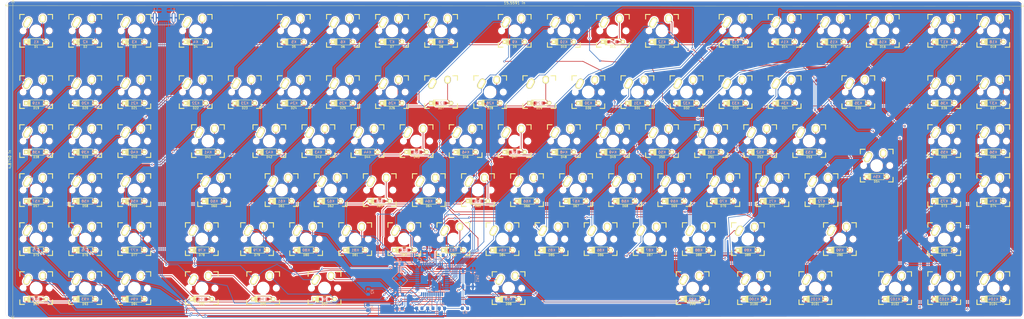
<source format=kicad_pcb>
(kicad_pcb (version 20171130) (host pcbnew "(5.1.2)-2")
  (layers (0 F.Cu signal) (31 B.Cu signal) (34 B.Paste user) (35 F.Paste user) (36 B.SilkS user) (37 F.SilkS user) (38 B.Mask user) (39 F.Mask user) (44 Edge.Cuts user))
  (net 0 "")
  (net 1 +5V)
  (net 2 VCC)
  (net 3 "Net-(C6-Pad1)")
  (net 4 "Net-(C7-Pad1)")
  (net 5 "Net-(C8-Pad1)")
  (net 6 "Net-(D1-Pad2)")
  (net 7 /row0)
  (net 8 "Net-(D2-Pad2)")
  (net 9 "Net-(D3-Pad2)")
  (net 10 "Net-(D4-Pad2)")
  (net 11 "Net-(D5-Pad2)")
  (net 12 "Net-(D6-Pad2)")
  (net 13 "Net-(D7-Pad2)")
  (net 14 "Net-(D8-Pad2)")
  (net 15 "Net-(D9-Pad2)")
  (net 16 "Net-(D10-Pad2)")
  (net 17 "Net-(D11-Pad2)")
  (net 18 "Net-(D12-Pad2)")
  (net 19 "Net-(D13-Pad2)")
  (net 20 "Net-(D14-Pad2)")
  (net 21 "Net-(D15-Pad2)")
  (net 22 "Net-(D16-Pad2)")
  (net 23 "Net-(D17-Pad2)")
  (net 24 "Net-(D18-Pad2)")
  (net 25 "Net-(D19-Pad2)")
  (net 26 /row1)
  (net 27 "Net-(D20-Pad2)")
  (net 28 "Net-(D21-Pad2)")
  (net 29 "Net-(D22-Pad2)")
  (net 30 "Net-(D23-Pad2)")
  (net 31 "Net-(D24-Pad2)")
  (net 32 "Net-(D25-Pad2)")
  (net 33 "Net-(D26-Pad2)")
  (net 34 "Net-(D27-Pad2)")
  (net 35 "Net-(D28-Pad2)")
  (net 36 "Net-(D29-Pad2)")
  (net 37 "Net-(D30-Pad2)")
  (net 38 "Net-(D31-Pad2)")
  (net 39 "Net-(D32-Pad2)")
  (net 40 "Net-(D33-Pad2)")
  (net 41 "Net-(D34-Pad2)")
  (net 42 "Net-(D35-Pad2)")
  (net 43 "Net-(D36-Pad2)")
  (net 44 "Net-(D37-Pad2)")
  (net 45 /row2)
  (net 46 "Net-(D38-Pad2)")
  (net 47 "Net-(D39-Pad2)")
  (net 48 "Net-(D40-Pad2)")
  (net 49 "Net-(D41-Pad2)")
  (net 50 "Net-(D42-Pad2)")
  (net 51 "Net-(D43-Pad2)")
  (net 52 "Net-(D44-Pad2)")
  (net 53 "Net-(D45-Pad2)")
  (net 54 "Net-(D46-Pad2)")
  (net 55 "Net-(D47-Pad2)")
  (net 56 "Net-(D48-Pad2)")
  (net 57 "Net-(D49-Pad2)")
  (net 58 "Net-(D50-Pad2)")
  (net 59 "Net-(D51-Pad2)")
  (net 60 "Net-(D52-Pad2)")
  (net 61 "Net-(D53-Pad2)")
  (net 62 "Net-(D54-Pad2)")
  (net 63 "Net-(D55-Pad2)")
  (net 64 /row3)
  (net 65 "Net-(D56-Pad2)")
  (net 66 "Net-(D57-Pad2)")
  (net 67 "Net-(D58-Pad2)")
  (net 68 "Net-(D59-Pad2)")
  (net 69 "Net-(D60-Pad2)")
  (net 70 "Net-(D61-Pad2)")
  (net 71 "Net-(D62-Pad2)")
  (net 72 "Net-(D63-Pad2)")
  (net 73 "Net-(D64-Pad2)")
  (net 74 "Net-(D65-Pad2)")
  (net 75 "Net-(D66-Pad2)")
  (net 76 "Net-(D67-Pad2)")
  (net 77 "Net-(D68-Pad2)")
  (net 78 "Net-(D69-Pad2)")
  (net 79 "Net-(D70-Pad2)")
  (net 80 "Net-(D71-Pad2)")
  (net 81 "Net-(D72-Pad2)")
  (net 82 "Net-(D73-Pad2)")
  (net 83 /row4)
  (net 84 "Net-(D74-Pad2)")
  (net 85 "Net-(D75-Pad2)")
  (net 86 "Net-(D76-Pad2)")
  (net 87 "Net-(D77-Pad2)")
  (net 88 "Net-(D78-Pad2)")
  (net 89 "Net-(D79-Pad2)")
  (net 90 "Net-(D80-Pad2)")
  (net 91 "Net-(D81-Pad2)")
  (net 92 "Net-(D82-Pad2)")
  (net 93 "Net-(D83-Pad2)")
  (net 94 "Net-(D84-Pad2)")
  (net 95 "Net-(D85-Pad2)")
  (net 96 "Net-(D86-Pad2)")
  (net 97 "Net-(D87-Pad2)")
  (net 98 "Net-(D88-Pad2)")
  (net 99 "Net-(D89-Pad2)")
  (net 100 "Net-(D90-Pad2)")
  (net 101 "Net-(D91-Pad2)")
  (net 102 /row5)
  (net 103 "Net-(D92-Pad2)")
  (net 104 "Net-(D93-Pad2)")
  (net 105 "Net-(D94-Pad2)")
  (net 106 "Net-(D95-Pad2)")
  (net 107 "Net-(D96-Pad2)")
  (net 108 "Net-(D97-Pad2)")
  (net 109 "Net-(D98-Pad2)")
  (net 110 "Net-(D99-Pad2)")
  (net 111 "Net-(D100-Pad2)")
  (net 112 "Net-(D101-Pad2)")
  (net 113 "Net-(D102-Pad2)")
  (net 114 "Net-(D103-Pad2)")
  (net 115 "Net-(D104-Pad2)")
  (net 116 "Net-(J1-Pad2)")
  (net 117 "Net-(J1-Pad3)")
  (net 118 "Net-(J1-Pad4)")
  (net 119 /col0)
  (net 120 /col1)
  (net 121 /col2)
  (net 122 /col3)
  (net 123 /col4)
  (net 124 /col5)
  (net 125 /col6)
  (net 126 /col7)
  (net 127 /col8)
  (net 128 /col9)
  (net 129 /col10)
  (net 130 /col11)
  (net 131 /col12)
  (net 132 /col13)
  (net 133 /col14)
  (net 134 /col15)
  (net 135 /col16)
  (net 136 /col17)
  (net 137 "Net-(R1-Pad2)")
  (net 138 "Net-(R2-Pad2)")
  (net 139 "Net-(R3-Pad2)")
  (net 140 "Net-(R4-Pad2)")
  (net 141 "Net-(U1-Pad1)")
  (net 142 "Net-(U1-Pad42)")
  (module Package_QFP:TQFP-44_10x10mm_P0.8mm (layer B.Cu) (at 154.354999 -6.625001 90)
    (fp_text reference U1 (at 0 7.45 90) (layer B.SilkS) (effects (justify mirror)))
    (fp_text value ATMEGA32U4)
    (pad 1 smd rect (at -5.7 4 90) (size 1.5 0.55) (layers B.Cu B.Paste B.Mask) (net 141 "Net-(U1-Pad1)"))
    (pad 2 smd rect (at -5.7 3.2 90) (size 1.5 0.55) (layers B.Cu B.Paste B.Mask) (net 2 VCC))
    (pad 3 smd rect (at -5.7 2.4 90) (size 1.5 0.55) (layers B.Cu B.Paste B.Mask) (net 137 "Net-(R1-Pad2)"))
    (pad 4 smd rect (at -5.7 1.6 90) (size 1.5 0.55) (layers B.Cu B.Paste B.Mask) (net 138 "Net-(R2-Pad2)"))
    (pad 5 smd rect (at -5.7 0.8 90) (size 1.5 0.55) (layers B.Cu B.Paste B.Mask) (net 1 +5V))
    (pad 6 smd rect (at -5.7 0 90) (size 1.5 0.55) (layers B.Cu B.Paste B.Mask) (net 3 "Net-(C6-Pad1)"))
    (pad 7 smd rect (at -5.7 -0.8 90) (size 1.5 0.55) (layers B.Cu B.Paste B.Mask) (net 2 VCC))
    (pad 8 smd rect (at -5.7 -1.6 90) (size 1.5 0.55) (layers B.Cu B.Paste B.Mask) (net 119 /col0))
    (pad 9 smd rect (at -5.7 -2.4 90) (size 1.5 0.55) (layers B.Cu B.Paste B.Mask) (net 120 /col1))
    (pad 10 smd rect (at -5.7 -3.2 90) (size 1.5 0.55) (layers B.Cu B.Paste B.Mask) (net 121 /col2))
    (pad 11 smd rect (at -5.7 -4 90) (size 1.5 0.55) (layers B.Cu B.Paste B.Mask) (net 122 /col3))
    (pad 12 smd rect (at -4 -5.7) (size 1.5 0.55) (layers B.Cu B.Paste B.Mask) (net 123 /col4))
    (pad 13 smd rect (at -3.2 -5.7) (size 1.5 0.55) (layers B.Cu B.Paste B.Mask) (net 139 "Net-(R3-Pad2)"))
    (pad 14 smd rect (at -2.4 -5.7) (size 1.5 0.55) (layers B.Cu B.Paste B.Mask) (net 2 VCC))
    (pad 15 smd rect (at -1.6 -5.7) (size 1.5 0.55) (layers B.Cu B.Paste B.Mask) (net 1 +5V))
    (pad 16 smd rect (at -0.8 -5.7) (size 1.5 0.55) (layers B.Cu B.Paste B.Mask) (net 4 "Net-(C7-Pad1)"))
    (pad 17 smd rect (at 0 -5.7) (size 1.5 0.55) (layers B.Cu B.Paste B.Mask) (net 5 "Net-(C8-Pad1)"))
    (pad 18 smd rect (at 0.8 -5.7) (size 1.5 0.55) (layers B.Cu B.Paste B.Mask) (net 124 /col5))
    (pad 19 smd rect (at 1.6 -5.7) (size 1.5 0.55) (layers B.Cu B.Paste B.Mask) (net 125 /col6))
    (pad 20 smd rect (at 2.4 -5.7) (size 1.5 0.55) (layers B.Cu B.Paste B.Mask) (net 126 /col7))
    (pad 21 smd rect (at 3.2 -5.7) (size 1.5 0.55) (layers B.Cu B.Paste B.Mask) (net 127 /col8))
    (pad 22 smd rect (at 4 -5.7) (size 1.5 0.55) (layers B.Cu B.Paste B.Mask) (net 128 /col9))
    (pad 23 smd rect (at 5.7 -4 90) (size 1.5 0.55) (layers B.Cu B.Paste B.Mask) (net 1 +5V))
    (pad 24 smd rect (at 5.7 -3.2 90) (size 1.5 0.55) (layers B.Cu B.Paste B.Mask) (net 2 VCC))
    (pad 25 smd rect (at 5.7 -2.4 90) (size 1.5 0.55) (layers B.Cu B.Paste B.Mask) (net 136 /col17))
    (pad 26 smd rect (at 5.7 -1.6 90) (size 1.5 0.55) (layers B.Cu B.Paste B.Mask) (net 135 /col16))
    (pad 27 smd rect (at 5.7 -0.8 90) (size 1.5 0.55) (layers B.Cu B.Paste B.Mask) (net 134 /col15))
    (pad 28 smd rect (at 5.7 0 90) (size 1.5 0.55) (layers B.Cu B.Paste B.Mask) (net 133 /col14))
    (pad 29 smd rect (at 5.7 0.8 90) (size 1.5 0.55) (layers B.Cu B.Paste B.Mask) (net 132 /col13))
    (pad 30 smd rect (at 5.7 1.6 90) (size 1.5 0.55) (layers B.Cu B.Paste B.Mask) (net 131 /col12))
    (pad 31 smd rect (at 5.7 2.4 90) (size 1.5 0.55) (layers B.Cu B.Paste B.Mask) (net 130 /col11))
    (pad 32 smd rect (at 5.7 3.2 90) (size 1.5 0.55) (layers B.Cu B.Paste B.Mask) (net 129 /col10))
    (pad 33 smd rect (at 5.7 4 90) (size 1.5 0.55) (layers B.Cu B.Paste B.Mask) (net 140 "Net-(R4-Pad2)"))
    (pad 34 smd rect (at 4 5.7) (size 1.5 0.55) (layers B.Cu B.Paste B.Mask) (net 2 VCC))
    (pad 35 smd rect (at 3.2 5.7) (size 1.5 0.55) (layers B.Cu B.Paste B.Mask) (net 1 +5V))
    (pad 36 smd rect (at 2.4 5.7) (size 1.5 0.55) (layers B.Cu B.Paste B.Mask) (net 102 /row5))
    (pad 37 smd rect (at 1.6 5.7) (size 1.5 0.55) (layers B.Cu B.Paste B.Mask) (net 83 /row4))
    (pad 38 smd rect (at 0.8 5.7) (size 1.5 0.55) (layers B.Cu B.Paste B.Mask) (net 64 /row3))
    (pad 39 smd rect (at 0 5.7) (size 1.5 0.55) (layers B.Cu B.Paste B.Mask) (net 45 /row2))
    (pad 40 smd rect (at -0.8 5.7) (size 1.5 0.55) (layers B.Cu B.Paste B.Mask) (net 26 /row1))
    (pad 41 smd rect (at -1.6 5.7) (size 1.5 0.55) (layers B.Cu B.Paste B.Mask) (net 7 /row0))
    (pad 42 smd rect (at -2.4 5.7) (size 1.5 0.55) (layers B.Cu B.Paste B.Mask) (net 142 "Net-(U1-Pad42)"))
    (pad 43 smd rect (at -3.2 5.7) (size 1.5 0.55) (layers B.Cu B.Paste B.Mask) (net 1 +5V))
    (pad 44 smd rect (at -4 5.7) (size 1.5 0.55) (layers B.Cu B.Paste B.Mask) (net 2 VCC))
  )
  (module Capacitor_SMD:C_0805_2012Metric_Pad1.15x1.40mm_HandSolder (layer B.Cu) (at 149.425 4.6 180)
    (fp_text reference C1 (at 0 1.65) (layer B.SilkS) (effects (justify mirror)))
    (fp_text value 0.1u)
    (pad 2 smd roundrect (at 1.025 0 180) (size 1.15 1.4) (layers B.Cu B.Paste B.Mask) (roundrect_rratio 0.217391) (net 1 +5V))
    (pad 1 smd roundrect (at -1.025 0 180) (size 1.15 1.4) (layers B.Cu B.Paste B.Mask) (roundrect_rratio 0.217391) (net 2 VCC))
  )
  (module Capacitor_SMD:C_0805_2012Metric_Pad1.15x1.40mm_HandSolder (layer B.Cu) (at 149.475 -16)
    (fp_text reference C2 (at 0 1.65) (layer B.SilkS) (effects (justify mirror)))
    (fp_text value 0.1u)
    (pad 2 smd roundrect (at 1.025 0) (size 1.15 1.4) (layers B.Cu B.Paste B.Mask) (roundrect_rratio 0.217391) (net 1 +5V))
    (pad 1 smd roundrect (at -1.025 0) (size 1.15 1.4) (layers B.Cu B.Paste B.Mask) (roundrect_rratio 0.217391) (net 2 VCC))
  )
  (module Capacitor_SMD:C_0805_2012Metric_Pad1.15x1.40mm_HandSolder (layer B.Cu) (at 157.675 -16)
    (fp_text reference C3 (at 0 1.65) (layer B.SilkS) (effects (justify mirror)))
    (fp_text value 0.1u)
    (pad 1 smd roundrect (at -1.025 0) (size 1.15 1.4) (layers B.Cu B.Paste B.Mask) (roundrect_rratio 0.217391) (net 2 VCC))
    (pad 2 smd roundrect (at 1.025 0) (size 1.15 1.4) (layers B.Cu B.Paste B.Mask) (roundrect_rratio 0.217391) (net 1 +5V))
  )
  (module Capacitor_SMD:C_0805_2012Metric_Pad1.15x1.40mm_HandSolder (layer B.Cu) (at 141.775 4.7 180)
    (fp_text reference C4 (at 0 1.65) (layer B.SilkS) (effects (justify mirror)))
    (fp_text value 0.1u)
    (pad 2 smd roundrect (at 1.025 0 180) (size 1.15 1.4) (layers B.Cu B.Paste B.Mask) (roundrect_rratio 0.217391) (net 1 +5V))
    (pad 1 smd roundrect (at -1.025 0 180) (size 1.15 1.4) (layers B.Cu B.Paste B.Mask) (roundrect_rratio 0.217391) (net 2 VCC))
  )
  (module Capacitor_SMD:C_0805_2012Metric_Pad1.15x1.40mm_HandSolder (layer B.Cu) (at 158.2 4.6 180)
    (fp_text reference C5 (at 0 1.65) (layer B.SilkS) (effects (justify mirror)))
    (fp_text value 4.7u)
    (pad 1 smd roundrect (at -1.025 0 180) (size 1.15 1.4) (layers B.Cu B.Paste B.Mask) (roundrect_rratio 0.217391) (net 2 VCC))
    (pad 2 smd roundrect (at 1.025 0 180) (size 1.15 1.4) (layers B.Cu B.Paste B.Mask) (roundrect_rratio 0.217391) (net 1 +5V))
  )
  (module Capacitor_SMD:C_0805_2012Metric_Pad1.15x1.40mm_HandSolder (layer B.Cu) (at 153.7 4.6 180)
    (fp_text reference C6 (at 0 1.65) (layer B.SilkS) (effects (justify mirror)))
    (fp_text value 1u)
    (pad 1 smd roundrect (at -1.025 0 180) (size 1.15 1.4) (layers B.Cu B.Paste B.Mask) (roundrect_rratio 0.217391) (net 3 "Net-(C6-Pad1)"))
    (pad 2 smd roundrect (at 1.025 0 180) (size 1.15 1.4) (layers B.Cu B.Paste B.Mask) (roundrect_rratio 0.217391) (net 1 +5V))
  )
  (module Capacitor_SMD:C_0805_2012Metric_Pad1.15x1.40mm_HandSolder (layer B.Cu) (at 141.925 -0.7 180)
    (fp_text reference C7 (at 0 1.65) (layer B.SilkS) (effects (justify mirror)))
    (fp_text value 22p)
    (pad 1 smd roundrect (at -1.025 0 180) (size 1.15 1.4) (layers B.Cu B.Paste B.Mask) (roundrect_rratio 0.217391) (net 4 "Net-(C7-Pad1)"))
    (pad 2 smd roundrect (at 1.025 0 180) (size 1.15 1.4) (layers B.Cu B.Paste B.Mask) (roundrect_rratio 0.217391) (net 1 +5V))
  )
  (module Capacitor_SMD:C_0805_2012Metric_Pad1.15x1.40mm_HandSolder (layer B.Cu) (at 141.7 -12.6 180)
    (fp_text reference C8 (at 0 1.65) (layer B.SilkS) (effects (justify mirror)))
    (fp_text value 22p)
    (pad 2 smd roundrect (at 1.025 0 180) (size 1.15 1.4) (layers B.Cu B.Paste B.Mask) (roundrect_rratio 0.217391) (net 1 +5V))
    (pad 1 smd roundrect (at -1.025 0 180) (size 1.15 1.4) (layers B.Cu B.Paste B.Mask) (roundrect_rratio 0.217391) (net 5 "Net-(C8-Pad1)"))
  )
  (module keyboard_parts:D_SOD123_axial (layer F.Cu) (at 0.72 -99)
    (fp_text reference D1 (at 0 1.925) (layer F.SilkS) (effects (font (size 0.8 0.8))))
    (fp_text value D hide)
    (pad 2 smd rect (at 1.575 0) (size 1.2 1.2) (layers F.Cu F.Paste F.Mask) (net 6 "Net-(D1-Pad2)"))
    (pad 1 smd rect (at -1.575 0) (size 1.2 1.2) (layers F.Cu F.Paste F.Mask) (net 7 /row0))
    (pad 1 thru_hole rect (at -3.9 0) (size 1.6 1.6) (drill 0.7) (layers *.Cu *.Mask F.SilkS) (net 7 /row0))
    (pad 2 thru_hole circle (at 3.9 0) (size 1.6 1.6) (drill 0.7) (layers *.Cu *.Mask F.SilkS) (net 6 "Net-(D1-Pad2)"))
    (pad 1 smd rect (at -2.7 0) (size 2.5 0.5) (layers F.Cu) (net 7 /row0))
    (pad 2 smd rect (at 2.7 0) (size 2.5 0.5) (layers F.Cu) (net 6 "Net-(D1-Pad2)"))
  )
  (module keyboard_parts:D_SOD123_axial (layer F.Cu) (at 19.77 -99)
    (fp_text reference D2 (at 0 1.925) (layer F.SilkS) (effects (font (size 0.8 0.8))))
    (fp_text value D hide)
    (pad 2 smd rect (at 1.575 0) (size 1.2 1.2) (layers F.Cu F.Paste F.Mask) (net 8 "Net-(D2-Pad2)"))
    (pad 1 smd rect (at -1.575 0) (size 1.2 1.2) (layers F.Cu F.Paste F.Mask) (net 7 /row0))
    (pad 1 thru_hole rect (at -3.9 0) (size 1.6 1.6) (drill 0.7) (layers *.Cu *.Mask F.SilkS) (net 7 /row0))
    (pad 2 thru_hole circle (at 3.9 0) (size 1.6 1.6) (drill 0.7) (layers *.Cu *.Mask F.SilkS) (net 8 "Net-(D2-Pad2)"))
    (pad 1 smd rect (at -2.7 0) (size 2.5 0.5) (layers F.Cu) (net 7 /row0))
    (pad 2 smd rect (at 2.7 0) (size 2.5 0.5) (layers F.Cu) (net 8 "Net-(D2-Pad2)"))
  )
  (module keyboard_parts:D_SOD123_axial (layer F.Cu) (at 38.82 -99)
    (fp_text reference D3 (at 0 1.925) (layer F.SilkS) (effects (font (size 0.8 0.8))))
    (fp_text value D hide)
    (pad 2 smd rect (at 2.7 0) (size 2.5 0.5) (layers F.Cu) (net 9 "Net-(D3-Pad2)"))
    (pad 1 smd rect (at -2.7 0) (size 2.5 0.5) (layers F.Cu) (net 7 /row0))
    (pad 2 thru_hole circle (at 3.9 0) (size 1.6 1.6) (drill 0.7) (layers *.Cu *.Mask F.SilkS) (net 9 "Net-(D3-Pad2)"))
    (pad 1 thru_hole rect (at -3.9 0) (size 1.6 1.6) (drill 0.7) (layers *.Cu *.Mask F.SilkS) (net 7 /row0))
    (pad 1 smd rect (at -1.575 0) (size 1.2 1.2) (layers F.Cu F.Paste F.Mask) (net 7 /row0))
    (pad 2 smd rect (at 1.575 0) (size 1.2 1.2) (layers F.Cu F.Paste F.Mask) (net 9 "Net-(D3-Pad2)"))
  )
  (module keyboard_parts:D_SOD123_axial (layer F.Cu) (at 62.63 -99)
    (fp_text reference D4 (at 0 1.925) (layer F.SilkS) (effects (font (size 0.8 0.8))))
    (fp_text value D hide)
    (pad 2 smd rect (at 2.7 0) (size 2.5 0.5) (layers F.Cu) (net 10 "Net-(D4-Pad2)"))
    (pad 1 smd rect (at -2.7 0) (size 2.5 0.5) (layers F.Cu) (net 7 /row0))
    (pad 2 thru_hole circle (at 3.9 0) (size 1.6 1.6) (drill 0.7) (layers *.Cu *.Mask F.SilkS) (net 10 "Net-(D4-Pad2)"))
    (pad 1 thru_hole rect (at -3.9 0) (size 1.6 1.6) (drill 0.7) (layers *.Cu *.Mask F.SilkS) (net 7 /row0))
    (pad 1 smd rect (at -1.575 0) (size 1.2 1.2) (layers F.Cu F.Paste F.Mask) (net 7 /row0))
    (pad 2 smd rect (at 1.575 0) (size 1.2 1.2) (layers F.Cu F.Paste F.Mask) (net 10 "Net-(D4-Pad2)"))
  )
  (module keyboard_parts:D_SOD123_axial (layer F.Cu) (at 100.73 -99)
    (fp_text reference D5 (at 0 1.925) (layer F.SilkS) (effects (font (size 0.8 0.8))))
    (fp_text value D hide)
    (pad 2 smd rect (at 2.7 0) (size 2.5 0.5) (layers F.Cu) (net 11 "Net-(D5-Pad2)"))
    (pad 1 smd rect (at -2.7 0) (size 2.5 0.5) (layers F.Cu) (net 7 /row0))
    (pad 2 thru_hole circle (at 3.9 0) (size 1.6 1.6) (drill 0.7) (layers *.Cu *.Mask F.SilkS) (net 11 "Net-(D5-Pad2)"))
    (pad 1 thru_hole rect (at -3.9 0) (size 1.6 1.6) (drill 0.7) (layers *.Cu *.Mask F.SilkS) (net 7 /row0))
    (pad 1 smd rect (at -1.575 0) (size 1.2 1.2) (layers F.Cu F.Paste F.Mask) (net 7 /row0))
    (pad 2 smd rect (at 1.575 0) (size 1.2 1.2) (layers F.Cu F.Paste F.Mask) (net 11 "Net-(D5-Pad2)"))
  )
  (module keyboard_parts:D_SOD123_axial (layer F.Cu) (at 119.78 -99)
    (fp_text reference D6 (at 0 1.925) (layer F.SilkS) (effects (font (size 0.8 0.8))))
    (fp_text value D hide)
    (pad 2 smd rect (at 1.575 0) (size 1.2 1.2) (layers F.Cu F.Paste F.Mask) (net 12 "Net-(D6-Pad2)"))
    (pad 1 smd rect (at -1.575 0) (size 1.2 1.2) (layers F.Cu F.Paste F.Mask) (net 7 /row0))
    (pad 1 thru_hole rect (at -3.9 0) (size 1.6 1.6) (drill 0.7) (layers *.Cu *.Mask F.SilkS) (net 7 /row0))
    (pad 2 thru_hole circle (at 3.9 0) (size 1.6 1.6) (drill 0.7) (layers *.Cu *.Mask F.SilkS) (net 12 "Net-(D6-Pad2)"))
    (pad 1 smd rect (at -2.7 0) (size 2.5 0.5) (layers F.Cu) (net 7 /row0))
    (pad 2 smd rect (at 2.7 0) (size 2.5 0.5) (layers F.Cu) (net 12 "Net-(D6-Pad2)"))
  )
  (module keyboard_parts:D_SOD123_axial (layer F.Cu) (at 138.83 -99)
    (fp_text reference D7 (at 0 1.925) (layer F.SilkS) (effects (font (size 0.8 0.8))))
    (fp_text value D hide)
    (pad 2 smd rect (at 1.575 0) (size 1.2 1.2) (layers F.Cu F.Paste F.Mask) (net 13 "Net-(D7-Pad2)"))
    (pad 1 smd rect (at -1.575 0) (size 1.2 1.2) (layers F.Cu F.Paste F.Mask) (net 7 /row0))
    (pad 1 thru_hole rect (at -3.9 0) (size 1.6 1.6) (drill 0.7) (layers *.Cu *.Mask F.SilkS) (net 7 /row0))
    (pad 2 thru_hole circle (at 3.9 0) (size 1.6 1.6) (drill 0.7) (layers *.Cu *.Mask F.SilkS) (net 13 "Net-(D7-Pad2)"))
    (pad 1 smd rect (at -2.7 0) (size 2.5 0.5) (layers F.Cu) (net 7 /row0))
    (pad 2 smd rect (at 2.7 0) (size 2.5 0.5) (layers F.Cu) (net 13 "Net-(D7-Pad2)"))
  )
  (module keyboard_parts:D_SOD123_axial (layer F.Cu) (at 157.88 -99)
    (fp_text reference D8 (at 0 1.925) (layer F.SilkS) (effects (font (size 0.8 0.8))))
    (fp_text value D hide)
    (pad 2 smd rect (at 2.7 0) (size 2.5 0.5) (layers F.Cu) (net 14 "Net-(D8-Pad2)"))
    (pad 1 smd rect (at -2.7 0) (size 2.5 0.5) (layers F.Cu) (net 7 /row0))
    (pad 2 thru_hole circle (at 3.9 0) (size 1.6 1.6) (drill 0.7) (layers *.Cu *.Mask F.SilkS) (net 14 "Net-(D8-Pad2)"))
    (pad 1 thru_hole rect (at -3.9 0) (size 1.6 1.6) (drill 0.7) (layers *.Cu *.Mask F.SilkS) (net 7 /row0))
    (pad 1 smd rect (at -1.575 0) (size 1.2 1.2) (layers F.Cu F.Paste F.Mask) (net 7 /row0))
    (pad 2 smd rect (at 1.575 0) (size 1.2 1.2) (layers F.Cu F.Paste F.Mask) (net 14 "Net-(D8-Pad2)"))
  )
  (module keyboard_parts:D_SOD123_axial (layer F.Cu) (at 186.46 -99)
    (fp_text reference D9 (at 0 1.925) (layer F.SilkS) (effects (font (size 0.8 0.8))))
    (fp_text value D hide)
    (pad 2 smd rect (at 2.7 0) (size 2.5 0.5) (layers F.Cu) (net 15 "Net-(D9-Pad2)"))
    (pad 1 smd rect (at -2.7 0) (size 2.5 0.5) (layers F.Cu) (net 7 /row0))
    (pad 2 thru_hole circle (at 3.9 0) (size 1.6 1.6) (drill 0.7) (layers *.Cu *.Mask F.SilkS) (net 15 "Net-(D9-Pad2)"))
    (pad 1 thru_hole rect (at -3.9 0) (size 1.6 1.6) (drill 0.7) (layers *.Cu *.Mask F.SilkS) (net 7 /row0))
    (pad 1 smd rect (at -1.575 0) (size 1.2 1.2) (layers F.Cu F.Paste F.Mask) (net 7 /row0))
    (pad 2 smd rect (at 1.575 0) (size 1.2 1.2) (layers F.Cu F.Paste F.Mask) (net 15 "Net-(D9-Pad2)"))
  )
  (module keyboard_parts:D_SOD123_axial (layer F.Cu) (at 205.51 -99)
    (fp_text reference D10 (at 0 1.925) (layer F.SilkS) (effects (font (size 0.8 0.8))))
    (fp_text value D hide)
    (pad 2 smd rect (at 1.575 0) (size 1.2 1.2) (layers F.Cu F.Paste F.Mask) (net 16 "Net-(D10-Pad2)"))
    (pad 1 smd rect (at -1.575 0) (size 1.2 1.2) (layers F.Cu F.Paste F.Mask) (net 7 /row0))
    (pad 1 thru_hole rect (at -3.9 0) (size 1.6 1.6) (drill 0.7) (layers *.Cu *.Mask F.SilkS) (net 7 /row0))
    (pad 2 thru_hole circle (at 3.9 0) (size 1.6 1.6) (drill 0.7) (layers *.Cu *.Mask F.SilkS) (net 16 "Net-(D10-Pad2)"))
    (pad 1 smd rect (at -2.7 0) (size 2.5 0.5) (layers F.Cu) (net 7 /row0))
    (pad 2 smd rect (at 2.7 0) (size 2.5 0.5) (layers F.Cu) (net 16 "Net-(D10-Pad2)"))
  )
  (module keyboard_parts:D_SOD123_axial (layer F.Cu) (at 224.56 -99)
    (fp_text reference D11 (at 0 1.925) (layer F.SilkS) (effects (font (size 0.8 0.8))))
    (fp_text value D hide)
    (pad 2 smd rect (at 1.575 0) (size 1.2 1.2) (layers F.Cu F.Paste F.Mask) (net 17 "Net-(D11-Pad2)"))
    (pad 1 smd rect (at -1.575 0) (size 1.2 1.2) (layers F.Cu F.Paste F.Mask) (net 7 /row0))
    (pad 1 thru_hole rect (at -3.9 0) (size 1.6 1.6) (drill 0.7) (layers *.Cu *.Mask F.SilkS) (net 7 /row0))
    (pad 2 thru_hole circle (at 3.9 0) (size 1.6 1.6) (drill 0.7) (layers *.Cu *.Mask F.SilkS) (net 17 "Net-(D11-Pad2)"))
    (pad 1 smd rect (at -2.7 0) (size 2.5 0.5) (layers F.Cu) (net 7 /row0))
    (pad 2 smd rect (at 2.7 0) (size 2.5 0.5) (layers F.Cu) (net 17 "Net-(D11-Pad2)"))
  )
  (module keyboard_parts:D_SOD123_axial (layer F.Cu) (at 243.61 -99)
    (fp_text reference D12 (at 0 1.925) (layer F.SilkS) (effects (font (size 0.8 0.8))))
    (fp_text value D hide)
    (pad 2 smd rect (at 2.7 0) (size 2.5 0.5) (layers F.Cu) (net 18 "Net-(D12-Pad2)"))
    (pad 1 smd rect (at -2.7 0) (size 2.5 0.5) (layers F.Cu) (net 7 /row0))
    (pad 2 thru_hole circle (at 3.9 0) (size 1.6 1.6) (drill 0.7) (layers *.Cu *.Mask F.SilkS) (net 18 "Net-(D12-Pad2)"))
    (pad 1 thru_hole rect (at -3.9 0) (size 1.6 1.6) (drill 0.7) (layers *.Cu *.Mask F.SilkS) (net 7 /row0))
    (pad 1 smd rect (at -1.575 0) (size 1.2 1.2) (layers F.Cu F.Paste F.Mask) (net 7 /row0))
    (pad 2 smd rect (at 1.575 0) (size 1.2 1.2) (layers F.Cu F.Paste F.Mask) (net 18 "Net-(D12-Pad2)"))
  )
  (module keyboard_parts:D_SOD123_axial (layer F.Cu) (at 272.18 -99)
    (fp_text reference D13 (at 0 1.925) (layer F.SilkS) (effects (font (size 0.8 0.8))))
    (fp_text value D hide)
    (pad 2 smd rect (at 1.575 0) (size 1.2 1.2) (layers F.Cu F.Paste F.Mask) (net 19 "Net-(D13-Pad2)"))
    (pad 1 smd rect (at -1.575 0) (size 1.2 1.2) (layers F.Cu F.Paste F.Mask) (net 7 /row0))
    (pad 1 thru_hole rect (at -3.9 0) (size 1.6 1.6) (drill 0.7) (layers *.Cu *.Mask F.SilkS) (net 7 /row0))
    (pad 2 thru_hole circle (at 3.9 0) (size 1.6 1.6) (drill 0.7) (layers *.Cu *.Mask F.SilkS) (net 19 "Net-(D13-Pad2)"))
    (pad 1 smd rect (at -2.7 0) (size 2.5 0.5) (layers F.Cu) (net 7 /row0))
    (pad 2 smd rect (at 2.7 0) (size 2.5 0.5) (layers F.Cu) (net 19 "Net-(D13-Pad2)"))
  )
  (module keyboard_parts:D_SOD123_axial (layer F.Cu) (at 291.23 -99)
    (fp_text reference D14 (at 0 1.925) (layer F.SilkS) (effects (font (size 0.8 0.8))))
    (fp_text value D hide)
    (pad 2 smd rect (at 1.575 0) (size 1.2 1.2) (layers F.Cu F.Paste F.Mask) (net 20 "Net-(D14-Pad2)"))
    (pad 1 smd rect (at -1.575 0) (size 1.2 1.2) (layers F.Cu F.Paste F.Mask) (net 7 /row0))
    (pad 1 thru_hole rect (at -3.9 0) (size 1.6 1.6) (drill 0.7) (layers *.Cu *.Mask F.SilkS) (net 7 /row0))
    (pad 2 thru_hole circle (at 3.9 0) (size 1.6 1.6) (drill 0.7) (layers *.Cu *.Mask F.SilkS) (net 20 "Net-(D14-Pad2)"))
    (pad 1 smd rect (at -2.7 0) (size 2.5 0.5) (layers F.Cu) (net 7 /row0))
    (pad 2 smd rect (at 2.7 0) (size 2.5 0.5) (layers F.Cu) (net 20 "Net-(D14-Pad2)"))
  )
  (module keyboard_parts:D_SOD123_axial (layer F.Cu) (at 310.28 -99)
    (fp_text reference D15 (at 0 1.925) (layer F.SilkS) (effects (font (size 0.8 0.8))))
    (fp_text value D hide)
    (pad 2 smd rect (at 2.7 0) (size 2.5 0.5) (layers F.Cu) (net 21 "Net-(D15-Pad2)"))
    (pad 1 smd rect (at -2.7 0) (size 2.5 0.5) (layers F.Cu) (net 7 /row0))
    (pad 2 thru_hole circle (at 3.9 0) (size 1.6 1.6) (drill 0.7) (layers *.Cu *.Mask F.SilkS) (net 21 "Net-(D15-Pad2)"))
    (pad 1 thru_hole rect (at -3.9 0) (size 1.6 1.6) (drill 0.7) (layers *.Cu *.Mask F.SilkS) (net 7 /row0))
    (pad 1 smd rect (at -1.575 0) (size 1.2 1.2) (layers F.Cu F.Paste F.Mask) (net 7 /row0))
    (pad 2 smd rect (at 1.575 0) (size 1.2 1.2) (layers F.Cu F.Paste F.Mask) (net 21 "Net-(D15-Pad2)"))
  )
  (module keyboard_parts:D_SOD123_axial (layer F.Cu) (at 329.33 -99)
    (fp_text reference D16 (at 0 1.925) (layer F.SilkS) (effects (font (size 0.8 0.8))))
    (fp_text value D hide)
    (pad 2 smd rect (at 2.7 0) (size 2.5 0.5) (layers F.Cu) (net 22 "Net-(D16-Pad2)"))
    (pad 1 smd rect (at -2.7 0) (size 2.5 0.5) (layers F.Cu) (net 7 /row0))
    (pad 2 thru_hole circle (at 3.9 0) (size 1.6 1.6) (drill 0.7) (layers *.Cu *.Mask F.SilkS) (net 22 "Net-(D16-Pad2)"))
    (pad 1 thru_hole rect (at -3.9 0) (size 1.6 1.6) (drill 0.7) (layers *.Cu *.Mask F.SilkS) (net 7 /row0))
    (pad 1 smd rect (at -1.575 0) (size 1.2 1.2) (layers F.Cu F.Paste F.Mask) (net 7 /row0))
    (pad 2 smd rect (at 1.575 0) (size 1.2 1.2) (layers F.Cu F.Paste F.Mask) (net 22 "Net-(D16-Pad2)"))
  )
  (module keyboard_parts:D_SOD123_axial (layer F.Cu) (at 353.15 -99)
    (fp_text reference D17 (at 0 1.925) (layer F.SilkS) (effects (font (size 0.8 0.8))))
    (fp_text value D hide)
    (pad 2 smd rect (at 2.7 0) (size 2.5 0.5) (layers F.Cu) (net 23 "Net-(D17-Pad2)"))
    (pad 1 smd rect (at -2.7 0) (size 2.5 0.5) (layers F.Cu) (net 7 /row0))
    (pad 2 thru_hole circle (at 3.9 0) (size 1.6 1.6) (drill 0.7) (layers *.Cu *.Mask F.SilkS) (net 23 "Net-(D17-Pad2)"))
    (pad 1 thru_hole rect (at -3.9 0) (size 1.6 1.6) (drill 0.7) (layers *.Cu *.Mask F.SilkS) (net 7 /row0))
    (pad 1 smd rect (at -1.575 0) (size 1.2 1.2) (layers F.Cu F.Paste F.Mask) (net 7 /row0))
    (pad 2 smd rect (at 1.575 0) (size 1.2 1.2) (layers F.Cu F.Paste F.Mask) (net 23 "Net-(D17-Pad2)"))
  )
  (module keyboard_parts:D_SOD123_axial (layer F.Cu) (at 372.2 -99)
    (fp_text reference D18 (at 0 1.925) (layer F.SilkS) (effects (font (size 0.8 0.8))))
    (fp_text value D hide)
    (pad 2 smd rect (at 1.575 0) (size 1.2 1.2) (layers F.Cu F.Paste F.Mask) (net 24 "Net-(D18-Pad2)"))
    (pad 1 smd rect (at -1.575 0) (size 1.2 1.2) (layers F.Cu F.Paste F.Mask) (net 7 /row0))
    (pad 1 thru_hole rect (at -3.9 0) (size 1.6 1.6) (drill 0.7) (layers *.Cu *.Mask F.SilkS) (net 7 /row0))
    (pad 2 thru_hole circle (at 3.9 0) (size 1.6 1.6) (drill 0.7) (layers *.Cu *.Mask F.SilkS) (net 24 "Net-(D18-Pad2)"))
    (pad 1 smd rect (at -2.7 0) (size 2.5 0.5) (layers F.Cu) (net 7 /row0))
    (pad 2 smd rect (at 2.7 0) (size 2.5 0.5) (layers F.Cu) (net 24 "Net-(D18-Pad2)"))
  )
  (module keyboard_parts:D_SOD123_axial (layer F.Cu) (at 0.72 -75.19)
    (fp_text reference D19 (at 0 1.925) (layer F.SilkS) (effects (font (size 0.8 0.8))))
    (fp_text value D hide)
    (pad 2 smd rect (at 1.575 0) (size 1.2 1.2) (layers F.Cu F.Paste F.Mask) (net 25 "Net-(D19-Pad2)"))
    (pad 1 smd rect (at -1.575 0) (size 1.2 1.2) (layers F.Cu F.Paste F.Mask) (net 26 /row1))
    (pad 1 thru_hole rect (at -3.9 0) (size 1.6 1.6) (drill 0.7) (layers *.Cu *.Mask F.SilkS) (net 26 /row1))
    (pad 2 thru_hole circle (at 3.9 0) (size 1.6 1.6) (drill 0.7) (layers *.Cu *.Mask F.SilkS) (net 25 "Net-(D19-Pad2)"))
    (pad 1 smd rect (at -2.7 0) (size 2.5 0.5) (layers F.Cu) (net 26 /row1))
    (pad 2 smd rect (at 2.7 0) (size 2.5 0.5) (layers F.Cu) (net 25 "Net-(D19-Pad2)"))
  )
  (module keyboard_parts:D_SOD123_axial (layer F.Cu) (at 19.77 -75.19)
    (fp_text reference D20 (at 0 1.925) (layer F.SilkS) (effects (font (size 0.8 0.8))))
    (fp_text value D hide)
    (pad 2 smd rect (at 2.7 0) (size 2.5 0.5) (layers F.Cu) (net 27 "Net-(D20-Pad2)"))
    (pad 1 smd rect (at -2.7 0) (size 2.5 0.5) (layers F.Cu) (net 26 /row1))
    (pad 2 thru_hole circle (at 3.9 0) (size 1.6 1.6) (drill 0.7) (layers *.Cu *.Mask F.SilkS) (net 27 "Net-(D20-Pad2)"))
    (pad 1 thru_hole rect (at -3.9 0) (size 1.6 1.6) (drill 0.7) (layers *.Cu *.Mask F.SilkS) (net 26 /row1))
    (pad 1 smd rect (at -1.575 0) (size 1.2 1.2) (layers F.Cu F.Paste F.Mask) (net 26 /row1))
    (pad 2 smd rect (at 1.575 0) (size 1.2 1.2) (layers F.Cu F.Paste F.Mask) (net 27 "Net-(D20-Pad2)"))
  )
  (module keyboard_parts:D_SOD123_axial (layer F.Cu) (at 38.82 -75.19)
    (fp_text reference D21 (at 0 1.925) (layer F.SilkS) (effects (font (size 0.8 0.8))))
    (fp_text value D hide)
    (pad 2 smd rect (at 1.575 0) (size 1.2 1.2) (layers F.Cu F.Paste F.Mask) (net 28 "Net-(D21-Pad2)"))
    (pad 1 smd rect (at -1.575 0) (size 1.2 1.2) (layers F.Cu F.Paste F.Mask) (net 26 /row1))
    (pad 1 thru_hole rect (at -3.9 0) (size 1.6 1.6) (drill 0.7) (layers *.Cu *.Mask F.SilkS) (net 26 /row1))
    (pad 2 thru_hole circle (at 3.9 0) (size 1.6 1.6) (drill 0.7) (layers *.Cu *.Mask F.SilkS) (net 28 "Net-(D21-Pad2)"))
    (pad 1 smd rect (at -2.7 0) (size 2.5 0.5) (layers F.Cu) (net 26 /row1))
    (pad 2 smd rect (at 2.7 0) (size 2.5 0.5) (layers F.Cu) (net 28 "Net-(D21-Pad2)"))
  )
  (module keyboard_parts:D_SOD123_axial (layer F.Cu) (at 62.63 -75.19)
    (fp_text reference D22 (at 0 1.925) (layer F.SilkS) (effects (font (size 0.8 0.8))))
    (fp_text value D hide)
    (pad 2 smd rect (at 1.575 0) (size 1.2 1.2) (layers F.Cu F.Paste F.Mask) (net 29 "Net-(D22-Pad2)"))
    (pad 1 smd rect (at -1.575 0) (size 1.2 1.2) (layers F.Cu F.Paste F.Mask) (net 26 /row1))
    (pad 1 thru_hole rect (at -3.9 0) (size 1.6 1.6) (drill 0.7) (layers *.Cu *.Mask F.SilkS) (net 26 /row1))
    (pad 2 thru_hole circle (at 3.9 0) (size 1.6 1.6) (drill 0.7) (layers *.Cu *.Mask F.SilkS) (net 29 "Net-(D22-Pad2)"))
    (pad 1 smd rect (at -2.7 0) (size 2.5 0.5) (layers F.Cu) (net 26 /row1))
    (pad 2 smd rect (at 2.7 0) (size 2.5 0.5) (layers F.Cu) (net 29 "Net-(D22-Pad2)"))
  )
  (module keyboard_parts:D_SOD123_axial (layer F.Cu) (at 81.68 -75.19)
    (fp_text reference D23 (at 0 1.925) (layer F.SilkS) (effects (font (size 0.8 0.8))))
    (fp_text value D hide)
    (pad 2 smd rect (at 1.575 0) (size 1.2 1.2) (layers F.Cu F.Paste F.Mask) (net 30 "Net-(D23-Pad2)"))
    (pad 1 smd rect (at -1.575 0) (size 1.2 1.2) (layers F.Cu F.Paste F.Mask) (net 26 /row1))
    (pad 1 thru_hole rect (at -3.9 0) (size 1.6 1.6) (drill 0.7) (layers *.Cu *.Mask F.SilkS) (net 26 /row1))
    (pad 2 thru_hole circle (at 3.9 0) (size 1.6 1.6) (drill 0.7) (layers *.Cu *.Mask F.SilkS) (net 30 "Net-(D23-Pad2)"))
    (pad 1 smd rect (at -2.7 0) (size 2.5 0.5) (layers F.Cu) (net 26 /row1))
    (pad 2 smd rect (at 2.7 0) (size 2.5 0.5) (layers F.Cu) (net 30 "Net-(D23-Pad2)"))
  )
  (module keyboard_parts:D_SOD123_axial (layer F.Cu) (at 100.73 -75.19)
    (fp_text reference D24 (at 0 1.925) (layer F.SilkS) (effects (font (size 0.8 0.8))))
    (fp_text value D hide)
    (pad 2 smd rect (at 2.7 0) (size 2.5 0.5) (layers F.Cu) (net 31 "Net-(D24-Pad2)"))
    (pad 1 smd rect (at -2.7 0) (size 2.5 0.5) (layers F.Cu) (net 26 /row1))
    (pad 2 thru_hole circle (at 3.9 0) (size 1.6 1.6) (drill 0.7) (layers *.Cu *.Mask F.SilkS) (net 31 "Net-(D24-Pad2)"))
    (pad 1 thru_hole rect (at -3.9 0) (size 1.6 1.6) (drill 0.7) (layers *.Cu *.Mask F.SilkS) (net 26 /row1))
    (pad 1 smd rect (at -1.575 0) (size 1.2 1.2) (layers F.Cu F.Paste F.Mask) (net 26 /row1))
    (pad 2 smd rect (at 1.575 0) (size 1.2 1.2) (layers F.Cu F.Paste F.Mask) (net 31 "Net-(D24-Pad2)"))
  )
  (module keyboard_parts:D_SOD123_axial (layer F.Cu) (at 119.78 -75.19)
    (fp_text reference D25 (at 0 1.925) (layer F.SilkS) (effects (font (size 0.8 0.8))))
    (fp_text value D hide)
    (pad 2 smd rect (at 2.7 0) (size 2.5 0.5) (layers F.Cu) (net 32 "Net-(D25-Pad2)"))
    (pad 1 smd rect (at -2.7 0) (size 2.5 0.5) (layers F.Cu) (net 26 /row1))
    (pad 2 thru_hole circle (at 3.9 0) (size 1.6 1.6) (drill 0.7) (layers *.Cu *.Mask F.SilkS) (net 32 "Net-(D25-Pad2)"))
    (pad 1 thru_hole rect (at -3.9 0) (size 1.6 1.6) (drill 0.7) (layers *.Cu *.Mask F.SilkS) (net 26 /row1))
    (pad 1 smd rect (at -1.575 0) (size 1.2 1.2) (layers F.Cu F.Paste F.Mask) (net 26 /row1))
    (pad 2 smd rect (at 1.575 0) (size 1.2 1.2) (layers F.Cu F.Paste F.Mask) (net 32 "Net-(D25-Pad2)"))
  )
  (module keyboard_parts:D_SOD123_axial (layer F.Cu) (at 138.83 -75.19)
    (fp_text reference D26 (at 0 1.925) (layer F.SilkS) (effects (font (size 0.8 0.8))))
    (fp_text value D hide)
    (pad 2 smd rect (at 1.575 0) (size 1.2 1.2) (layers F.Cu F.Paste F.Mask) (net 33 "Net-(D26-Pad2)"))
    (pad 1 smd rect (at -1.575 0) (size 1.2 1.2) (layers F.Cu F.Paste F.Mask) (net 26 /row1))
    (pad 1 thru_hole rect (at -3.9 0) (size 1.6 1.6) (drill 0.7) (layers *.Cu *.Mask F.SilkS) (net 26 /row1))
    (pad 2 thru_hole circle (at 3.9 0) (size 1.6 1.6) (drill 0.7) (layers *.Cu *.Mask F.SilkS) (net 33 "Net-(D26-Pad2)"))
    (pad 1 smd rect (at -2.7 0) (size 2.5 0.5) (layers F.Cu) (net 26 /row1))
    (pad 2 smd rect (at 2.7 0) (size 2.5 0.5) (layers F.Cu) (net 33 "Net-(D26-Pad2)"))
  )
  (module keyboard_parts:D_SOD123_axial (layer F.Cu) (at 157.88 -75.19)
    (fp_text reference D27 (at 0 1.925) (layer F.SilkS) (effects (font (size 0.8 0.8))))
    (fp_text value D hide)
    (pad 2 smd rect (at 1.575 0) (size 1.2 1.2) (layers F.Cu F.Paste F.Mask) (net 34 "Net-(D27-Pad2)"))
    (pad 1 smd rect (at -1.575 0) (size 1.2 1.2) (layers F.Cu F.Paste F.Mask) (net 26 /row1))
    (pad 1 thru_hole rect (at -3.9 0) (size 1.6 1.6) (drill 0.7) (layers *.Cu *.Mask F.SilkS) (net 26 /row1))
    (pad 2 thru_hole circle (at 3.9 0) (size 1.6 1.6) (drill 0.7) (layers *.Cu *.Mask F.SilkS) (net 34 "Net-(D27-Pad2)"))
    (pad 1 smd rect (at -2.7 0) (size 2.5 0.5) (layers F.Cu) (net 26 /row1))
    (pad 2 smd rect (at 2.7 0) (size 2.5 0.5) (layers F.Cu) (net 34 "Net-(D27-Pad2)"))
  )
  (module keyboard_parts:D_SOD123_axial (layer F.Cu) (at 176.93 -75.19)
    (fp_text reference D28 (at 0 1.925) (layer F.SilkS) (effects (font (size 0.8 0.8))))
    (fp_text value D hide)
    (pad 2 smd rect (at 2.7 0) (size 2.5 0.5) (layers F.Cu) (net 35 "Net-(D28-Pad2)"))
    (pad 1 smd rect (at -2.7 0) (size 2.5 0.5) (layers F.Cu) (net 26 /row1))
    (pad 2 thru_hole circle (at 3.9 0) (size 1.6 1.6) (drill 0.7) (layers *.Cu *.Mask F.SilkS) (net 35 "Net-(D28-Pad2)"))
    (pad 1 thru_hole rect (at -3.9 0) (size 1.6 1.6) (drill 0.7) (layers *.Cu *.Mask F.SilkS) (net 26 /row1))
    (pad 1 smd rect (at -1.575 0) (size 1.2 1.2) (layers F.Cu F.Paste F.Mask) (net 26 /row1))
    (pad 2 smd rect (at 1.575 0) (size 1.2 1.2) (layers F.Cu F.Paste F.Mask) (net 35 "Net-(D28-Pad2)"))
  )
  (module keyboard_parts:D_SOD123_axial (layer F.Cu) (at 195.98 -75.19)
    (fp_text reference D29 (at 0 1.925) (layer F.SilkS) (effects (font (size 0.8 0.8))))
    (fp_text value D hide)
    (pad 2 smd rect (at 1.575 0) (size 1.2 1.2) (layers F.Cu F.Paste F.Mask) (net 36 "Net-(D29-Pad2)"))
    (pad 1 smd rect (at -1.575 0) (size 1.2 1.2) (layers F.Cu F.Paste F.Mask) (net 26 /row1))
    (pad 1 thru_hole rect (at -3.9 0) (size 1.6 1.6) (drill 0.7) (layers *.Cu *.Mask F.SilkS) (net 26 /row1))
    (pad 2 thru_hole circle (at 3.9 0) (size 1.6 1.6) (drill 0.7) (layers *.Cu *.Mask F.SilkS) (net 36 "Net-(D29-Pad2)"))
    (pad 1 smd rect (at -2.7 0) (size 2.5 0.5) (layers F.Cu) (net 26 /row1))
    (pad 2 smd rect (at 2.7 0) (size 2.5 0.5) (layers F.Cu) (net 36 "Net-(D29-Pad2)"))
  )
  (module keyboard_parts:D_SOD123_axial (layer F.Cu) (at 215.03 -75.19)
    (fp_text reference D30 (at 0 1.925) (layer F.SilkS) (effects (font (size 0.8 0.8))))
    (fp_text value D hide)
    (pad 2 smd rect (at 2.7 0) (size 2.5 0.5) (layers F.Cu) (net 37 "Net-(D30-Pad2)"))
    (pad 1 smd rect (at -2.7 0) (size 2.5 0.5) (layers F.Cu) (net 26 /row1))
    (pad 2 thru_hole circle (at 3.9 0) (size 1.6 1.6) (drill 0.7) (layers *.Cu *.Mask F.SilkS) (net 37 "Net-(D30-Pad2)"))
    (pad 1 thru_hole rect (at -3.9 0) (size 1.6 1.6) (drill 0.7) (layers *.Cu *.Mask F.SilkS) (net 26 /row1))
    (pad 1 smd rect (at -1.575 0) (size 1.2 1.2) (layers F.Cu F.Paste F.Mask) (net 26 /row1))
    (pad 2 smd rect (at 1.575 0) (size 1.2 1.2) (layers F.Cu F.Paste F.Mask) (net 37 "Net-(D30-Pad2)"))
  )
  (module keyboard_parts:D_SOD123_axial (layer F.Cu) (at 234.08 -75.19)
    (fp_text reference D31 (at 0 1.925) (layer F.SilkS) (effects (font (size 0.8 0.8))))
    (fp_text value D hide)
    (pad 2 smd rect (at 2.7 0) (size 2.5 0.5) (layers F.Cu) (net 38 "Net-(D31-Pad2)"))
    (pad 1 smd rect (at -2.7 0) (size 2.5 0.5) (layers F.Cu) (net 26 /row1))
    (pad 2 thru_hole circle (at 3.9 0) (size 1.6 1.6) (drill 0.7) (layers *.Cu *.Mask F.SilkS) (net 38 "Net-(D31-Pad2)"))
    (pad 1 thru_hole rect (at -3.9 0) (size 1.6 1.6) (drill 0.7) (layers *.Cu *.Mask F.SilkS) (net 26 /row1))
    (pad 1 smd rect (at -1.575 0) (size 1.2 1.2) (layers F.Cu F.Paste F.Mask) (net 26 /row1))
    (pad 2 smd rect (at 1.575 0) (size 1.2 1.2) (layers F.Cu F.Paste F.Mask) (net 38 "Net-(D31-Pad2)"))
  )
  (module keyboard_parts:D_SOD123_axial (layer F.Cu) (at 253.13 -75.19)
    (fp_text reference D32 (at 0 1.925) (layer F.SilkS) (effects (font (size 0.8 0.8))))
    (fp_text value D hide)
    (pad 2 smd rect (at 2.7 0) (size 2.5 0.5) (layers F.Cu) (net 39 "Net-(D32-Pad2)"))
    (pad 1 smd rect (at -2.7 0) (size 2.5 0.5) (layers F.Cu) (net 26 /row1))
    (pad 2 thru_hole circle (at 3.9 0) (size 1.6 1.6) (drill 0.7) (layers *.Cu *.Mask F.SilkS) (net 39 "Net-(D32-Pad2)"))
    (pad 1 thru_hole rect (at -3.9 0) (size 1.6 1.6) (drill 0.7) (layers *.Cu *.Mask F.SilkS) (net 26 /row1))
    (pad 1 smd rect (at -1.575 0) (size 1.2 1.2) (layers F.Cu F.Paste F.Mask) (net 26 /row1))
    (pad 2 smd rect (at 1.575 0) (size 1.2 1.2) (layers F.Cu F.Paste F.Mask) (net 39 "Net-(D32-Pad2)"))
  )
  (module keyboard_parts:D_SOD123_axial (layer F.Cu) (at 272.18 -75.19)
    (fp_text reference D33 (at 0 1.925) (layer F.SilkS) (effects (font (size 0.8 0.8))))
    (fp_text value D hide)
    (pad 2 smd rect (at 2.7 0) (size 2.5 0.5) (layers F.Cu) (net 40 "Net-(D33-Pad2)"))
    (pad 1 smd rect (at -2.7 0) (size 2.5 0.5) (layers F.Cu) (net 26 /row1))
    (pad 2 thru_hole circle (at 3.9 0) (size 1.6 1.6) (drill 0.7) (layers *.Cu *.Mask F.SilkS) (net 40 "Net-(D33-Pad2)"))
    (pad 1 thru_hole rect (at -3.9 0) (size 1.6 1.6) (drill 0.7) (layers *.Cu *.Mask F.SilkS) (net 26 /row1))
    (pad 1 smd rect (at -1.575 0) (size 1.2 1.2) (layers F.Cu F.Paste F.Mask) (net 26 /row1))
    (pad 2 smd rect (at 1.575 0) (size 1.2 1.2) (layers F.Cu F.Paste F.Mask) (net 40 "Net-(D33-Pad2)"))
  )
  (module keyboard_parts:D_SOD123_axial (layer F.Cu) (at 291.23 -75.19)
    (fp_text reference D34 (at 0 1.925) (layer F.SilkS) (effects (font (size 0.8 0.8))))
    (fp_text value D hide)
    (pad 2 smd rect (at 1.575 0) (size 1.2 1.2) (layers F.Cu F.Paste F.Mask) (net 41 "Net-(D34-Pad2)"))
    (pad 1 smd rect (at -1.575 0) (size 1.2 1.2) (layers F.Cu F.Paste F.Mask) (net 26 /row1))
    (pad 1 thru_hole rect (at -3.9 0) (size 1.6 1.6) (drill 0.7) (layers *.Cu *.Mask F.SilkS) (net 26 /row1))
    (pad 2 thru_hole circle (at 3.9 0) (size 1.6 1.6) (drill 0.7) (layers *.Cu *.Mask F.SilkS) (net 41 "Net-(D34-Pad2)"))
    (pad 1 smd rect (at -2.7 0) (size 2.5 0.5) (layers F.Cu) (net 26 /row1))
    (pad 2 smd rect (at 2.7 0) (size 2.5 0.5) (layers F.Cu) (net 41 "Net-(D34-Pad2)"))
  )
  (module keyboard_parts:D_SOD123_axial (layer F.Cu) (at 319.81 -75.19)
    (fp_text reference D35 (at 0 1.925) (layer F.SilkS) (effects (font (size 0.8 0.8))))
    (fp_text value D hide)
    (pad 2 smd rect (at 1.575 0) (size 1.2 1.2) (layers F.Cu F.Paste F.Mask) (net 42 "Net-(D35-Pad2)"))
    (pad 1 smd rect (at -1.575 0) (size 1.2 1.2) (layers F.Cu F.Paste F.Mask) (net 26 /row1))
    (pad 1 thru_hole rect (at -3.9 0) (size 1.6 1.6) (drill 0.7) (layers *.Cu *.Mask F.SilkS) (net 26 /row1))
    (pad 2 thru_hole circle (at 3.9 0) (size 1.6 1.6) (drill 0.7) (layers *.Cu *.Mask F.SilkS) (net 42 "Net-(D35-Pad2)"))
    (pad 1 smd rect (at -2.7 0) (size 2.5 0.5) (layers F.Cu) (net 26 /row1))
    (pad 2 smd rect (at 2.7 0) (size 2.5 0.5) (layers F.Cu) (net 42 "Net-(D35-Pad2)"))
  )
  (module keyboard_parts:D_SOD123_axial (layer F.Cu) (at 353.15 -75.19)
    (fp_text reference D36 (at 0 1.925) (layer F.SilkS) (effects (font (size 0.8 0.8))))
    (fp_text value D hide)
    (pad 2 smd rect (at 2.7 0) (size 2.5 0.5) (layers F.Cu) (net 43 "Net-(D36-Pad2)"))
    (pad 1 smd rect (at -2.7 0) (size 2.5 0.5) (layers F.Cu) (net 26 /row1))
    (pad 2 thru_hole circle (at 3.9 0) (size 1.6 1.6) (drill 0.7) (layers *.Cu *.Mask F.SilkS) (net 43 "Net-(D36-Pad2)"))
    (pad 1 thru_hole rect (at -3.9 0) (size 1.6 1.6) (drill 0.7) (layers *.Cu *.Mask F.SilkS) (net 26 /row1))
    (pad 1 smd rect (at -1.575 0) (size 1.2 1.2) (layers F.Cu F.Paste F.Mask) (net 26 /row1))
    (pad 2 smd rect (at 1.575 0) (size 1.2 1.2) (layers F.Cu F.Paste F.Mask) (net 43 "Net-(D36-Pad2)"))
  )
  (module keyboard_parts:D_SOD123_axial (layer F.Cu) (at 372.2 -75.19)
    (fp_text reference D37 (at 0 1.925) (layer F.SilkS) (effects (font (size 0.8 0.8))))
    (fp_text value D hide)
    (pad 2 smd rect (at 1.575 0) (size 1.2 1.2) (layers F.Cu F.Paste F.Mask) (net 44 "Net-(D37-Pad2)"))
    (pad 1 smd rect (at -1.575 0) (size 1.2 1.2) (layers F.Cu F.Paste F.Mask) (net 45 /row2))
    (pad 1 thru_hole rect (at -3.9 0) (size 1.6 1.6) (drill 0.7) (layers *.Cu *.Mask F.SilkS) (net 45 /row2))
    (pad 2 thru_hole circle (at 3.9 0) (size 1.6 1.6) (drill 0.7) (layers *.Cu *.Mask F.SilkS) (net 44 "Net-(D37-Pad2)"))
    (pad 1 smd rect (at -2.7 0) (size 2.5 0.5) (layers F.Cu) (net 45 /row2))
    (pad 2 smd rect (at 2.7 0) (size 2.5 0.5) (layers F.Cu) (net 44 "Net-(D37-Pad2)"))
  )
  (module keyboard_parts:D_SOD123_axial (layer F.Cu) (at 0.72 -56.14)
    (fp_text reference D38 (at 0 1.925) (layer F.SilkS) (effects (font (size 0.8 0.8))))
    (fp_text value D hide)
    (pad 2 smd rect (at 2.7 0) (size 2.5 0.5) (layers F.Cu) (net 46 "Net-(D38-Pad2)"))
    (pad 1 smd rect (at -2.7 0) (size 2.5 0.5) (layers F.Cu) (net 45 /row2))
    (pad 2 thru_hole circle (at 3.9 0) (size 1.6 1.6) (drill 0.7) (layers *.Cu *.Mask F.SilkS) (net 46 "Net-(D38-Pad2)"))
    (pad 1 thru_hole rect (at -3.9 0) (size 1.6 1.6) (drill 0.7) (layers *.Cu *.Mask F.SilkS) (net 45 /row2))
    (pad 1 smd rect (at -1.575 0) (size 1.2 1.2) (layers F.Cu F.Paste F.Mask) (net 45 /row2))
    (pad 2 smd rect (at 1.575 0) (size 1.2 1.2) (layers F.Cu F.Paste F.Mask) (net 46 "Net-(D38-Pad2)"))
  )
  (module keyboard_parts:D_SOD123_axial (layer F.Cu) (at 19.77 -56.14)
    (fp_text reference D39 (at 0 1.925) (layer F.SilkS) (effects (font (size 0.8 0.8))))
    (fp_text value D hide)
    (pad 2 smd rect (at 1.575 0) (size 1.2 1.2) (layers F.Cu F.Paste F.Mask) (net 47 "Net-(D39-Pad2)"))
    (pad 1 smd rect (at -1.575 0) (size 1.2 1.2) (layers F.Cu F.Paste F.Mask) (net 45 /row2))
    (pad 1 thru_hole rect (at -3.9 0) (size 1.6 1.6) (drill 0.7) (layers *.Cu *.Mask F.SilkS) (net 45 /row2))
    (pad 2 thru_hole circle (at 3.9 0) (size 1.6 1.6) (drill 0.7) (layers *.Cu *.Mask F.SilkS) (net 47 "Net-(D39-Pad2)"))
    (pad 1 smd rect (at -2.7 0) (size 2.5 0.5) (layers F.Cu) (net 45 /row2))
    (pad 2 smd rect (at 2.7 0) (size 2.5 0.5) (layers F.Cu) (net 47 "Net-(D39-Pad2)"))
  )
  (module keyboard_parts:D_SOD123_axial (layer F.Cu) (at 38.82 -56.14)
    (fp_text reference D40 (at 0 1.925) (layer F.SilkS) (effects (font (size 0.8 0.8))))
    (fp_text value D hide)
    (pad 2 smd rect (at 2.7 0) (size 2.5 0.5) (layers F.Cu) (net 48 "Net-(D40-Pad2)"))
    (pad 1 smd rect (at -2.7 0) (size 2.5 0.5) (layers F.Cu) (net 45 /row2))
    (pad 2 thru_hole circle (at 3.9 0) (size 1.6 1.6) (drill 0.7) (layers *.Cu *.Mask F.SilkS) (net 48 "Net-(D40-Pad2)"))
    (pad 1 thru_hole rect (at -3.9 0) (size 1.6 1.6) (drill 0.7) (layers *.Cu *.Mask F.SilkS) (net 45 /row2))
    (pad 1 smd rect (at -1.575 0) (size 1.2 1.2) (layers F.Cu F.Paste F.Mask) (net 45 /row2))
    (pad 2 smd rect (at 1.575 0) (size 1.2 1.2) (layers F.Cu F.Paste F.Mask) (net 48 "Net-(D40-Pad2)"))
  )
  (module keyboard_parts:D_SOD123_axial (layer F.Cu) (at 67.4 -56.14)
    (fp_text reference D41 (at 0 1.925) (layer F.SilkS) (effects (font (size 0.8 0.8))))
    (fp_text value D hide)
    (pad 2 smd rect (at 2.7 0) (size 2.5 0.5) (layers F.Cu) (net 49 "Net-(D41-Pad2)"))
    (pad 1 smd rect (at -2.7 0) (size 2.5 0.5) (layers F.Cu) (net 45 /row2))
    (pad 2 thru_hole circle (at 3.9 0) (size 1.6 1.6) (drill 0.7) (layers *.Cu *.Mask F.SilkS) (net 49 "Net-(D41-Pad2)"))
    (pad 1 thru_hole rect (at -3.9 0) (size 1.6 1.6) (drill 0.7) (layers *.Cu *.Mask F.SilkS) (net 45 /row2))
    (pad 1 smd rect (at -1.575 0) (size 1.2 1.2) (layers F.Cu F.Paste F.Mask) (net 45 /row2))
    (pad 2 smd rect (at 1.575 0) (size 1.2 1.2) (layers F.Cu F.Paste F.Mask) (net 49 "Net-(D41-Pad2)"))
  )
  (module keyboard_parts:D_SOD123_axial (layer F.Cu) (at 91.21 -56.14)
    (fp_text reference D42 (at 0 1.925) (layer F.SilkS) (effects (font (size 0.8 0.8))))
    (fp_text value D hide)
    (pad 2 smd rect (at 2.7 0) (size 2.5 0.5) (layers F.Cu) (net 50 "Net-(D42-Pad2)"))
    (pad 1 smd rect (at -2.7 0) (size 2.5 0.5) (layers F.Cu) (net 45 /row2))
    (pad 2 thru_hole circle (at 3.9 0) (size 1.6 1.6) (drill 0.7) (layers *.Cu *.Mask F.SilkS) (net 50 "Net-(D42-Pad2)"))
    (pad 1 thru_hole rect (at -3.9 0) (size 1.6 1.6) (drill 0.7) (layers *.Cu *.Mask F.SilkS) (net 45 /row2))
    (pad 1 smd rect (at -1.575 0) (size 1.2 1.2) (layers F.Cu F.Paste F.Mask) (net 45 /row2))
    (pad 2 smd rect (at 1.575 0) (size 1.2 1.2) (layers F.Cu F.Paste F.Mask) (net 50 "Net-(D42-Pad2)"))
  )
  (module keyboard_parts:D_SOD123_axial (layer F.Cu) (at 110.26 -56.14)
    (fp_text reference D43 (at 0 1.925) (layer F.SilkS) (effects (font (size 0.8 0.8))))
    (fp_text value D hide)
    (pad 2 smd rect (at 2.7 0) (size 2.5 0.5) (layers F.Cu) (net 51 "Net-(D43-Pad2)"))
    (pad 1 smd rect (at -2.7 0) (size 2.5 0.5) (layers F.Cu) (net 45 /row2))
    (pad 2 thru_hole circle (at 3.9 0) (size 1.6 1.6) (drill 0.7) (layers *.Cu *.Mask F.SilkS) (net 51 "Net-(D43-Pad2)"))
    (pad 1 thru_hole rect (at -3.9 0) (size 1.6 1.6) (drill 0.7) (layers *.Cu *.Mask F.SilkS) (net 45 /row2))
    (pad 1 smd rect (at -1.575 0) (size 1.2 1.2) (layers F.Cu F.Paste F.Mask) (net 45 /row2))
    (pad 2 smd rect (at 1.575 0) (size 1.2 1.2) (layers F.Cu F.Paste F.Mask) (net 51 "Net-(D43-Pad2)"))
  )
  (module keyboard_parts:D_SOD123_axial (layer F.Cu) (at 129.31 -56.14)
    (fp_text reference D44 (at 0 1.925) (layer F.SilkS) (effects (font (size 0.8 0.8))))
    (fp_text value D hide)
    (pad 2 smd rect (at 1.575 0) (size 1.2 1.2) (layers F.Cu F.Paste F.Mask) (net 52 "Net-(D44-Pad2)"))
    (pad 1 smd rect (at -1.575 0) (size 1.2 1.2) (layers F.Cu F.Paste F.Mask) (net 45 /row2))
    (pad 1 thru_hole rect (at -3.9 0) (size 1.6 1.6) (drill 0.7) (layers *.Cu *.Mask F.SilkS) (net 45 /row2))
    (pad 2 thru_hole circle (at 3.9 0) (size 1.6 1.6) (drill 0.7) (layers *.Cu *.Mask F.SilkS) (net 52 "Net-(D44-Pad2)"))
    (pad 1 smd rect (at -2.7 0) (size 2.5 0.5) (layers F.Cu) (net 45 /row2))
    (pad 2 smd rect (at 2.7 0) (size 2.5 0.5) (layers F.Cu) (net 52 "Net-(D44-Pad2)"))
  )
  (module keyboard_parts:D_SOD123_axial (layer F.Cu) (at 148.36 -56.14)
    (fp_text reference D45 (at 0 1.925) (layer F.SilkS) (effects (font (size 0.8 0.8))))
    (fp_text value D hide)
    (pad 2 smd rect (at 2.7 0) (size 2.5 0.5) (layers F.Cu) (net 53 "Net-(D45-Pad2)"))
    (pad 1 smd rect (at -2.7 0) (size 2.5 0.5) (layers F.Cu) (net 45 /row2))
    (pad 2 thru_hole circle (at 3.9 0) (size 1.6 1.6) (drill 0.7) (layers *.Cu *.Mask F.SilkS) (net 53 "Net-(D45-Pad2)"))
    (pad 1 thru_hole rect (at -3.9 0) (size 1.6 1.6) (drill 0.7) (layers *.Cu *.Mask F.SilkS) (net 45 /row2))
    (pad 1 smd rect (at -1.575 0) (size 1.2 1.2) (layers F.Cu F.Paste F.Mask) (net 45 /row2))
    (pad 2 smd rect (at 1.575 0) (size 1.2 1.2) (layers F.Cu F.Paste F.Mask) (net 53 "Net-(D45-Pad2)"))
  )
  (module keyboard_parts:D_SOD123_axial (layer F.Cu) (at 167.41 -56.14)
    (fp_text reference D46 (at 0 1.925) (layer F.SilkS) (effects (font (size 0.8 0.8))))
    (fp_text value D hide)
    (pad 2 smd rect (at 2.7 0) (size 2.5 0.5) (layers F.Cu) (net 54 "Net-(D46-Pad2)"))
    (pad 1 smd rect (at -2.7 0) (size 2.5 0.5) (layers F.Cu) (net 45 /row2))
    (pad 2 thru_hole circle (at 3.9 0) (size 1.6 1.6) (drill 0.7) (layers *.Cu *.Mask F.SilkS) (net 54 "Net-(D46-Pad2)"))
    (pad 1 thru_hole rect (at -3.9 0) (size 1.6 1.6) (drill 0.7) (layers *.Cu *.Mask F.SilkS) (net 45 /row2))
    (pad 1 smd rect (at -1.575 0) (size 1.2 1.2) (layers F.Cu F.Paste F.Mask) (net 45 /row2))
    (pad 2 smd rect (at 1.575 0) (size 1.2 1.2) (layers F.Cu F.Paste F.Mask) (net 54 "Net-(D46-Pad2)"))
  )
  (module keyboard_parts:D_SOD123_axial (layer F.Cu) (at 186.46 -56.14)
    (fp_text reference D47 (at 0 1.925) (layer F.SilkS) (effects (font (size 0.8 0.8))))
    (fp_text value D hide)
    (pad 2 smd rect (at 2.7 0) (size 2.5 0.5) (layers F.Cu) (net 55 "Net-(D47-Pad2)"))
    (pad 1 smd rect (at -2.7 0) (size 2.5 0.5) (layers F.Cu) (net 45 /row2))
    (pad 2 thru_hole circle (at 3.9 0) (size 1.6 1.6) (drill 0.7) (layers *.Cu *.Mask F.SilkS) (net 55 "Net-(D47-Pad2)"))
    (pad 1 thru_hole rect (at -3.9 0) (size 1.6 1.6) (drill 0.7) (layers *.Cu *.Mask F.SilkS) (net 45 /row2))
    (pad 1 smd rect (at -1.575 0) (size 1.2 1.2) (layers F.Cu F.Paste F.Mask) (net 45 /row2))
    (pad 2 smd rect (at 1.575 0) (size 1.2 1.2) (layers F.Cu F.Paste F.Mask) (net 55 "Net-(D47-Pad2)"))
  )
  (module keyboard_parts:D_SOD123_axial (layer F.Cu) (at 205.51 -56.14)
    (fp_text reference D48 (at 0 1.925) (layer F.SilkS) (effects (font (size 0.8 0.8))))
    (fp_text value D hide)
    (pad 2 smd rect (at 1.575 0) (size 1.2 1.2) (layers F.Cu F.Paste F.Mask) (net 56 "Net-(D48-Pad2)"))
    (pad 1 smd rect (at -1.575 0) (size 1.2 1.2) (layers F.Cu F.Paste F.Mask) (net 45 /row2))
    (pad 1 thru_hole rect (at -3.9 0) (size 1.6 1.6) (drill 0.7) (layers *.Cu *.Mask F.SilkS) (net 45 /row2))
    (pad 2 thru_hole circle (at 3.9 0) (size 1.6 1.6) (drill 0.7) (layers *.Cu *.Mask F.SilkS) (net 56 "Net-(D48-Pad2)"))
    (pad 1 smd rect (at -2.7 0) (size 2.5 0.5) (layers F.Cu) (net 45 /row2))
    (pad 2 smd rect (at 2.7 0) (size 2.5 0.5) (layers F.Cu) (net 56 "Net-(D48-Pad2)"))
  )
  (module keyboard_parts:D_SOD123_axial (layer F.Cu) (at 224.56 -56.14)
    (fp_text reference D49 (at 0 1.925) (layer F.SilkS) (effects (font (size 0.8 0.8))))
    (fp_text value D hide)
    (pad 2 smd rect (at 2.7 0) (size 2.5 0.5) (layers F.Cu) (net 57 "Net-(D49-Pad2)"))
    (pad 1 smd rect (at -2.7 0) (size 2.5 0.5) (layers F.Cu) (net 45 /row2))
    (pad 2 thru_hole circle (at 3.9 0) (size 1.6 1.6) (drill 0.7) (layers *.Cu *.Mask F.SilkS) (net 57 "Net-(D49-Pad2)"))
    (pad 1 thru_hole rect (at -3.9 0) (size 1.6 1.6) (drill 0.7) (layers *.Cu *.Mask F.SilkS) (net 45 /row2))
    (pad 1 smd rect (at -1.575 0) (size 1.2 1.2) (layers F.Cu F.Paste F.Mask) (net 45 /row2))
    (pad 2 smd rect (at 1.575 0) (size 1.2 1.2) (layers F.Cu F.Paste F.Mask) (net 57 "Net-(D49-Pad2)"))
  )
  (module keyboard_parts:D_SOD123_axial (layer F.Cu) (at 243.61 -56.14)
    (fp_text reference D50 (at 0 1.925) (layer F.SilkS) (effects (font (size 0.8 0.8))))
    (fp_text value D hide)
    (pad 2 smd rect (at 2.7 0) (size 2.5 0.5) (layers F.Cu) (net 58 "Net-(D50-Pad2)"))
    (pad 1 smd rect (at -2.7 0) (size 2.5 0.5) (layers F.Cu) (net 45 /row2))
    (pad 2 thru_hole circle (at 3.9 0) (size 1.6 1.6) (drill 0.7) (layers *.Cu *.Mask F.SilkS) (net 58 "Net-(D50-Pad2)"))
    (pad 1 thru_hole rect (at -3.9 0) (size 1.6 1.6) (drill 0.7) (layers *.Cu *.Mask F.SilkS) (net 45 /row2))
    (pad 1 smd rect (at -1.575 0) (size 1.2 1.2) (layers F.Cu F.Paste F.Mask) (net 45 /row2))
    (pad 2 smd rect (at 1.575 0) (size 1.2 1.2) (layers F.Cu F.Paste F.Mask) (net 58 "Net-(D50-Pad2)"))
  )
  (module keyboard_parts:D_SOD123_axial (layer F.Cu) (at 262.66 -56.14)
    (fp_text reference D51 (at 0 1.925) (layer F.SilkS) (effects (font (size 0.8 0.8))))
    (fp_text value D hide)
    (pad 2 smd rect (at 1.575 0) (size 1.2 1.2) (layers F.Cu F.Paste F.Mask) (net 59 "Net-(D51-Pad2)"))
    (pad 1 smd rect (at -1.575 0) (size 1.2 1.2) (layers F.Cu F.Paste F.Mask) (net 45 /row2))
    (pad 1 thru_hole rect (at -3.9 0) (size 1.6 1.6) (drill 0.7) (layers *.Cu *.Mask F.SilkS) (net 45 /row2))
    (pad 2 thru_hole circle (at 3.9 0) (size 1.6 1.6) (drill 0.7) (layers *.Cu *.Mask F.SilkS) (net 59 "Net-(D51-Pad2)"))
    (pad 1 smd rect (at -2.7 0) (size 2.5 0.5) (layers F.Cu) (net 45 /row2))
    (pad 2 smd rect (at 2.7 0) (size 2.5 0.5) (layers F.Cu) (net 59 "Net-(D51-Pad2)"))
  )
  (module keyboard_parts:D_SOD123_axial (layer F.Cu) (at 281.71 -56.14)
    (fp_text reference D52 (at 0 1.925) (layer F.SilkS) (effects (font (size 0.8 0.8))))
    (fp_text value D hide)
    (pad 2 smd rect (at 1.575 0) (size 1.2 1.2) (layers F.Cu F.Paste F.Mask) (net 60 "Net-(D52-Pad2)"))
    (pad 1 smd rect (at -1.575 0) (size 1.2 1.2) (layers F.Cu F.Paste F.Mask) (net 45 /row2))
    (pad 1 thru_hole rect (at -3.9 0) (size 1.6 1.6) (drill 0.7) (layers *.Cu *.Mask F.SilkS) (net 45 /row2))
    (pad 2 thru_hole circle (at 3.9 0) (size 1.6 1.6) (drill 0.7) (layers *.Cu *.Mask F.SilkS) (net 60 "Net-(D52-Pad2)"))
    (pad 1 smd rect (at -2.7 0) (size 2.5 0.5) (layers F.Cu) (net 45 /row2))
    (pad 2 smd rect (at 2.7 0) (size 2.5 0.5) (layers F.Cu) (net 60 "Net-(D52-Pad2)"))
  )
  (module keyboard_parts:D_SOD123_axial (layer F.Cu) (at 300.76 -56.14)
    (fp_text reference D53 (at 0 1.925) (layer F.SilkS) (effects (font (size 0.8 0.8))))
    (fp_text value D hide)
    (pad 2 smd rect (at 1.575 0) (size 1.2 1.2) (layers F.Cu F.Paste F.Mask) (net 61 "Net-(D53-Pad2)"))
    (pad 1 smd rect (at -1.575 0) (size 1.2 1.2) (layers F.Cu F.Paste F.Mask) (net 45 /row2))
    (pad 1 thru_hole rect (at -3.9 0) (size 1.6 1.6) (drill 0.7) (layers *.Cu *.Mask F.SilkS) (net 45 /row2))
    (pad 2 thru_hole circle (at 3.9 0) (size 1.6 1.6) (drill 0.7) (layers *.Cu *.Mask F.SilkS) (net 61 "Net-(D53-Pad2)"))
    (pad 1 smd rect (at -2.7 0) (size 2.5 0.5) (layers F.Cu) (net 45 /row2))
    (pad 2 smd rect (at 2.7 0) (size 2.5 0.5) (layers F.Cu) (net 61 "Net-(D53-Pad2)"))
  )
  (module keyboard_parts:D_SOD123_axial (layer F.Cu) (at 326.95 -46.61)
    (fp_text reference D54 (at 0 1.925) (layer F.SilkS) (effects (font (size 0.8 0.8))))
    (fp_text value D hide)
    (pad 2 smd rect (at 2.7 0) (size 2.5 0.5) (layers F.Cu) (net 62 "Net-(D54-Pad2)"))
    (pad 1 smd rect (at -2.7 0) (size 2.5 0.5) (layers F.Cu) (net 45 /row2))
    (pad 2 thru_hole circle (at 3.9 0) (size 1.6 1.6) (drill 0.7) (layers *.Cu *.Mask F.SilkS) (net 62 "Net-(D54-Pad2)"))
    (pad 1 thru_hole rect (at -3.9 0) (size 1.6 1.6) (drill 0.7) (layers *.Cu *.Mask F.SilkS) (net 45 /row2))
    (pad 1 smd rect (at -1.575 0) (size 1.2 1.2) (layers F.Cu F.Paste F.Mask) (net 45 /row2))
    (pad 2 smd rect (at 1.575 0) (size 1.2 1.2) (layers F.Cu F.Paste F.Mask) (net 62 "Net-(D54-Pad2)"))
  )
  (module keyboard_parts:D_SOD123_axial (layer F.Cu) (at 353.15 -56.14)
    (fp_text reference D55 (at 0 1.925) (layer F.SilkS) (effects (font (size 0.8 0.8))))
    (fp_text value D hide)
    (pad 2 smd rect (at 1.575 0) (size 1.2 1.2) (layers F.Cu F.Paste F.Mask) (net 63 "Net-(D55-Pad2)"))
    (pad 1 smd rect (at -1.575 0) (size 1.2 1.2) (layers F.Cu F.Paste F.Mask) (net 64 /row3))
    (pad 1 thru_hole rect (at -3.9 0) (size 1.6 1.6) (drill 0.7) (layers *.Cu *.Mask F.SilkS) (net 64 /row3))
    (pad 2 thru_hole circle (at 3.9 0) (size 1.6 1.6) (drill 0.7) (layers *.Cu *.Mask F.SilkS) (net 63 "Net-(D55-Pad2)"))
    (pad 1 smd rect (at -2.7 0) (size 2.5 0.5) (layers F.Cu) (net 64 /row3))
    (pad 2 smd rect (at 2.7 0) (size 2.5 0.5) (layers F.Cu) (net 63 "Net-(D55-Pad2)"))
  )
  (module keyboard_parts:D_SOD123_axial (layer F.Cu) (at 372.2 -56.14)
    (fp_text reference D56 (at 0 1.925) (layer F.SilkS) (effects (font (size 0.8 0.8))))
    (fp_text value D hide)
    (pad 2 smd rect (at 1.575 0) (size 1.2 1.2) (layers F.Cu F.Paste F.Mask) (net 65 "Net-(D56-Pad2)"))
    (pad 1 smd rect (at -1.575 0) (size 1.2 1.2) (layers F.Cu F.Paste F.Mask) (net 64 /row3))
    (pad 1 thru_hole rect (at -3.9 0) (size 1.6 1.6) (drill 0.7) (layers *.Cu *.Mask F.SilkS) (net 64 /row3))
    (pad 2 thru_hole circle (at 3.9 0) (size 1.6 1.6) (drill 0.7) (layers *.Cu *.Mask F.SilkS) (net 65 "Net-(D56-Pad2)"))
    (pad 1 smd rect (at -2.7 0) (size 2.5 0.5) (layers F.Cu) (net 64 /row3))
    (pad 2 smd rect (at 2.7 0) (size 2.5 0.5) (layers F.Cu) (net 65 "Net-(D56-Pad2)"))
  )
  (module keyboard_parts:D_SOD123_axial (layer F.Cu) (at 0.72 -37.09)
    (fp_text reference D57 (at 0 1.925) (layer F.SilkS) (effects (font (size 0.8 0.8))))
    (fp_text value D hide)
    (pad 2 smd rect (at 1.575 0) (size 1.2 1.2) (layers F.Cu F.Paste F.Mask) (net 66 "Net-(D57-Pad2)"))
    (pad 1 smd rect (at -1.575 0) (size 1.2 1.2) (layers F.Cu F.Paste F.Mask) (net 64 /row3))
    (pad 1 thru_hole rect (at -3.9 0) (size 1.6 1.6) (drill 0.7) (layers *.Cu *.Mask F.SilkS) (net 64 /row3))
    (pad 2 thru_hole circle (at 3.9 0) (size 1.6 1.6) (drill 0.7) (layers *.Cu *.Mask F.SilkS) (net 66 "Net-(D57-Pad2)"))
    (pad 1 smd rect (at -2.7 0) (size 2.5 0.5) (layers F.Cu) (net 64 /row3))
    (pad 2 smd rect (at 2.7 0) (size 2.5 0.5) (layers F.Cu) (net 66 "Net-(D57-Pad2)"))
  )
  (module keyboard_parts:D_SOD123_axial (layer F.Cu) (at 19.77 -37.09)
    (fp_text reference D58 (at 0 1.925) (layer F.SilkS) (effects (font (size 0.8 0.8))))
    (fp_text value D hide)
    (pad 2 smd rect (at 1.575 0) (size 1.2 1.2) (layers F.Cu F.Paste F.Mask) (net 67 "Net-(D58-Pad2)"))
    (pad 1 smd rect (at -1.575 0) (size 1.2 1.2) (layers F.Cu F.Paste F.Mask) (net 64 /row3))
    (pad 1 thru_hole rect (at -3.9 0) (size 1.6 1.6) (drill 0.7) (layers *.Cu *.Mask F.SilkS) (net 64 /row3))
    (pad 2 thru_hole circle (at 3.9 0) (size 1.6 1.6) (drill 0.7) (layers *.Cu *.Mask F.SilkS) (net 67 "Net-(D58-Pad2)"))
    (pad 1 smd rect (at -2.7 0) (size 2.5 0.5) (layers F.Cu) (net 64 /row3))
    (pad 2 smd rect (at 2.7 0) (size 2.5 0.5) (layers F.Cu) (net 67 "Net-(D58-Pad2)"))
  )
  (module keyboard_parts:D_SOD123_axial (layer F.Cu) (at 38.82 -37.09)
    (fp_text reference D59 (at 0 1.925) (layer F.SilkS) (effects (font (size 0.8 0.8))))
    (fp_text value D hide)
    (pad 2 smd rect (at 2.7 0) (size 2.5 0.5) (layers F.Cu) (net 68 "Net-(D59-Pad2)"))
    (pad 1 smd rect (at -2.7 0) (size 2.5 0.5) (layers F.Cu) (net 64 /row3))
    (pad 2 thru_hole circle (at 3.9 0) (size 1.6 1.6) (drill 0.7) (layers *.Cu *.Mask F.SilkS) (net 68 "Net-(D59-Pad2)"))
    (pad 1 thru_hole rect (at -3.9 0) (size 1.6 1.6) (drill 0.7) (layers *.Cu *.Mask F.SilkS) (net 64 /row3))
    (pad 1 smd rect (at -1.575 0) (size 1.2 1.2) (layers F.Cu F.Paste F.Mask) (net 64 /row3))
    (pad 2 smd rect (at 1.575 0) (size 1.2 1.2) (layers F.Cu F.Paste F.Mask) (net 68 "Net-(D59-Pad2)"))
  )
  (module keyboard_parts:D_SOD123_axial (layer F.Cu) (at 69.78 -37.09)
    (fp_text reference D60 (at 0 1.925) (layer F.SilkS) (effects (font (size 0.8 0.8))))
    (fp_text value D hide)
    (pad 2 smd rect (at 1.575 0) (size 1.2 1.2) (layers F.Cu F.Paste F.Mask) (net 69 "Net-(D60-Pad2)"))
    (pad 1 smd rect (at -1.575 0) (size 1.2 1.2) (layers F.Cu F.Paste F.Mask) (net 64 /row3))
    (pad 1 thru_hole rect (at -3.9 0) (size 1.6 1.6) (drill 0.7) (layers *.Cu *.Mask F.SilkS) (net 64 /row3))
    (pad 2 thru_hole circle (at 3.9 0) (size 1.6 1.6) (drill 0.7) (layers *.Cu *.Mask F.SilkS) (net 69 "Net-(D60-Pad2)"))
    (pad 1 smd rect (at -2.7 0) (size 2.5 0.5) (layers F.Cu) (net 64 /row3))
    (pad 2 smd rect (at 2.7 0) (size 2.5 0.5) (layers F.Cu) (net 69 "Net-(D60-Pad2)"))
  )
  (module keyboard_parts:D_SOD123_axial (layer F.Cu) (at 95.97 -37.09)
    (fp_text reference D61 (at 0 1.925) (layer F.SilkS) (effects (font (size 0.8 0.8))))
    (fp_text value D hide)
    (pad 2 smd rect (at 1.575 0) (size 1.2 1.2) (layers F.Cu F.Paste F.Mask) (net 70 "Net-(D61-Pad2)"))
    (pad 1 smd rect (at -1.575 0) (size 1.2 1.2) (layers F.Cu F.Paste F.Mask) (net 64 /row3))
    (pad 1 thru_hole rect (at -3.9 0) (size 1.6 1.6) (drill 0.7) (layers *.Cu *.Mask F.SilkS) (net 64 /row3))
    (pad 2 thru_hole circle (at 3.9 0) (size 1.6 1.6) (drill 0.7) (layers *.Cu *.Mask F.SilkS) (net 70 "Net-(D61-Pad2)"))
    (pad 1 smd rect (at -2.7 0) (size 2.5 0.5) (layers F.Cu) (net 64 /row3))
    (pad 2 smd rect (at 2.7 0) (size 2.5 0.5) (layers F.Cu) (net 70 "Net-(D61-Pad2)"))
  )
  (module keyboard_parts:D_SOD123_axial (layer F.Cu) (at 115.02 -37.09)
    (fp_text reference D62 (at 0 1.925) (layer F.SilkS) (effects (font (size 0.8 0.8))))
    (fp_text value D hide)
    (pad 2 smd rect (at 2.7 0) (size 2.5 0.5) (layers F.Cu) (net 71 "Net-(D62-Pad2)"))
    (pad 1 smd rect (at -2.7 0) (size 2.5 0.5) (layers F.Cu) (net 64 /row3))
    (pad 2 thru_hole circle (at 3.9 0) (size 1.6 1.6) (drill 0.7) (layers *.Cu *.Mask F.SilkS) (net 71 "Net-(D62-Pad2)"))
    (pad 1 thru_hole rect (at -3.9 0) (size 1.6 1.6) (drill 0.7) (layers *.Cu *.Mask F.SilkS) (net 64 /row3))
    (pad 1 smd rect (at -1.575 0) (size 1.2 1.2) (layers F.Cu F.Paste F.Mask) (net 64 /row3))
    (pad 2 smd rect (at 1.575 0) (size 1.2 1.2) (layers F.Cu F.Paste F.Mask) (net 71 "Net-(D62-Pad2)"))
  )
  (module keyboard_parts:D_SOD123_axial (layer F.Cu) (at 134.07 -37.09)
    (fp_text reference D63 (at 0 1.925) (layer F.SilkS) (effects (font (size 0.8 0.8))))
    (fp_text value D hide)
    (pad 2 smd rect (at 2.7 0) (size 2.5 0.5) (layers F.Cu) (net 72 "Net-(D63-Pad2)"))
    (pad 1 smd rect (at -2.7 0) (size 2.5 0.5) (layers F.Cu) (net 64 /row3))
    (pad 2 thru_hole circle (at 3.9 0) (size 1.6 1.6) (drill 0.7) (layers *.Cu *.Mask F.SilkS) (net 72 "Net-(D63-Pad2)"))
    (pad 1 thru_hole rect (at -3.9 0) (size 1.6 1.6) (drill 0.7) (layers *.Cu *.Mask F.SilkS) (net 64 /row3))
    (pad 1 smd rect (at -1.575 0) (size 1.2 1.2) (layers F.Cu F.Paste F.Mask) (net 64 /row3))
    (pad 2 smd rect (at 1.575 0) (size 1.2 1.2) (layers F.Cu F.Paste F.Mask) (net 72 "Net-(D63-Pad2)"))
  )
  (module keyboard_parts:D_SOD123_axial (layer F.Cu) (at 153.12 -37.09)
    (fp_text reference D64 (at 0 1.925) (layer F.SilkS) (effects (font (size 0.8 0.8))))
    (fp_text value D hide)
    (pad 2 smd rect (at 1.575 0) (size 1.2 1.2) (layers F.Cu F.Paste F.Mask) (net 73 "Net-(D64-Pad2)"))
    (pad 1 smd rect (at -1.575 0) (size 1.2 1.2) (layers F.Cu F.Paste F.Mask) (net 64 /row3))
    (pad 1 thru_hole rect (at -3.9 0) (size 1.6 1.6) (drill 0.7) (layers *.Cu *.Mask F.SilkS) (net 64 /row3))
    (pad 2 thru_hole circle (at 3.9 0) (size 1.6 1.6) (drill 0.7) (layers *.Cu *.Mask F.SilkS) (net 73 "Net-(D64-Pad2)"))
    (pad 1 smd rect (at -2.7 0) (size 2.5 0.5) (layers F.Cu) (net 64 /row3))
    (pad 2 smd rect (at 2.7 0) (size 2.5 0.5) (layers F.Cu) (net 73 "Net-(D64-Pad2)"))
  )
  (module keyboard_parts:D_SOD123_axial (layer F.Cu) (at 172.17 -37.09)
    (fp_text reference D65 (at 0 1.925) (layer F.SilkS) (effects (font (size 0.8 0.8))))
    (fp_text value D hide)
    (pad 2 smd rect (at 1.575 0) (size 1.2 1.2) (layers F.Cu F.Paste F.Mask) (net 74 "Net-(D65-Pad2)"))
    (pad 1 smd rect (at -1.575 0) (size 1.2 1.2) (layers F.Cu F.Paste F.Mask) (net 64 /row3))
    (pad 1 thru_hole rect (at -3.9 0) (size 1.6 1.6) (drill 0.7) (layers *.Cu *.Mask F.SilkS) (net 64 /row3))
    (pad 2 thru_hole circle (at 3.9 0) (size 1.6 1.6) (drill 0.7) (layers *.Cu *.Mask F.SilkS) (net 74 "Net-(D65-Pad2)"))
    (pad 1 smd rect (at -2.7 0) (size 2.5 0.5) (layers F.Cu) (net 64 /row3))
    (pad 2 smd rect (at 2.7 0) (size 2.5 0.5) (layers F.Cu) (net 74 "Net-(D65-Pad2)"))
  )
  (module keyboard_parts:D_SOD123_axial (layer F.Cu) (at 191.22 -37.09)
    (fp_text reference D66 (at 0 1.925) (layer F.SilkS) (effects (font (size 0.8 0.8))))
    (fp_text value D hide)
    (pad 2 smd rect (at 2.7 0) (size 2.5 0.5) (layers F.Cu) (net 75 "Net-(D66-Pad2)"))
    (pad 1 smd rect (at -2.7 0) (size 2.5 0.5) (layers F.Cu) (net 64 /row3))
    (pad 2 thru_hole circle (at 3.9 0) (size 1.6 1.6) (drill 0.7) (layers *.Cu *.Mask F.SilkS) (net 75 "Net-(D66-Pad2)"))
    (pad 1 thru_hole rect (at -3.9 0) (size 1.6 1.6) (drill 0.7) (layers *.Cu *.Mask F.SilkS) (net 64 /row3))
    (pad 1 smd rect (at -1.575 0) (size 1.2 1.2) (layers F.Cu F.Paste F.Mask) (net 64 /row3))
    (pad 2 smd rect (at 1.575 0) (size 1.2 1.2) (layers F.Cu F.Paste F.Mask) (net 75 "Net-(D66-Pad2)"))
  )
  (module keyboard_parts:D_SOD123_axial (layer F.Cu) (at 210.27 -37.09)
    (fp_text reference D67 (at 0 1.925) (layer F.SilkS) (effects (font (size 0.8 0.8))))
    (fp_text value D hide)
    (pad 2 smd rect (at 2.7 0) (size 2.5 0.5) (layers F.Cu) (net 76 "Net-(D67-Pad2)"))
    (pad 1 smd rect (at -2.7 0) (size 2.5 0.5) (layers F.Cu) (net 64 /row3))
    (pad 2 thru_hole circle (at 3.9 0) (size 1.6 1.6) (drill 0.7) (layers *.Cu *.Mask F.SilkS) (net 76 "Net-(D67-Pad2)"))
    (pad 1 thru_hole rect (at -3.9 0) (size 1.6 1.6) (drill 0.7) (layers *.Cu *.Mask F.SilkS) (net 64 /row3))
    (pad 1 smd rect (at -1.575 0) (size 1.2 1.2) (layers F.Cu F.Paste F.Mask) (net 64 /row3))
    (pad 2 smd rect (at 1.575 0) (size 1.2 1.2) (layers F.Cu F.Paste F.Mask) (net 76 "Net-(D67-Pad2)"))
  )
  (module keyboard_parts:D_SOD123_axial (layer F.Cu) (at 229.32 -37.09)
    (fp_text reference D68 (at 0 1.925) (layer F.SilkS) (effects (font (size 0.8 0.8))))
    (fp_text value D hide)
    (pad 2 smd rect (at 1.575 0) (size 1.2 1.2) (layers F.Cu F.Paste F.Mask) (net 77 "Net-(D68-Pad2)"))
    (pad 1 smd rect (at -1.575 0) (size 1.2 1.2) (layers F.Cu F.Paste F.Mask) (net 64 /row3))
    (pad 1 thru_hole rect (at -3.9 0) (size 1.6 1.6) (drill 0.7) (layers *.Cu *.Mask F.SilkS) (net 64 /row3))
    (pad 2 thru_hole circle (at 3.9 0) (size 1.6 1.6) (drill 0.7) (layers *.Cu *.Mask F.SilkS) (net 77 "Net-(D68-Pad2)"))
    (pad 1 smd rect (at -2.7 0) (size 2.5 0.5) (layers F.Cu) (net 64 /row3))
    (pad 2 smd rect (at 2.7 0) (size 2.5 0.5) (layers F.Cu) (net 77 "Net-(D68-Pad2)"))
  )
  (module keyboard_parts:D_SOD123_axial (layer F.Cu) (at 248.37 -37.09)
    (fp_text reference D69 (at 0 1.925) (layer F.SilkS) (effects (font (size 0.8 0.8))))
    (fp_text value D hide)
    (pad 2 smd rect (at 1.575 0) (size 1.2 1.2) (layers F.Cu F.Paste F.Mask) (net 78 "Net-(D69-Pad2)"))
    (pad 1 smd rect (at -1.575 0) (size 1.2 1.2) (layers F.Cu F.Paste F.Mask) (net 64 /row3))
    (pad 1 thru_hole rect (at -3.9 0) (size 1.6 1.6) (drill 0.7) (layers *.Cu *.Mask F.SilkS) (net 64 /row3))
    (pad 2 thru_hole circle (at 3.9 0) (size 1.6 1.6) (drill 0.7) (layers *.Cu *.Mask F.SilkS) (net 78 "Net-(D69-Pad2)"))
    (pad 1 smd rect (at -2.7 0) (size 2.5 0.5) (layers F.Cu) (net 64 /row3))
    (pad 2 smd rect (at 2.7 0) (size 2.5 0.5) (layers F.Cu) (net 78 "Net-(D69-Pad2)"))
  )
  (module keyboard_parts:D_SOD123_axial (layer F.Cu) (at 267.42 -37.09)
    (fp_text reference D70 (at 0 1.925) (layer F.SilkS) (effects (font (size 0.8 0.8))))
    (fp_text value D hide)
    (pad 2 smd rect (at 2.7 0) (size 2.5 0.5) (layers F.Cu) (net 79 "Net-(D70-Pad2)"))
    (pad 1 smd rect (at -2.7 0) (size 2.5 0.5) (layers F.Cu) (net 64 /row3))
    (pad 2 thru_hole circle (at 3.9 0) (size 1.6 1.6) (drill 0.7) (layers *.Cu *.Mask F.SilkS) (net 79 "Net-(D70-Pad2)"))
    (pad 1 thru_hole rect (at -3.9 0) (size 1.6 1.6) (drill 0.7) (layers *.Cu *.Mask F.SilkS) (net 64 /row3))
    (pad 1 smd rect (at -1.575 0) (size 1.2 1.2) (layers F.Cu F.Paste F.Mask) (net 64 /row3))
    (pad 2 smd rect (at 1.575 0) (size 1.2 1.2) (layers F.Cu F.Paste F.Mask) (net 79 "Net-(D70-Pad2)"))
  )
  (module keyboard_parts:D_SOD123_axial (layer F.Cu) (at 286.47 -37.09)
    (fp_text reference D71 (at 0 1.925) (layer F.SilkS) (effects (font (size 0.8 0.8))))
    (fp_text value D hide)
    (pad 2 smd rect (at 2.7 0) (size 2.5 0.5) (layers F.Cu) (net 80 "Net-(D71-Pad2)"))
    (pad 1 smd rect (at -2.7 0) (size 2.5 0.5) (layers F.Cu) (net 64 /row3))
    (pad 2 thru_hole circle (at 3.9 0) (size 1.6 1.6) (drill 0.7) (layers *.Cu *.Mask F.SilkS) (net 80 "Net-(D71-Pad2)"))
    (pad 1 thru_hole rect (at -3.9 0) (size 1.6 1.6) (drill 0.7) (layers *.Cu *.Mask F.SilkS) (net 64 /row3))
    (pad 1 smd rect (at -1.575 0) (size 1.2 1.2) (layers F.Cu F.Paste F.Mask) (net 64 /row3))
    (pad 2 smd rect (at 1.575 0) (size 1.2 1.2) (layers F.Cu F.Paste F.Mask) (net 80 "Net-(D71-Pad2)"))
  )
  (module keyboard_parts:D_SOD123_axial (layer F.Cu) (at 305.52 -37.09)
    (fp_text reference D72 (at 0 1.925) (layer F.SilkS) (effects (font (size 0.8 0.8))))
    (fp_text value D hide)
    (pad 2 smd rect (at 1.575 0) (size 1.2 1.2) (layers F.Cu F.Paste F.Mask) (net 81 "Net-(D72-Pad2)"))
    (pad 1 smd rect (at -1.575 0) (size 1.2 1.2) (layers F.Cu F.Paste F.Mask) (net 64 /row3))
    (pad 1 thru_hole rect (at -3.9 0) (size 1.6 1.6) (drill 0.7) (layers *.Cu *.Mask F.SilkS) (net 64 /row3))
    (pad 2 thru_hole circle (at 3.9 0) (size 1.6 1.6) (drill 0.7) (layers *.Cu *.Mask F.SilkS) (net 81 "Net-(D72-Pad2)"))
    (pad 1 smd rect (at -2.7 0) (size 2.5 0.5) (layers F.Cu) (net 64 /row3))
    (pad 2 smd rect (at 2.7 0) (size 2.5 0.5) (layers F.Cu) (net 81 "Net-(D72-Pad2)"))
  )
  (module keyboard_parts:D_SOD123_axial (layer F.Cu) (at 353.15 -37.09)
    (fp_text reference D73 (at 0 1.925) (layer F.SilkS) (effects (font (size 0.8 0.8))))
    (fp_text value D hide)
    (pad 2 smd rect (at 1.575 0) (size 1.2 1.2) (layers F.Cu F.Paste F.Mask) (net 82 "Net-(D73-Pad2)"))
    (pad 1 smd rect (at -1.575 0) (size 1.2 1.2) (layers F.Cu F.Paste F.Mask) (net 83 /row4))
    (pad 1 thru_hole rect (at -3.9 0) (size 1.6 1.6) (drill 0.7) (layers *.Cu *.Mask F.SilkS) (net 83 /row4))
    (pad 2 thru_hole circle (at 3.9 0) (size 1.6 1.6) (drill 0.7) (layers *.Cu *.Mask F.SilkS) (net 82 "Net-(D73-Pad2)"))
    (pad 1 smd rect (at -2.7 0) (size 2.5 0.5) (layers F.Cu) (net 83 /row4))
    (pad 2 smd rect (at 2.7 0) (size 2.5 0.5) (layers F.Cu) (net 82 "Net-(D73-Pad2)"))
  )
  (module keyboard_parts:D_SOD123_axial (layer F.Cu) (at 372.2 -37.09)
    (fp_text reference D74 (at 0 1.925) (layer F.SilkS) (effects (font (size 0.8 0.8))))
    (fp_text value D hide)
    (pad 2 smd rect (at 1.575 0) (size 1.2 1.2) (layers F.Cu F.Paste F.Mask) (net 84 "Net-(D74-Pad2)"))
    (pad 1 smd rect (at -1.575 0) (size 1.2 1.2) (layers F.Cu F.Paste F.Mask) (net 83 /row4))
    (pad 1 thru_hole rect (at -3.9 0) (size 1.6 1.6) (drill 0.7) (layers *.Cu *.Mask F.SilkS) (net 83 /row4))
    (pad 2 thru_hole circle (at 3.9 0) (size 1.6 1.6) (drill 0.7) (layers *.Cu *.Mask F.SilkS) (net 84 "Net-(D74-Pad2)"))
    (pad 1 smd rect (at -2.7 0) (size 2.5 0.5) (layers F.Cu) (net 83 /row4))
    (pad 2 smd rect (at 2.7 0) (size 2.5 0.5) (layers F.Cu) (net 84 "Net-(D74-Pad2)"))
  )
  (module keyboard_parts:D_SOD123_axial (layer F.Cu) (at 0.72 -18.04)
    (fp_text reference D75 (at 0 1.925) (layer F.SilkS) (effects (font (size 0.8 0.8))))
    (fp_text value D hide)
    (pad 2 smd rect (at 1.575 0) (size 1.2 1.2) (layers F.Cu F.Paste F.Mask) (net 85 "Net-(D75-Pad2)"))
    (pad 1 smd rect (at -1.575 0) (size 1.2 1.2) (layers F.Cu F.Paste F.Mask) (net 83 /row4))
    (pad 1 thru_hole rect (at -3.9 0) (size 1.6 1.6) (drill 0.7) (layers *.Cu *.Mask F.SilkS) (net 83 /row4))
    (pad 2 thru_hole circle (at 3.9 0) (size 1.6 1.6) (drill 0.7) (layers *.Cu *.Mask F.SilkS) (net 85 "Net-(D75-Pad2)"))
    (pad 1 smd rect (at -2.7 0) (size 2.5 0.5) (layers F.Cu) (net 83 /row4))
    (pad 2 smd rect (at 2.7 0) (size 2.5 0.5) (layers F.Cu) (net 85 "Net-(D75-Pad2)"))
  )
  (module keyboard_parts:D_SOD123_axial (layer F.Cu) (at 19.77 -18.04)
    (fp_text reference D76 (at 0 1.925) (layer F.SilkS) (effects (font (size 0.8 0.8))))
    (fp_text value D hide)
    (pad 2 smd rect (at 2.7 0) (size 2.5 0.5) (layers F.Cu) (net 86 "Net-(D76-Pad2)"))
    (pad 1 smd rect (at -2.7 0) (size 2.5 0.5) (layers F.Cu) (net 83 /row4))
    (pad 2 thru_hole circle (at 3.9 0) (size 1.6 1.6) (drill 0.7) (layers *.Cu *.Mask F.SilkS) (net 86 "Net-(D76-Pad2)"))
    (pad 1 thru_hole rect (at -3.9 0) (size 1.6 1.6) (drill 0.7) (layers *.Cu *.Mask F.SilkS) (net 83 /row4))
    (pad 1 smd rect (at -1.575 0) (size 1.2 1.2) (layers F.Cu F.Paste F.Mask) (net 83 /row4))
    (pad 2 smd rect (at 1.575 0) (size 1.2 1.2) (layers F.Cu F.Paste F.Mask) (net 86 "Net-(D76-Pad2)"))
  )
  (module keyboard_parts:D_SOD123_axial (layer F.Cu) (at 38.82 -18.04)
    (fp_text reference D77 (at 0 1.925) (layer F.SilkS) (effects (font (size 0.8 0.8))))
    (fp_text value D hide)
    (pad 2 smd rect (at 1.575 0) (size 1.2 1.2) (layers F.Cu F.Paste F.Mask) (net 87 "Net-(D77-Pad2)"))
    (pad 1 smd rect (at -1.575 0) (size 1.2 1.2) (layers F.Cu F.Paste F.Mask) (net 83 /row4))
    (pad 1 thru_hole rect (at -3.9 0) (size 1.6 1.6) (drill 0.7) (layers *.Cu *.Mask F.SilkS) (net 83 /row4))
    (pad 2 thru_hole circle (at 3.9 0) (size 1.6 1.6) (drill 0.7) (layers *.Cu *.Mask F.SilkS) (net 87 "Net-(D77-Pad2)"))
    (pad 1 smd rect (at -2.7 0) (size 2.5 0.5) (layers F.Cu) (net 83 /row4))
    (pad 2 smd rect (at 2.7 0) (size 2.5 0.5) (layers F.Cu) (net 87 "Net-(D77-Pad2)"))
  )
  (module keyboard_parts:D_SOD123_axial (layer F.Cu) (at 65.01 -18.04)
    (fp_text reference D78 (at 0 1.925) (layer F.SilkS) (effects (font (size 0.8 0.8))))
    (fp_text value D hide)
    (pad 2 smd rect (at 1.575 0) (size 1.2 1.2) (layers F.Cu F.Paste F.Mask) (net 88 "Net-(D78-Pad2)"))
    (pad 1 smd rect (at -1.575 0) (size 1.2 1.2) (layers F.Cu F.Paste F.Mask) (net 83 /row4))
    (pad 1 thru_hole rect (at -3.9 0) (size 1.6 1.6) (drill 0.7) (layers *.Cu *.Mask F.SilkS) (net 83 /row4))
    (pad 2 thru_hole circle (at 3.9 0) (size 1.6 1.6) (drill 0.7) (layers *.Cu *.Mask F.SilkS) (net 88 "Net-(D78-Pad2)"))
    (pad 1 smd rect (at -2.7 0) (size 2.5 0.5) (layers F.Cu) (net 83 /row4))
    (pad 2 smd rect (at 2.7 0) (size 2.5 0.5) (layers F.Cu) (net 88 "Net-(D78-Pad2)"))
  )
  (module keyboard_parts:D_SOD123_axial (layer F.Cu) (at 86.45 -18.04)
    (fp_text reference D79 (at 0 1.925) (layer F.SilkS) (effects (font (size 0.8 0.8))))
    (fp_text value D hide)
    (pad 2 smd rect (at 1.575 0) (size 1.2 1.2) (layers F.Cu F.Paste F.Mask) (net 89 "Net-(D79-Pad2)"))
    (pad 1 smd rect (at -1.575 0) (size 1.2 1.2) (layers F.Cu F.Paste F.Mask) (net 83 /row4))
    (pad 1 thru_hole rect (at -3.9 0) (size 1.6 1.6) (drill 0.7) (layers *.Cu *.Mask F.SilkS) (net 83 /row4))
    (pad 2 thru_hole circle (at 3.9 0) (size 1.6 1.6) (drill 0.7) (layers *.Cu *.Mask F.SilkS) (net 89 "Net-(D79-Pad2)"))
    (pad 1 smd rect (at -2.7 0) (size 2.5 0.5) (layers F.Cu) (net 83 /row4))
    (pad 2 smd rect (at 2.7 0) (size 2.5 0.5) (layers F.Cu) (net 89 "Net-(D79-Pad2)"))
  )
  (module keyboard_parts:D_SOD123_axial (layer F.Cu) (at 105.5 -18.04)
    (fp_text reference D80 (at 0 1.925) (layer F.SilkS) (effects (font (size 0.8 0.8))))
    (fp_text value D hide)
    (pad 2 smd rect (at 2.7 0) (size 2.5 0.5) (layers F.Cu) (net 90 "Net-(D80-Pad2)"))
    (pad 1 smd rect (at -2.7 0) (size 2.5 0.5) (layers F.Cu) (net 83 /row4))
    (pad 2 thru_hole circle (at 3.9 0) (size 1.6 1.6) (drill 0.7) (layers *.Cu *.Mask F.SilkS) (net 90 "Net-(D80-Pad2)"))
    (pad 1 thru_hole rect (at -3.9 0) (size 1.6 1.6) (drill 0.7) (layers *.Cu *.Mask F.SilkS) (net 83 /row4))
    (pad 1 smd rect (at -1.575 0) (size 1.2 1.2) (layers F.Cu F.Paste F.Mask) (net 83 /row4))
    (pad 2 smd rect (at 1.575 0) (size 1.2 1.2) (layers F.Cu F.Paste F.Mask) (net 90 "Net-(D80-Pad2)"))
  )
  (module keyboard_parts:D_SOD123_axial (layer F.Cu) (at 124.55 -18.04)
    (fp_text reference D81 (at 0 1.925) (layer F.SilkS) (effects (font (size 0.8 0.8))))
    (fp_text value D hide)
    (pad 2 smd rect (at 1.575 0) (size 1.2 1.2) (layers F.Cu F.Paste F.Mask) (net 91 "Net-(D81-Pad2)"))
    (pad 1 smd rect (at -1.575 0) (size 1.2 1.2) (layers F.Cu F.Paste F.Mask) (net 83 /row4))
    (pad 1 thru_hole rect (at -3.9 0) (size 1.6 1.6) (drill 0.7) (layers *.Cu *.Mask F.SilkS) (net 83 /row4))
    (pad 2 thru_hole circle (at 3.9 0) (size 1.6 1.6) (drill 0.7) (layers *.Cu *.Mask F.SilkS) (net 91 "Net-(D81-Pad2)"))
    (pad 1 smd rect (at -2.7 0) (size 2.5 0.5) (layers F.Cu) (net 83 /row4))
    (pad 2 smd rect (at 2.7 0) (size 2.5 0.5) (layers F.Cu) (net 91 "Net-(D81-Pad2)"))
  )
  (module keyboard_parts:D_SOD123_axial (layer F.Cu) (at 143.6 -18.04)
    (fp_text reference D82 (at 0 1.925) (layer F.SilkS) (effects (font (size 0.8 0.8))))
    (fp_text value D hide)
    (pad 2 smd rect (at 2.7 0) (size 2.5 0.5) (layers F.Cu) (net 92 "Net-(D82-Pad2)"))
    (pad 1 smd rect (at -2.7 0) (size 2.5 0.5) (layers F.Cu) (net 83 /row4))
    (pad 2 thru_hole circle (at 3.9 0) (size 1.6 1.6) (drill 0.7) (layers *.Cu *.Mask F.SilkS) (net 92 "Net-(D82-Pad2)"))
    (pad 1 thru_hole rect (at -3.9 0) (size 1.6 1.6) (drill 0.7) (layers *.Cu *.Mask F.SilkS) (net 83 /row4))
    (pad 1 smd rect (at -1.575 0) (size 1.2 1.2) (layers F.Cu F.Paste F.Mask) (net 83 /row4))
    (pad 2 smd rect (at 1.575 0) (size 1.2 1.2) (layers F.Cu F.Paste F.Mask) (net 92 "Net-(D82-Pad2)"))
  )
  (module keyboard_parts:D_SOD123_axial (layer F.Cu) (at 162.65 -18.04)
    (fp_text reference D83 (at 0 1.925) (layer F.SilkS) (effects (font (size 0.8 0.8))))
    (fp_text value D hide)
    (pad 2 smd rect (at 2.7 0) (size 2.5 0.5) (layers F.Cu) (net 93 "Net-(D83-Pad2)"))
    (pad 1 smd rect (at -2.7 0) (size 2.5 0.5) (layers F.Cu) (net 83 /row4))
    (pad 2 thru_hole circle (at 3.9 0) (size 1.6 1.6) (drill 0.7) (layers *.Cu *.Mask F.SilkS) (net 93 "Net-(D83-Pad2)"))
    (pad 1 thru_hole rect (at -3.9 0) (size 1.6 1.6) (drill 0.7) (layers *.Cu *.Mask F.SilkS) (net 83 /row4))
    (pad 1 smd rect (at -1.575 0) (size 1.2 1.2) (layers F.Cu F.Paste F.Mask) (net 83 /row4))
    (pad 2 smd rect (at 1.575 0) (size 1.2 1.2) (layers F.Cu F.Paste F.Mask) (net 93 "Net-(D83-Pad2)"))
  )
  (module keyboard_parts:D_SOD123_axial (layer F.Cu) (at 181.7 -18.04)
    (fp_text reference D84 (at 0 1.925) (layer F.SilkS) (effects (font (size 0.8 0.8))))
    (fp_text value D hide)
    (pad 2 smd rect (at 2.7 0) (size 2.5 0.5) (layers F.Cu) (net 94 "Net-(D84-Pad2)"))
    (pad 1 smd rect (at -2.7 0) (size 2.5 0.5) (layers F.Cu) (net 83 /row4))
    (pad 2 thru_hole circle (at 3.9 0) (size 1.6 1.6) (drill 0.7) (layers *.Cu *.Mask F.SilkS) (net 94 "Net-(D84-Pad2)"))
    (pad 1 thru_hole rect (at -3.9 0) (size 1.6 1.6) (drill 0.7) (layers *.Cu *.Mask F.SilkS) (net 83 /row4))
    (pad 1 smd rect (at -1.575 0) (size 1.2 1.2) (layers F.Cu F.Paste F.Mask) (net 83 /row4))
    (pad 2 smd rect (at 1.575 0) (size 1.2 1.2) (layers F.Cu F.Paste F.Mask) (net 94 "Net-(D84-Pad2)"))
  )
  (module keyboard_parts:D_SOD123_axial (layer F.Cu) (at 200.75 -18.04)
    (fp_text reference D85 (at 0 1.925) (layer F.SilkS) (effects (font (size 0.8 0.8))))
    (fp_text value D hide)
    (pad 2 smd rect (at 2.7 0) (size 2.5 0.5) (layers F.Cu) (net 95 "Net-(D85-Pad2)"))
    (pad 1 smd rect (at -2.7 0) (size 2.5 0.5) (layers F.Cu) (net 83 /row4))
    (pad 2 thru_hole circle (at 3.9 0) (size 1.6 1.6) (drill 0.7) (layers *.Cu *.Mask F.SilkS) (net 95 "Net-(D85-Pad2)"))
    (pad 1 thru_hole rect (at -3.9 0) (size 1.6 1.6) (drill 0.7) (layers *.Cu *.Mask F.SilkS) (net 83 /row4))
    (pad 1 smd rect (at -1.575 0) (size 1.2 1.2) (layers F.Cu F.Paste F.Mask) (net 83 /row4))
    (pad 2 smd rect (at 1.575 0) (size 1.2 1.2) (layers F.Cu F.Paste F.Mask) (net 95 "Net-(D85-Pad2)"))
  )
  (module keyboard_parts:D_SOD123_axial (layer F.Cu) (at 219.8 -18.04)
    (fp_text reference D86 (at 0 1.925) (layer F.SilkS) (effects (font (size 0.8 0.8))))
    (fp_text value D hide)
    (pad 2 smd rect (at 2.7 0) (size 2.5 0.5) (layers F.Cu) (net 96 "Net-(D86-Pad2)"))
    (pad 1 smd rect (at -2.7 0) (size 2.5 0.5) (layers F.Cu) (net 83 /row4))
    (pad 2 thru_hole circle (at 3.9 0) (size 1.6 1.6) (drill 0.7) (layers *.Cu *.Mask F.SilkS) (net 96 "Net-(D86-Pad2)"))
    (pad 1 thru_hole rect (at -3.9 0) (size 1.6 1.6) (drill 0.7) (layers *.Cu *.Mask F.SilkS) (net 83 /row4))
    (pad 1 smd rect (at -1.575 0) (size 1.2 1.2) (layers F.Cu F.Paste F.Mask) (net 83 /row4))
    (pad 2 smd rect (at 1.575 0) (size 1.2 1.2) (layers F.Cu F.Paste F.Mask) (net 96 "Net-(D86-Pad2)"))
  )
  (module keyboard_parts:D_SOD123_axial (layer F.Cu) (at 238.85 -18.04)
    (fp_text reference D87 (at 0 1.925) (layer F.SilkS) (effects (font (size 0.8 0.8))))
    (fp_text value D hide)
    (pad 2 smd rect (at 1.575 0) (size 1.2 1.2) (layers F.Cu F.Paste F.Mask) (net 97 "Net-(D87-Pad2)"))
    (pad 1 smd rect (at -1.575 0) (size 1.2 1.2) (layers F.Cu F.Paste F.Mask) (net 83 /row4))
    (pad 1 thru_hole rect (at -3.9 0) (size 1.6 1.6) (drill 0.7) (layers *.Cu *.Mask F.SilkS) (net 83 /row4))
    (pad 2 thru_hole circle (at 3.9 0) (size 1.6 1.6) (drill 0.7) (layers *.Cu *.Mask F.SilkS) (net 97 "Net-(D87-Pad2)"))
    (pad 1 smd rect (at -2.7 0) (size 2.5 0.5) (layers F.Cu) (net 83 /row4))
    (pad 2 smd rect (at 2.7 0) (size 2.5 0.5) (layers F.Cu) (net 97 "Net-(D87-Pad2)"))
  )
  (module keyboard_parts:D_SOD123_axial (layer F.Cu) (at 257.899999 -18.04)
    (fp_text reference D88 (at 0 1.925) (layer F.SilkS) (effects (font (size 0.8 0.8))))
    (fp_text value D hide)
    (pad 2 smd rect (at 2.7 0) (size 2.5 0.5) (layers F.Cu) (net 98 "Net-(D88-Pad2)"))
    (pad 1 smd rect (at -2.7 0) (size 2.5 0.5) (layers F.Cu) (net 83 /row4))
    (pad 2 thru_hole circle (at 3.9 0) (size 1.6 1.6) (drill 0.7) (layers *.Cu *.Mask F.SilkS) (net 98 "Net-(D88-Pad2)"))
    (pad 1 thru_hole rect (at -3.9 0) (size 1.6 1.6) (drill 0.7) (layers *.Cu *.Mask F.SilkS) (net 83 /row4))
    (pad 1 smd rect (at -1.575 0) (size 1.2 1.2) (layers F.Cu F.Paste F.Mask) (net 83 /row4))
    (pad 2 smd rect (at 1.575 0) (size 1.2 1.2) (layers F.Cu F.Paste F.Mask) (net 98 "Net-(D88-Pad2)"))
  )
  (module keyboard_parts:D_SOD123_axial (layer F.Cu) (at 276.95 -18.04)
    (fp_text reference D89 (at 0 1.925) (layer F.SilkS) (effects (font (size 0.8 0.8))))
    (fp_text value D hide)
    (pad 2 smd rect (at 2.7 0) (size 2.5 0.5) (layers F.Cu) (net 99 "Net-(D89-Pad2)"))
    (pad 1 smd rect (at -2.7 0) (size 2.5 0.5) (layers F.Cu) (net 83 /row4))
    (pad 2 thru_hole circle (at 3.9 0) (size 1.6 1.6) (drill 0.7) (layers *.Cu *.Mask F.SilkS) (net 99 "Net-(D89-Pad2)"))
    (pad 1 thru_hole rect (at -3.9 0) (size 1.6 1.6) (drill 0.7) (layers *.Cu *.Mask F.SilkS) (net 83 /row4))
    (pad 1 smd rect (at -1.575 0) (size 1.2 1.2) (layers F.Cu F.Paste F.Mask) (net 83 /row4))
    (pad 2 smd rect (at 1.575 0) (size 1.2 1.2) (layers F.Cu F.Paste F.Mask) (net 99 "Net-(D89-Pad2)"))
  )
  (module keyboard_parts:D_SOD123_axial (layer F.Cu) (at 312.66 -18.04)
    (fp_text reference D90 (at 0 1.925) (layer F.SilkS) (effects (font (size 0.8 0.8))))
    (fp_text value D hide)
    (pad 2 smd rect (at 1.575 0) (size 1.2 1.2) (layers F.Cu F.Paste F.Mask) (net 100 "Net-(D90-Pad2)"))
    (pad 1 smd rect (at -1.575 0) (size 1.2 1.2) (layers F.Cu F.Paste F.Mask) (net 83 /row4))
    (pad 1 thru_hole rect (at -3.9 0) (size 1.6 1.6) (drill 0.7) (layers *.Cu *.Mask F.SilkS) (net 83 /row4))
    (pad 2 thru_hole circle (at 3.9 0) (size 1.6 1.6) (drill 0.7) (layers *.Cu *.Mask F.SilkS) (net 100 "Net-(D90-Pad2)"))
    (pad 1 smd rect (at -2.7 0) (size 2.5 0.5) (layers F.Cu) (net 83 /row4))
    (pad 2 smd rect (at 2.7 0) (size 2.5 0.5) (layers F.Cu) (net 100 "Net-(D90-Pad2)"))
  )
  (module keyboard_parts:D_SOD123_axial (layer F.Cu) (at 353.15 -18.04)
    (fp_text reference D91 (at 0 1.925) (layer F.SilkS) (effects (font (size 0.8 0.8))))
    (fp_text value D hide)
    (pad 2 smd rect (at 1.575 0) (size 1.2 1.2) (layers F.Cu F.Paste F.Mask) (net 101 "Net-(D91-Pad2)"))
    (pad 1 smd rect (at -1.575 0) (size 1.2 1.2) (layers F.Cu F.Paste F.Mask) (net 102 /row5))
    (pad 1 thru_hole rect (at -3.9 0) (size 1.6 1.6) (drill 0.7) (layers *.Cu *.Mask F.SilkS) (net 102 /row5))
    (pad 2 thru_hole circle (at 3.9 0) (size 1.6 1.6) (drill 0.7) (layers *.Cu *.Mask F.SilkS) (net 101 "Net-(D91-Pad2)"))
    (pad 1 smd rect (at -2.7 0) (size 2.5 0.5) (layers F.Cu) (net 102 /row5))
    (pad 2 smd rect (at 2.7 0) (size 2.5 0.5) (layers F.Cu) (net 101 "Net-(D91-Pad2)"))
  )
  (module keyboard_parts:D_SOD123_axial (layer F.Cu) (at 0.72 1.01)
    (fp_text reference D92 (at 0 1.925) (layer F.SilkS) (effects (font (size 0.8 0.8))))
    (fp_text value D hide)
    (pad 2 smd rect (at 2.7 0) (size 2.5 0.5) (layers F.Cu) (net 103 "Net-(D92-Pad2)"))
    (pad 1 smd rect (at -2.7 0) (size 2.5 0.5) (layers F.Cu) (net 102 /row5))
    (pad 2 thru_hole circle (at 3.9 0) (size 1.6 1.6) (drill 0.7) (layers *.Cu *.Mask F.SilkS) (net 103 "Net-(D92-Pad2)"))
    (pad 1 thru_hole rect (at -3.9 0) (size 1.6 1.6) (drill 0.7) (layers *.Cu *.Mask F.SilkS) (net 102 /row5))
    (pad 1 smd rect (at -1.575 0) (size 1.2 1.2) (layers F.Cu F.Paste F.Mask) (net 102 /row5))
    (pad 2 smd rect (at 1.575 0) (size 1.2 1.2) (layers F.Cu F.Paste F.Mask) (net 103 "Net-(D92-Pad2)"))
  )
  (module keyboard_parts:D_SOD123_axial (layer F.Cu) (at 19.77 1.01)
    (fp_text reference D93 (at 0 1.925) (layer F.SilkS) (effects (font (size 0.8 0.8))))
    (fp_text value D hide)
    (pad 2 smd rect (at 2.7 0) (size 2.5 0.5) (layers F.Cu) (net 104 "Net-(D93-Pad2)"))
    (pad 1 smd rect (at -2.7 0) (size 2.5 0.5) (layers F.Cu) (net 102 /row5))
    (pad 2 thru_hole circle (at 3.9 0) (size 1.6 1.6) (drill 0.7) (layers *.Cu *.Mask F.SilkS) (net 104 "Net-(D93-Pad2)"))
    (pad 1 thru_hole rect (at -3.9 0) (size 1.6 1.6) (drill 0.7) (layers *.Cu *.Mask F.SilkS) (net 102 /row5))
    (pad 1 smd rect (at -1.575 0) (size 1.2 1.2) (layers F.Cu F.Paste F.Mask) (net 102 /row5))
    (pad 2 smd rect (at 1.575 0) (size 1.2 1.2) (layers F.Cu F.Paste F.Mask) (net 104 "Net-(D93-Pad2)"))
  )
  (module keyboard_parts:D_SOD123_axial (layer F.Cu) (at 38.82 1.01)
    (fp_text reference D94 (at 0 1.925) (layer F.SilkS) (effects (font (size 0.8 0.8))))
    (fp_text value D hide)
    (pad 2 smd rect (at 1.575 0) (size 1.2 1.2) (layers F.Cu F.Paste F.Mask) (net 105 "Net-(D94-Pad2)"))
    (pad 1 smd rect (at -1.575 0) (size 1.2 1.2) (layers F.Cu F.Paste F.Mask) (net 102 /row5))
    (pad 1 thru_hole rect (at -3.9 0) (size 1.6 1.6) (drill 0.7) (layers *.Cu *.Mask F.SilkS) (net 102 /row5))
    (pad 2 thru_hole circle (at 3.9 0) (size 1.6 1.6) (drill 0.7) (layers *.Cu *.Mask F.SilkS) (net 105 "Net-(D94-Pad2)"))
    (pad 1 smd rect (at -2.7 0) (size 2.5 0.5) (layers F.Cu) (net 102 /row5))
    (pad 2 smd rect (at 2.7 0) (size 2.5 0.5) (layers F.Cu) (net 105 "Net-(D94-Pad2)"))
  )
  (module keyboard_parts:D_SOD123_axial (layer F.Cu) (at 65.01 1.01)
    (fp_text reference D95 (at 0 1.925) (layer F.SilkS) (effects (font (size 0.8 0.8))))
    (fp_text value D hide)
    (pad 2 smd rect (at 1.575 0) (size 1.2 1.2) (layers F.Cu F.Paste F.Mask) (net 106 "Net-(D95-Pad2)"))
    (pad 1 smd rect (at -1.575 0) (size 1.2 1.2) (layers F.Cu F.Paste F.Mask) (net 102 /row5))
    (pad 1 thru_hole rect (at -3.9 0) (size 1.6 1.6) (drill 0.7) (layers *.Cu *.Mask F.SilkS) (net 102 /row5))
    (pad 2 thru_hole circle (at 3.9 0) (size 1.6 1.6) (drill 0.7) (layers *.Cu *.Mask F.SilkS) (net 106 "Net-(D95-Pad2)"))
    (pad 1 smd rect (at -2.7 0) (size 2.5 0.5) (layers F.Cu) (net 102 /row5))
    (pad 2 smd rect (at 2.7 0) (size 2.5 0.5) (layers F.Cu) (net 106 "Net-(D95-Pad2)"))
  )
  (module keyboard_parts:D_SOD123_axial (layer F.Cu) (at 88.83 1.01)
    (fp_text reference D96 (at 0 1.925) (layer F.SilkS) (effects (font (size 0.8 0.8))))
    (fp_text value D hide)
    (pad 2 smd rect (at 2.7 0) (size 2.5 0.5) (layers F.Cu) (net 107 "Net-(D96-Pad2)"))
    (pad 1 smd rect (at -2.7 0) (size 2.5 0.5) (layers F.Cu) (net 102 /row5))
    (pad 2 thru_hole circle (at 3.9 0) (size 1.6 1.6) (drill 0.7) (layers *.Cu *.Mask F.SilkS) (net 107 "Net-(D96-Pad2)"))
    (pad 1 thru_hole rect (at -3.9 0) (size 1.6 1.6) (drill 0.7) (layers *.Cu *.Mask F.SilkS) (net 102 /row5))
    (pad 1 smd rect (at -1.575 0) (size 1.2 1.2) (layers F.Cu F.Paste F.Mask) (net 102 /row5))
    (pad 2 smd rect (at 1.575 0) (size 1.2 1.2) (layers F.Cu F.Paste F.Mask) (net 107 "Net-(D96-Pad2)"))
  )
  (module keyboard_parts:D_SOD123_axial (layer F.Cu) (at 112.64 1.01)
    (fp_text reference D97 (at 0 1.925) (layer F.SilkS) (effects (font (size 0.8 0.8))))
    (fp_text value D hide)
    (pad 2 smd rect (at 2.7 0) (size 2.5 0.5) (layers F.Cu) (net 108 "Net-(D97-Pad2)"))
    (pad 1 smd rect (at -2.7 0) (size 2.5 0.5) (layers F.Cu) (net 102 /row5))
    (pad 2 thru_hole circle (at 3.9 0) (size 1.6 1.6) (drill 0.7) (layers *.Cu *.Mask F.SilkS) (net 108 "Net-(D97-Pad2)"))
    (pad 1 thru_hole rect (at -3.9 0) (size 1.6 1.6) (drill 0.7) (layers *.Cu *.Mask F.SilkS) (net 102 /row5))
    (pad 1 smd rect (at -1.575 0) (size 1.2 1.2) (layers F.Cu F.Paste F.Mask) (net 102 /row5))
    (pad 2 smd rect (at 1.575 0) (size 1.2 1.2) (layers F.Cu F.Paste F.Mask) (net 108 "Net-(D97-Pad2)"))
  )
  (module keyboard_parts:D_SOD123_axial (layer F.Cu) (at 184.08 1.01)
    (fp_text reference D98 (at 0 1.925) (layer F.SilkS) (effects (font (size 0.8 0.8))))
    (fp_text value D hide)
    (pad 2 smd rect (at 1.575 0) (size 1.2 1.2) (layers F.Cu F.Paste F.Mask) (net 109 "Net-(D98-Pad2)"))
    (pad 1 smd rect (at -1.575 0) (size 1.2 1.2) (layers F.Cu F.Paste F.Mask) (net 102 /row5))
    (pad 1 thru_hole rect (at -3.9 0) (size 1.6 1.6) (drill 0.7) (layers *.Cu *.Mask F.SilkS) (net 102 /row5))
    (pad 2 thru_hole circle (at 3.9 0) (size 1.6 1.6) (drill 0.7) (layers *.Cu *.Mask F.SilkS) (net 109 "Net-(D98-Pad2)"))
    (pad 1 smd rect (at -2.7 0) (size 2.5 0.5) (layers F.Cu) (net 102 /row5))
    (pad 2 smd rect (at 2.7 0) (size 2.5 0.5) (layers F.Cu) (net 109 "Net-(D98-Pad2)"))
  )
  (module keyboard_parts:D_SOD123_axial (layer F.Cu) (at 255.51 1.01)
    (fp_text reference D99 (at 0 1.925) (layer F.SilkS) (effects (font (size 0.8 0.8))))
    (fp_text value D hide)
    (pad 2 smd rect (at 1.575 0) (size 1.2 1.2) (layers F.Cu F.Paste F.Mask) (net 110 "Net-(D99-Pad2)"))
    (pad 1 smd rect (at -1.575 0) (size 1.2 1.2) (layers F.Cu F.Paste F.Mask) (net 102 /row5))
    (pad 1 thru_hole rect (at -3.9 0) (size 1.6 1.6) (drill 0.7) (layers *.Cu *.Mask F.SilkS) (net 102 /row5))
    (pad 2 thru_hole circle (at 3.9 0) (size 1.6 1.6) (drill 0.7) (layers *.Cu *.Mask F.SilkS) (net 110 "Net-(D99-Pad2)"))
    (pad 1 smd rect (at -2.7 0) (size 2.5 0.5) (layers F.Cu) (net 102 /row5))
    (pad 2 smd rect (at 2.7 0) (size 2.5 0.5) (layers F.Cu) (net 110 "Net-(D99-Pad2)"))
  )
  (module keyboard_parts:D_SOD123_axial (layer F.Cu) (at 279.33 1.01)
    (fp_text reference D100 (at 0 1.925) (layer F.SilkS) (effects (font (size 0.8 0.8))))
    (fp_text value D hide)
    (pad 2 smd rect (at 2.7 0) (size 2.5 0.5) (layers F.Cu) (net 111 "Net-(D100-Pad2)"))
    (pad 1 smd rect (at -2.7 0) (size 2.5 0.5) (layers F.Cu) (net 102 /row5))
    (pad 2 thru_hole circle (at 3.9 0) (size 1.6 1.6) (drill 0.7) (layers *.Cu *.Mask F.SilkS) (net 111 "Net-(D100-Pad2)"))
    (pad 1 thru_hole rect (at -3.9 0) (size 1.6 1.6) (drill 0.7) (layers *.Cu *.Mask F.SilkS) (net 102 /row5))
    (pad 1 smd rect (at -1.575 0) (size 1.2 1.2) (layers F.Cu F.Paste F.Mask) (net 102 /row5))
    (pad 2 smd rect (at 1.575 0) (size 1.2 1.2) (layers F.Cu F.Paste F.Mask) (net 111 "Net-(D100-Pad2)"))
  )
  (module keyboard_parts:D_SOD123_axial (layer F.Cu) (at 303.14 1.01)
    (fp_text reference D101 (at 0 1.925) (layer F.SilkS) (effects (font (size 0.8 0.8))))
    (fp_text value D hide)
    (pad 2 smd rect (at 1.575 0) (size 1.2 1.2) (layers F.Cu F.Paste F.Mask) (net 112 "Net-(D101-Pad2)"))
    (pad 1 smd rect (at -1.575 0) (size 1.2 1.2) (layers F.Cu F.Paste F.Mask) (net 102 /row5))
    (pad 1 thru_hole rect (at -3.9 0) (size 1.6 1.6) (drill 0.7) (layers *.Cu *.Mask F.SilkS) (net 102 /row5))
    (pad 2 thru_hole circle (at 3.9 0) (size 1.6 1.6) (drill 0.7) (layers *.Cu *.Mask F.SilkS) (net 112 "Net-(D101-Pad2)"))
    (pad 1 smd rect (at -2.7 0) (size 2.5 0.5) (layers F.Cu) (net 102 /row5))
    (pad 2 smd rect (at 2.7 0) (size 2.5 0.5) (layers F.Cu) (net 112 "Net-(D101-Pad2)"))
  )
  (module keyboard_parts:D_SOD123_axial (layer F.Cu) (at 334.1 1.01)
    (fp_text reference D102 (at 0 1.925) (layer F.SilkS) (effects (font (size 0.8 0.8))))
    (fp_text value D hide)
    (pad 2 smd rect (at 2.7 0) (size 2.5 0.5) (layers F.Cu) (net 113 "Net-(D102-Pad2)"))
    (pad 1 smd rect (at -2.7 0) (size 2.5 0.5) (layers F.Cu) (net 102 /row5))
    (pad 2 thru_hole circle (at 3.9 0) (size 1.6 1.6) (drill 0.7) (layers *.Cu *.Mask F.SilkS) (net 113 "Net-(D102-Pad2)"))
    (pad 1 thru_hole rect (at -3.9 0) (size 1.6 1.6) (drill 0.7) (layers *.Cu *.Mask F.SilkS) (net 102 /row5))
    (pad 1 smd rect (at -1.575 0) (size 1.2 1.2) (layers F.Cu F.Paste F.Mask) (net 102 /row5))
    (pad 2 smd rect (at 1.575 0) (size 1.2 1.2) (layers F.Cu F.Paste F.Mask) (net 113 "Net-(D102-Pad2)"))
  )
  (module keyboard_parts:D_SOD123_axial (layer F.Cu) (at 353.15 1.01)
    (fp_text reference D103 (at 0 1.925) (layer F.SilkS) (effects (font (size 0.8 0.8))))
    (fp_text value D hide)
    (pad 2 smd rect (at 2.7 0) (size 2.5 0.5) (layers F.Cu) (net 114 "Net-(D103-Pad2)"))
    (pad 1 smd rect (at -2.7 0) (size 2.5 0.5) (layers F.Cu) (net 102 /row5))
    (pad 2 thru_hole circle (at 3.9 0) (size 1.6 1.6) (drill 0.7) (layers *.Cu *.Mask F.SilkS) (net 114 "Net-(D103-Pad2)"))
    (pad 1 thru_hole rect (at -3.9 0) (size 1.6 1.6) (drill 0.7) (layers *.Cu *.Mask F.SilkS) (net 102 /row5))
    (pad 1 smd rect (at -1.575 0) (size 1.2 1.2) (layers F.Cu F.Paste F.Mask) (net 102 /row5))
    (pad 2 smd rect (at 1.575 0) (size 1.2 1.2) (layers F.Cu F.Paste F.Mask) (net 114 "Net-(D103-Pad2)"))
  )
  (module keyboard_parts:D_SOD123_axial (layer F.Cu) (at 372.2 1.01)
    (fp_text reference D104 (at 0 1.925) (layer F.SilkS) (effects (font (size 0.8 0.8))))
    (fp_text value D hide)
    (pad 2 smd rect (at 1.575 0) (size 1.2 1.2) (layers F.Cu F.Paste F.Mask) (net 115 "Net-(D104-Pad2)"))
    (pad 1 smd rect (at -1.575 0) (size 1.2 1.2) (layers F.Cu F.Paste F.Mask) (net 102 /row5))
    (pad 1 thru_hole rect (at -3.9 0) (size 1.6 1.6) (drill 0.7) (layers *.Cu *.Mask F.SilkS) (net 102 /row5))
    (pad 2 thru_hole circle (at 3.9 0) (size 1.6 1.6) (drill 0.7) (layers *.Cu *.Mask F.SilkS) (net 115 "Net-(D104-Pad2)"))
    (pad 1 smd rect (at -2.7 0) (size 2.5 0.5) (layers F.Cu) (net 102 /row5))
    (pad 2 smd rect (at 2.7 0) (size 2.5 0.5) (layers F.Cu) (net 115 "Net-(D104-Pad2)"))
  )
  (module keyboard_parts:USB_miniB_hirose_5S8 (layer B.Cu) (at 50.4 -106)
    (fp_text reference J1 hide)
    (fp_text value USB_mini_micro_B hide)
    (pad 6 smd rect (at 2.675 -5.2) (size 2.35 0.8) (layers B.Cu B.Paste B.Mask) (net 1 +5V))
    (pad 6 smd rect (at -2.675 -5.2) (size 2.35 0.8) (layers B.Cu B.Paste B.Mask) (net 1 +5V))
    (pad 1 smd rect (at -1.6 0) (size 0.5 1.4) (layers B.Cu B.Paste B.Mask) (net 2 VCC))
    (pad 2 smd rect (at -0.8 0) (size 0.5 1.4) (layers B.Cu B.Paste B.Mask) (net 116 "Net-(J1-Pad2)"))
    (pad 3 smd rect (at 0 0) (size 0.5 1.4) (layers B.Cu B.Paste B.Mask) (net 117 "Net-(J1-Pad3)"))
    (pad 4 smd rect (at 0.8 0) (size 0.5 1.4) (layers B.Cu B.Paste B.Mask) (net 118 "Net-(J1-Pad4)"))
    (pad 5 smd rect (at 1.6 0) (size 0.5 1.4) (layers B.Cu B.Paste B.Mask) (net 1 +5V))
    (pad 6 thru_hole oval (at -3.65 -2.4) (size 1.5 4) (drill oval 0.7 3.2) (layers *.Cu *.Mask B.Paste) (net 1 +5V))
    (pad 6 thru_hole oval (at 3.65 -2.4) (size 1.5 4) (drill oval 0.7 3.2) (layers *.Cu *.Mask B.Paste) (net 1 +5V))
  )
  (module keebs:Mx_Alps_100 (layer F.Cu) (at 0.72 -103.28)
    (fp_text reference K1 (at 0 4.318) (layer B.SilkS) (effects (font (thickness 0.2)) (justify mirror)))
    (fp_text value KEYSW hide)
    (pad 2 thru_hole oval (at 2.52 -4.79 356.1) (size 2.5 3.08) (drill oval 1.5 2.08) (layers *.Cu *.Mask F.SilkS) (net 6 "Net-(D1-Pad2)"))
    (pad 1 thru_hole oval (at -3.405 -3.27 330.95) (size 2.5 4.17) (drill oval 1.5 3.17) (layers *.Cu *.Mask F.SilkS) (net 119 /col0))
    (pad HOLE np_thru_hole circle (at 5.08 0) (size 1.7018 1.7018) (drill 1.7018) (layers *.Cu))
    (pad HOLE np_thru_hole circle (at -5.08 0) (size 1.7018 1.7018) (drill 1.7018) (layers *.Cu))
    (pad HOLE np_thru_hole circle (at 0 0) (size 3.9878 3.9878) (drill 3.9878) (layers *.Cu))
  )
  (module keebs:Mx_Alps_100 (layer F.Cu) (at 19.77 -103.28)
    (fp_text reference K2 (at 0 4.318) (layer B.SilkS) (effects (font (thickness 0.2)) (justify mirror)))
    (fp_text value KEYSW hide)
    (pad HOLE np_thru_hole circle (at 0 0) (size 3.9878 3.9878) (drill 3.9878) (layers *.Cu))
    (pad HOLE np_thru_hole circle (at -5.08 0) (size 1.7018 1.7018) (drill 1.7018) (layers *.Cu))
    (pad HOLE np_thru_hole circle (at 5.08 0) (size 1.7018 1.7018) (drill 1.7018) (layers *.Cu))
    (pad 1 thru_hole oval (at -3.405 -3.27 330.95) (size 2.5 4.17) (drill oval 1.5 3.17) (layers *.Cu *.Mask F.SilkS) (net 120 /col1))
    (pad 2 thru_hole oval (at 2.52 -4.79 356.1) (size 2.5 3.08) (drill oval 1.5 2.08) (layers *.Cu *.Mask F.SilkS) (net 8 "Net-(D2-Pad2)"))
  )
  (module keebs:Mx_Alps_100 (layer F.Cu) (at 38.82 -103.28)
    (fp_text reference K3 (at 0 4.318) (layer B.SilkS) (effects (font (thickness 0.2)) (justify mirror)))
    (fp_text value KEYSW hide)
    (pad 2 thru_hole oval (at 2.52 -4.79 356.1) (size 2.5 3.08) (drill oval 1.5 2.08) (layers *.Cu *.Mask F.SilkS) (net 9 "Net-(D3-Pad2)"))
    (pad 1 thru_hole oval (at -3.405 -3.27 330.95) (size 2.5 4.17) (drill oval 1.5 3.17) (layers *.Cu *.Mask F.SilkS) (net 121 /col2))
    (pad HOLE np_thru_hole circle (at 5.08 0) (size 1.7018 1.7018) (drill 1.7018) (layers *.Cu))
    (pad HOLE np_thru_hole circle (at -5.08 0) (size 1.7018 1.7018) (drill 1.7018) (layers *.Cu))
    (pad HOLE np_thru_hole circle (at 0 0) (size 3.9878 3.9878) (drill 3.9878) (layers *.Cu))
  )
  (module keebs:Mx_Alps_100 (layer F.Cu) (at 62.63 -103.28)
    (fp_text reference K4 (at 0 4.318) (layer B.SilkS) (effects (font (thickness 0.2)) (justify mirror)))
    (fp_text value KEYSW hide)
    (pad 2 thru_hole oval (at 2.52 -4.79 356.1) (size 2.5 3.08) (drill oval 1.5 2.08) (layers *.Cu *.Mask F.SilkS) (net 10 "Net-(D4-Pad2)"))
    (pad 1 thru_hole oval (at -3.405 -3.27 330.95) (size 2.5 4.17) (drill oval 1.5 3.17) (layers *.Cu *.Mask F.SilkS) (net 122 /col3))
    (pad HOLE np_thru_hole circle (at 5.08 0) (size 1.7018 1.7018) (drill 1.7018) (layers *.Cu))
    (pad HOLE np_thru_hole circle (at -5.08 0) (size 1.7018 1.7018) (drill 1.7018) (layers *.Cu))
    (pad HOLE np_thru_hole circle (at 0 0) (size 3.9878 3.9878) (drill 3.9878) (layers *.Cu))
  )
  (module keebs:Mx_Alps_100 (layer F.Cu) (at 100.73 -103.28)
    (fp_text reference K5 (at 0 4.318) (layer B.SilkS) (effects (font (thickness 0.2)) (justify mirror)))
    (fp_text value KEYSW hide)
    (pad HOLE np_thru_hole circle (at 0 0) (size 3.9878 3.9878) (drill 3.9878) (layers *.Cu))
    (pad HOLE np_thru_hole circle (at -5.08 0) (size 1.7018 1.7018) (drill 1.7018) (layers *.Cu))
    (pad HOLE np_thru_hole circle (at 5.08 0) (size 1.7018 1.7018) (drill 1.7018) (layers *.Cu))
    (pad 1 thru_hole oval (at -3.405 -3.27 330.95) (size 2.5 4.17) (drill oval 1.5 3.17) (layers *.Cu *.Mask F.SilkS) (net 123 /col4))
    (pad 2 thru_hole oval (at 2.52 -4.79 356.1) (size 2.5 3.08) (drill oval 1.5 2.08) (layers *.Cu *.Mask F.SilkS) (net 11 "Net-(D5-Pad2)"))
  )
  (module keebs:Mx_Alps_100 (layer F.Cu) (at 119.78 -103.28)
    (fp_text reference K6 (at 0 4.318) (layer B.SilkS) (effects (font (thickness 0.2)) (justify mirror)))
    (fp_text value KEYSW hide)
    (pad 2 thru_hole oval (at 2.52 -4.79 356.1) (size 2.5 3.08) (drill oval 1.5 2.08) (layers *.Cu *.Mask F.SilkS) (net 12 "Net-(D6-Pad2)"))
    (pad 1 thru_hole oval (at -3.405 -3.27 330.95) (size 2.5 4.17) (drill oval 1.5 3.17) (layers *.Cu *.Mask F.SilkS) (net 124 /col5))
    (pad HOLE np_thru_hole circle (at 5.08 0) (size 1.7018 1.7018) (drill 1.7018) (layers *.Cu))
    (pad HOLE np_thru_hole circle (at -5.08 0) (size 1.7018 1.7018) (drill 1.7018) (layers *.Cu))
    (pad HOLE np_thru_hole circle (at 0 0) (size 3.9878 3.9878) (drill 3.9878) (layers *.Cu))
  )
  (module keebs:Mx_Alps_100 (layer F.Cu) (at 138.83 -103.28)
    (fp_text reference K7 (at 0 4.318) (layer B.SilkS) (effects (font (thickness 0.2)) (justify mirror)))
    (fp_text value KEYSW hide)
    (pad 2 thru_hole oval (at 2.52 -4.79 356.1) (size 2.5 3.08) (drill oval 1.5 2.08) (layers *.Cu *.Mask F.SilkS) (net 13 "Net-(D7-Pad2)"))
    (pad 1 thru_hole oval (at -3.405 -3.27 330.95) (size 2.5 4.17) (drill oval 1.5 3.17) (layers *.Cu *.Mask F.SilkS) (net 125 /col6))
    (pad HOLE np_thru_hole circle (at 5.08 0) (size 1.7018 1.7018) (drill 1.7018) (layers *.Cu))
    (pad HOLE np_thru_hole circle (at -5.08 0) (size 1.7018 1.7018) (drill 1.7018) (layers *.Cu))
    (pad HOLE np_thru_hole circle (at 0 0) (size 3.9878 3.9878) (drill 3.9878) (layers *.Cu))
  )
  (module keebs:Mx_Alps_100 (layer F.Cu) (at 157.88 -103.28)
    (fp_text reference K8 (at 0 4.318) (layer B.SilkS) (effects (font (thickness 0.2)) (justify mirror)))
    (fp_text value KEYSW hide)
    (pad HOLE np_thru_hole circle (at 0 0) (size 3.9878 3.9878) (drill 3.9878) (layers *.Cu))
    (pad HOLE np_thru_hole circle (at -5.08 0) (size 1.7018 1.7018) (drill 1.7018) (layers *.Cu))
    (pad HOLE np_thru_hole circle (at 5.08 0) (size 1.7018 1.7018) (drill 1.7018) (layers *.Cu))
    (pad 1 thru_hole oval (at -3.405 -3.27 330.95) (size 2.5 4.17) (drill oval 1.5 3.17) (layers *.Cu *.Mask F.SilkS) (net 126 /col7))
    (pad 2 thru_hole oval (at 2.52 -4.79 356.1) (size 2.5 3.08) (drill oval 1.5 2.08) (layers *.Cu *.Mask F.SilkS) (net 14 "Net-(D8-Pad2)"))
  )
  (module keebs:Mx_Alps_100 (layer F.Cu) (at 186.46 -103.28)
    (fp_text reference K9 (at 0 4.318) (layer B.SilkS) (effects (font (thickness 0.2)) (justify mirror)))
    (fp_text value KEYSW hide)
    (pad HOLE np_thru_hole circle (at 0 0) (size 3.9878 3.9878) (drill 3.9878) (layers *.Cu))
    (pad HOLE np_thru_hole circle (at -5.08 0) (size 1.7018 1.7018) (drill 1.7018) (layers *.Cu))
    (pad HOLE np_thru_hole circle (at 5.08 0) (size 1.7018 1.7018) (drill 1.7018) (layers *.Cu))
    (pad 1 thru_hole oval (at -3.405 -3.27 330.95) (size 2.5 4.17) (drill oval 1.5 3.17) (layers *.Cu *.Mask F.SilkS) (net 127 /col8))
    (pad 2 thru_hole oval (at 2.52 -4.79 356.1) (size 2.5 3.08) (drill oval 1.5 2.08) (layers *.Cu *.Mask F.SilkS) (net 15 "Net-(D9-Pad2)"))
  )
  (module keebs:Mx_Alps_100 (layer F.Cu) (at 205.51 -103.28)
    (fp_text reference K10 (at 0 4.318) (layer B.SilkS) (effects (font (thickness 0.2)) (justify mirror)))
    (fp_text value KEYSW hide)
    (pad HOLE np_thru_hole circle (at 0 0) (size 3.9878 3.9878) (drill 3.9878) (layers *.Cu))
    (pad HOLE np_thru_hole circle (at -5.08 0) (size 1.7018 1.7018) (drill 1.7018) (layers *.Cu))
    (pad HOLE np_thru_hole circle (at 5.08 0) (size 1.7018 1.7018) (drill 1.7018) (layers *.Cu))
    (pad 1 thru_hole oval (at -3.405 -3.27 330.95) (size 2.5 4.17) (drill oval 1.5 3.17) (layers *.Cu *.Mask F.SilkS) (net 128 /col9))
    (pad 2 thru_hole oval (at 2.52 -4.79 356.1) (size 2.5 3.08) (drill oval 1.5 2.08) (layers *.Cu *.Mask F.SilkS) (net 16 "Net-(D10-Pad2)"))
  )
  (module keebs:Mx_Alps_100 (layer F.Cu) (at 224.56 -103.28)
    (fp_text reference K11 (at 0 4.318) (layer B.SilkS) (effects (font (thickness 0.2)) (justify mirror)))
    (fp_text value KEYSW hide)
    (pad HOLE np_thru_hole circle (at 0 0) (size 3.9878 3.9878) (drill 3.9878) (layers *.Cu))
    (pad HOLE np_thru_hole circle (at -5.08 0) (size 1.7018 1.7018) (drill 1.7018) (layers *.Cu))
    (pad HOLE np_thru_hole circle (at 5.08 0) (size 1.7018 1.7018) (drill 1.7018) (layers *.Cu))
    (pad 1 thru_hole oval (at -3.405 -3.27 330.95) (size 2.5 4.17) (drill oval 1.5 3.17) (layers *.Cu *.Mask F.SilkS) (net 129 /col10))
    (pad 2 thru_hole oval (at 2.52 -4.79 356.1) (size 2.5 3.08) (drill oval 1.5 2.08) (layers *.Cu *.Mask F.SilkS) (net 17 "Net-(D11-Pad2)"))
  )
  (module keebs:Mx_Alps_100 (layer F.Cu) (at 243.61 -103.28)
    (fp_text reference K12 (at 0 4.318) (layer B.SilkS) (effects (font (thickness 0.2)) (justify mirror)))
    (fp_text value KEYSW hide)
    (pad 2 thru_hole oval (at 2.52 -4.79 356.1) (size 2.5 3.08) (drill oval 1.5 2.08) (layers *.Cu *.Mask F.SilkS) (net 18 "Net-(D12-Pad2)"))
    (pad 1 thru_hole oval (at -3.405 -3.27 330.95) (size 2.5 4.17) (drill oval 1.5 3.17) (layers *.Cu *.Mask F.SilkS) (net 130 /col11))
    (pad HOLE np_thru_hole circle (at 5.08 0) (size 1.7018 1.7018) (drill 1.7018) (layers *.Cu))
    (pad HOLE np_thru_hole circle (at -5.08 0) (size 1.7018 1.7018) (drill 1.7018) (layers *.Cu))
    (pad HOLE np_thru_hole circle (at 0 0) (size 3.9878 3.9878) (drill 3.9878) (layers *.Cu))
  )
  (module keebs:Mx_Alps_100 (layer F.Cu) (at 272.18 -103.28)
    (fp_text reference K13 (at 0 4.318) (layer B.SilkS) (effects (font (thickness 0.2)) (justify mirror)))
    (fp_text value KEYSW hide)
    (pad 2 thru_hole oval (at 2.52 -4.79 356.1) (size 2.5 3.08) (drill oval 1.5 2.08) (layers *.Cu *.Mask F.SilkS) (net 19 "Net-(D13-Pad2)"))
    (pad 1 thru_hole oval (at -3.405 -3.27 330.95) (size 2.5 4.17) (drill oval 1.5 3.17) (layers *.Cu *.Mask F.SilkS) (net 131 /col12))
    (pad HOLE np_thru_hole circle (at 5.08 0) (size 1.7018 1.7018) (drill 1.7018) (layers *.Cu))
    (pad HOLE np_thru_hole circle (at -5.08 0) (size 1.7018 1.7018) (drill 1.7018) (layers *.Cu))
    (pad HOLE np_thru_hole circle (at 0 0) (size 3.9878 3.9878) (drill 3.9878) (layers *.Cu))
  )
  (module keebs:Mx_Alps_100 (layer F.Cu) (at 291.23 -103.28)
    (fp_text reference K14 (at 0 4.318) (layer B.SilkS) (effects (font (thickness 0.2)) (justify mirror)))
    (fp_text value KEYSW hide)
    (pad HOLE np_thru_hole circle (at 0 0) (size 3.9878 3.9878) (drill 3.9878) (layers *.Cu))
    (pad HOLE np_thru_hole circle (at -5.08 0) (size 1.7018 1.7018) (drill 1.7018) (layers *.Cu))
    (pad HOLE np_thru_hole circle (at 5.08 0) (size 1.7018 1.7018) (drill 1.7018) (layers *.Cu))
    (pad 1 thru_hole oval (at -3.405 -3.27 330.95) (size 2.5 4.17) (drill oval 1.5 3.17) (layers *.Cu *.Mask F.SilkS) (net 132 /col13))
    (pad 2 thru_hole oval (at 2.52 -4.79 356.1) (size 2.5 3.08) (drill oval 1.5 2.08) (layers *.Cu *.Mask F.SilkS) (net 20 "Net-(D14-Pad2)"))
  )
  (module keebs:Mx_Alps_100 (layer F.Cu) (at 310.28 -103.28)
    (fp_text reference K15 (at 0 4.318) (layer B.SilkS) (effects (font (thickness 0.2)) (justify mirror)))
    (fp_text value KEYSW hide)
    (pad HOLE np_thru_hole circle (at 0 0) (size 3.9878 3.9878) (drill 3.9878) (layers *.Cu))
    (pad HOLE np_thru_hole circle (at -5.08 0) (size 1.7018 1.7018) (drill 1.7018) (layers *.Cu))
    (pad HOLE np_thru_hole circle (at 5.08 0) (size 1.7018 1.7018) (drill 1.7018) (layers *.Cu))
    (pad 1 thru_hole oval (at -3.405 -3.27 330.95) (size 2.5 4.17) (drill oval 1.5 3.17) (layers *.Cu *.Mask F.SilkS) (net 133 /col14))
    (pad 2 thru_hole oval (at 2.52 -4.79 356.1) (size 2.5 3.08) (drill oval 1.5 2.08) (layers *.Cu *.Mask F.SilkS) (net 21 "Net-(D15-Pad2)"))
  )
  (module keebs:Mx_Alps_100 (layer F.Cu) (at 329.33 -103.28)
    (fp_text reference K16 (at 0 4.318) (layer B.SilkS) (effects (font (thickness 0.2)) (justify mirror)))
    (fp_text value KEYSW hide)
    (pad 2 thru_hole oval (at 2.52 -4.79 356.1) (size 2.5 3.08) (drill oval 1.5 2.08) (layers *.Cu *.Mask F.SilkS) (net 22 "Net-(D16-Pad2)"))
    (pad 1 thru_hole oval (at -3.405 -3.27 330.95) (size 2.5 4.17) (drill oval 1.5 3.17) (layers *.Cu *.Mask F.SilkS) (net 134 /col15))
    (pad HOLE np_thru_hole circle (at 5.08 0) (size 1.7018 1.7018) (drill 1.7018) (layers *.Cu))
    (pad HOLE np_thru_hole circle (at -5.08 0) (size 1.7018 1.7018) (drill 1.7018) (layers *.Cu))
    (pad HOLE np_thru_hole circle (at 0 0) (size 3.9878 3.9878) (drill 3.9878) (layers *.Cu))
  )
  (module keebs:Mx_Alps_100 (layer F.Cu) (at 353.15 -103.28)
    (fp_text reference K17 (at 0 4.318) (layer B.SilkS) (effects (font (thickness 0.2)) (justify mirror)))
    (fp_text value KEYSW hide)
    (pad 2 thru_hole oval (at 2.52 -4.79 356.1) (size 2.5 3.08) (drill oval 1.5 2.08) (layers *.Cu *.Mask F.SilkS) (net 23 "Net-(D17-Pad2)"))
    (pad 1 thru_hole oval (at -3.405 -3.27 330.95) (size 2.5 4.17) (drill oval 1.5 3.17) (layers *.Cu *.Mask F.SilkS) (net 135 /col16))
    (pad HOLE np_thru_hole circle (at 5.08 0) (size 1.7018 1.7018) (drill 1.7018) (layers *.Cu))
    (pad HOLE np_thru_hole circle (at -5.08 0) (size 1.7018 1.7018) (drill 1.7018) (layers *.Cu))
    (pad HOLE np_thru_hole circle (at 0 0) (size 3.9878 3.9878) (drill 3.9878) (layers *.Cu))
  )
  (module keebs:Mx_Alps_100 (layer F.Cu) (at 372.2 -103.28)
    (fp_text reference K18 (at 0 4.318) (layer B.SilkS) (effects (font (thickness 0.2)) (justify mirror)))
    (fp_text value KEYSW hide)
    (pad HOLE np_thru_hole circle (at 0 0) (size 3.9878 3.9878) (drill 3.9878) (layers *.Cu))
    (pad HOLE np_thru_hole circle (at -5.08 0) (size 1.7018 1.7018) (drill 1.7018) (layers *.Cu))
    (pad HOLE np_thru_hole circle (at 5.08 0) (size 1.7018 1.7018) (drill 1.7018) (layers *.Cu))
    (pad 1 thru_hole oval (at -3.405 -3.27 330.95) (size 2.5 4.17) (drill oval 1.5 3.17) (layers *.Cu *.Mask F.SilkS) (net 136 /col17))
    (pad 2 thru_hole oval (at 2.52 -4.79 356.1) (size 2.5 3.08) (drill oval 1.5 2.08) (layers *.Cu *.Mask F.SilkS) (net 24 "Net-(D18-Pad2)"))
  )
  (module keebs:Mx_Alps_100 (layer F.Cu) (at 0.72 -79.47)
    (fp_text reference K19 (at 0 4.318) (layer B.SilkS) (effects (font (thickness 0.2)) (justify mirror)))
    (fp_text value KEYSW hide)
    (pad HOLE np_thru_hole circle (at 0 0) (size 3.9878 3.9878) (drill 3.9878) (layers *.Cu))
    (pad HOLE np_thru_hole circle (at -5.08 0) (size 1.7018 1.7018) (drill 1.7018) (layers *.Cu))
    (pad HOLE np_thru_hole circle (at 5.08 0) (size 1.7018 1.7018) (drill 1.7018) (layers *.Cu))
    (pad 1 thru_hole oval (at -3.405 -3.27 330.95) (size 2.5 4.17) (drill oval 1.5 3.17) (layers *.Cu *.Mask F.SilkS) (net 119 /col0))
    (pad 2 thru_hole oval (at 2.52 -4.79 356.1) (size 2.5 3.08) (drill oval 1.5 2.08) (layers *.Cu *.Mask F.SilkS) (net 25 "Net-(D19-Pad2)"))
  )
  (module keebs:Mx_Alps_100 (layer F.Cu) (at 19.77 -79.47)
    (fp_text reference K20 (at 0 4.318) (layer B.SilkS) (effects (font (thickness 0.2)) (justify mirror)))
    (fp_text value KEYSW hide)
    (pad 2 thru_hole oval (at 2.52 -4.79 356.1) (size 2.5 3.08) (drill oval 1.5 2.08) (layers *.Cu *.Mask F.SilkS) (net 27 "Net-(D20-Pad2)"))
    (pad 1 thru_hole oval (at -3.405 -3.27 330.95) (size 2.5 4.17) (drill oval 1.5 3.17) (layers *.Cu *.Mask F.SilkS) (net 120 /col1))
    (pad HOLE np_thru_hole circle (at 5.08 0) (size 1.7018 1.7018) (drill 1.7018) (layers *.Cu))
    (pad HOLE np_thru_hole circle (at -5.08 0) (size 1.7018 1.7018) (drill 1.7018) (layers *.Cu))
    (pad HOLE np_thru_hole circle (at 0 0) (size 3.9878 3.9878) (drill 3.9878) (layers *.Cu))
  )
  (module keebs:Mx_Alps_100 (layer F.Cu) (at 38.82 -79.47)
    (fp_text reference K21 (at 0 4.318) (layer B.SilkS) (effects (font (thickness 0.2)) (justify mirror)))
    (fp_text value KEYSW hide)
    (pad HOLE np_thru_hole circle (at 0 0) (size 3.9878 3.9878) (drill 3.9878) (layers *.Cu))
    (pad HOLE np_thru_hole circle (at -5.08 0) (size 1.7018 1.7018) (drill 1.7018) (layers *.Cu))
    (pad HOLE np_thru_hole circle (at 5.08 0) (size 1.7018 1.7018) (drill 1.7018) (layers *.Cu))
    (pad 1 thru_hole oval (at -3.405 -3.27 330.95) (size 2.5 4.17) (drill oval 1.5 3.17) (layers *.Cu *.Mask F.SilkS) (net 121 /col2))
    (pad 2 thru_hole oval (at 2.52 -4.79 356.1) (size 2.5 3.08) (drill oval 1.5 2.08) (layers *.Cu *.Mask F.SilkS) (net 28 "Net-(D21-Pad2)"))
  )
  (module keebs:Mx_Alps_100 (layer F.Cu) (at 62.63 -79.47)
    (fp_text reference K22 (at 0 4.318) (layer B.SilkS) (effects (font (thickness 0.2)) (justify mirror)))
    (fp_text value KEYSW hide)
    (pad HOLE np_thru_hole circle (at 0 0) (size 3.9878 3.9878) (drill 3.9878) (layers *.Cu))
    (pad HOLE np_thru_hole circle (at -5.08 0) (size 1.7018 1.7018) (drill 1.7018) (layers *.Cu))
    (pad HOLE np_thru_hole circle (at 5.08 0) (size 1.7018 1.7018) (drill 1.7018) (layers *.Cu))
    (pad 1 thru_hole oval (at -3.405 -3.27 330.95) (size 2.5 4.17) (drill oval 1.5 3.17) (layers *.Cu *.Mask F.SilkS) (net 122 /col3))
    (pad 2 thru_hole oval (at 2.52 -4.79 356.1) (size 2.5 3.08) (drill oval 1.5 2.08) (layers *.Cu *.Mask F.SilkS) (net 29 "Net-(D22-Pad2)"))
  )
  (module keebs:Mx_Alps_100 (layer F.Cu) (at 81.68 -79.47)
    (fp_text reference K23 (at 0 4.318) (layer B.SilkS) (effects (font (thickness 0.2)) (justify mirror)))
    (fp_text value KEYSW hide)
    (pad 2 thru_hole oval (at 2.52 -4.79 356.1) (size 2.5 3.08) (drill oval 1.5 2.08) (layers *.Cu *.Mask F.SilkS) (net 30 "Net-(D23-Pad2)"))
    (pad 1 thru_hole oval (at -3.405 -3.27 330.95) (size 2.5 4.17) (drill oval 1.5 3.17) (layers *.Cu *.Mask F.SilkS) (net 123 /col4))
    (pad HOLE np_thru_hole circle (at 5.08 0) (size 1.7018 1.7018) (drill 1.7018) (layers *.Cu))
    (pad HOLE np_thru_hole circle (at -5.08 0) (size 1.7018 1.7018) (drill 1.7018) (layers *.Cu))
    (pad HOLE np_thru_hole circle (at 0 0) (size 3.9878 3.9878) (drill 3.9878) (layers *.Cu))
  )
  (module keebs:Mx_Alps_100 (layer F.Cu) (at 100.73 -79.47)
    (fp_text reference K24 (at 0 4.318) (layer B.SilkS) (effects (font (thickness 0.2)) (justify mirror)))
    (fp_text value KEYSW hide)
    (pad HOLE np_thru_hole circle (at 0 0) (size 3.9878 3.9878) (drill 3.9878) (layers *.Cu))
    (pad HOLE np_thru_hole circle (at -5.08 0) (size 1.7018 1.7018) (drill 1.7018) (layers *.Cu))
    (pad HOLE np_thru_hole circle (at 5.08 0) (size 1.7018 1.7018) (drill 1.7018) (layers *.Cu))
    (pad 1 thru_hole oval (at -3.405 -3.27 330.95) (size 2.5 4.17) (drill oval 1.5 3.17) (layers *.Cu *.Mask F.SilkS) (net 124 /col5))
    (pad 2 thru_hole oval (at 2.52 -4.79 356.1) (size 2.5 3.08) (drill oval 1.5 2.08) (layers *.Cu *.Mask F.SilkS) (net 31 "Net-(D24-Pad2)"))
  )
  (module keebs:Mx_Alps_100 (layer F.Cu) (at 119.78 -79.47)
    (fp_text reference K25 (at 0 4.318) (layer B.SilkS) (effects (font (thickness 0.2)) (justify mirror)))
    (fp_text value KEYSW hide)
    (pad HOLE np_thru_hole circle (at 0 0) (size 3.9878 3.9878) (drill 3.9878) (layers *.Cu))
    (pad HOLE np_thru_hole circle (at -5.08 0) (size 1.7018 1.7018) (drill 1.7018) (layers *.Cu))
    (pad HOLE np_thru_hole circle (at 5.08 0) (size 1.7018 1.7018) (drill 1.7018) (layers *.Cu))
    (pad 1 thru_hole oval (at -3.405 -3.27 330.95) (size 2.5 4.17) (drill oval 1.5 3.17) (layers *.Cu *.Mask F.SilkS) (net 125 /col6))
    (pad 2 thru_hole oval (at 2.52 -4.79 356.1) (size 2.5 3.08) (drill oval 1.5 2.08) (layers *.Cu *.Mask F.SilkS) (net 32 "Net-(D25-Pad2)"))
  )
  (module keebs:Mx_Alps_100 (layer F.Cu) (at 138.83 -79.47)
    (fp_text reference K26 (at 0 4.318) (layer B.SilkS) (effects (font (thickness 0.2)) (justify mirror)))
    (fp_text value KEYSW hide)
    (pad 2 thru_hole oval (at 2.52 -4.79 356.1) (size 2.5 3.08) (drill oval 1.5 2.08) (layers *.Cu *.Mask F.SilkS) (net 33 "Net-(D26-Pad2)"))
    (pad 1 thru_hole oval (at -3.405 -3.27 330.95) (size 2.5 4.17) (drill oval 1.5 3.17) (layers *.Cu *.Mask F.SilkS) (net 126 /col7))
    (pad HOLE np_thru_hole circle (at 5.08 0) (size 1.7018 1.7018) (drill 1.7018) (layers *.Cu))
    (pad HOLE np_thru_hole circle (at -5.08 0) (size 1.7018 1.7018) (drill 1.7018) (layers *.Cu))
    (pad HOLE np_thru_hole circle (at 0 0) (size 3.9878 3.9878) (drill 3.9878) (layers *.Cu))
  )
  (module keebs:Mx_Alps_100 (layer F.Cu) (at 157.88 -79.47)
    (fp_text reference K27 (at 0 4.318) (layer B.SilkS) (effects (font (thickness 0.2)) (justify mirror)))
    (fp_text value KEYSW hide)
    (pad HOLE np_thru_hole circle (at 0 0) (size 3.9878 3.9878) (drill 3.9878) (layers *.Cu))
    (pad HOLE np_thru_hole circle (at -5.08 0) (size 1.7018 1.7018) (drill 1.7018) (layers *.Cu))
    (pad HOLE np_thru_hole circle (at 5.08 0) (size 1.7018 1.7018) (drill 1.7018) (layers *.Cu))
    (pad 1 thru_hole oval (at -3.405 -3.27 330.95) (size 2.5 4.17) (drill oval 1.5 3.17) (layers *.Cu *.Mask F.SilkS) (net 127 /col8))
    (pad 2 thru_hole oval (at 2.52 -4.79 356.1) (size 2.5 3.08) (drill oval 1.5 2.08) (layers *.Cu *.Mask F.SilkS) (net 34 "Net-(D27-Pad2)"))
  )
  (module keebs:Mx_Alps_100 (layer F.Cu) (at 176.93 -79.47)
    (fp_text reference K28 (at 0 4.318) (layer B.SilkS) (effects (font (thickness 0.2)) (justify mirror)))
    (fp_text value KEYSW hide)
    (pad 2 thru_hole oval (at 2.52 -4.79 356.1) (size 2.5 3.08) (drill oval 1.5 2.08) (layers *.Cu *.Mask F.SilkS) (net 35 "Net-(D28-Pad2)"))
    (pad 1 thru_hole oval (at -3.405 -3.27 330.95) (size 2.5 4.17) (drill oval 1.5 3.17) (layers *.Cu *.Mask F.SilkS) (net 128 /col9))
    (pad HOLE np_thru_hole circle (at 5.08 0) (size 1.7018 1.7018) (drill 1.7018) (layers *.Cu))
    (pad HOLE np_thru_hole circle (at -5.08 0) (size 1.7018 1.7018) (drill 1.7018) (layers *.Cu))
    (pad HOLE np_thru_hole circle (at 0 0) (size 3.9878 3.9878) (drill 3.9878) (layers *.Cu))
  )
  (module keebs:Mx_Alps_100 (layer F.Cu) (at 195.98 -79.47)
    (fp_text reference K29 (at 0 4.318) (layer B.SilkS) (effects (font (thickness 0.2)) (justify mirror)))
    (fp_text value KEYSW hide)
    (pad 2 thru_hole oval (at 2.52 -4.79 356.1) (size 2.5 3.08) (drill oval 1.5 2.08) (layers *.Cu *.Mask F.SilkS) (net 36 "Net-(D29-Pad2)"))
    (pad 1 thru_hole oval (at -3.405 -3.27 330.95) (size 2.5 4.17) (drill oval 1.5 3.17) (layers *.Cu *.Mask F.SilkS) (net 129 /col10))
    (pad HOLE np_thru_hole circle (at 5.08 0) (size 1.7018 1.7018) (drill 1.7018) (layers *.Cu))
    (pad HOLE np_thru_hole circle (at -5.08 0) (size 1.7018 1.7018) (drill 1.7018) (layers *.Cu))
    (pad HOLE np_thru_hole circle (at 0 0) (size 3.9878 3.9878) (drill 3.9878) (layers *.Cu))
  )
  (module keebs:Mx_Alps_100 (layer F.Cu) (at 215.03 -79.47)
    (fp_text reference K30 (at 0 4.318) (layer B.SilkS) (effects (font (thickness 0.2)) (justify mirror)))
    (fp_text value KEYSW hide)
    (pad HOLE np_thru_hole circle (at 0 0) (size 3.9878 3.9878) (drill 3.9878) (layers *.Cu))
    (pad HOLE np_thru_hole circle (at -5.08 0) (size 1.7018 1.7018) (drill 1.7018) (layers *.Cu))
    (pad HOLE np_thru_hole circle (at 5.08 0) (size 1.7018 1.7018) (drill 1.7018) (layers *.Cu))
    (pad 1 thru_hole oval (at -3.405 -3.27 330.95) (size 2.5 4.17) (drill oval 1.5 3.17) (layers *.Cu *.Mask F.SilkS) (net 130 /col11))
    (pad 2 thru_hole oval (at 2.52 -4.79 356.1) (size 2.5 3.08) (drill oval 1.5 2.08) (layers *.Cu *.Mask F.SilkS) (net 37 "Net-(D30-Pad2)"))
  )
  (module keebs:Mx_Alps_100 (layer F.Cu) (at 234.08 -79.47)
    (fp_text reference K31 (at 0 4.318) (layer B.SilkS) (effects (font (thickness 0.2)) (justify mirror)))
    (fp_text value KEYSW hide)
    (pad 2 thru_hole oval (at 2.52 -4.79 356.1) (size 2.5 3.08) (drill oval 1.5 2.08) (layers *.Cu *.Mask F.SilkS) (net 38 "Net-(D31-Pad2)"))
    (pad 1 thru_hole oval (at -3.405 -3.27 330.95) (size 2.5 4.17) (drill oval 1.5 3.17) (layers *.Cu *.Mask F.SilkS) (net 131 /col12))
    (pad HOLE np_thru_hole circle (at 5.08 0) (size 1.7018 1.7018) (drill 1.7018) (layers *.Cu))
    (pad HOLE np_thru_hole circle (at -5.08 0) (size 1.7018 1.7018) (drill 1.7018) (layers *.Cu))
    (pad HOLE np_thru_hole circle (at 0 0) (size 3.9878 3.9878) (drill 3.9878) (layers *.Cu))
  )
  (module keebs:Mx_Alps_100 (layer F.Cu) (at 253.13 -79.47)
    (fp_text reference K32 (at 0 4.318) (layer B.SilkS) (effects (font (thickness 0.2)) (justify mirror)))
    (fp_text value KEYSW hide)
    (pad 2 thru_hole oval (at 2.52 -4.79 356.1) (size 2.5 3.08) (drill oval 1.5 2.08) (layers *.Cu *.Mask F.SilkS) (net 39 "Net-(D32-Pad2)"))
    (pad 1 thru_hole oval (at -3.405 -3.27 330.95) (size 2.5 4.17) (drill oval 1.5 3.17) (layers *.Cu *.Mask F.SilkS) (net 132 /col13))
    (pad HOLE np_thru_hole circle (at 5.08 0) (size 1.7018 1.7018) (drill 1.7018) (layers *.Cu))
    (pad HOLE np_thru_hole circle (at -5.08 0) (size 1.7018 1.7018) (drill 1.7018) (layers *.Cu))
    (pad HOLE np_thru_hole circle (at 0 0) (size 3.9878 3.9878) (drill 3.9878) (layers *.Cu))
  )
  (module keebs:Mx_Alps_100 (layer F.Cu) (at 272.18 -79.47)
    (fp_text reference K33 (at 0 4.318) (layer B.SilkS) (effects (font (thickness 0.2)) (justify mirror)))
    (fp_text value KEYSW hide)
    (pad 2 thru_hole oval (at 2.52 -4.79 356.1) (size 2.5 3.08) (drill oval 1.5 2.08) (layers *.Cu *.Mask F.SilkS) (net 40 "Net-(D33-Pad2)"))
    (pad 1 thru_hole oval (at -3.405 -3.27 330.95) (size 2.5 4.17) (drill oval 1.5 3.17) (layers *.Cu *.Mask F.SilkS) (net 133 /col14))
    (pad HOLE np_thru_hole circle (at 5.08 0) (size 1.7018 1.7018) (drill 1.7018) (layers *.Cu))
    (pad HOLE np_thru_hole circle (at -5.08 0) (size 1.7018 1.7018) (drill 1.7018) (layers *.Cu))
    (pad HOLE np_thru_hole circle (at 0 0) (size 3.9878 3.9878) (drill 3.9878) (layers *.Cu))
  )
  (module keebs:Mx_Alps_100 (layer F.Cu) (at 291.23 -79.47)
    (fp_text reference K34 (at 0 4.318) (layer B.SilkS) (effects (font (thickness 0.2)) (justify mirror)))
    (fp_text value KEYSW hide)
    (pad HOLE np_thru_hole circle (at 0 0) (size 3.9878 3.9878) (drill 3.9878) (layers *.Cu))
    (pad HOLE np_thru_hole circle (at -5.08 0) (size 1.7018 1.7018) (drill 1.7018) (layers *.Cu))
    (pad HOLE np_thru_hole circle (at 5.08 0) (size 1.7018 1.7018) (drill 1.7018) (layers *.Cu))
    (pad 1 thru_hole oval (at -3.405 -3.27 330.95) (size 2.5 4.17) (drill oval 1.5 3.17) (layers *.Cu *.Mask F.SilkS) (net 134 /col15))
    (pad 2 thru_hole oval (at 2.52 -4.79 356.1) (size 2.5 3.08) (drill oval 1.5 2.08) (layers *.Cu *.Mask F.SilkS) (net 41 "Net-(D34-Pad2)"))
  )
  (module keebs:Mx_Alps_100 (layer F.Cu) (at 319.81 -79.47)
    (fp_text reference K35 (at 0 4.318) (layer B.SilkS) (effects (font (thickness 0.2)) (justify mirror)))
    (fp_text value KEYSW hide)
    (pad 2 thru_hole oval (at 2.52 -4.79 356.1) (size 2.5 3.08) (drill oval 1.5 2.08) (layers *.Cu *.Mask F.SilkS) (net 42 "Net-(D35-Pad2)"))
    (pad 1 thru_hole oval (at -3.405 -3.27 330.95) (size 2.5 4.17) (drill oval 1.5 3.17) (layers *.Cu *.Mask F.SilkS) (net 135 /col16))
    (pad HOLE np_thru_hole circle (at 5.08 0) (size 1.7018 1.7018) (drill 1.7018) (layers *.Cu))
    (pad HOLE np_thru_hole circle (at -5.08 0) (size 1.7018 1.7018) (drill 1.7018) (layers *.Cu))
    (pad HOLE np_thru_hole circle (at 0 0) (size 3.9878 3.9878) (drill 3.9878) (layers *.Cu))
  )
  (module keebs:Mx_Alps_100 (layer F.Cu) (at 353.15 -79.47)
    (fp_text reference K36 (at 0 4.318) (layer B.SilkS) (effects (font (thickness 0.2)) (justify mirror)))
    (fp_text value KEYSW hide)
    (pad HOLE np_thru_hole circle (at 0 0) (size 3.9878 3.9878) (drill 3.9878) (layers *.Cu))
    (pad HOLE np_thru_hole circle (at -5.08 0) (size 1.7018 1.7018) (drill 1.7018) (layers *.Cu))
    (pad HOLE np_thru_hole circle (at 5.08 0) (size 1.7018 1.7018) (drill 1.7018) (layers *.Cu))
    (pad 1 thru_hole oval (at -3.405 -3.27 330.95) (size 2.5 4.17) (drill oval 1.5 3.17) (layers *.Cu *.Mask F.SilkS) (net 136 /col17))
    (pad 2 thru_hole oval (at 2.52 -4.79 356.1) (size 2.5 3.08) (drill oval 1.5 2.08) (layers *.Cu *.Mask F.SilkS) (net 43 "Net-(D36-Pad2)"))
  )
  (module keebs:Mx_Alps_100 (layer F.Cu) (at 372.2 -79.47)
    (fp_text reference K37 (at 0 4.318) (layer B.SilkS) (effects (font (thickness 0.2)) (justify mirror)))
    (fp_text value KEYSW hide)
    (pad 2 thru_hole oval (at 2.52 -4.79 356.1) (size 2.5 3.08) (drill oval 1.5 2.08) (layers *.Cu *.Mask F.SilkS) (net 44 "Net-(D37-Pad2)"))
    (pad 1 thru_hole oval (at -3.405 -3.27 330.95) (size 2.5 4.17) (drill oval 1.5 3.17) (layers *.Cu *.Mask F.SilkS) (net 119 /col0))
    (pad HOLE np_thru_hole circle (at 5.08 0) (size 1.7018 1.7018) (drill 1.7018) (layers *.Cu))
    (pad HOLE np_thru_hole circle (at -5.08 0) (size 1.7018 1.7018) (drill 1.7018) (layers *.Cu))
    (pad HOLE np_thru_hole circle (at 0 0) (size 3.9878 3.9878) (drill 3.9878) (layers *.Cu))
  )
  (module keebs:Mx_Alps_100 (layer F.Cu) (at 0.72 -60.42)
    (fp_text reference K38 (at 0 4.318) (layer B.SilkS) (effects (font (thickness 0.2)) (justify mirror)))
    (fp_text value KEYSW hide)
    (pad 2 thru_hole oval (at 2.52 -4.79 356.1) (size 2.5 3.08) (drill oval 1.5 2.08) (layers *.Cu *.Mask F.SilkS) (net 46 "Net-(D38-Pad2)"))
    (pad 1 thru_hole oval (at -3.405 -3.27 330.95) (size 2.5 4.17) (drill oval 1.5 3.17) (layers *.Cu *.Mask F.SilkS) (net 120 /col1))
    (pad HOLE np_thru_hole circle (at 5.08 0) (size 1.7018 1.7018) (drill 1.7018) (layers *.Cu))
    (pad HOLE np_thru_hole circle (at -5.08 0) (size 1.7018 1.7018) (drill 1.7018) (layers *.Cu))
    (pad HOLE np_thru_hole circle (at 0 0) (size 3.9878 3.9878) (drill 3.9878) (layers *.Cu))
  )
  (module keebs:Mx_Alps_100 (layer F.Cu) (at 19.77 -60.42)
    (fp_text reference K39 (at 0 4.318) (layer B.SilkS) (effects (font (thickness 0.2)) (justify mirror)))
    (fp_text value KEYSW hide)
    (pad 2 thru_hole oval (at 2.52 -4.79 356.1) (size 2.5 3.08) (drill oval 1.5 2.08) (layers *.Cu *.Mask F.SilkS) (net 47 "Net-(D39-Pad2)"))
    (pad 1 thru_hole oval (at -3.405 -3.27 330.95) (size 2.5 4.17) (drill oval 1.5 3.17) (layers *.Cu *.Mask F.SilkS) (net 121 /col2))
    (pad HOLE np_thru_hole circle (at 5.08 0) (size 1.7018 1.7018) (drill 1.7018) (layers *.Cu))
    (pad HOLE np_thru_hole circle (at -5.08 0) (size 1.7018 1.7018) (drill 1.7018) (layers *.Cu))
    (pad HOLE np_thru_hole circle (at 0 0) (size 3.9878 3.9878) (drill 3.9878) (layers *.Cu))
  )
  (module keebs:Mx_Alps_100 (layer F.Cu) (at 38.82 -60.42)
    (fp_text reference K40 (at 0 4.318) (layer B.SilkS) (effects (font (thickness 0.2)) (justify mirror)))
    (fp_text value KEYSW hide)
    (pad 2 thru_hole oval (at 2.52 -4.79 356.1) (size 2.5 3.08) (drill oval 1.5 2.08) (layers *.Cu *.Mask F.SilkS) (net 48 "Net-(D40-Pad2)"))
    (pad 1 thru_hole oval (at -3.405 -3.27 330.95) (size 2.5 4.17) (drill oval 1.5 3.17) (layers *.Cu *.Mask F.SilkS) (net 122 /col3))
    (pad HOLE np_thru_hole circle (at 5.08 0) (size 1.7018 1.7018) (drill 1.7018) (layers *.Cu))
    (pad HOLE np_thru_hole circle (at -5.08 0) (size 1.7018 1.7018) (drill 1.7018) (layers *.Cu))
    (pad HOLE np_thru_hole circle (at 0 0) (size 3.9878 3.9878) (drill 3.9878) (layers *.Cu))
  )
  (module keebs:Mx_Alps_100 (layer F.Cu) (at 67.4 -60.42)
    (fp_text reference K41 (at 0 4.318) (layer B.SilkS) (effects (font (thickness 0.2)) (justify mirror)))
    (fp_text value KEYSW hide)
    (pad 2 thru_hole oval (at 2.52 -4.79 356.1) (size 2.5 3.08) (drill oval 1.5 2.08) (layers *.Cu *.Mask F.SilkS) (net 49 "Net-(D41-Pad2)"))
    (pad 1 thru_hole oval (at -3.405 -3.27 330.95) (size 2.5 4.17) (drill oval 1.5 3.17) (layers *.Cu *.Mask F.SilkS) (net 123 /col4))
    (pad HOLE np_thru_hole circle (at 5.08 0) (size 1.7018 1.7018) (drill 1.7018) (layers *.Cu))
    (pad HOLE np_thru_hole circle (at -5.08 0) (size 1.7018 1.7018) (drill 1.7018) (layers *.Cu))
    (pad HOLE np_thru_hole circle (at 0 0) (size 3.9878 3.9878) (drill 3.9878) (layers *.Cu))
  )
  (module keebs:Mx_Alps_100 (layer F.Cu) (at 91.21 -60.42)
    (fp_text reference K42 (at 0 4.318) (layer B.SilkS) (effects (font (thickness 0.2)) (justify mirror)))
    (fp_text value KEYSW hide)
    (pad HOLE np_thru_hole circle (at 0 0) (size 3.9878 3.9878) (drill 3.9878) (layers *.Cu))
    (pad HOLE np_thru_hole circle (at -5.08 0) (size 1.7018 1.7018) (drill 1.7018) (layers *.Cu))
    (pad HOLE np_thru_hole circle (at 5.08 0) (size 1.7018 1.7018) (drill 1.7018) (layers *.Cu))
    (pad 1 thru_hole oval (at -3.405 -3.27 330.95) (size 2.5 4.17) (drill oval 1.5 3.17) (layers *.Cu *.Mask F.SilkS) (net 124 /col5))
    (pad 2 thru_hole oval (at 2.52 -4.79 356.1) (size 2.5 3.08) (drill oval 1.5 2.08) (layers *.Cu *.Mask F.SilkS) (net 50 "Net-(D42-Pad2)"))
  )
  (module keebs:Mx_Alps_100 (layer F.Cu) (at 110.26 -60.42)
    (fp_text reference K43 (at 0 4.318) (layer B.SilkS) (effects (font (thickness 0.2)) (justify mirror)))
    (fp_text value KEYSW hide)
    (pad HOLE np_thru_hole circle (at 0 0) (size 3.9878 3.9878) (drill 3.9878) (layers *.Cu))
    (pad HOLE np_thru_hole circle (at -5.08 0) (size 1.7018 1.7018) (drill 1.7018) (layers *.Cu))
    (pad HOLE np_thru_hole circle (at 5.08 0) (size 1.7018 1.7018) (drill 1.7018) (layers *.Cu))
    (pad 1 thru_hole oval (at -3.405 -3.27 330.95) (size 2.5 4.17) (drill oval 1.5 3.17) (layers *.Cu *.Mask F.SilkS) (net 125 /col6))
    (pad 2 thru_hole oval (at 2.52 -4.79 356.1) (size 2.5 3.08) (drill oval 1.5 2.08) (layers *.Cu *.Mask F.SilkS) (net 51 "Net-(D43-Pad2)"))
  )
  (module keebs:Mx_Alps_100 (layer F.Cu) (at 129.31 -60.42)
    (fp_text reference K44 (at 0 4.318) (layer B.SilkS) (effects (font (thickness 0.2)) (justify mirror)))
    (fp_text value KEYSW hide)
    (pad 2 thru_hole oval (at 2.52 -4.79 356.1) (size 2.5 3.08) (drill oval 1.5 2.08) (layers *.Cu *.Mask F.SilkS) (net 52 "Net-(D44-Pad2)"))
    (pad 1 thru_hole oval (at -3.405 -3.27 330.95) (size 2.5 4.17) (drill oval 1.5 3.17) (layers *.Cu *.Mask F.SilkS) (net 126 /col7))
    (pad HOLE np_thru_hole circle (at 5.08 0) (size 1.7018 1.7018) (drill 1.7018) (layers *.Cu))
    (pad HOLE np_thru_hole circle (at -5.08 0) (size 1.7018 1.7018) (drill 1.7018) (layers *.Cu))
    (pad HOLE np_thru_hole circle (at 0 0) (size 3.9878 3.9878) (drill 3.9878) (layers *.Cu))
  )
  (module keebs:Mx_Alps_100 (layer F.Cu) (at 148.36 -60.42)
    (fp_text reference K45 (at 0 4.318) (layer B.SilkS) (effects (font (thickness 0.2)) (justify mirror)))
    (fp_text value KEYSW hide)
    (pad HOLE np_thru_hole circle (at 0 0) (size 3.9878 3.9878) (drill 3.9878) (layers *.Cu))
    (pad HOLE np_thru_hole circle (at -5.08 0) (size 1.7018 1.7018) (drill 1.7018) (layers *.Cu))
    (pad HOLE np_thru_hole circle (at 5.08 0) (size 1.7018 1.7018) (drill 1.7018) (layers *.Cu))
    (pad 1 thru_hole oval (at -3.405 -3.27 330.95) (size 2.5 4.17) (drill oval 1.5 3.17) (layers *.Cu *.Mask F.SilkS) (net 127 /col8))
    (pad 2 thru_hole oval (at 2.52 -4.79 356.1) (size 2.5 3.08) (drill oval 1.5 2.08) (layers *.Cu *.Mask F.SilkS) (net 53 "Net-(D45-Pad2)"))
  )
  (module keebs:Mx_Alps_100 (layer F.Cu) (at 167.41 -60.42)
    (fp_text reference K46 (at 0 4.318) (layer B.SilkS) (effects (font (thickness 0.2)) (justify mirror)))
    (fp_text value KEYSW hide)
    (pad 2 thru_hole oval (at 2.52 -4.79 356.1) (size 2.5 3.08) (drill oval 1.5 2.08) (layers *.Cu *.Mask F.SilkS) (net 54 "Net-(D46-Pad2)"))
    (pad 1 thru_hole oval (at -3.405 -3.27 330.95) (size 2.5 4.17) (drill oval 1.5 3.17) (layers *.Cu *.Mask F.SilkS) (net 128 /col9))
    (pad HOLE np_thru_hole circle (at 5.08 0) (size 1.7018 1.7018) (drill 1.7018) (layers *.Cu))
    (pad HOLE np_thru_hole circle (at -5.08 0) (size 1.7018 1.7018) (drill 1.7018) (layers *.Cu))
    (pad HOLE np_thru_hole circle (at 0 0) (size 3.9878 3.9878) (drill 3.9878) (layers *.Cu))
  )
  (module keebs:Mx_Alps_100 (layer F.Cu) (at 186.46 -60.42)
    (fp_text reference K47 (at 0 4.318) (layer B.SilkS) (effects (font (thickness 0.2)) (justify mirror)))
    (fp_text value KEYSW hide)
    (pad 2 thru_hole oval (at 2.52 -4.79 356.1) (size 2.5 3.08) (drill oval 1.5 2.08) (layers *.Cu *.Mask F.SilkS) (net 55 "Net-(D47-Pad2)"))
    (pad 1 thru_hole oval (at -3.405 -3.27 330.95) (size 2.5 4.17) (drill oval 1.5 3.17) (layers *.Cu *.Mask F.SilkS) (net 129 /col10))
    (pad HOLE np_thru_hole circle (at 5.08 0) (size 1.7018 1.7018) (drill 1.7018) (layers *.Cu))
    (pad HOLE np_thru_hole circle (at -5.08 0) (size 1.7018 1.7018) (drill 1.7018) (layers *.Cu))
    (pad HOLE np_thru_hole circle (at 0 0) (size 3.9878 3.9878) (drill 3.9878) (layers *.Cu))
  )
  (module keebs:Mx_Alps_100 (layer F.Cu) (at 205.51 -60.42)
    (fp_text reference K48 (at 0 4.318) (layer B.SilkS) (effects (font (thickness 0.2)) (justify mirror)))
    (fp_text value KEYSW hide)
    (pad HOLE np_thru_hole circle (at 0 0) (size 3.9878 3.9878) (drill 3.9878) (layers *.Cu))
    (pad HOLE np_thru_hole circle (at -5.08 0) (size 1.7018 1.7018) (drill 1.7018) (layers *.Cu))
    (pad HOLE np_thru_hole circle (at 5.08 0) (size 1.7018 1.7018) (drill 1.7018) (layers *.Cu))
    (pad 1 thru_hole oval (at -3.405 -3.27 330.95) (size 2.5 4.17) (drill oval 1.5 3.17) (layers *.Cu *.Mask F.SilkS) (net 130 /col11))
    (pad 2 thru_hole oval (at 2.52 -4.79 356.1) (size 2.5 3.08) (drill oval 1.5 2.08) (layers *.Cu *.Mask F.SilkS) (net 56 "Net-(D48-Pad2)"))
  )
  (module keebs:Mx_Alps_100 (layer F.Cu) (at 224.56 -60.42)
    (fp_text reference K49 (at 0 4.318) (layer B.SilkS) (effects (font (thickness 0.2)) (justify mirror)))
    (fp_text value KEYSW hide)
    (pad HOLE np_thru_hole circle (at 0 0) (size 3.9878 3.9878) (drill 3.9878) (layers *.Cu))
    (pad HOLE np_thru_hole circle (at -5.08 0) (size 1.7018 1.7018) (drill 1.7018) (layers *.Cu))
    (pad HOLE np_thru_hole circle (at 5.08 0) (size 1.7018 1.7018) (drill 1.7018) (layers *.Cu))
    (pad 1 thru_hole oval (at -3.405 -3.27 330.95) (size 2.5 4.17) (drill oval 1.5 3.17) (layers *.Cu *.Mask F.SilkS) (net 131 /col12))
    (pad 2 thru_hole oval (at 2.52 -4.79 356.1) (size 2.5 3.08) (drill oval 1.5 2.08) (layers *.Cu *.Mask F.SilkS) (net 57 "Net-(D49-Pad2)"))
  )
  (module keebs:Mx_Alps_100 (layer F.Cu) (at 243.61 -60.42)
    (fp_text reference K50 (at 0 4.318) (layer B.SilkS) (effects (font (thickness 0.2)) (justify mirror)))
    (fp_text value KEYSW hide)
    (pad 2 thru_hole oval (at 2.52 -4.79 356.1) (size 2.5 3.08) (drill oval 1.5 2.08) (layers *.Cu *.Mask F.SilkS) (net 58 "Net-(D50-Pad2)"))
    (pad 1 thru_hole oval (at -3.405 -3.27 330.95) (size 2.5 4.17) (drill oval 1.5 3.17) (layers *.Cu *.Mask F.SilkS) (net 132 /col13))
    (pad HOLE np_thru_hole circle (at 5.08 0) (size 1.7018 1.7018) (drill 1.7018) (layers *.Cu))
    (pad HOLE np_thru_hole circle (at -5.08 0) (size 1.7018 1.7018) (drill 1.7018) (layers *.Cu))
    (pad HOLE np_thru_hole circle (at 0 0) (size 3.9878 3.9878) (drill 3.9878) (layers *.Cu))
  )
  (module keebs:Mx_Alps_100 (layer F.Cu) (at 262.66 -60.42)
    (fp_text reference K51 (at 0 4.318) (layer B.SilkS) (effects (font (thickness 0.2)) (justify mirror)))
    (fp_text value KEYSW hide)
    (pad HOLE np_thru_hole circle (at 0 0) (size 3.9878 3.9878) (drill 3.9878) (layers *.Cu))
    (pad HOLE np_thru_hole circle (at -5.08 0) (size 1.7018 1.7018) (drill 1.7018) (layers *.Cu))
    (pad HOLE np_thru_hole circle (at 5.08 0) (size 1.7018 1.7018) (drill 1.7018) (layers *.Cu))
    (pad 1 thru_hole oval (at -3.405 -3.27 330.95) (size 2.5 4.17) (drill oval 1.5 3.17) (layers *.Cu *.Mask F.SilkS) (net 133 /col14))
    (pad 2 thru_hole oval (at 2.52 -4.79 356.1) (size 2.5 3.08) (drill oval 1.5 2.08) (layers *.Cu *.Mask F.SilkS) (net 59 "Net-(D51-Pad2)"))
  )
  (module keebs:Mx_Alps_100 (layer F.Cu) (at 281.71 -60.42)
    (fp_text reference K52 (at 0 4.318) (layer B.SilkS) (effects (font (thickness 0.2)) (justify mirror)))
    (fp_text value KEYSW hide)
    (pad HOLE np_thru_hole circle (at 0 0) (size 3.9878 3.9878) (drill 3.9878) (layers *.Cu))
    (pad HOLE np_thru_hole circle (at -5.08 0) (size 1.7018 1.7018) (drill 1.7018) (layers *.Cu))
    (pad HOLE np_thru_hole circle (at 5.08 0) (size 1.7018 1.7018) (drill 1.7018) (layers *.Cu))
    (pad 1 thru_hole oval (at -3.405 -3.27 330.95) (size 2.5 4.17) (drill oval 1.5 3.17) (layers *.Cu *.Mask F.SilkS) (net 134 /col15))
    (pad 2 thru_hole oval (at 2.52 -4.79 356.1) (size 2.5 3.08) (drill oval 1.5 2.08) (layers *.Cu *.Mask F.SilkS) (net 60 "Net-(D52-Pad2)"))
  )
  (module keebs:Mx_Alps_100 (layer F.Cu) (at 300.76 -60.42)
    (fp_text reference K53 (at 0 4.318) (layer B.SilkS) (effects (font (thickness 0.2)) (justify mirror)))
    (fp_text value KEYSW hide)
    (pad 2 thru_hole oval (at 2.52 -4.79 356.1) (size 2.5 3.08) (drill oval 1.5 2.08) (layers *.Cu *.Mask F.SilkS) (net 61 "Net-(D53-Pad2)"))
    (pad 1 thru_hole oval (at -3.405 -3.27 330.95) (size 2.5 4.17) (drill oval 1.5 3.17) (layers *.Cu *.Mask F.SilkS) (net 135 /col16))
    (pad HOLE np_thru_hole circle (at 5.08 0) (size 1.7018 1.7018) (drill 1.7018) (layers *.Cu))
    (pad HOLE np_thru_hole circle (at -5.08 0) (size 1.7018 1.7018) (drill 1.7018) (layers *.Cu))
    (pad HOLE np_thru_hole circle (at 0 0) (size 3.9878 3.9878) (drill 3.9878) (layers *.Cu))
  )
  (module keebs:Mx_Alps_100 (layer F.Cu) (at 326.95 -50.89)
    (fp_text reference K54 (at 0 4.318) (layer B.SilkS) (effects (font (thickness 0.2)) (justify mirror)))
    (fp_text value KEYSW hide)
    (pad HOLE np_thru_hole circle (at 0 0) (size 3.9878 3.9878) (drill 3.9878) (layers *.Cu))
    (pad HOLE np_thru_hole circle (at -5.08 0) (size 1.7018 1.7018) (drill 1.7018) (layers *.Cu))
    (pad HOLE np_thru_hole circle (at 5.08 0) (size 1.7018 1.7018) (drill 1.7018) (layers *.Cu))
    (pad 1 thru_hole oval (at -3.405 -3.27 330.95) (size 2.5 4.17) (drill oval 1.5 3.17) (layers *.Cu *.Mask F.SilkS) (net 136 /col17))
    (pad 2 thru_hole oval (at 2.52 -4.79 356.1) (size 2.5 3.08) (drill oval 1.5 2.08) (layers *.Cu *.Mask F.SilkS) (net 62 "Net-(D54-Pad2)"))
  )
  (module keebs:Mx_Alps_100 (layer F.Cu) (at 353.15 -60.42)
    (fp_text reference K55 (at 0 4.318) (layer B.SilkS) (effects (font (thickness 0.2)) (justify mirror)))
    (fp_text value KEYSW hide)
    (pad HOLE np_thru_hole circle (at 0 0) (size 3.9878 3.9878) (drill 3.9878) (layers *.Cu))
    (pad HOLE np_thru_hole circle (at -5.08 0) (size 1.7018 1.7018) (drill 1.7018) (layers *.Cu))
    (pad HOLE np_thru_hole circle (at 5.08 0) (size 1.7018 1.7018) (drill 1.7018) (layers *.Cu))
    (pad 1 thru_hole oval (at -3.405 -3.27 330.95) (size 2.5 4.17) (drill oval 1.5 3.17) (layers *.Cu *.Mask F.SilkS) (net 119 /col0))
    (pad 2 thru_hole oval (at 2.52 -4.79 356.1) (size 2.5 3.08) (drill oval 1.5 2.08) (layers *.Cu *.Mask F.SilkS) (net 63 "Net-(D55-Pad2)"))
  )
  (module keebs:Mx_Alps_100 (layer F.Cu) (at 372.2 -60.42)
    (fp_text reference K56 (at 0 4.318) (layer B.SilkS) (effects (font (thickness 0.2)) (justify mirror)))
    (fp_text value KEYSW hide)
    (pad HOLE np_thru_hole circle (at 0 0) (size 3.9878 3.9878) (drill 3.9878) (layers *.Cu))
    (pad HOLE np_thru_hole circle (at -5.08 0) (size 1.7018 1.7018) (drill 1.7018) (layers *.Cu))
    (pad HOLE np_thru_hole circle (at 5.08 0) (size 1.7018 1.7018) (drill 1.7018) (layers *.Cu))
    (pad 1 thru_hole oval (at -3.405 -3.27 330.95) (size 2.5 4.17) (drill oval 1.5 3.17) (layers *.Cu *.Mask F.SilkS) (net 120 /col1))
    (pad 2 thru_hole oval (at 2.52 -4.79 356.1) (size 2.5 3.08) (drill oval 1.5 2.08) (layers *.Cu *.Mask F.SilkS) (net 65 "Net-(D56-Pad2)"))
  )
  (module keebs:Mx_Alps_100 (layer F.Cu) (at 0.72 -41.37)
    (fp_text reference K57 (at 0 4.318) (layer B.SilkS) (effects (font (thickness 0.2)) (justify mirror)))
    (fp_text value KEYSW hide)
    (pad HOLE np_thru_hole circle (at 0 0) (size 3.9878 3.9878) (drill 3.9878) (layers *.Cu))
    (pad HOLE np_thru_hole circle (at -5.08 0) (size 1.7018 1.7018) (drill 1.7018) (layers *.Cu))
    (pad HOLE np_thru_hole circle (at 5.08 0) (size 1.7018 1.7018) (drill 1.7018) (layers *.Cu))
    (pad 1 thru_hole oval (at -3.405 -3.27 330.95) (size 2.5 4.17) (drill oval 1.5 3.17) (layers *.Cu *.Mask F.SilkS) (net 121 /col2))
    (pad 2 thru_hole oval (at 2.52 -4.79 356.1) (size 2.5 3.08) (drill oval 1.5 2.08) (layers *.Cu *.Mask F.SilkS) (net 66 "Net-(D57-Pad2)"))
  )
  (module keebs:Mx_Alps_100 (layer F.Cu) (at 19.77 -41.37)
    (fp_text reference K58 (at 0 4.318) (layer B.SilkS) (effects (font (thickness 0.2)) (justify mirror)))
    (fp_text value KEYSW hide)
    (pad 2 thru_hole oval (at 2.52 -4.79 356.1) (size 2.5 3.08) (drill oval 1.5 2.08) (layers *.Cu *.Mask F.SilkS) (net 67 "Net-(D58-Pad2)"))
    (pad 1 thru_hole oval (at -3.405 -3.27 330.95) (size 2.5 4.17) (drill oval 1.5 3.17) (layers *.Cu *.Mask F.SilkS) (net 122 /col3))
    (pad HOLE np_thru_hole circle (at 5.08 0) (size 1.7018 1.7018) (drill 1.7018) (layers *.Cu))
    (pad HOLE np_thru_hole circle (at -5.08 0) (size 1.7018 1.7018) (drill 1.7018) (layers *.Cu))
    (pad HOLE np_thru_hole circle (at 0 0) (size 3.9878 3.9878) (drill 3.9878) (layers *.Cu))
  )
  (module keebs:Mx_Alps_100 (layer F.Cu) (at 38.82 -41.37)
    (fp_text reference K59 (at 0 4.318) (layer B.SilkS) (effects (font (thickness 0.2)) (justify mirror)))
    (fp_text value KEYSW hide)
    (pad HOLE np_thru_hole circle (at 0 0) (size 3.9878 3.9878) (drill 3.9878) (layers *.Cu))
    (pad HOLE np_thru_hole circle (at -5.08 0) (size 1.7018 1.7018) (drill 1.7018) (layers *.Cu))
    (pad HOLE np_thru_hole circle (at 5.08 0) (size 1.7018 1.7018) (drill 1.7018) (layers *.Cu))
    (pad 1 thru_hole oval (at -3.405 -3.27 330.95) (size 2.5 4.17) (drill oval 1.5 3.17) (layers *.Cu *.Mask F.SilkS) (net 123 /col4))
    (pad 2 thru_hole oval (at 2.52 -4.79 356.1) (size 2.5 3.08) (drill oval 1.5 2.08) (layers *.Cu *.Mask F.SilkS) (net 68 "Net-(D59-Pad2)"))
  )
  (module keebs:Mx_Alps_100 (layer F.Cu) (at 69.78 -41.37)
    (fp_text reference K60 (at 0 4.318) (layer B.SilkS) (effects (font (thickness 0.2)) (justify mirror)))
    (fp_text value KEYSW hide)
    (pad 2 thru_hole oval (at 2.52 -4.79 356.1) (size 2.5 3.08) (drill oval 1.5 2.08) (layers *.Cu *.Mask F.SilkS) (net 69 "Net-(D60-Pad2)"))
    (pad 1 thru_hole oval (at -3.405 -3.27 330.95) (size 2.5 4.17) (drill oval 1.5 3.17) (layers *.Cu *.Mask F.SilkS) (net 124 /col5))
    (pad HOLE np_thru_hole circle (at 5.08 0) (size 1.7018 1.7018) (drill 1.7018) (layers *.Cu))
    (pad HOLE np_thru_hole circle (at -5.08 0) (size 1.7018 1.7018) (drill 1.7018) (layers *.Cu))
    (pad HOLE np_thru_hole circle (at 0 0) (size 3.9878 3.9878) (drill 3.9878) (layers *.Cu))
  )
  (module keebs:Mx_Alps_100 (layer F.Cu) (at 95.97 -41.37)
    (fp_text reference K61 (at 0 4.318) (layer B.SilkS) (effects (font (thickness 0.2)) (justify mirror)))
    (fp_text value KEYSW hide)
    (pad 2 thru_hole oval (at 2.52 -4.79 356.1) (size 2.5 3.08) (drill oval 1.5 2.08) (layers *.Cu *.Mask F.SilkS) (net 70 "Net-(D61-Pad2)"))
    (pad 1 thru_hole oval (at -3.405 -3.27 330.95) (size 2.5 4.17) (drill oval 1.5 3.17) (layers *.Cu *.Mask F.SilkS) (net 125 /col6))
    (pad HOLE np_thru_hole circle (at 5.08 0) (size 1.7018 1.7018) (drill 1.7018) (layers *.Cu))
    (pad HOLE np_thru_hole circle (at -5.08 0) (size 1.7018 1.7018) (drill 1.7018) (layers *.Cu))
    (pad HOLE np_thru_hole circle (at 0 0) (size 3.9878 3.9878) (drill 3.9878) (layers *.Cu))
  )
  (module keebs:Mx_Alps_100 (layer F.Cu) (at 115.02 -41.37)
    (fp_text reference K62 (at 0 4.318) (layer B.SilkS) (effects (font (thickness 0.2)) (justify mirror)))
    (fp_text value KEYSW hide)
    (pad HOLE np_thru_hole circle (at 0 0) (size 3.9878 3.9878) (drill 3.9878) (layers *.Cu))
    (pad HOLE np_thru_hole circle (at -5.08 0) (size 1.7018 1.7018) (drill 1.7018) (layers *.Cu))
    (pad HOLE np_thru_hole circle (at 5.08 0) (size 1.7018 1.7018) (drill 1.7018) (layers *.Cu))
    (pad 1 thru_hole oval (at -3.405 -3.27 330.95) (size 2.5 4.17) (drill oval 1.5 3.17) (layers *.Cu *.Mask F.SilkS) (net 126 /col7))
    (pad 2 thru_hole oval (at 2.52 -4.79 356.1) (size 2.5 3.08) (drill oval 1.5 2.08) (layers *.Cu *.Mask F.SilkS) (net 71 "Net-(D62-Pad2)"))
  )
  (module keebs:Mx_Alps_100 (layer F.Cu) (at 134.07 -41.37)
    (fp_text reference K63 (at 0 4.318) (layer B.SilkS) (effects (font (thickness 0.2)) (justify mirror)))
    (fp_text value KEYSW hide)
    (pad 2 thru_hole oval (at 2.52 -4.79 356.1) (size 2.5 3.08) (drill oval 1.5 2.08) (layers *.Cu *.Mask F.SilkS) (net 72 "Net-(D63-Pad2)"))
    (pad 1 thru_hole oval (at -3.405 -3.27 330.95) (size 2.5 4.17) (drill oval 1.5 3.17) (layers *.Cu *.Mask F.SilkS) (net 127 /col8))
    (pad HOLE np_thru_hole circle (at 5.08 0) (size 1.7018 1.7018) (drill 1.7018) (layers *.Cu))
    (pad HOLE np_thru_hole circle (at -5.08 0) (size 1.7018 1.7018) (drill 1.7018) (layers *.Cu))
    (pad HOLE np_thru_hole circle (at 0 0) (size 3.9878 3.9878) (drill 3.9878) (layers *.Cu))
  )
  (module keebs:Mx_Alps_100 (layer F.Cu) (at 153.12 -41.37)
    (fp_text reference K64 (at 0 4.318) (layer B.SilkS) (effects (font (thickness 0.2)) (justify mirror)))
    (fp_text value KEYSW hide)
    (pad HOLE np_thru_hole circle (at 0 0) (size 3.9878 3.9878) (drill 3.9878) (layers *.Cu))
    (pad HOLE np_thru_hole circle (at -5.08 0) (size 1.7018 1.7018) (drill 1.7018) (layers *.Cu))
    (pad HOLE np_thru_hole circle (at 5.08 0) (size 1.7018 1.7018) (drill 1.7018) (layers *.Cu))
    (pad 1 thru_hole oval (at -3.405 -3.27 330.95) (size 2.5 4.17) (drill oval 1.5 3.17) (layers *.Cu *.Mask F.SilkS) (net 128 /col9))
    (pad 2 thru_hole oval (at 2.52 -4.79 356.1) (size 2.5 3.08) (drill oval 1.5 2.08) (layers *.Cu *.Mask F.SilkS) (net 73 "Net-(D64-Pad2)"))
  )
  (module keebs:Mx_Alps_100 (layer F.Cu) (at 172.17 -41.37)
    (fp_text reference K65 (at 0 4.318) (layer B.SilkS) (effects (font (thickness 0.2)) (justify mirror)))
    (fp_text value KEYSW hide)
    (pad HOLE np_thru_hole circle (at 0 0) (size 3.9878 3.9878) (drill 3.9878) (layers *.Cu))
    (pad HOLE np_thru_hole circle (at -5.08 0) (size 1.7018 1.7018) (drill 1.7018) (layers *.Cu))
    (pad HOLE np_thru_hole circle (at 5.08 0) (size 1.7018 1.7018) (drill 1.7018) (layers *.Cu))
    (pad 1 thru_hole oval (at -3.405 -3.27 330.95) (size 2.5 4.17) (drill oval 1.5 3.17) (layers *.Cu *.Mask F.SilkS) (net 129 /col10))
    (pad 2 thru_hole oval (at 2.52 -4.79 356.1) (size 2.5 3.08) (drill oval 1.5 2.08) (layers *.Cu *.Mask F.SilkS) (net 74 "Net-(D65-Pad2)"))
  )
  (module keebs:Mx_Alps_100 (layer F.Cu) (at 191.22 -41.37)
    (fp_text reference K66 (at 0 4.318) (layer B.SilkS) (effects (font (thickness 0.2)) (justify mirror)))
    (fp_text value KEYSW hide)
    (pad 2 thru_hole oval (at 2.52 -4.79 356.1) (size 2.5 3.08) (drill oval 1.5 2.08) (layers *.Cu *.Mask F.SilkS) (net 75 "Net-(D66-Pad2)"))
    (pad 1 thru_hole oval (at -3.405 -3.27 330.95) (size 2.5 4.17) (drill oval 1.5 3.17) (layers *.Cu *.Mask F.SilkS) (net 130 /col11))
    (pad HOLE np_thru_hole circle (at 5.08 0) (size 1.7018 1.7018) (drill 1.7018) (layers *.Cu))
    (pad HOLE np_thru_hole circle (at -5.08 0) (size 1.7018 1.7018) (drill 1.7018) (layers *.Cu))
    (pad HOLE np_thru_hole circle (at 0 0) (size 3.9878 3.9878) (drill 3.9878) (layers *.Cu))
  )
  (module keebs:Mx_Alps_100 (layer F.Cu) (at 210.27 -41.37)
    (fp_text reference K67 (at 0 4.318) (layer B.SilkS) (effects (font (thickness 0.2)) (justify mirror)))
    (fp_text value KEYSW hide)
    (pad 2 thru_hole oval (at 2.52 -4.79 356.1) (size 2.5 3.08) (drill oval 1.5 2.08) (layers *.Cu *.Mask F.SilkS) (net 76 "Net-(D67-Pad2)"))
    (pad 1 thru_hole oval (at -3.405 -3.27 330.95) (size 2.5 4.17) (drill oval 1.5 3.17) (layers *.Cu *.Mask F.SilkS) (net 131 /col12))
    (pad HOLE np_thru_hole circle (at 5.08 0) (size 1.7018 1.7018) (drill 1.7018) (layers *.Cu))
    (pad HOLE np_thru_hole circle (at -5.08 0) (size 1.7018 1.7018) (drill 1.7018) (layers *.Cu))
    (pad HOLE np_thru_hole circle (at 0 0) (size 3.9878 3.9878) (drill 3.9878) (layers *.Cu))
  )
  (module keebs:Mx_Alps_100 (layer F.Cu) (at 229.32 -41.37)
    (fp_text reference K68 (at 0 4.318) (layer B.SilkS) (effects (font (thickness 0.2)) (justify mirror)))
    (fp_text value KEYSW hide)
    (pad HOLE np_thru_hole circle (at 0 0) (size 3.9878 3.9878) (drill 3.9878) (layers *.Cu))
    (pad HOLE np_thru_hole circle (at -5.08 0) (size 1.7018 1.7018) (drill 1.7018) (layers *.Cu))
    (pad HOLE np_thru_hole circle (at 5.08 0) (size 1.7018 1.7018) (drill 1.7018) (layers *.Cu))
    (pad 1 thru_hole oval (at -3.405 -3.27 330.95) (size 2.5 4.17) (drill oval 1.5 3.17) (layers *.Cu *.Mask F.SilkS) (net 132 /col13))
    (pad 2 thru_hole oval (at 2.52 -4.79 356.1) (size 2.5 3.08) (drill oval 1.5 2.08) (layers *.Cu *.Mask F.SilkS) (net 77 "Net-(D68-Pad2)"))
  )
  (module keebs:Mx_Alps_100 (layer F.Cu) (at 248.37 -41.37)
    (fp_text reference K69 (at 0 4.318) (layer B.SilkS) (effects (font (thickness 0.2)) (justify mirror)))
    (fp_text value KEYSW hide)
    (pad HOLE np_thru_hole circle (at 0 0) (size 3.9878 3.9878) (drill 3.9878) (layers *.Cu))
    (pad HOLE np_thru_hole circle (at -5.08 0) (size 1.7018 1.7018) (drill 1.7018) (layers *.Cu))
    (pad HOLE np_thru_hole circle (at 5.08 0) (size 1.7018 1.7018) (drill 1.7018) (layers *.Cu))
    (pad 1 thru_hole oval (at -3.405 -3.27 330.95) (size 2.5 4.17) (drill oval 1.5 3.17) (layers *.Cu *.Mask F.SilkS) (net 133 /col14))
    (pad 2 thru_hole oval (at 2.52 -4.79 356.1) (size 2.5 3.08) (drill oval 1.5 2.08) (layers *.Cu *.Mask F.SilkS) (net 78 "Net-(D69-Pad2)"))
  )
  (module keebs:Mx_Alps_100 (layer F.Cu) (at 267.42 -41.37)
    (fp_text reference K70 (at 0 4.318) (layer B.SilkS) (effects (font (thickness 0.2)) (justify mirror)))
    (fp_text value KEYSW hide)
    (pad 2 thru_hole oval (at 2.52 -4.79 356.1) (size 2.5 3.08) (drill oval 1.5 2.08) (layers *.Cu *.Mask F.SilkS) (net 79 "Net-(D70-Pad2)"))
    (pad 1 thru_hole oval (at -3.405 -3.27 330.95) (size 2.5 4.17) (drill oval 1.5 3.17) (layers *.Cu *.Mask F.SilkS) (net 134 /col15))
    (pad HOLE np_thru_hole circle (at 5.08 0) (size 1.7018 1.7018) (drill 1.7018) (layers *.Cu))
    (pad HOLE np_thru_hole circle (at -5.08 0) (size 1.7018 1.7018) (drill 1.7018) (layers *.Cu))
    (pad HOLE np_thru_hole circle (at 0 0) (size 3.9878 3.9878) (drill 3.9878) (layers *.Cu))
  )
  (module keebs:Mx_Alps_100 (layer F.Cu) (at 286.47 -41.37)
    (fp_text reference K71 (at 0 4.318) (layer B.SilkS) (effects (font (thickness 0.2)) (justify mirror)))
    (fp_text value KEYSW hide)
    (pad 2 thru_hole oval (at 2.52 -4.79 356.1) (size 2.5 3.08) (drill oval 1.5 2.08) (layers *.Cu *.Mask F.SilkS) (net 80 "Net-(D71-Pad2)"))
    (pad 1 thru_hole oval (at -3.405 -3.27 330.95) (size 2.5 4.17) (drill oval 1.5 3.17) (layers *.Cu *.Mask F.SilkS) (net 135 /col16))
    (pad HOLE np_thru_hole circle (at 5.08 0) (size 1.7018 1.7018) (drill 1.7018) (layers *.Cu))
    (pad HOLE np_thru_hole circle (at -5.08 0) (size 1.7018 1.7018) (drill 1.7018) (layers *.Cu))
    (pad HOLE np_thru_hole circle (at 0 0) (size 3.9878 3.9878) (drill 3.9878) (layers *.Cu))
  )
  (module keebs:Mx_Alps_100 (layer F.Cu) (at 305.52 -41.37)
    (fp_text reference K72 (at 0 4.318) (layer B.SilkS) (effects (font (thickness 0.2)) (justify mirror)))
    (fp_text value KEYSW hide)
    (pad 2 thru_hole oval (at 2.52 -4.79 356.1) (size 2.5 3.08) (drill oval 1.5 2.08) (layers *.Cu *.Mask F.SilkS) (net 81 "Net-(D72-Pad2)"))
    (pad 1 thru_hole oval (at -3.405 -3.27 330.95) (size 2.5 4.17) (drill oval 1.5 3.17) (layers *.Cu *.Mask F.SilkS) (net 136 /col17))
    (pad HOLE np_thru_hole circle (at 5.08 0) (size 1.7018 1.7018) (drill 1.7018) (layers *.Cu))
    (pad HOLE np_thru_hole circle (at -5.08 0) (size 1.7018 1.7018) (drill 1.7018) (layers *.Cu))
    (pad HOLE np_thru_hole circle (at 0 0) (size 3.9878 3.9878) (drill 3.9878) (layers *.Cu))
  )
  (module keebs:Mx_Alps_100 (layer F.Cu) (at 353.15 -41.37)
    (fp_text reference K73 (at 0 4.318) (layer B.SilkS) (effects (font (thickness 0.2)) (justify mirror)))
    (fp_text value KEYSW hide)
    (pad HOLE np_thru_hole circle (at 0 0) (size 3.9878 3.9878) (drill 3.9878) (layers *.Cu))
    (pad HOLE np_thru_hole circle (at -5.08 0) (size 1.7018 1.7018) (drill 1.7018) (layers *.Cu))
    (pad HOLE np_thru_hole circle (at 5.08 0) (size 1.7018 1.7018) (drill 1.7018) (layers *.Cu))
    (pad 1 thru_hole oval (at -3.405 -3.27 330.95) (size 2.5 4.17) (drill oval 1.5 3.17) (layers *.Cu *.Mask F.SilkS) (net 119 /col0))
    (pad 2 thru_hole oval (at 2.52 -4.79 356.1) (size 2.5 3.08) (drill oval 1.5 2.08) (layers *.Cu *.Mask F.SilkS) (net 82 "Net-(D73-Pad2)"))
  )
  (module keebs:Mx_Alps_100 (layer F.Cu) (at 372.2 -41.37)
    (fp_text reference K74 (at 0 4.318) (layer B.SilkS) (effects (font (thickness 0.2)) (justify mirror)))
    (fp_text value KEYSW hide)
    (pad HOLE np_thru_hole circle (at 0 0) (size 3.9878 3.9878) (drill 3.9878) (layers *.Cu))
    (pad HOLE np_thru_hole circle (at -5.08 0) (size 1.7018 1.7018) (drill 1.7018) (layers *.Cu))
    (pad HOLE np_thru_hole circle (at 5.08 0) (size 1.7018 1.7018) (drill 1.7018) (layers *.Cu))
    (pad 1 thru_hole oval (at -3.405 -3.27 330.95) (size 2.5 4.17) (drill oval 1.5 3.17) (layers *.Cu *.Mask F.SilkS) (net 120 /col1))
    (pad 2 thru_hole oval (at 2.52 -4.79 356.1) (size 2.5 3.08) (drill oval 1.5 2.08) (layers *.Cu *.Mask F.SilkS) (net 84 "Net-(D74-Pad2)"))
  )
  (module keebs:Mx_Alps_100 (layer F.Cu) (at 0.72 -22.32)
    (fp_text reference K75 (at 0 4.318) (layer B.SilkS) (effects (font (thickness 0.2)) (justify mirror)))
    (fp_text value KEYSW hide)
    (pad HOLE np_thru_hole circle (at 0 0) (size 3.9878 3.9878) (drill 3.9878) (layers *.Cu))
    (pad HOLE np_thru_hole circle (at -5.08 0) (size 1.7018 1.7018) (drill 1.7018) (layers *.Cu))
    (pad HOLE np_thru_hole circle (at 5.08 0) (size 1.7018 1.7018) (drill 1.7018) (layers *.Cu))
    (pad 1 thru_hole oval (at -3.405 -3.27 330.95) (size 2.5 4.17) (drill oval 1.5 3.17) (layers *.Cu *.Mask F.SilkS) (net 121 /col2))
    (pad 2 thru_hole oval (at 2.52 -4.79 356.1) (size 2.5 3.08) (drill oval 1.5 2.08) (layers *.Cu *.Mask F.SilkS) (net 85 "Net-(D75-Pad2)"))
  )
  (module keebs:Mx_Alps_100 (layer F.Cu) (at 19.77 -22.32)
    (fp_text reference K76 (at 0 4.318) (layer B.SilkS) (effects (font (thickness 0.2)) (justify mirror)))
    (fp_text value KEYSW hide)
    (pad 2 thru_hole oval (at 2.52 -4.79 356.1) (size 2.5 3.08) (drill oval 1.5 2.08) (layers *.Cu *.Mask F.SilkS) (net 86 "Net-(D76-Pad2)"))
    (pad 1 thru_hole oval (at -3.405 -3.27 330.95) (size 2.5 4.17) (drill oval 1.5 3.17) (layers *.Cu *.Mask F.SilkS) (net 122 /col3))
    (pad HOLE np_thru_hole circle (at 5.08 0) (size 1.7018 1.7018) (drill 1.7018) (layers *.Cu))
    (pad HOLE np_thru_hole circle (at -5.08 0) (size 1.7018 1.7018) (drill 1.7018) (layers *.Cu))
    (pad HOLE np_thru_hole circle (at 0 0) (size 3.9878 3.9878) (drill 3.9878) (layers *.Cu))
  )
  (module keebs:Mx_Alps_100 (layer F.Cu) (at 38.82 -22.32)
    (fp_text reference K77 (at 0 4.318) (layer B.SilkS) (effects (font (thickness 0.2)) (justify mirror)))
    (fp_text value KEYSW hide)
    (pad 2 thru_hole oval (at 2.52 -4.79 356.1) (size 2.5 3.08) (drill oval 1.5 2.08) (layers *.Cu *.Mask F.SilkS) (net 87 "Net-(D77-Pad2)"))
    (pad 1 thru_hole oval (at -3.405 -3.27 330.95) (size 2.5 4.17) (drill oval 1.5 3.17) (layers *.Cu *.Mask F.SilkS) (net 123 /col4))
    (pad HOLE np_thru_hole circle (at 5.08 0) (size 1.7018 1.7018) (drill 1.7018) (layers *.Cu))
    (pad HOLE np_thru_hole circle (at -5.08 0) (size 1.7018 1.7018) (drill 1.7018) (layers *.Cu))
    (pad HOLE np_thru_hole circle (at 0 0) (size 3.9878 3.9878) (drill 3.9878) (layers *.Cu))
  )
  (module keebs:Mx_Alps_100 (layer F.Cu) (at 65.01 -22.32)
    (fp_text reference K78 (at 0 4.318) (layer B.SilkS) (effects (font (thickness 0.2)) (justify mirror)))
    (fp_text value KEYSW hide)
    (pad HOLE np_thru_hole circle (at 0 0) (size 3.9878 3.9878) (drill 3.9878) (layers *.Cu))
    (pad HOLE np_thru_hole circle (at -5.08 0) (size 1.7018 1.7018) (drill 1.7018) (layers *.Cu))
    (pad HOLE np_thru_hole circle (at 5.08 0) (size 1.7018 1.7018) (drill 1.7018) (layers *.Cu))
    (pad 1 thru_hole oval (at -3.405 -3.27 330.95) (size 2.5 4.17) (drill oval 1.5 3.17) (layers *.Cu *.Mask F.SilkS) (net 124 /col5))
    (pad 2 thru_hole oval (at 2.52 -4.79 356.1) (size 2.5 3.08) (drill oval 1.5 2.08) (layers *.Cu *.Mask F.SilkS) (net 88 "Net-(D78-Pad2)"))
  )
  (module keebs:Mx_Alps_100 (layer F.Cu) (at 86.45 -22.32)
    (fp_text reference K79 (at 0 4.318) (layer B.SilkS) (effects (font (thickness 0.2)) (justify mirror)))
    (fp_text value KEYSW hide)
    (pad 2 thru_hole oval (at 2.52 -4.79 356.1) (size 2.5 3.08) (drill oval 1.5 2.08) (layers *.Cu *.Mask F.SilkS) (net 89 "Net-(D79-Pad2)"))
    (pad 1 thru_hole oval (at -3.405 -3.27 330.95) (size 2.5 4.17) (drill oval 1.5 3.17) (layers *.Cu *.Mask F.SilkS) (net 125 /col6))
    (pad HOLE np_thru_hole circle (at 5.08 0) (size 1.7018 1.7018) (drill 1.7018) (layers *.Cu))
    (pad HOLE np_thru_hole circle (at -5.08 0) (size 1.7018 1.7018) (drill 1.7018) (layers *.Cu))
    (pad HOLE np_thru_hole circle (at 0 0) (size 3.9878 3.9878) (drill 3.9878) (layers *.Cu))
  )
  (module keebs:Mx_Alps_100 (layer F.Cu) (at 105.5 -22.32)
    (fp_text reference K80 (at 0 4.318) (layer B.SilkS) (effects (font (thickness 0.2)) (justify mirror)))
    (fp_text value KEYSW hide)
    (pad 2 thru_hole oval (at 2.52 -4.79 356.1) (size 2.5 3.08) (drill oval 1.5 2.08) (layers *.Cu *.Mask F.SilkS) (net 90 "Net-(D80-Pad2)"))
    (pad 1 thru_hole oval (at -3.405 -3.27 330.95) (size 2.5 4.17) (drill oval 1.5 3.17) (layers *.Cu *.Mask F.SilkS) (net 126 /col7))
    (pad HOLE np_thru_hole circle (at 5.08 0) (size 1.7018 1.7018) (drill 1.7018) (layers *.Cu))
    (pad HOLE np_thru_hole circle (at -5.08 0) (size 1.7018 1.7018) (drill 1.7018) (layers *.Cu))
    (pad HOLE np_thru_hole circle (at 0 0) (size 3.9878 3.9878) (drill 3.9878) (layers *.Cu))
  )
  (module keebs:Mx_Alps_100 (layer F.Cu) (at 124.55 -22.32)
    (fp_text reference K81 (at 0 4.318) (layer B.SilkS) (effects (font (thickness 0.2)) (justify mirror)))
    (fp_text value KEYSW hide)
    (pad HOLE np_thru_hole circle (at 0 0) (size 3.9878 3.9878) (drill 3.9878) (layers *.Cu))
    (pad HOLE np_thru_hole circle (at -5.08 0) (size 1.7018 1.7018) (drill 1.7018) (layers *.Cu))
    (pad HOLE np_thru_hole circle (at 5.08 0) (size 1.7018 1.7018) (drill 1.7018) (layers *.Cu))
    (pad 1 thru_hole oval (at -3.405 -3.27 330.95) (size 2.5 4.17) (drill oval 1.5 3.17) (layers *.Cu *.Mask F.SilkS) (net 127 /col8))
    (pad 2 thru_hole oval (at 2.52 -4.79 356.1) (size 2.5 3.08) (drill oval 1.5 2.08) (layers *.Cu *.Mask F.SilkS) (net 91 "Net-(D81-Pad2)"))
  )
  (module keebs:Mx_Alps_100 (layer F.Cu) (at 143.6 -22.32)
    (fp_text reference K82 (at 0 4.318) (layer B.SilkS) (effects (font (thickness 0.2)) (justify mirror)))
    (fp_text value KEYSW hide)
    (pad HOLE np_thru_hole circle (at 0 0) (size 3.9878 3.9878) (drill 3.9878) (layers *.Cu))
    (pad HOLE np_thru_hole circle (at -5.08 0) (size 1.7018 1.7018) (drill 1.7018) (layers *.Cu))
    (pad HOLE np_thru_hole circle (at 5.08 0) (size 1.7018 1.7018) (drill 1.7018) (layers *.Cu))
    (pad 1 thru_hole oval (at -3.405 -3.27 330.95) (size 2.5 4.17) (drill oval 1.5 3.17) (layers *.Cu *.Mask F.SilkS) (net 128 /col9))
    (pad 2 thru_hole oval (at 2.52 -4.79 356.1) (size 2.5 3.08) (drill oval 1.5 2.08) (layers *.Cu *.Mask F.SilkS) (net 92 "Net-(D82-Pad2)"))
  )
  (module keebs:Mx_Alps_100 (layer F.Cu) (at 162.65 -22.32)
    (fp_text reference K83 (at 0 4.318) (layer B.SilkS) (effects (font (thickness 0.2)) (justify mirror)))
    (fp_text value KEYSW hide)
    (pad 2 thru_hole oval (at 2.52 -4.79 356.1) (size 2.5 3.08) (drill oval 1.5 2.08) (layers *.Cu *.Mask F.SilkS) (net 93 "Net-(D83-Pad2)"))
    (pad 1 thru_hole oval (at -3.405 -3.27 330.95) (size 2.5 4.17) (drill oval 1.5 3.17) (layers *.Cu *.Mask F.SilkS) (net 129 /col10))
    (pad HOLE np_thru_hole circle (at 5.08 0) (size 1.7018 1.7018) (drill 1.7018) (layers *.Cu))
    (pad HOLE np_thru_hole circle (at -5.08 0) (size 1.7018 1.7018) (drill 1.7018) (layers *.Cu))
    (pad HOLE np_thru_hole circle (at 0 0) (size 3.9878 3.9878) (drill 3.9878) (layers *.Cu))
  )
  (module keebs:Mx_Alps_100 (layer F.Cu) (at 181.7 -22.32)
    (fp_text reference K84 (at 0 4.318) (layer B.SilkS) (effects (font (thickness 0.2)) (justify mirror)))
    (fp_text value KEYSW hide)
    (pad HOLE np_thru_hole circle (at 0 0) (size 3.9878 3.9878) (drill 3.9878) (layers *.Cu))
    (pad HOLE np_thru_hole circle (at -5.08 0) (size 1.7018 1.7018) (drill 1.7018) (layers *.Cu))
    (pad HOLE np_thru_hole circle (at 5.08 0) (size 1.7018 1.7018) (drill 1.7018) (layers *.Cu))
    (pad 1 thru_hole oval (at -3.405 -3.27 330.95) (size 2.5 4.17) (drill oval 1.5 3.17) (layers *.Cu *.Mask F.SilkS) (net 130 /col11))
    (pad 2 thru_hole oval (at 2.52 -4.79 356.1) (size 2.5 3.08) (drill oval 1.5 2.08) (layers *.Cu *.Mask F.SilkS) (net 94 "Net-(D84-Pad2)"))
  )
  (module keebs:Mx_Alps_100 (layer F.Cu) (at 200.75 -22.32)
    (fp_text reference K85 (at 0 4.318) (layer B.SilkS) (effects (font (thickness 0.2)) (justify mirror)))
    (fp_text value KEYSW hide)
    (pad HOLE np_thru_hole circle (at 0 0) (size 3.9878 3.9878) (drill 3.9878) (layers *.Cu))
    (pad HOLE np_thru_hole circle (at -5.08 0) (size 1.7018 1.7018) (drill 1.7018) (layers *.Cu))
    (pad HOLE np_thru_hole circle (at 5.08 0) (size 1.7018 1.7018) (drill 1.7018) (layers *.Cu))
    (pad 1 thru_hole oval (at -3.405 -3.27 330.95) (size 2.5 4.17) (drill oval 1.5 3.17) (layers *.Cu *.Mask F.SilkS) (net 131 /col12))
    (pad 2 thru_hole oval (at 2.52 -4.79 356.1) (size 2.5 3.08) (drill oval 1.5 2.08) (layers *.Cu *.Mask F.SilkS) (net 95 "Net-(D85-Pad2)"))
  )
  (module keebs:Mx_Alps_100 (layer F.Cu) (at 219.8 -22.32)
    (fp_text reference K86 (at 0 4.318) (layer B.SilkS) (effects (font (thickness 0.2)) (justify mirror)))
    (fp_text value KEYSW hide)
    (pad 2 thru_hole oval (at 2.52 -4.79 356.1) (size 2.5 3.08) (drill oval 1.5 2.08) (layers *.Cu *.Mask F.SilkS) (net 96 "Net-(D86-Pad2)"))
    (pad 1 thru_hole oval (at -3.405 -3.27 330.95) (size 2.5 4.17) (drill oval 1.5 3.17) (layers *.Cu *.Mask F.SilkS) (net 132 /col13))
    (pad HOLE np_thru_hole circle (at 5.08 0) (size 1.7018 1.7018) (drill 1.7018) (layers *.Cu))
    (pad HOLE np_thru_hole circle (at -5.08 0) (size 1.7018 1.7018) (drill 1.7018) (layers *.Cu))
    (pad HOLE np_thru_hole circle (at 0 0) (size 3.9878 3.9878) (drill 3.9878) (layers *.Cu))
  )
  (module keebs:Mx_Alps_100 (layer F.Cu) (at 238.85 -22.32)
    (fp_text reference K87 (at 0 4.318) (layer B.SilkS) (effects (font (thickness 0.2)) (justify mirror)))
    (fp_text value KEYSW hide)
    (pad HOLE np_thru_hole circle (at 0 0) (size 3.9878 3.9878) (drill 3.9878) (layers *.Cu))
    (pad HOLE np_thru_hole circle (at -5.08 0) (size 1.7018 1.7018) (drill 1.7018) (layers *.Cu))
    (pad HOLE np_thru_hole circle (at 5.08 0) (size 1.7018 1.7018) (drill 1.7018) (layers *.Cu))
    (pad 1 thru_hole oval (at -3.405 -3.27 330.95) (size 2.5 4.17) (drill oval 1.5 3.17) (layers *.Cu *.Mask F.SilkS) (net 133 /col14))
    (pad 2 thru_hole oval (at 2.52 -4.79 356.1) (size 2.5 3.08) (drill oval 1.5 2.08) (layers *.Cu *.Mask F.SilkS) (net 97 "Net-(D87-Pad2)"))
  )
  (module keebs:Mx_Alps_100 (layer F.Cu) (at 257.899999 -22.32)
    (fp_text reference K88 (at 0 4.318) (layer B.SilkS) (effects (font (thickness 0.2)) (justify mirror)))
    (fp_text value KEYSW hide)
    (pad HOLE np_thru_hole circle (at 0 0) (size 3.9878 3.9878) (drill 3.9878) (layers *.Cu))
    (pad HOLE np_thru_hole circle (at -5.08 0) (size 1.7018 1.7018) (drill 1.7018) (layers *.Cu))
    (pad HOLE np_thru_hole circle (at 5.08 0) (size 1.7018 1.7018) (drill 1.7018) (layers *.Cu))
    (pad 1 thru_hole oval (at -3.405 -3.27 330.95) (size 2.5 4.17) (drill oval 1.5 3.17) (layers *.Cu *.Mask F.SilkS) (net 134 /col15))
    (pad 2 thru_hole oval (at 2.52 -4.79 356.1) (size 2.5 3.08) (drill oval 1.5 2.08) (layers *.Cu *.Mask F.SilkS) (net 98 "Net-(D88-Pad2)"))
  )
  (module keebs:Mx_Alps_100 (layer F.Cu) (at 276.95 -22.32)
    (fp_text reference K89 (at 0 4.318) (layer B.SilkS) (effects (font (thickness 0.2)) (justify mirror)))
    (fp_text value KEYSW hide)
    (pad 2 thru_hole oval (at 2.52 -4.79 356.1) (size 2.5 3.08) (drill oval 1.5 2.08) (layers *.Cu *.Mask F.SilkS) (net 99 "Net-(D89-Pad2)"))
    (pad 1 thru_hole oval (at -3.405 -3.27 330.95) (size 2.5 4.17) (drill oval 1.5 3.17) (layers *.Cu *.Mask F.SilkS) (net 135 /col16))
    (pad HOLE np_thru_hole circle (at 5.08 0) (size 1.7018 1.7018) (drill 1.7018) (layers *.Cu))
    (pad HOLE np_thru_hole circle (at -5.08 0) (size 1.7018 1.7018) (drill 1.7018) (layers *.Cu))
    (pad HOLE np_thru_hole circle (at 0 0) (size 3.9878 3.9878) (drill 3.9878) (layers *.Cu))
  )
  (module keebs:Mx_Alps_100 (layer F.Cu) (at 312.66 -22.32)
    (fp_text reference K90 (at 0 4.318) (layer B.SilkS) (effects (font (thickness 0.2)) (justify mirror)))
    (fp_text value KEYSW hide)
    (pad HOLE np_thru_hole circle (at 0 0) (size 3.9878 3.9878) (drill 3.9878) (layers *.Cu))
    (pad HOLE np_thru_hole circle (at -5.08 0) (size 1.7018 1.7018) (drill 1.7018) (layers *.Cu))
    (pad HOLE np_thru_hole circle (at 5.08 0) (size 1.7018 1.7018) (drill 1.7018) (layers *.Cu))
    (pad 1 thru_hole oval (at -3.405 -3.27 330.95) (size 2.5 4.17) (drill oval 1.5 3.17) (layers *.Cu *.Mask F.SilkS) (net 136 /col17))
    (pad 2 thru_hole oval (at 2.52 -4.79 356.1) (size 2.5 3.08) (drill oval 1.5 2.08) (layers *.Cu *.Mask F.SilkS) (net 100 "Net-(D90-Pad2)"))
  )
  (module keebs:Mx_Alps_100 (layer F.Cu) (at 353.15 -22.32)
    (fp_text reference K91 (at 0 4.318) (layer B.SilkS) (effects (font (thickness 0.2)) (justify mirror)))
    (fp_text value KEYSW hide)
    (pad HOLE np_thru_hole circle (at 0 0) (size 3.9878 3.9878) (drill 3.9878) (layers *.Cu))
    (pad HOLE np_thru_hole circle (at -5.08 0) (size 1.7018 1.7018) (drill 1.7018) (layers *.Cu))
    (pad HOLE np_thru_hole circle (at 5.08 0) (size 1.7018 1.7018) (drill 1.7018) (layers *.Cu))
    (pad 1 thru_hole oval (at -3.405 -3.27 330.95) (size 2.5 4.17) (drill oval 1.5 3.17) (layers *.Cu *.Mask F.SilkS) (net 119 /col0))
    (pad 2 thru_hole oval (at 2.52 -4.79 356.1) (size 2.5 3.08) (drill oval 1.5 2.08) (layers *.Cu *.Mask F.SilkS) (net 103 "Net-(D92-Pad2)"))
  )
  (module keebs:Mx_Alps_100 (layer F.Cu) (at 0.72 -3.27)
    (fp_text reference K92 (at 0 4.318) (layer B.SilkS) (effects (font (thickness 0.2)) (justify mirror)))
    (fp_text value KEYSW hide)
    (pad 2 thru_hole oval (at 2.52 -4.79 356.1) (size 2.5 3.08) (drill oval 1.5 2.08) (layers *.Cu *.Mask F.SilkS) (net 104 "Net-(D93-Pad2)"))
    (pad 1 thru_hole oval (at -3.405 -3.27 330.95) (size 2.5 4.17) (drill oval 1.5 3.17) (layers *.Cu *.Mask F.SilkS) (net 120 /col1))
    (pad HOLE np_thru_hole circle (at 5.08 0) (size 1.7018 1.7018) (drill 1.7018) (layers *.Cu))
    (pad HOLE np_thru_hole circle (at -5.08 0) (size 1.7018 1.7018) (drill 1.7018) (layers *.Cu))
    (pad HOLE np_thru_hole circle (at 0 0) (size 3.9878 3.9878) (drill 3.9878) (layers *.Cu))
  )
  (module keebs:Mx_Alps_100 (layer F.Cu) (at 19.77 -3.27)
    (fp_text reference K93 (at 0 4.318) (layer B.SilkS) (effects (font (thickness 0.2)) (justify mirror)))
    (fp_text value KEYSW hide)
    (pad 2 thru_hole oval (at 2.52 -4.79 356.1) (size 2.5 3.08) (drill oval 1.5 2.08) (layers *.Cu *.Mask F.SilkS) (net 105 "Net-(D94-Pad2)"))
    (pad 1 thru_hole oval (at -3.405 -3.27 330.95) (size 2.5 4.17) (drill oval 1.5 3.17) (layers *.Cu *.Mask F.SilkS) (net 121 /col2))
    (pad HOLE np_thru_hole circle (at 5.08 0) (size 1.7018 1.7018) (drill 1.7018) (layers *.Cu))
    (pad HOLE np_thru_hole circle (at -5.08 0) (size 1.7018 1.7018) (drill 1.7018) (layers *.Cu))
    (pad HOLE np_thru_hole circle (at 0 0) (size 3.9878 3.9878) (drill 3.9878) (layers *.Cu))
  )
  (module keebs:Mx_Alps_100 (layer F.Cu) (at 38.82 -3.27)
    (fp_text reference K94 (at 0 4.318) (layer B.SilkS) (effects (font (thickness 0.2)) (justify mirror)))
    (fp_text value KEYSW hide)
    (pad HOLE np_thru_hole circle (at 0 0) (size 3.9878 3.9878) (drill 3.9878) (layers *.Cu))
    (pad HOLE np_thru_hole circle (at -5.08 0) (size 1.7018 1.7018) (drill 1.7018) (layers *.Cu))
    (pad HOLE np_thru_hole circle (at 5.08 0) (size 1.7018 1.7018) (drill 1.7018) (layers *.Cu))
    (pad 1 thru_hole oval (at -3.405 -3.27 330.95) (size 2.5 4.17) (drill oval 1.5 3.17) (layers *.Cu *.Mask F.SilkS) (net 122 /col3))
    (pad 2 thru_hole oval (at 2.52 -4.79 356.1) (size 2.5 3.08) (drill oval 1.5 2.08) (layers *.Cu *.Mask F.SilkS) (net 106 "Net-(D95-Pad2)"))
  )
  (module keebs:Mx_Alps_100 (layer F.Cu) (at 65.01 -3.27)
    (fp_text reference K95 (at 0 4.318) (layer B.SilkS) (effects (font (thickness 0.2)) (justify mirror)))
    (fp_text value KEYSW hide)
    (pad HOLE np_thru_hole circle (at 0 0) (size 3.9878 3.9878) (drill 3.9878) (layers *.Cu))
    (pad HOLE np_thru_hole circle (at -5.08 0) (size 1.7018 1.7018) (drill 1.7018) (layers *.Cu))
    (pad HOLE np_thru_hole circle (at 5.08 0) (size 1.7018 1.7018) (drill 1.7018) (layers *.Cu))
    (pad 1 thru_hole oval (at -3.405 -3.27 330.95) (size 2.5 4.17) (drill oval 1.5 3.17) (layers *.Cu *.Mask F.SilkS) (net 123 /col4))
    (pad 2 thru_hole oval (at 2.52 -4.79 356.1) (size 2.5 3.08) (drill oval 1.5 2.08) (layers *.Cu *.Mask F.SilkS) (net 107 "Net-(D96-Pad2)"))
  )
  (module keebs:Mx_Alps_100 (layer F.Cu) (at 88.83 -3.27)
    (fp_text reference K96 (at 0 4.318) (layer B.SilkS) (effects (font (thickness 0.2)) (justify mirror)))
    (fp_text value KEYSW hide)
    (pad 2 thru_hole oval (at 2.52 -4.79 356.1) (size 2.5 3.08) (drill oval 1.5 2.08) (layers *.Cu *.Mask F.SilkS) (net 108 "Net-(D97-Pad2)"))
    (pad 1 thru_hole oval (at -3.405 -3.27 330.95) (size 2.5 4.17) (drill oval 1.5 3.17) (layers *.Cu *.Mask F.SilkS) (net 124 /col5))
    (pad HOLE np_thru_hole circle (at 5.08 0) (size 1.7018 1.7018) (drill 1.7018) (layers *.Cu))
    (pad HOLE np_thru_hole circle (at -5.08 0) (size 1.7018 1.7018) (drill 1.7018) (layers *.Cu))
    (pad HOLE np_thru_hole circle (at 0 0) (size 3.9878 3.9878) (drill 3.9878) (layers *.Cu))
  )
  (module keebs:Mx_Alps_100 (layer F.Cu) (at 112.64 -3.27)
    (fp_text reference K97 (at 0 4.318) (layer B.SilkS) (effects (font (thickness 0.2)) (justify mirror)))
    (fp_text value KEYSW hide)
    (pad HOLE np_thru_hole circle (at 0 0) (size 3.9878 3.9878) (drill 3.9878) (layers *.Cu))
    (pad HOLE np_thru_hole circle (at -5.08 0) (size 1.7018 1.7018) (drill 1.7018) (layers *.Cu))
    (pad HOLE np_thru_hole circle (at 5.08 0) (size 1.7018 1.7018) (drill 1.7018) (layers *.Cu))
    (pad 1 thru_hole oval (at -3.405 -3.27 330.95) (size 2.5 4.17) (drill oval 1.5 3.17) (layers *.Cu *.Mask F.SilkS) (net 125 /col6))
    (pad 2 thru_hole oval (at 2.52 -4.79 356.1) (size 2.5 3.08) (drill oval 1.5 2.08) (layers *.Cu *.Mask F.SilkS) (net 109 "Net-(D98-Pad2)"))
  )
  (module keebs:Mx_Alps_100 (layer F.Cu) (at 184.08 -3.27)
    (fp_text reference K98 (at 0 4.318) (layer B.SilkS) (effects (font (thickness 0.2)) (justify mirror)))
    (fp_text value KEYSW hide)
    (pad 2 thru_hole oval (at 2.52 -4.79 356.1) (size 2.5 3.08) (drill oval 1.5 2.08) (layers *.Cu *.Mask F.SilkS) (net 110 "Net-(D99-Pad2)"))
    (pad 1 thru_hole oval (at -3.405 -3.27 330.95) (size 2.5 4.17) (drill oval 1.5 3.17) (layers *.Cu *.Mask F.SilkS) (net 126 /col7))
    (pad HOLE np_thru_hole circle (at 5.08 0) (size 1.7018 1.7018) (drill 1.7018) (layers *.Cu))
    (pad HOLE np_thru_hole circle (at -5.08 0) (size 1.7018 1.7018) (drill 1.7018) (layers *.Cu))
    (pad HOLE np_thru_hole circle (at 0 0) (size 3.9878 3.9878) (drill 3.9878) (layers *.Cu))
  )
  (module keebs:Mx_Alps_100 (layer F.Cu) (at 255.51 -3.27)
    (fp_text reference K99 (at 0 4.318) (layer B.SilkS) (effects (font (thickness 0.2)) (justify mirror)))
    (fp_text value KEYSW hide)
    (pad 2 thru_hole oval (at 2.52 -4.79 356.1) (size 2.5 3.08) (drill oval 1.5 2.08) (layers *.Cu *.Mask F.SilkS) (net 101 "Net-(D91-Pad2)"))
    (pad 1 thru_hole oval (at -3.405 -3.27 330.95) (size 2.5 4.17) (drill oval 1.5 3.17) (layers *.Cu *.Mask F.SilkS) (net 127 /col8))
    (pad HOLE np_thru_hole circle (at 5.08 0) (size 1.7018 1.7018) (drill 1.7018) (layers *.Cu))
    (pad HOLE np_thru_hole circle (at -5.08 0) (size 1.7018 1.7018) (drill 1.7018) (layers *.Cu))
    (pad HOLE np_thru_hole circle (at 0 0) (size 3.9878 3.9878) (drill 3.9878) (layers *.Cu))
  )
  (module keebs:Mx_Alps_100 (layer F.Cu) (at 279.33 -3.27)
    (fp_text reference K100 (at 0 4.318) (layer B.SilkS) (effects (font (thickness 0.2)) (justify mirror)))
    (fp_text value KEYSW hide)
    (pad 2 thru_hole oval (at 2.52 -4.79 356.1) (size 2.5 3.08) (drill oval 1.5 2.08) (layers *.Cu *.Mask F.SilkS) (net 111 "Net-(D100-Pad2)"))
    (pad 1 thru_hole oval (at -3.405 -3.27 330.95) (size 2.5 4.17) (drill oval 1.5 3.17) (layers *.Cu *.Mask F.SilkS) (net 128 /col9))
    (pad HOLE np_thru_hole circle (at 5.08 0) (size 1.7018 1.7018) (drill 1.7018) (layers *.Cu))
    (pad HOLE np_thru_hole circle (at -5.08 0) (size 1.7018 1.7018) (drill 1.7018) (layers *.Cu))
    (pad HOLE np_thru_hole circle (at 0 0) (size 3.9878 3.9878) (drill 3.9878) (layers *.Cu))
  )
  (module keebs:Mx_Alps_100 (layer F.Cu) (at 303.14 -3.27)
    (fp_text reference K101 (at 0 4.318) (layer B.SilkS) (effects (font (thickness 0.2)) (justify mirror)))
    (fp_text value KEYSW hide)
    (pad HOLE np_thru_hole circle (at 0 0) (size 3.9878 3.9878) (drill 3.9878) (layers *.Cu))
    (pad HOLE np_thru_hole circle (at -5.08 0) (size 1.7018 1.7018) (drill 1.7018) (layers *.Cu))
    (pad HOLE np_thru_hole circle (at 5.08 0) (size 1.7018 1.7018) (drill 1.7018) (layers *.Cu))
    (pad 1 thru_hole oval (at -3.405 -3.27 330.95) (size 2.5 4.17) (drill oval 1.5 3.17) (layers *.Cu *.Mask F.SilkS) (net 129 /col10))
    (pad 2 thru_hole oval (at 2.52 -4.79 356.1) (size 2.5 3.08) (drill oval 1.5 2.08) (layers *.Cu *.Mask F.SilkS) (net 112 "Net-(D101-Pad2)"))
  )
  (module keebs:Mx_Alps_100 (layer F.Cu) (at 334.1 -3.27)
    (fp_text reference K102 (at 0 4.318) (layer B.SilkS) (effects (font (thickness 0.2)) (justify mirror)))
    (fp_text value KEYSW hide)
    (pad 2 thru_hole oval (at 2.52 -4.79 356.1) (size 2.5 3.08) (drill oval 1.5 2.08) (layers *.Cu *.Mask F.SilkS) (net 113 "Net-(D102-Pad2)"))
    (pad 1 thru_hole oval (at -3.405 -3.27 330.95) (size 2.5 4.17) (drill oval 1.5 3.17) (layers *.Cu *.Mask F.SilkS) (net 130 /col11))
    (pad HOLE np_thru_hole circle (at 5.08 0) (size 1.7018 1.7018) (drill 1.7018) (layers *.Cu))
    (pad HOLE np_thru_hole circle (at -5.08 0) (size 1.7018 1.7018) (drill 1.7018) (layers *.Cu))
    (pad HOLE np_thru_hole circle (at 0 0) (size 3.9878 3.9878) (drill 3.9878) (layers *.Cu))
  )
  (module keebs:Mx_Alps_100 (layer F.Cu) (at 353.15 -3.27)
    (fp_text reference K103 (at 0 4.318) (layer B.SilkS) (effects (font (thickness 0.2)) (justify mirror)))
    (fp_text value KEYSW hide)
    (pad 2 thru_hole oval (at 2.52 -4.79 356.1) (size 2.5 3.08) (drill oval 1.5 2.08) (layers *.Cu *.Mask F.SilkS) (net 114 "Net-(D103-Pad2)"))
    (pad 1 thru_hole oval (at -3.405 -3.27 330.95) (size 2.5 4.17) (drill oval 1.5 3.17) (layers *.Cu *.Mask F.SilkS) (net 131 /col12))
    (pad HOLE np_thru_hole circle (at 5.08 0) (size 1.7018 1.7018) (drill 1.7018) (layers *.Cu))
    (pad HOLE np_thru_hole circle (at -5.08 0) (size 1.7018 1.7018) (drill 1.7018) (layers *.Cu))
    (pad HOLE np_thru_hole circle (at 0 0) (size 3.9878 3.9878) (drill 3.9878) (layers *.Cu))
  )
  (module keebs:Mx_Alps_100 (layer F.Cu) (at 372.2 -3.27)
    (fp_text reference K104 (at 0 4.318) (layer B.SilkS) (effects (font (thickness 0.2)) (justify mirror)))
    (fp_text value KEYSW hide)
    (pad HOLE np_thru_hole circle (at 0 0) (size 3.9878 3.9878) (drill 3.9878) (layers *.Cu))
    (pad HOLE np_thru_hole circle (at -5.08 0) (size 1.7018 1.7018) (drill 1.7018) (layers *.Cu))
    (pad HOLE np_thru_hole circle (at 5.08 0) (size 1.7018 1.7018) (drill 1.7018) (layers *.Cu))
    (pad 1 thru_hole oval (at -3.405 -3.27 330.95) (size 2.5 4.17) (drill oval 1.5 3.17) (layers *.Cu *.Mask F.SilkS) (net 132 /col13))
    (pad 2 thru_hole oval (at 2.52 -4.79 356.1) (size 2.5 3.08) (drill oval 1.5 2.08) (layers *.Cu *.Mask F.SilkS) (net 115 "Net-(D104-Pad2)"))
  )
  (module Resistor_SMD:R_0805_2012Metric_Pad1.15x1.40mm_HandSolder (layer B.Cu) (at 129.5 4.375 90)
    (fp_text reference R1 (at 0 1.65 90) (layer B.SilkS) (effects (justify mirror)))
    (fp_text value 22)
    (pad 1 smd roundrect (at -1.025 0 90) (size 1.15 1.4) (layers B.Cu B.Paste B.Mask) (roundrect_rratio 0.217391) (net 116 "Net-(J1-Pad2)"))
    (pad 2 smd roundrect (at 1.025 0 90) (size 1.15 1.4) (layers B.Cu B.Paste B.Mask) (roundrect_rratio 0.217391) (net 137 "Net-(R1-Pad2)"))
  )
  (module Resistor_SMD:R_0805_2012Metric_Pad1.15x1.40mm_HandSolder (layer B.Cu) (at 129.6 -1.9 90)
    (fp_text reference R2 (at 0 1.65 90) (layer B.SilkS) (effects (justify mirror)))
    (fp_text value 22)
    (pad 2 smd roundrect (at 1.025 0 90) (size 1.15 1.4) (layers B.Cu B.Paste B.Mask) (roundrect_rratio 0.217391) (net 138 "Net-(R2-Pad2)"))
    (pad 1 smd roundrect (at -1.025 0 90) (size 1.15 1.4) (layers B.Cu B.Paste B.Mask) (roundrect_rratio 0.217391) (net 117 "Net-(J1-Pad3)"))
  )
  (module Resistor_SMD:R_0805_2012Metric_Pad1.15x1.40mm_HandSolder (layer B.Cu) (at 167.175 4.6)
    (fp_text reference R3 (at 0 1.65) (layer B.SilkS) (effects (justify mirror)))
    (fp_text value 10k)
    (pad 2 smd roundrect (at 1.025 0) (size 1.15 1.4) (layers B.Cu B.Paste B.Mask) (roundrect_rratio 0.217391) (net 139 "Net-(R3-Pad2)"))
    (pad 1 smd roundrect (at -1.025 0) (size 1.15 1.4) (layers B.Cu B.Paste B.Mask) (roundrect_rratio 0.217391) (net 2 VCC))
  )
  (module Resistor_SMD:R_0805_2012Metric_Pad1.15x1.40mm_HandSolder (layer B.Cu) (at 153.475 -16)
    (fp_text reference R4 (at 0 1.65) (layer B.SilkS) (effects (justify mirror)))
    (fp_text value 10k)
    (pad 1 smd roundrect (at -1.025 0) (size 1.15 1.4) (layers B.Cu B.Paste B.Mask) (roundrect_rratio 0.217391) (net 1 +5V))
    (pad 2 smd roundrect (at 1.025 0) (size 1.15 1.4) (layers B.Cu B.Paste B.Mask) (roundrect_rratio 0.217391) (net 140 "Net-(R4-Pad2)"))
  )
  (module Button_Switch_SMD:SW_SPST_TL3342 (layer B.Cu) (at 168.3 -7 90)
    (fp_text reference SW1 (at 0 3.75 90) (layer B.SilkS) (effects (justify mirror)))
    (fp_text value SW_PUSH)
    (pad 1 smd rect (at -3.15 1.9 90) (size 1.7 1) (layers B.Cu B.Paste B.Mask) (net 1 +5V))
    (pad 1 smd rect (at 3.15 1.9 90) (size 1.7 1) (layers B.Cu B.Paste B.Mask) (net 1 +5V))
    (pad 2 smd rect (at -3.15 -1.9 90) (size 1.7 1) (layers B.Cu B.Paste B.Mask) (net 139 "Net-(R3-Pad2)"))
    (pad 2 smd rect (at 3.15 -1.9 90) (size 1.7 1) (layers B.Cu B.Paste B.Mask) (net 139 "Net-(R3-Pad2)"))
  )
  (module keyboard_parts:FA-238 (layer B.Cu) (at 141.9 -6.7 135)
    (fp_text reference X1 hide)
    (fp_text value XTAL_GND hide)
    (pad 3 smd rect (at -1.1 0.8 135) (size 1.4 1.2) (drill (offset -0.1 0.05)) (layers B.Cu B.Paste B.Mask) (net 1 +5V) (clearance 0.2))
    (pad 2 smd rect (at 1.1 0.8 135) (size 1.4 1.2) (drill (offset 0.1 0.05)) (layers B.Cu B.Paste B.Mask) (net 5 "Net-(C8-Pad1)") (clearance 0.2))
    (pad 1 smd rect (at -1.1 -0.8 135) (size 1.4 1.2) (drill (offset -0.1 -0.05)) (layers B.Cu B.Paste B.Mask) (net 4 "Net-(C7-Pad1)") (clearance 0.2))
    (pad 3 smd rect (at 1.1 -0.8 135) (size 1.4 1.2) (drill (offset 0.1 -0.05)) (layers B.Cu B.Paste B.Mask) (net 1 +5V) (clearance 0.2))
  )
  (dimension 395.200114 (width 0.12) (layer F.SilkS) (gr_text "395,200 mm" (at 186.400964 -114.220075 359.9565062) (layer F.SilkS) (effects (font (size 1 1) (thickness 0.15)))) (feature1 (pts (xy 384 -112.8) (xy 384.000445 -113.386496))) (feature2 (pts (xy -11.2 -113.1) (xy -11.199555 -113.686496))) (crossbar (pts (xy -11.2 -113.100075) (xy 384 -112.800075))) (arrow1a (pts (xy 384 -112.800075) (xy 382.873051 -112.21451))) (arrow1b (pts (xy 384 -112.800075) (xy 382.873942 -113.387351))) (arrow2a (pts (xy -11.2 -113.100075) (xy -10.073942 -112.512799))) (arrow2b (pts (xy -11.2 -113.100075) (xy -10.073051 -113.68564))))
  (dimension 123.80004 (width 0.12) (layer F.SilkS) (gr_text "123,800 mm" (at -7.080081 -53.298893 89.95371909) (layer F.SilkS) (effects (font (size 1 1) (thickness 0.15)))) (feature1 (pts (xy -8.5 8.6) (xy -7.81366 8.600554))) (feature2 (pts (xy -8.4 -115.2) (xy -7.71366 -115.199446))) (crossbar (pts (xy -8.300081 -115.199919) (xy -8.400081 8.600081))) (arrow1a (pts (xy -8.400081 8.600081) (xy -8.985592 7.473104))) (arrow1b (pts (xy -8.400081 8.600081) (xy -7.812751 7.474051))) (arrow2a (pts (xy -8.300081 -115.199919) (xy -8.887411 -114.073889))) (arrow2b (pts (xy -8.300081 -115.199919) (xy -7.71457 -114.072942))))
  (gr_line (start 384.1 6.2) (end 384.1 -112.7) (layer Edge.Cuts) (width 0.05))
  (gr_line (start -8.7 8.6) (end 381.6 8.7) (layer Edge.Cuts) (width 0.05))
  (gr_line (start -11.2 -112.7) (end -11.2 6.1) (layer Edge.Cuts) (width 0.05))
  (gr_line (start 381.6 -115.2) (end -8.7 -115.2) (layer Edge.Cuts) (width 0.05))
  (gr_arc (start 381.6 -112.7) (end 384.1 -112.7) (angle -90) (layer Edge.Cuts) (width 0.05))
  (gr_arc (start 381.6 6.2) (end 381.6 8.7) (angle -90) (layer Edge.Cuts) (width 0.05))
  (gr_arc (start -8.7 6.1) (end -11.2 6.1) (angle -90) (layer Edge.Cuts) (width 0.05))
  (gr_arc (start -8.7 -112.7) (end -8.7 -115.2) (angle -90) (layer Edge.Cuts) (width 0.05))
  (segment (start 142.981371 -6.75) (end 143.243503 -6.487868) (width 0.25) (layer B.Cu) (net 1))
  (segment (start 140.718629 -6.75) (end 142.981371 -6.75) (width 0.25) (layer B.Cu) (net 1))
  (segment (start 140.556497 -6.912132) (end 140.718629 -6.75) (width 0.25) (layer B.Cu) (net 1))
  (via (at 139.5 -0.75) (size 0.8) (drill 0.4) (layers F.Cu B.Cu) (net 1))
  (segment (start 140.9 -0.7) (end 139.55 -0.7) (width 0.25) (layer B.Cu) (net 1))
  (segment (start 139.55 -0.7) (end 139.5 -0.75) (width 0.25) (layer B.Cu) (net 1))
  (via (at 138.868558 3.381442) (size 0.8) (drill 0.4) (layers F.Cu B.Cu) (net 1))
  (segment (start 139.5 -0.75) (end 138.868558 -0.118558) (width 0.25) (layer F.Cu) (net 1))
  (segment (start 138.868558 -0.118558) (end 138.868558 3.381442) (width 0.25) (layer F.Cu) (net 1))
  (segment (start 139.431442 3.381442) (end 140.75 4.7) (width 0.25) (layer B.Cu) (net 1))
  (segment (start 138.868558 3.381442) (end 139.431442 3.381442) (width 0.25) (layer B.Cu) (net 1))
  (segment (start 161.324999 -3.425001) (end 160.054999 -3.425001) (width 0.25) (layer B.Cu) (net 1))
  (segment (start 159.054999 -3.425001) (end 159 -3.48) (width 0.25) (layer B.Cu) (net 1))
  (segment (start 160.054999 -3.425001) (end 159.054999 -3.425001) (width 0.25) (layer B.Cu) (net 1))
  (via (at 148.75 -13.75) (size 0.8) (drill 0.4) (layers F.Cu B.Cu) (net 1))
  (segment (start 150.354999 -12.325001) (end 150.174999 -12.325001) (width 0.25) (layer B.Cu) (net 1))
  (segment (start 150.174999 -12.325001) (end 148.75 -13.75) (width 0.25) (layer B.Cu) (net 1))
  (via (at 152.25 -14.25) (size 0.8) (drill 0.4) (layers F.Cu B.Cu) (net 1))
  (segment (start 148.75 -13.75) (end 149.25 -14.25) (width 0.25) (layer F.Cu) (net 1))
  (segment (start 149.25 -14.25) (end 152.25 -14.25) (width 0.25) (layer F.Cu) (net 1))
  (segment (start 152.25 -15.8) (end 152.45 -16) (width 0.25) (layer B.Cu) (net 1))
  (segment (start 152.25 -14.25) (end 152.25 -15.8) (width 0.25) (layer B.Cu) (net 1))
  (segment (start 159.323372 -15.376628) (end 158.7 -16) (width 0.25) (layer B.Cu) (net 1))
  (segment (start 161.13 -13.57) (end 159.323372 -15.376628) (width 0.25) (layer B.Cu) (net 1))
  (segment (start 161.13 -9.900002) (end 161.13 -13.57) (width 0.25) (layer B.Cu) (net 1))
  (segment (start 161.054999 -9.825001) (end 161.13 -9.900002) (width 0.25) (layer B.Cu) (net 1))
  (segment (start 160.054999 -9.825001) (end 161.054999 -9.825001) (width 0.25) (layer B.Cu) (net 1))
  (segment (start 150.354999 -11.325001) (end 152.78 -8.9) (width 0.25) (layer B.Cu) (net 1))
  (segment (start 150.354999 -12.325001) (end 150.354999 -11.325001) (width 0.25) (layer B.Cu) (net 1))
  (segment (start 152.78 -8.9) (end 152.78 -8.150002) (width 0.25) (layer B.Cu) (net 1))
  (via (at 155.2 -3.7) (size 0.8) (drill 0.4) (layers F.Cu B.Cu) (net 1))
  (segment (start 155.154999 -0.925001) (end 155.154999 -3.654999) (width 0.25) (layer B.Cu) (net 1))
  (segment (start 155.154999 -3.654999) (end 155.2 -3.7) (width 0.25) (layer B.Cu) (net 1))
  (via (at 158.4 -4.5) (size 0.8) (drill 0.4) (layers F.Cu B.Cu) (net 1))
  (segment (start 155.2 -3.7) (end 156 -4.5) (width 0.25) (layer F.Cu) (net 1))
  (segment (start 156 -4.5) (end 158.4 -4.5) (width 0.25) (layer F.Cu) (net 1))
  (segment (start 158.854315 -3.48) (end 159 -3.48) (width 0.25) (layer B.Cu) (net 1))
  (segment (start 158.4 -3.934315) (end 158.854315 -3.48) (width 0.25) (layer B.Cu) (net 1))
  (segment (start 158.4 -4.5) (end 158.4 -3.934315) (width 0.25) (layer B.Cu) (net 1))
  (segment (start 158.4 -5.065685) (end 158.4 -4.5) (width 0.25) (layer B.Cu) (net 1))
  (segment (start 156.5 -6.965685) (end 158.4 -5.065685) (width 0.25) (layer B.Cu) (net 1))
  (segment (start 156.5 -7.302095) (end 156.5 -6.965685) (width 0.25) (layer B.Cu) (net 1))
  (segment (start 159.022906 -9.825001) (end 156.5 -7.302095) (width 0.25) (layer B.Cu) (net 1))
  (segment (start 160.054999 -9.825001) (end 159.022906 -9.825001) (width 0.25) (layer B.Cu) (net 1))
  (segment (start 138.868558 3.381442) (end 137.95 4.3) (width 0.25) (layer B.Cu) (net 1))
  (segment (start 149.654999 -5.025001) (end 152.78 -8.150002) (width 0.25) (layer B.Cu) (net 1))
  (segment (start 148.654999 -5.025001) (end 149.654999 -5.025001) (width 0.25) (layer B.Cu) (net 1))
  (via (at 152.7 -6.3) (size 0.8) (drill 0.4) (layers F.Cu B.Cu) (net 1))
  (segment (start 152.78 -8.150002) (end 152.78 -6.38) (width 0.25) (layer B.Cu) (net 1))
  (segment (start 152.78 -6.38) (end 152.7 -6.3) (width 0.25) (layer B.Cu) (net 1))
  (via (at 154.248725 -6.199424) (size 0.8) (drill 0.4) (layers F.Cu B.Cu) (net 1))
  (segment (start 152.7 -6.3) (end 154.148149 -6.3) (width 0.25) (layer F.Cu) (net 1))
  (segment (start 154.148149 -6.3) (end 154.248725 -6.199424) (width 0.25) (layer F.Cu) (net 1))
  (segment (start 154.248725 -6.199424) (end 154.899424 -6.199424) (width 0.25) (layer B.Cu) (net 1))
  (segment (start 154.899424 -6.199424) (end 154.9 -6.2) (width 0.25) (layer B.Cu) (net 1))
  (segment (start 154.9 -6.2) (end 155.1 -6.2) (width 0.25) (layer B.Cu) (net 1))
  (segment (start 152.051628 5.223372) (end 152.675 4.6) (width 0.25) (layer B.Cu) (net 1))
  (segment (start 151.575 5.7) (end 152.051628 5.223372) (width 0.25) (layer B.Cu) (net 1))
  (segment (start 149.5 5.7) (end 151.575 5.7) (width 0.25) (layer B.Cu) (net 1))
  (segment (start 148.4 4.6) (end 149.5 5.7) (width 0.25) (layer B.Cu) (net 1))
  (via (at 153.9 5.827) (size 0.8) (drill 0.4) (layers F.Cu B.Cu) (net 1))
  (segment (start 152.675 4.6) (end 152.675 4.602) (width 0.25) (layer B.Cu) (net 1))
  (segment (start 152.675 4.602) (end 153.9 5.827) (width 0.25) (layer B.Cu) (net 1))
  (via (at 157.1 5.827) (size 0.8) (drill 0.4) (layers F.Cu B.Cu) (net 1))
  (segment (start 153.9 5.827) (end 157.1 5.827) (width 0.25) (layer F.Cu) (net 1))
  (segment (start 157.1 4.675) (end 157.175 4.6) (width 0.25) (layer B.Cu) (net 1))
  (segment (start 157.1 5.827) (end 157.1 4.675) (width 0.25) (layer B.Cu) (net 1))
  (segment (start 143.423372 4.076628) (end 142.8 4.7) (width 0.25) (layer B.Cu) (net 2))
  (segment (start 143.85001 3.64999) (end 143.423372 4.076628) (width 0.25) (layer B.Cu) (net 2))
  (segment (start 143.85001 -0.420012) (end 143.85001 3.64999) (width 0.25) (layer B.Cu) (net 2))
  (segment (start 147.654999 -4.225001) (end 143.85001 -0.420012) (width 0.25) (layer B.Cu) (net 2))
  (segment (start 148.654999 -4.225001) (end 147.654999 -4.225001) (width 0.25) (layer B.Cu) (net 2))
  (segment (start 153.554999 1.495001) (end 150.45 4.6) (width 0.25) (layer B.Cu) (net 2))
  (segment (start 153.554999 -0.925001) (end 153.554999 1.495001) (width 0.25) (layer B.Cu) (net 2))
  (segment (start 157.554999 2.929999) (end 159.225 4.6) (width 0.25) (layer B.Cu) (net 2))
  (segment (start 157.554999 -0.925001) (end 157.554999 2.929999) (width 0.25) (layer B.Cu) (net 2))
  (segment (start 159.9 4.6) (end 166.15 4.6) (width 0.25) (layer B.Cu) (net 2))
  (segment (start 159.225 4.6) (end 159.9 4.6) (width 0.25) (layer B.Cu) (net 2))
  (segment (start 151.154999 -11.514999) (end 151.154999 -12.325001) (width 0.25) (layer B.Cu) (net 2))
  (segment (start 153.554999 -9.114999) (end 151.154999 -11.514999) (width 0.25) (layer B.Cu) (net 2))
  (segment (start 159.225 4.6) (end 159.225 7.725) (width 0.25) (layer B.Cu) (net 2))
  (segment (start 48.8 -8.478588) (end 48.8 -106) (width 0.25) (layer B.Cu) (net 2))
  (segment (start 65.394518 8.11593) (end 48.8 -8.478588) (width 0.25) (layer B.Cu) (net 2))
  (segment (start 159.225 7.725) (end 158.83407 8.11593) (width 0.25) (layer B.Cu) (net 2))
  (segment (start 158.83407 8.11593) (end 65.394518 8.11593) (width 0.25) (layer B.Cu) (net 2))
  (segment (start 158.234999 -3.445001) (end 157.554999 -3.445001) (width 0.25) (layer B.Cu) (net 2))
  (segment (start 159.054999 -2.625001) (end 158.234999 -3.445001) (width 0.25) (layer B.Cu) (net 2))
  (segment (start 160.054999 -2.625001) (end 159.054999 -2.625001) (width 0.25) (layer B.Cu) (net 2))
  (segment (start 157.554999 -0.925001) (end 157.554999 -3.445001) (width 0.25) (layer B.Cu) (net 2))
  (segment (start 157.554999 -3.445001) (end 157.554999 -5.114999) (width 0.25) (layer B.Cu) (net 2))
  (segment (start 160.054999 -12.595001) (end 156.65 -16) (width 0.25) (layer B.Cu) (net 2))
  (segment (start 160.054999 -10.625001) (end 160.054999 -12.595001) (width 0.25) (layer B.Cu) (net 2))
  (segment (start 151.154999 -13.295001) (end 151.154999 -12.325001) (width 0.25) (layer B.Cu) (net 2))
  (segment (start 148.45 -16) (end 151.154999 -13.295001) (width 0.25) (layer B.Cu) (net 2))
  (segment (start 153.709999 -8.959999) (end 153.554999 -9.114999) (width 0.25) (layer B.Cu) (net 2))
  (segment (start 158.325001 -10.625001) (end 160.054999 -10.625001) (width 0.25) (layer B.Cu) (net 2))
  (segment (start 155.184999 -7.484999) (end 158.325001 -10.625001) (width 0.25) (layer B.Cu) (net 2))
  (segment (start 155.184999 -7.484999) (end 153.709999 -8.959999) (width 0.25) (layer B.Cu) (net 2))
  (segment (start 157.554999 -5.114999) (end 155.184999 -7.484999) (width 0.25) (layer B.Cu) (net 2))
  (segment (start 153.554999 -0.925001) (end 153.5 -4.1) (width 0.25) (layer B.Cu) (net 2))
  (segment (start 153.554999 -8.845001) (end 153.554999 -9.114999) (width 0.25) (layer B.Cu) (net 2))
  (segment (start 153.5 -4.2) (end 153.554999 -8.845001) (width 0.25) (layer B.Cu) (net 2))
  (segment (start 148.654999 -4.225001) (end 149.651999 -4.225001) (width 0.25) (layer B.Cu) (net 2))
  (segment (start 149.651999 -4.225001) (end 153.5 -4.2) (width 0.25) (layer B.Cu) (net 2))
  (segment (start 154.354999 4.229999) (end 154.725 4.6) (width 0.25) (layer B.Cu) (net 3))
  (segment (start 154.354999 -0.925001) (end 154.354999 4.229999) (width 0.25) (layer B.Cu) (net 3))
  (segment (start 144.825001 -5.825001) (end 148.654999 -5.825001) (width 0.25) (layer B.Cu) (net 4))
  (segment (start 143.25 -4.25) (end 144.825001 -5.825001) (width 0.25) (layer B.Cu) (net 4))
  (segment (start 142.112132 -5.356497) (end 142.143503 -5.356497) (width 0.25) (layer B.Cu) (net 4))
  (segment (start 142.143503 -5.356497) (end 143.25 -4.25) (width 0.25) (layer B.Cu) (net 4))
  (segment (start 142.112132 -1.537868) (end 142.95 -0.7) (width 0.25) (layer B.Cu) (net 4))
  (segment (start 142.112132 -5.356497) (end 142.112132 -1.537868) (width 0.25) (layer B.Cu) (net 4))
  (segment (start 141.687868 -11.562868) (end 142.725 -12.6) (width 0.25) (layer B.Cu) (net 5))
  (segment (start 141.687868 -8.043503) (end 141.687868 -11.562868) (width 0.25) (layer B.Cu) (net 5))
  (segment (start 141.687868 -8.043503) (end 143.956497 -8.043503) (width 0.25) (layer B.Cu) (net 5))
  (segment (start 145.374999 -6.625001) (end 148.654999 -6.625001) (width 0.25) (layer B.Cu) (net 5))
  (segment (start 143.956497 -8.043503) (end 145.374999 -6.625001) (width 0.25) (layer B.Cu) (net 5))
  (segment (start 3.24 -100.38) (end 4.62 -99) (width 0.25) (layer B.Cu) (net 6))
  (segment (start 3.24 -108.07) (end 3.24 -100.38) (width 0.25) (layer B.Cu) (net 6))
  (segment (start 14.82 -99) (end 15.87 -99) (width 0.25) (layer F.Cu) (net 7))
  (segment (start 13.694999 -97.874999) (end 14.82 -99) (width 0.25) (layer F.Cu) (net 7))
  (segment (start -3.104999 -97.874999) (end 13.694999 -97.874999) (width 0.25) (layer F.Cu) (net 7))
  (segment (start -3.18 -97.95) (end -3.104999 -97.874999) (width 0.25) (layer F.Cu) (net 7))
  (segment (start -3.18 -99) (end -3.18 -97.95) (width 0.25) (layer F.Cu) (net 7))
  (segment (start 33.87 -99) (end 34.92 -99) (width 0.25) (layer F.Cu) (net 7))
  (segment (start 32.744999 -97.874999) (end 33.87 -99) (width 0.25) (layer F.Cu) (net 7))
  (segment (start 15.945001 -97.874999) (end 32.744999 -97.874999) (width 0.25) (layer F.Cu) (net 7))
  (segment (start 15.87 -97.95) (end 15.945001 -97.874999) (width 0.25) (layer F.Cu) (net 7))
  (segment (start 15.87 -99) (end 15.87 -97.95) (width 0.25) (layer F.Cu) (net 7))
  (segment (start 57.68 -99) (end 58.73 -99) (width 0.25) (layer F.Cu) (net 7))
  (segment (start 56.554999 -97.874999) (end 57.68 -99) (width 0.25) (layer F.Cu) (net 7))
  (segment (start 34.995001 -97.874999) (end 56.554999 -97.874999) (width 0.25) (layer F.Cu) (net 7))
  (segment (start 34.92 -97.95) (end 34.995001 -97.874999) (width 0.25) (layer F.Cu) (net 7))
  (segment (start 34.92 -99) (end 34.92 -97.95) (width 0.25) (layer F.Cu) (net 7))
  (segment (start 95.78 -99) (end 96.83 -99) (width 0.25) (layer F.Cu) (net 7))
  (segment (start 94.654999 -97.874999) (end 95.78 -99) (width 0.25) (layer F.Cu) (net 7))
  (segment (start 63.544999 -97.874999) (end 94.654999 -97.874999) (width 0.25) (layer F.Cu) (net 7))
  (segment (start 62.419998 -99) (end 63.544999 -97.874999) (width 0.25) (layer F.Cu) (net 7))
  (segment (start 58.73 -99) (end 62.419998 -99) (width 0.25) (layer F.Cu) (net 7))
  (segment (start 115.58 -99) (end 117.08 -99) (width 0.25) (layer F.Cu) (net 7))
  (segment (start 114.454999 -97.874999) (end 115.58 -99) (width 0.25) (layer F.Cu) (net 7))
  (segment (start 96.905001 -97.874999) (end 114.454999 -97.874999) (width 0.25) (layer F.Cu) (net 7))
  (segment (start 96.83 -97.95) (end 96.905001 -97.874999) (width 0.25) (layer F.Cu) (net 7))
  (segment (start 96.83 -99) (end 96.83 -97.95) (width 0.25) (layer F.Cu) (net 7))
  (segment (start 133.88 -99) (end 134.93 -99) (width 0.25) (layer F.Cu) (net 7))
  (segment (start 132.754999 -97.874999) (end 133.88 -99) (width 0.25) (layer F.Cu) (net 7))
  (segment (start 118.055001 -97.874999) (end 132.754999 -97.874999) (width 0.25) (layer F.Cu) (net 7))
  (segment (start 116.93 -99) (end 118.055001 -97.874999) (width 0.25) (layer F.Cu) (net 7))
  (segment (start 115.88 -99) (end 116.93 -99) (width 0.25) (layer F.Cu) (net 7))
  (segment (start 152.93 -99) (end 153.98 -99) (width 0.25) (layer F.Cu) (net 7))
  (segment (start 151.804999 -97.874999) (end 152.93 -99) (width 0.25) (layer F.Cu) (net 7))
  (segment (start 137.105001 -97.874999) (end 151.804999 -97.874999) (width 0.25) (layer F.Cu) (net 7))
  (segment (start 135.98 -99) (end 137.105001 -97.874999) (width 0.25) (layer F.Cu) (net 7))
  (segment (start 134.93 -99) (end 135.98 -99) (width 0.25) (layer F.Cu) (net 7))
  (segment (start 181.51 -99) (end 182.56 -99) (width 0.25) (layer F.Cu) (net 7))
  (segment (start 180.384999 -97.874999) (end 181.51 -99) (width 0.25) (layer F.Cu) (net 7))
  (segment (start 156.155001 -97.874999) (end 180.384999 -97.874999) (width 0.25) (layer F.Cu) (net 7))
  (segment (start 155.03 -99) (end 156.155001 -97.874999) (width 0.25) (layer F.Cu) (net 7))
  (segment (start 153.98 -99) (end 155.03 -99) (width 0.25) (layer F.Cu) (net 7))
  (segment (start 200.56 -99) (end 201.61 -99) (width 0.25) (layer F.Cu) (net 7))
  (segment (start 199.434999 -97.874999) (end 200.56 -99) (width 0.25) (layer F.Cu) (net 7))
  (segment (start 184.735001 -97.874999) (end 199.434999 -97.874999) (width 0.25) (layer F.Cu) (net 7))
  (segment (start 183.61 -99) (end 184.735001 -97.874999) (width 0.25) (layer F.Cu) (net 7))
  (segment (start 182.56 -99) (end 183.61 -99) (width 0.25) (layer F.Cu) (net 7))
  (segment (start 219.61 -99) (end 220.66 -99) (width 0.25) (layer F.Cu) (net 7))
  (segment (start 218.484999 -97.874999) (end 219.61 -99) (width 0.25) (layer F.Cu) (net 7))
  (segment (start 203.785001 -97.874999) (end 218.484999 -97.874999) (width 0.25) (layer F.Cu) (net 7))
  (segment (start 202.66 -99) (end 203.785001 -97.874999) (width 0.25) (layer F.Cu) (net 7))
  (segment (start 201.61 -99) (end 202.66 -99) (width 0.25) (layer F.Cu) (net 7))
  (segment (start 238.66 -99) (end 239.71 -99) (width 0.25) (layer F.Cu) (net 7))
  (segment (start 237.534999 -97.874999) (end 238.66 -99) (width 0.25) (layer F.Cu) (net 7))
  (segment (start 225.474999 -97.874999) (end 237.534999 -97.874999) (width 0.25) (layer F.Cu) (net 7))
  (segment (start 224.349998 -99) (end 225.474999 -97.874999) (width 0.25) (layer F.Cu) (net 7))
  (segment (start 220.66 -99) (end 224.349998 -99) (width 0.25) (layer F.Cu) (net 7))
  (segment (start 267.23 -99) (end 268.28 -99) (width 0.25) (layer F.Cu) (net 7))
  (segment (start 266.104999 -97.874999) (end 267.23 -99) (width 0.25) (layer F.Cu) (net 7))
  (segment (start 241.885001 -97.874999) (end 266.104999 -97.874999) (width 0.25) (layer F.Cu) (net 7))
  (segment (start 240.76 -99) (end 241.885001 -97.874999) (width 0.25) (layer F.Cu) (net 7))
  (segment (start 239.71 -99) (end 240.76 -99) (width 0.25) (layer F.Cu) (net 7))
  (segment (start 286.28 -99) (end 287.33 -99) (width 0.25) (layer F.Cu) (net 7))
  (segment (start 285.154999 -97.874999) (end 286.28 -99) (width 0.25) (layer F.Cu) (net 7))
  (segment (start 268.355001 -97.874999) (end 285.154999 -97.874999) (width 0.25) (layer F.Cu) (net 7))
  (segment (start 268.28 -97.95) (end 268.355001 -97.874999) (width 0.25) (layer F.Cu) (net 7))
  (segment (start 268.28 -99) (end 268.28 -97.95) (width 0.25) (layer F.Cu) (net 7))
  (segment (start 305.33 -99) (end 306.38 -99) (width 0.25) (layer F.Cu) (net 7))
  (segment (start 304.204999 -97.874999) (end 305.33 -99) (width 0.25) (layer F.Cu) (net 7))
  (segment (start 287.405001 -97.874999) (end 304.204999 -97.874999) (width 0.25) (layer F.Cu) (net 7))
  (segment (start 287.33 -97.95) (end 287.405001 -97.874999) (width 0.25) (layer F.Cu) (net 7))
  (segment (start 287.33 -99) (end 287.33 -97.95) (width 0.25) (layer F.Cu) (net 7))
  (segment (start 324.38 -99) (end 325.43 -99) (width 0.25) (layer F.Cu) (net 7))
  (segment (start 323.254999 -97.874999) (end 324.38 -99) (width 0.25) (layer F.Cu) (net 7))
  (segment (start 306.455001 -97.874999) (end 323.254999 -97.874999) (width 0.25) (layer F.Cu) (net 7))
  (segment (start 306.38 -97.95) (end 306.455001 -97.874999) (width 0.25) (layer F.Cu) (net 7))
  (segment (start 306.38 -99) (end 306.38 -97.95) (width 0.25) (layer F.Cu) (net 7))
  (segment (start 348.2 -99) (end 349.25 -99) (width 0.25) (layer F.Cu) (net 7))
  (segment (start 347.074999 -97.874999) (end 348.2 -99) (width 0.25) (layer F.Cu) (net 7))
  (segment (start 325.505001 -97.874999) (end 347.074999 -97.874999) (width 0.25) (layer F.Cu) (net 7))
  (segment (start 325.43 -97.95) (end 325.505001 -97.874999) (width 0.25) (layer F.Cu) (net 7))
  (segment (start 325.43 -99) (end 325.43 -97.95) (width 0.25) (layer F.Cu) (net 7))
  (segment (start 367.25 -99) (end 368.3 -99) (width 0.25) (layer F.Cu) (net 7))
  (segment (start 366.124999 -97.874999) (end 367.25 -99) (width 0.25) (layer F.Cu) (net 7))
  (segment (start 349.325001 -97.874999) (end 366.124999 -97.874999) (width 0.25) (layer F.Cu) (net 7))
  (segment (start 349.25 -97.95) (end 349.325001 -97.874999) (width 0.25) (layer F.Cu) (net 7))
  (segment (start 349.25 -99) (end 349.25 -97.95) (width 0.25) (layer F.Cu) (net 7))
  (via (at 149.3 -75.7) (size 0.8) (drill 0.4) (layers F.Cu B.Cu) (net 7))
  (segment (start 149.3 -93.27) (end 149.3 -75.7) (width 0.25) (layer F.Cu) (net 7))
  (segment (start 153.98 -99) (end 153.98 -97.95) (width 0.25) (layer F.Cu) (net 7))
  (segment (start 153.98 -97.95) (end 149.3 -93.27) (width 0.25) (layer F.Cu) (net 7))
  (via (at 157.3 -60.3) (size 0.8) (drill 0.4) (layers F.Cu B.Cu) (net 7))
  (segment (start 149.3 -75.7) (end 157.3 -67.7) (width 0.25) (layer B.Cu) (net 7))
  (segment (start 157.3 -67.7) (end 157.3 -60.3) (width 0.25) (layer B.Cu) (net 7))
  (via (at 157.3 -56.6) (size 0.8) (drill 0.4) (layers F.Cu B.Cu) (net 7))
  (segment (start 157.3 -60.3) (end 157.3 -56.6) (width 0.25) (layer F.Cu) (net 7))
  (via (at 160.5 -34.4) (size 0.8) (drill 0.4) (layers F.Cu B.Cu) (net 7))
  (segment (start 160.5 -37.329666) (end 160.5 -34.4) (width 0.25) (layer B.Cu) (net 7))
  (segment (start 157.3 -56.6) (end 160.5 -53.4) (width 0.25) (layer B.Cu) (net 7))
  (segment (start 160.5 -53.4) (end 160.5 -37.329666) (width 0.25) (layer B.Cu) (net 7))
  (via (at 172.2 -17.9) (size 0.8) (drill 0.4) (layers F.Cu B.Cu) (net 7))
  (segment (start 160.5 -34.4) (end 172.2 -22.7) (width 0.25) (layer F.Cu) (net 7))
  (segment (start 172.2 -22.7) (end 172.2 -17.9) (width 0.25) (layer F.Cu) (net 7))
  (segment (start 161.054999 -5.025001) (end 160.054999 -5.025001) (width 0.25) (layer B.Cu) (net 7))
  (segment (start 164.10004 -7.20004) (end 161.925001 -5.025001) (width 0.25) (layer B.Cu) (net 7))
  (segment (start 164.10004 -10.173042) (end 164.10004 -7.20004) (width 0.25) (layer B.Cu) (net 7))
  (segment (start 171.426999 -17.500001) (end 164.10004 -10.173042) (width 0.25) (layer B.Cu) (net 7))
  (segment (start 171.800001 -17.500001) (end 171.426999 -17.500001) (width 0.25) (layer B.Cu) (net 7))
  (segment (start 161.925001 -5.025001) (end 161.054999 -5.025001) (width 0.25) (layer B.Cu) (net 7))
  (segment (start 172.2 -17.9) (end 171.800001 -17.500001) (width 0.25) (layer B.Cu) (net 7))
  (segment (start 23.67 -106.69) (end 22.29 -108.07) (width 0.25) (layer F.Cu) (net 8))
  (segment (start 23.67 -99) (end 23.67 -106.69) (width 0.25) (layer F.Cu) (net 8))
  (segment (start 41.34 -100.38) (end 42.72 -99) (width 0.25) (layer F.Cu) (net 9))
  (segment (start 41.34 -108.07) (end 41.34 -100.38) (width 0.25) (layer F.Cu) (net 9))
  (segment (start 65.15 -100.38) (end 66.53 -99) (width 0.25) (layer F.Cu) (net 10))
  (segment (start 65.15 -108.07) (end 65.15 -100.38) (width 0.25) (layer F.Cu) (net 10))
  (segment (start 103.25 -100.38) (end 104.63 -99) (width 0.25) (layer F.Cu) (net 11))
  (segment (start 103.25 -108.07) (end 103.25 -100.38) (width 0.25) (layer F.Cu) (net 11))
  (segment (start 122.880001 -99.799999) (end 123.68 -99) (width 0.25) (layer F.Cu) (net 12))
  (segment (start 122.3 -100.38) (end 122.880001 -99.799999) (width 0.25) (layer F.Cu) (net 12))
  (segment (start 122.3 -108.07) (end 122.3 -100.38) (width 0.25) (layer F.Cu) (net 12))
  (segment (start 141.930001 -99.799999) (end 142.73 -99) (width 0.25) (layer F.Cu) (net 13))
  (segment (start 141.35 -100.38) (end 141.930001 -99.799999) (width 0.25) (layer F.Cu) (net 13))
  (segment (start 141.35 -108.07) (end 141.35 -100.38) (width 0.25) (layer F.Cu) (net 13))
  (segment (start 160.4 -100.38) (end 161.78 -99) (width 0.25) (layer F.Cu) (net 14))
  (segment (start 160.4 -108.07) (end 160.4 -100.38) (width 0.25) (layer F.Cu) (net 14))
  (segment (start 188.98 -100.38) (end 190.36 -99) (width 0.25) (layer F.Cu) (net 15))
  (segment (start 188.98 -108.07) (end 188.98 -100.38) (width 0.25) (layer F.Cu) (net 15))
  (segment (start 208.03 -100.38) (end 209.41 -99) (width 0.25) (layer F.Cu) (net 16))
  (segment (start 208.03 -108.07) (end 208.03 -100.38) (width 0.25) (layer F.Cu) (net 16))
  (segment (start 227.08 -100.38) (end 228.46 -99) (width 0.25) (layer F.Cu) (net 17))
  (segment (start 227.08 -108.07) (end 227.08 -100.38) (width 0.25) (layer F.Cu) (net 17))
  (segment (start 247.51 -106.69) (end 246.13 -108.07) (width 0.25) (layer F.Cu) (net 18))
  (segment (start 247.51 -99) (end 247.51 -106.69) (width 0.25) (layer F.Cu) (net 18))
  (segment (start 274.7 -100.38) (end 276.08 -99) (width 0.25) (layer F.Cu) (net 19))
  (segment (start 274.7 -108.07) (end 274.7 -100.38) (width 0.25) (layer F.Cu) (net 19))
  (segment (start 295.13 -106.69) (end 293.75 -108.07) (width 0.25) (layer F.Cu) (net 20))
  (segment (start 295.13 -99) (end 295.13 -106.69) (width 0.25) (layer F.Cu) (net 20))
  (segment (start 312.8 -100.38) (end 314.18 -99) (width 0.25) (layer F.Cu) (net 21))
  (segment (start 312.8 -108.07) (end 312.8 -100.38) (width 0.25) (layer F.Cu) (net 21))
  (segment (start 332.430001 -99.799999) (end 333.23 -99) (width 0.25) (layer F.Cu) (net 22))
  (segment (start 331.85 -100.38) (end 332.430001 -99.799999) (width 0.25) (layer F.Cu) (net 22))
  (segment (start 331.85 -108.07) (end 331.85 -100.38) (width 0.25) (layer F.Cu) (net 22))
  (segment (start 357.05 -106.69) (end 355.67 -108.07) (width 0.25) (layer F.Cu) (net 23))
  (segment (start 357.05 -99) (end 357.05 -106.69) (width 0.25) (layer F.Cu) (net 23))
  (segment (start 374.72 -100.38) (end 376.1 -99) (width 0.25) (layer F.Cu) (net 24))
  (segment (start 374.72 -108.07) (end 374.72 -100.38) (width 0.25) (layer F.Cu) (net 24))
  (segment (start 3.24 -76.57) (end 4.62 -75.19) (width 0.25) (layer F.Cu) (net 25))
  (segment (start 3.24 -84.26) (end 3.24 -76.57) (width 0.25) (layer F.Cu) (net 25))
  (segment (start 14.82 -75.19) (end 15.87 -75.19) (width 0.25) (layer F.Cu) (net 26))
  (segment (start 13.694999 -74.064999) (end 14.82 -75.19) (width 0.25) (layer F.Cu) (net 26))
  (segment (start -1.004999 -74.064999) (end 13.694999 -74.064999) (width 0.25) (layer F.Cu) (net 26))
  (segment (start -2.13 -75.19) (end -1.004999 -74.064999) (width 0.25) (layer F.Cu) (net 26))
  (segment (start -3.18 -75.19) (end -2.13 -75.19) (width 0.25) (layer F.Cu) (net 26))
  (segment (start 33.87 -75.19) (end 34.92 -75.19) (width 0.25) (layer F.Cu) (net 26))
  (segment (start 32.744999 -74.064999) (end 33.87 -75.19) (width 0.25) (layer F.Cu) (net 26))
  (segment (start 20.684999 -74.064999) (end 32.744999 -74.064999) (width 0.25) (layer F.Cu) (net 26))
  (segment (start 19.559998 -75.19) (end 20.684999 -74.064999) (width 0.25) (layer F.Cu) (net 26))
  (segment (start 15.87 -75.19) (end 19.559998 -75.19) (width 0.25) (layer F.Cu) (net 26))
  (segment (start 57.68 -75.19) (end 58.73 -75.19) (width 0.25) (layer F.Cu) (net 26))
  (segment (start 55.144999 -77.725001) (end 57.68 -75.19) (width 0.25) (layer F.Cu) (net 26))
  (segment (start 51.401999 -77.725001) (end 55.144999 -77.725001) (width 0.25) (layer F.Cu) (net 26))
  (segment (start 37.31 -71.75) (end 45.426998 -71.75) (width 0.25) (layer F.Cu) (net 26))
  (segment (start 45.426998 -71.75) (end 51.401999 -77.725001) (width 0.25) (layer F.Cu) (net 26))
  (segment (start 34.92 -74.14) (end 37.31 -71.75) (width 0.25) (layer F.Cu) (net 26))
  (segment (start 34.92 -75.19) (end 34.92 -74.14) (width 0.25) (layer F.Cu) (net 26))
  (segment (start 76.73 -75.19) (end 77.78 -75.19) (width 0.25) (layer F.Cu) (net 26))
  (segment (start 75.604999 -74.064999) (end 76.73 -75.19) (width 0.25) (layer F.Cu) (net 26))
  (segment (start 63.544999 -74.064999) (end 75.604999 -74.064999) (width 0.25) (layer F.Cu) (net 26))
  (segment (start 62.419998 -75.19) (end 63.544999 -74.064999) (width 0.25) (layer F.Cu) (net 26))
  (segment (start 58.73 -75.19) (end 62.419998 -75.19) (width 0.25) (layer F.Cu) (net 26))
  (segment (start 95.78 -75.19) (end 96.83 -75.19) (width 0.25) (layer F.Cu) (net 26))
  (segment (start 94.654999 -74.064999) (end 95.78 -75.19) (width 0.25) (layer F.Cu) (net 26))
  (segment (start 77.855001 -74.064999) (end 94.654999 -74.064999) (width 0.25) (layer F.Cu) (net 26))
  (segment (start 77.78 -74.14) (end 77.855001 -74.064999) (width 0.25) (layer F.Cu) (net 26))
  (segment (start 77.78 -75.19) (end 77.78 -74.14) (width 0.25) (layer F.Cu) (net 26))
  (segment (start 114.83 -75.19) (end 115.88 -75.19) (width 0.25) (layer F.Cu) (net 26))
  (segment (start 113.704999 -74.064999) (end 114.83 -75.19) (width 0.25) (layer F.Cu) (net 26))
  (segment (start 99.005001 -74.064999) (end 113.704999 -74.064999) (width 0.25) (layer F.Cu) (net 26))
  (segment (start 97.88 -75.19) (end 99.005001 -74.064999) (width 0.25) (layer F.Cu) (net 26))
  (segment (start 96.83 -75.19) (end 97.88 -75.19) (width 0.25) (layer F.Cu) (net 26))
  (segment (start 133.88 -75.19) (end 134.93 -75.19) (width 0.25) (layer F.Cu) (net 26))
  (segment (start 132.754999 -74.064999) (end 133.88 -75.19) (width 0.25) (layer F.Cu) (net 26))
  (segment (start 118.055001 -74.064999) (end 132.754999 -74.064999) (width 0.25) (layer F.Cu) (net 26))
  (segment (start 116.93 -75.19) (end 118.055001 -74.064999) (width 0.25) (layer F.Cu) (net 26))
  (segment (start 115.88 -75.19) (end 116.93 -75.19) (width 0.25) (layer F.Cu) (net 26))
  (segment (start 152.93 -75.19) (end 153.98 -75.19) (width 0.25) (layer F.Cu) (net 26))
  (segment (start 151.804999 -74.064999) (end 152.93 -75.19) (width 0.25) (layer F.Cu) (net 26))
  (segment (start 135.005001 -74.064999) (end 151.804999 -74.064999) (width 0.25) (layer F.Cu) (net 26))
  (segment (start 134.93 -74.14) (end 135.005001 -74.064999) (width 0.25) (layer F.Cu) (net 26))
  (segment (start 134.93 -75.19) (end 134.93 -74.14) (width 0.25) (layer F.Cu) (net 26))
  (segment (start 171.98 -75.19) (end 173.03 -75.19) (width 0.25) (layer F.Cu) (net 26))
  (segment (start 170.854999 -74.064999) (end 171.98 -75.19) (width 0.25) (layer F.Cu) (net 26))
  (segment (start 155.805001 -74.064999) (end 170.854999 -74.064999) (width 0.25) (layer F.Cu) (net 26))
  (segment (start 155.18 -74.69) (end 155.805001 -74.064999) (width 0.25) (layer F.Cu) (net 26))
  (segment (start 155.18 -75.19) (end 155.18 -74.69) (width 0.25) (layer F.Cu) (net 26))
  (segment (start 191.03 -75.19) (end 192.08 -75.19) (width 0.25) (layer F.Cu) (net 26))
  (segment (start 189.904999 -74.064999) (end 191.03 -75.19) (width 0.25) (layer F.Cu) (net 26))
  (segment (start 175.205001 -74.064999) (end 189.904999 -74.064999) (width 0.25) (layer F.Cu) (net 26))
  (segment (start 174.08 -75.19) (end 175.205001 -74.064999) (width 0.25) (layer F.Cu) (net 26))
  (segment (start 173.03 -75.19) (end 174.08 -75.19) (width 0.25) (layer F.Cu) (net 26))
  (segment (start 210.08 -75.19) (end 211.13 -75.19) (width 0.25) (layer F.Cu) (net 26))
  (segment (start 208.954999 -74.064999) (end 210.08 -75.19) (width 0.25) (layer F.Cu) (net 26))
  (segment (start 194.255001 -74.064999) (end 208.954999 -74.064999) (width 0.25) (layer F.Cu) (net 26))
  (segment (start 193.13 -75.19) (end 194.255001 -74.064999) (width 0.25) (layer F.Cu) (net 26))
  (segment (start 192.08 -75.19) (end 193.13 -75.19) (width 0.25) (layer F.Cu) (net 26))
  (segment (start 229.13 -75.19) (end 230.18 -75.19) (width 0.25) (layer F.Cu) (net 26))
  (segment (start 228.004999 -74.064999) (end 229.13 -75.19) (width 0.25) (layer F.Cu) (net 26))
  (segment (start 212.955001 -74.064999) (end 228.004999 -74.064999) (width 0.25) (layer F.Cu) (net 26))
  (segment (start 212.33 -74.69) (end 212.955001 -74.064999) (width 0.25) (layer F.Cu) (net 26))
  (segment (start 212.33 -75.19) (end 212.33 -74.69) (width 0.25) (layer F.Cu) (net 26))
  (segment (start 248.18 -75.19) (end 249.23 -75.19) (width 0.25) (layer F.Cu) (net 26))
  (segment (start 247.054999 -74.064999) (end 248.18 -75.19) (width 0.25) (layer F.Cu) (net 26))
  (segment (start 230.255001 -74.064999) (end 247.054999 -74.064999) (width 0.25) (layer F.Cu) (net 26))
  (segment (start 230.18 -74.14) (end 230.255001 -74.064999) (width 0.25) (layer F.Cu) (net 26))
  (segment (start 230.18 -75.19) (end 230.18 -74.14) (width 0.25) (layer F.Cu) (net 26))
  (segment (start 267.23 -75.19) (end 268.28 -75.19) (width 0.25) (layer F.Cu) (net 26))
  (segment (start 266.104999 -74.064999) (end 267.23 -75.19) (width 0.25) (layer F.Cu) (net 26))
  (segment (start 249.305001 -74.064999) (end 266.104999 -74.064999) (width 0.25) (layer F.Cu) (net 26))
  (segment (start 249.23 -74.14) (end 249.305001 -74.064999) (width 0.25) (layer F.Cu) (net 26))
  (segment (start 249.23 -75.19) (end 249.23 -74.14) (width 0.25) (layer F.Cu) (net 26))
  (segment (start 286.28 -75.19) (end 287.33 -75.19) (width 0.25) (layer F.Cu) (net 26))
  (segment (start 285.154999 -74.064999) (end 286.28 -75.19) (width 0.25) (layer F.Cu) (net 26))
  (segment (start 268.355001 -74.064999) (end 285.154999 -74.064999) (width 0.25) (layer F.Cu) (net 26))
  (segment (start 268.28 -74.14) (end 268.355001 -74.064999) (width 0.25) (layer F.Cu) (net 26))
  (segment (start 268.28 -75.19) (end 268.28 -74.14) (width 0.25) (layer F.Cu) (net 26))
  (segment (start 314.86 -75.19) (end 315.91 -75.19) (width 0.25) (layer F.Cu) (net 26))
  (segment (start 313.734999 -74.064999) (end 314.86 -75.19) (width 0.25) (layer F.Cu) (net 26))
  (segment (start 287.405001 -74.064999) (end 313.734999 -74.064999) (width 0.25) (layer F.Cu) (net 26))
  (segment (start 287.33 -74.14) (end 287.405001 -74.064999) (width 0.25) (layer F.Cu) (net 26))
  (segment (start 287.33 -75.19) (end 287.33 -74.14) (width 0.25) (layer F.Cu) (net 26))
  (segment (start 348.2 -75.19) (end 349.25 -75.19) (width 0.25) (layer F.Cu) (net 26))
  (segment (start 347.074999 -74.064999) (end 348.2 -75.19) (width 0.25) (layer F.Cu) (net 26))
  (segment (start 318.085001 -74.064999) (end 347.074999 -74.064999) (width 0.25) (layer F.Cu) (net 26))
  (segment (start 316.96 -75.19) (end 318.085001 -74.064999) (width 0.25) (layer F.Cu) (net 26))
  (segment (start 315.91 -75.19) (end 316.96 -75.19) (width 0.25) (layer F.Cu) (net 26))
  (via (at 177.4 -51.6) (size 0.8) (drill 0.4) (layers F.Cu B.Cu) (net 26))
  (segment (start 177.4 -45.394172) (end 177.4 -51.6) (width 0.25) (layer B.Cu) (net 26))
  (segment (start 161.734231 -5.825001) (end 163.65003 -7.7408) (width 0.25) (layer B.Cu) (net 26))
  (segment (start 160.054999 -5.825001) (end 161.734231 -5.825001) (width 0.25) (layer B.Cu) (net 26))
  (segment (start 163.65003 -7.7408) (end 163.65003 -10.454209) (width 0.25) (layer B.Cu) (net 26))
  (segment (start 163.65003 -10.454209) (end 174.488901 -21.29308) (width 0.25) (layer B.Cu) (net 26))
  (segment (start 174.488901 -21.29308) (end 174.488901 -42.483073) (width 0.25) (layer B.Cu) (net 26))
  (segment (start 174.488901 -42.483073) (end 177.4 -45.394172) (width 0.25) (layer B.Cu) (net 26))
  (via (at 176 -54.1) (size 0.8) (drill 0.4) (layers F.Cu B.Cu) (net 26))
  (segment (start 177.4 -51.6) (end 177.4 -52.7) (width 0.25) (layer F.Cu) (net 26))
  (segment (start 177.4 -52.7) (end 176 -54.1) (width 0.25) (layer F.Cu) (net 26))
  (segment (start 174.08 -75.19) (end 173.03 -75.19) (width 0.25) (layer B.Cu) (net 26))
  (segment (start 176 -73.27) (end 174.08 -75.19) (width 0.25) (layer B.Cu) (net 26))
  (segment (start 176 -54.1) (end 176 -73.27) (width 0.25) (layer B.Cu) (net 26))
  (segment (start 22.29 -76.57) (end 23.67 -75.19) (width 0.25) (layer F.Cu) (net 27))
  (segment (start 22.29 -84.26) (end 22.29 -76.57) (width 0.25) (layer F.Cu) (net 27))
  (segment (start 41.920001 -75.989999) (end 42.72 -75.19) (width 0.25) (layer F.Cu) (net 28))
  (segment (start 41.34 -76.57) (end 41.920001 -75.989999) (width 0.25) (layer F.Cu) (net 28))
  (segment (start 41.34 -84.26) (end 41.34 -76.57) (width 0.25) (layer F.Cu) (net 28))
  (segment (start 65.15 -76.57) (end 66.53 -75.19) (width 0.25) (layer F.Cu) (net 29))
  (segment (start 65.15 -84.26) (end 65.15 -76.57) (width 0.25) (layer F.Cu) (net 29))
  (segment (start 84.2 -76.57) (end 85.58 -75.19) (width 0.25) (layer F.Cu) (net 30))
  (segment (start 84.2 -84.26) (end 84.2 -76.57) (width 0.25) (layer F.Cu) (net 30))
  (segment (start 103.25 -76.57) (end 104.63 -75.19) (width 0.25) (layer F.Cu) (net 31))
  (segment (start 103.25 -84.26) (end 103.25 -76.57) (width 0.25) (layer F.Cu) (net 31))
  (segment (start 122.3 -76.57) (end 123.68 -75.19) (width 0.25) (layer F.Cu) (net 32))
  (segment (start 122.3 -84.26) (end 122.3 -76.57) (width 0.25) (layer F.Cu) (net 32))
  (segment (start 141.930001 -75.989999) (end 142.73 -75.19) (width 0.25) (layer F.Cu) (net 33))
  (segment (start 141.148901 -76.771099) (end 141.930001 -75.989999) (width 0.25) (layer F.Cu) (net 33))
  (segment (start 141.148901 -84.058901) (end 141.148901 -76.771099) (width 0.25) (layer F.Cu) (net 33))
  (segment (start 141.35 -84.26) (end 141.148901 -84.058901) (width 0.25) (layer F.Cu) (net 33))
  (segment (start 160.4 -76.57) (end 161.78 -75.19) (width 0.25) (layer F.Cu) (net 34))
  (segment (start 160.4 -84.26) (end 160.4 -76.57) (width 0.25) (layer F.Cu) (net 34))
  (segment (start 179.45 -76.57) (end 180.83 -75.19) (width 0.25) (layer F.Cu) (net 35))
  (segment (start 179.45 -84.26) (end 179.45 -76.57) (width 0.25) (layer F.Cu) (net 35))
  (segment (start 198.5 -76.57) (end 199.88 -75.19) (width 0.25) (layer F.Cu) (net 36))
  (segment (start 198.5 -84.26) (end 198.5 -76.57) (width 0.25) (layer F.Cu) (net 36))
  (segment (start 217.55 -76.57) (end 218.93 -75.19) (width 0.25) (layer F.Cu) (net 37))
  (segment (start 217.55 -84.26) (end 217.55 -76.57) (width 0.25) (layer F.Cu) (net 37))
  (segment (start 236.6 -76.57) (end 237.98 -75.19) (width 0.25) (layer F.Cu) (net 38))
  (segment (start 236.6 -84.26) (end 236.6 -76.57) (width 0.25) (layer F.Cu) (net 38))
  (segment (start 255.65 -76.57) (end 257.03 -75.19) (width 0.25) (layer F.Cu) (net 39))
  (segment (start 255.65 -84.26) (end 255.65 -76.57) (width 0.25) (layer F.Cu) (net 39))
  (segment (start 274.7 -76.57) (end 276.08 -75.19) (width 0.25) (layer F.Cu) (net 40))
  (segment (start 274.7 -84.26) (end 274.7 -76.57) (width 0.25) (layer F.Cu) (net 40))
  (segment (start 293.75 -76.57) (end 295.13 -75.19) (width 0.25) (layer F.Cu) (net 41))
  (segment (start 293.75 -84.26) (end 293.75 -76.57) (width 0.25) (layer F.Cu) (net 41))
  (segment (start 322.33 -76.57) (end 323.71 -75.19) (width 0.25) (layer F.Cu) (net 42))
  (segment (start 322.33 -84.26) (end 322.33 -76.57) (width 0.25) (layer F.Cu) (net 42))
  (segment (start 356.250001 -75.989999) (end 357.05 -75.19) (width 0.25) (layer F.Cu) (net 43))
  (segment (start 355.67 -76.57) (end 356.250001 -75.989999) (width 0.25) (layer F.Cu) (net 43))
  (segment (start 355.67 -84.26) (end 355.67 -76.57) (width 0.25) (layer F.Cu) (net 43))
  (segment (start 376.1 -82.88) (end 374.72 -84.26) (width 0.25) (layer F.Cu) (net 44))
  (segment (start 376.1 -75.19) (end 376.1 -82.88) (width 0.25) (layer F.Cu) (net 44))
  (segment (start -2.13 -56.14) (end -3.18 -56.14) (width 0.25) (layer F.Cu) (net 45))
  (segment (start -1.004999 -55.014999) (end -2.13 -56.14) (width 0.25) (layer F.Cu) (net 45))
  (segment (start 13.694999 -55.014999) (end -1.004999 -55.014999) (width 0.25) (layer F.Cu) (net 45))
  (segment (start 14.82 -56.14) (end 13.694999 -55.014999) (width 0.25) (layer F.Cu) (net 45))
  (segment (start 15.87 -56.14) (end 14.82 -56.14) (width 0.25) (layer F.Cu) (net 45))
  (segment (start 33.87 -56.14) (end 34.92 -56.14) (width 0.25) (layer F.Cu) (net 45))
  (segment (start 32.744999 -55.014999) (end 33.87 -56.14) (width 0.25) (layer F.Cu) (net 45))
  (segment (start 15.945001 -55.014999) (end 32.744999 -55.014999) (width 0.25) (layer F.Cu) (net 45))
  (segment (start 15.87 -55.09) (end 15.945001 -55.014999) (width 0.25) (layer F.Cu) (net 45))
  (segment (start 15.87 -56.14) (end 15.87 -55.09) (width 0.25) (layer F.Cu) (net 45))
  (segment (start 62.45 -56.14) (end 63.5 -56.14) (width 0.25) (layer F.Cu) (net 45))
  (segment (start 61.614999 -56.975001) (end 62.45 -56.14) (width 0.25) (layer F.Cu) (net 45))
  (segment (start 48.926998 -52.25) (end 53.651999 -56.975001) (width 0.25) (layer F.Cu) (net 45))
  (segment (start 39.51 -52.25) (end 48.926998 -52.25) (width 0.25) (layer F.Cu) (net 45))
  (segment (start 36.12 -55.64) (end 39.51 -52.25) (width 0.25) (layer F.Cu) (net 45))
  (segment (start 53.651999 -56.975001) (end 61.614999 -56.975001) (width 0.25) (layer F.Cu) (net 45))
  (segment (start 36.12 -56.14) (end 36.12 -55.64) (width 0.25) (layer F.Cu) (net 45))
  (segment (start 86.26 -56.14) (end 87.31 -56.14) (width 0.25) (layer F.Cu) (net 45))
  (segment (start 85.134999 -55.014999) (end 86.26 -56.14) (width 0.25) (layer F.Cu) (net 45))
  (segment (start 68.314999 -55.014999) (end 85.134999 -55.014999) (width 0.25) (layer F.Cu) (net 45))
  (segment (start 67.189998 -56.14) (end 68.314999 -55.014999) (width 0.25) (layer F.Cu) (net 45))
  (segment (start 63.5 -56.14) (end 67.189998 -56.14) (width 0.25) (layer F.Cu) (net 45))
  (segment (start 104.184999 -55.014999) (end 105.31 -56.14) (width 0.25) (layer F.Cu) (net 45))
  (segment (start 87.385001 -55.014999) (end 104.184999 -55.014999) (width 0.25) (layer F.Cu) (net 45))
  (segment (start 87.31 -55.09) (end 87.385001 -55.014999) (width 0.25) (layer F.Cu) (net 45))
  (segment (start 105.31 -56.14) (end 106.36 -56.14) (width 0.25) (layer F.Cu) (net 45))
  (segment (start 87.31 -56.14) (end 87.31 -55.09) (width 0.25) (layer F.Cu) (net 45))
  (segment (start 124.36 -56.14) (end 125.41 -56.14) (width 0.25) (layer F.Cu) (net 45))
  (segment (start 123.234999 -55.014999) (end 124.36 -56.14) (width 0.25) (layer F.Cu) (net 45))
  (segment (start 111.174999 -55.014999) (end 123.234999 -55.014999) (width 0.25) (layer F.Cu) (net 45))
  (segment (start 110.049998 -56.14) (end 111.174999 -55.014999) (width 0.25) (layer F.Cu) (net 45))
  (segment (start 106.36 -56.14) (end 110.049998 -56.14) (width 0.25) (layer F.Cu) (net 45))
  (segment (start 143.41 -56.14) (end 144.46 -56.14) (width 0.25) (layer F.Cu) (net 45))
  (segment (start 142.284999 -55.014999) (end 143.41 -56.14) (width 0.25) (layer F.Cu) (net 45))
  (segment (start 127.585001 -55.014999) (end 142.284999 -55.014999) (width 0.25) (layer F.Cu) (net 45))
  (segment (start 126.46 -56.14) (end 127.585001 -55.014999) (width 0.25) (layer F.Cu) (net 45))
  (segment (start 125.41 -56.14) (end 126.46 -56.14) (width 0.25) (layer F.Cu) (net 45))
  (segment (start 162.46 -56.14) (end 163.51 -56.14) (width 0.25) (layer F.Cu) (net 45))
  (segment (start 161.334999 -55.014999) (end 162.46 -56.14) (width 0.25) (layer F.Cu) (net 45))
  (segment (start 146.285001 -55.014999) (end 161.334999 -55.014999) (width 0.25) (layer F.Cu) (net 45))
  (segment (start 145.66 -55.64) (end 146.285001 -55.014999) (width 0.25) (layer F.Cu) (net 45))
  (segment (start 145.66 -56.14) (end 145.66 -55.64) (width 0.25) (layer F.Cu) (net 45))
  (segment (start 181.51 -56.14) (end 182.56 -56.14) (width 0.25) (layer F.Cu) (net 45))
  (segment (start 180.384999 -55.014999) (end 181.51 -56.14) (width 0.25) (layer F.Cu) (net 45))
  (segment (start 165.685001 -55.014999) (end 180.384999 -55.014999) (width 0.25) (layer F.Cu) (net 45))
  (segment (start 164.56 -56.14) (end 165.685001 -55.014999) (width 0.25) (layer F.Cu) (net 45))
  (segment (start 200.56 -56.14) (end 201.61 -56.14) (width 0.25) (layer F.Cu) (net 45))
  (segment (start 199.434999 -55.014999) (end 200.56 -56.14) (width 0.25) (layer F.Cu) (net 45))
  (segment (start 184.735001 -55.014999) (end 199.434999 -55.014999) (width 0.25) (layer F.Cu) (net 45))
  (segment (start 183.61 -56.14) (end 184.735001 -55.014999) (width 0.25) (layer F.Cu) (net 45))
  (segment (start 182.56 -56.14) (end 183.61 -56.14) (width 0.25) (layer F.Cu) (net 45))
  (segment (start 219.61 -56.14) (end 220.66 -56.14) (width 0.25) (layer F.Cu) (net 45))
  (segment (start 218.484999 -55.014999) (end 219.61 -56.14) (width 0.25) (layer F.Cu) (net 45))
  (segment (start 203.785001 -55.014999) (end 218.484999 -55.014999) (width 0.25) (layer F.Cu) (net 45))
  (segment (start 202.66 -56.14) (end 203.785001 -55.014999) (width 0.25) (layer F.Cu) (net 45))
  (segment (start 201.61 -56.14) (end 202.66 -56.14) (width 0.25) (layer F.Cu) (net 45))
  (segment (start 238.66 -56.14) (end 239.71 -56.14) (width 0.25) (layer F.Cu) (net 45))
  (segment (start 237.534999 -55.014999) (end 238.66 -56.14) (width 0.25) (layer F.Cu) (net 45))
  (segment (start 220.735001 -55.014999) (end 237.534999 -55.014999) (width 0.25) (layer F.Cu) (net 45))
  (segment (start 220.66 -55.09) (end 220.735001 -55.014999) (width 0.25) (layer F.Cu) (net 45))
  (segment (start 220.66 -56.14) (end 220.66 -55.09) (width 0.25) (layer F.Cu) (net 45))
  (segment (start 257.71 -56.14) (end 258.76 -56.14) (width 0.25) (layer F.Cu) (net 45))
  (segment (start 256.584999 -55.014999) (end 257.71 -56.14) (width 0.25) (layer F.Cu) (net 45))
  (segment (start 239.785001 -55.014999) (end 256.584999 -55.014999) (width 0.25) (layer F.Cu) (net 45))
  (segment (start 239.71 -55.09) (end 239.785001 -55.014999) (width 0.25) (layer F.Cu) (net 45))
  (segment (start 239.71 -56.14) (end 239.71 -55.09) (width 0.25) (layer F.Cu) (net 45))
  (segment (start 276.76 -56.14) (end 277.81 -56.14) (width 0.25) (layer F.Cu) (net 45))
  (segment (start 275.634999 -55.014999) (end 276.76 -56.14) (width 0.25) (layer F.Cu) (net 45))
  (segment (start 258.835001 -55.014999) (end 275.634999 -55.014999) (width 0.25) (layer F.Cu) (net 45))
  (segment (start 258.76 -55.09) (end 258.835001 -55.014999) (width 0.25) (layer F.Cu) (net 45))
  (segment (start 258.76 -56.14) (end 258.76 -55.09) (width 0.25) (layer F.Cu) (net 45))
  (segment (start 295.81 -56.14) (end 296.86 -56.14) (width 0.25) (layer F.Cu) (net 45))
  (segment (start 294.684999 -55.014999) (end 295.81 -56.14) (width 0.25) (layer F.Cu) (net 45))
  (segment (start 277.885001 -55.014999) (end 294.684999 -55.014999) (width 0.25) (layer F.Cu) (net 45))
  (segment (start 277.81 -55.09) (end 277.885001 -55.014999) (width 0.25) (layer F.Cu) (net 45))
  (segment (start 277.81 -56.14) (end 277.81 -55.09) (width 0.25) (layer F.Cu) (net 45))
  (segment (start 323.125001 -45.484999) (end 331.390001 -45.484999) (width 0.25) (layer F.Cu) (net 45))
  (segment (start 323.05 -46.61) (end 323.05 -45.56) (width 0.25) (layer F.Cu) (net 45))
  (segment (start 323.05 -45.56) (end 323.125001 -45.484999) (width 0.25) (layer F.Cu) (net 45))
  (segment (start 367.25 -75.19) (end 363.25 -71.19) (width 0.25) (layer F.Cu) (net 45))
  (segment (start 368.3 -75.19) (end 367.25 -75.19) (width 0.25) (layer F.Cu) (net 45))
  (segment (start 363.25 -71.19) (end 344.44 -71.19) (width 0.25) (layer F.Cu) (net 45))
  (segment (start 342.952501 -69.702501) (end 342.952501 -57.047499) (width 0.25) (layer F.Cu) (net 45))
  (segment (start 344.44 -71.19) (end 342.952501 -69.702501) (width 0.25) (layer F.Cu) (net 45))
  (segment (start 331.390001 -45.484999) (end 342.952501 -57.047499) (width 0.25) (layer F.Cu) (net 45))
  (segment (start 342.952501 -57.047499) (end 343 -57.094998) (width 0.25) (layer F.Cu) (net 45))
  (via (at 171.6 -46.3) (size 0.8) (drill 0.4) (layers F.Cu B.Cu) (net 45))
  (segment (start 171.6 -44.927511) (end 171.6 -46.3) (width 0.25) (layer B.Cu) (net 45))
  (segment (start 161.897821 -6.625001) (end 163.20002 -7.9272) (width 0.25) (layer B.Cu) (net 45))
  (segment (start 169.751999 -35.421003) (end 169.751999 -43.07951) (width 0.25) (layer B.Cu) (net 45))
  (segment (start 160.054999 -6.625001) (end 161.897821 -6.625001) (width 0.25) (layer B.Cu) (net 45))
  (segment (start 163.20002 -7.9272) (end 163.20002 -10.640609) (width 0.25) (layer B.Cu) (net 45))
  (segment (start 169.751999 -43.07951) (end 171.6 -44.927511) (width 0.25) (layer B.Cu) (net 45))
  (segment (start 163.20002 -10.640609) (end 170.825001 -18.26559) (width 0.25) (layer B.Cu) (net 45))
  (segment (start 170.825001 -18.26559) (end 170.825001 -34.348001) (width 0.25) (layer B.Cu) (net 45))
  (segment (start 170.825001 -34.348001) (end 169.751999 -35.421003) (width 0.25) (layer B.Cu) (net 45))
  (segment (start 164.56 -56.14) (end 163.51 -56.14) (width 0.25) (layer F.Cu) (net 45))
  (segment (start 171.6 -49.1) (end 164.56 -56.14) (width 0.25) (layer F.Cu) (net 45))
  (segment (start 171.6 -46.3) (end 171.6 -49.1) (width 0.25) (layer F.Cu) (net 45))
  (segment (start 297.91 -56.14) (end 296.86 -56.14) (width 0.25) (layer F.Cu) (net 45))
  (segment (start 301.75 -52.3) (end 297.91 -56.14) (width 0.25) (layer F.Cu) (net 45))
  (segment (start 306.834998 -52.3) (end 301.75 -52.3) (width 0.25) (layer F.Cu) (net 45))
  (segment (start 312.524998 -46.61) (end 306.834998 -52.3) (width 0.25) (layer F.Cu) (net 45))
  (segment (start 323.05 -46.61) (end 312.524998 -46.61) (width 0.25) (layer F.Cu) (net 45))
  (segment (start 3.24 -57.52) (end 4.62 -56.14) (width 0.25) (layer F.Cu) (net 46))
  (segment (start 3.24 -65.21) (end 3.24 -57.52) (width 0.25) (layer F.Cu) (net 46))
  (segment (start 22.29 -57.52) (end 23.67 -56.14) (width 0.25) (layer F.Cu) (net 47))
  (segment (start 22.29 -65.21) (end 22.29 -57.52) (width 0.25) (layer F.Cu) (net 47))
  (segment (start 41.34 -57.52) (end 42.72 -56.14) (width 0.25) (layer F.Cu) (net 48))
  (segment (start 41.34 -65.21) (end 41.34 -57.52) (width 0.25) (layer F.Cu) (net 48))
  (segment (start 69.92 -57.52) (end 71.3 -56.14) (width 0.25) (layer F.Cu) (net 49))
  (segment (start 69.92 -65.21) (end 69.92 -57.52) (width 0.25) (layer F.Cu) (net 49))
  (segment (start 93.73 -57.52) (end 95.11 -56.14) (width 0.25) (layer F.Cu) (net 50))
  (segment (start 93.73 -65.21) (end 93.73 -57.52) (width 0.25) (layer F.Cu) (net 50))
  (segment (start 112.78 -57.52) (end 114.16 -56.14) (width 0.25) (layer F.Cu) (net 51))
  (segment (start 112.78 -65.21) (end 112.78 -57.52) (width 0.25) (layer F.Cu) (net 51))
  (segment (start 133.21 -57.27137) (end 133.21 -56.14) (width 0.25) (layer F.Cu) (net 52))
  (segment (start 133.21 -59.951974) (end 133.21 -57.27137) (width 0.25) (layer F.Cu) (net 52))
  (segment (start 130.73139 -62.430584) (end 133.21 -59.951974) (width 0.25) (layer F.Cu) (net 52))
  (segment (start 130.73139 -64.11139) (end 130.73139 -62.430584) (width 0.25) (layer F.Cu) (net 52))
  (segment (start 131.83 -65.21) (end 130.73139 -64.11139) (width 0.25) (layer F.Cu) (net 52))
  (segment (start 150.88 -57.52) (end 152.26 -56.14) (width 0.25) (layer F.Cu) (net 53))
  (segment (start 150.88 -65.21) (end 150.88 -57.52) (width 0.25) (layer F.Cu) (net 53))
  (segment (start 169.93 -57.52) (end 171.31 -56.14) (width 0.25) (layer F.Cu) (net 54))
  (segment (start 169.93 -65.21) (end 169.93 -57.52) (width 0.25) (layer F.Cu) (net 54))
  (segment (start 188.98 -57.52) (end 188.98 -65.21) (width 0.25) (layer F.Cu) (net 55))
  (segment (start 190.36 -56.14) (end 188.98 -57.52) (width 0.25) (layer F.Cu) (net 55))
  (segment (start 208.03 -57.52) (end 209.41 -56.14) (width 0.25) (layer F.Cu) (net 56))
  (segment (start 208.03 -65.21) (end 208.03 -57.52) (width 0.25) (layer F.Cu) (net 56))
  (segment (start 227.08 -57.52) (end 228.46 -56.14) (width 0.25) (layer F.Cu) (net 57))
  (segment (start 227.08 -65.21) (end 227.08 -57.52) (width 0.25) (layer F.Cu) (net 57))
  (segment (start 246.13 -57.52) (end 247.51 -56.14) (width 0.25) (layer F.Cu) (net 58))
  (segment (start 246.13 -65.21) (end 246.13 -57.52) (width 0.25) (layer F.Cu) (net 58))
  (segment (start 265.18 -57.52) (end 266.56 -56.14) (width 0.25) (layer F.Cu) (net 59))
  (segment (start 265.18 -65.21) (end 265.18 -57.52) (width 0.25) (layer F.Cu) (net 59))
  (segment (start 284.23 -57.52) (end 285.61 -56.14) (width 0.25) (layer F.Cu) (net 60))
  (segment (start 284.23 -65.21) (end 284.23 -57.52) (width 0.25) (layer F.Cu) (net 60))
  (segment (start 303.28 -57.52) (end 304.66 -56.14) (width 0.25) (layer F.Cu) (net 61))
  (segment (start 303.28 -65.21) (end 303.28 -57.52) (width 0.25) (layer F.Cu) (net 61))
  (segment (start 329.47 -47.99) (end 330.85 -46.61) (width 0.25) (layer F.Cu) (net 62))
  (segment (start 329.47 -55.68) (end 329.47 -47.99) (width 0.25) (layer F.Cu) (net 62))
  (segment (start 355.67 -57.52) (end 357.05 -56.14) (width 0.25) (layer F.Cu) (net 63))
  (segment (start 355.67 -65.21) (end 355.67 -57.52) (width 0.25) (layer F.Cu) (net 63))
  (segment (start 15.57 -37.09) (end 17.07 -37.09) (width 0.25) (layer F.Cu) (net 64))
  (segment (start 14.444999 -35.964999) (end 15.57 -37.09) (width 0.25) (layer F.Cu) (net 64))
  (segment (start -3.104999 -35.964999) (end 14.444999 -35.964999) (width 0.25) (layer F.Cu) (net 64))
  (segment (start -3.18 -36.04) (end -3.104999 -35.964999) (width 0.25) (layer F.Cu) (net 64))
  (segment (start -3.18 -37.09) (end -3.18 -36.04) (width 0.25) (layer F.Cu) (net 64))
  (segment (start 34.62 -37.09) (end 36.12 -37.09) (width 0.25) (layer F.Cu) (net 64))
  (segment (start 33.494999 -35.964999) (end 34.62 -37.09) (width 0.25) (layer F.Cu) (net 64))
  (segment (start 15.945001 -35.964999) (end 33.494999 -35.964999) (width 0.25) (layer F.Cu) (net 64))
  (segment (start 15.87 -36.04) (end 15.945001 -35.964999) (width 0.25) (layer F.Cu) (net 64))
  (segment (start 15.87 -37.09) (end 15.87 -36.04) (width 0.25) (layer F.Cu) (net 64))
  (segment (start 64.83 -37.09) (end 65.88 -37.09) (width 0.25) (layer F.Cu) (net 64))
  (segment (start 63.704999 -35.964999) (end 64.83 -37.09) (width 0.25) (layer F.Cu) (net 64))
  (segment (start 34.995001 -35.964999) (end 63.704999 -35.964999) (width 0.25) (layer F.Cu) (net 64))
  (segment (start 34.92 -36.04) (end 34.995001 -35.964999) (width 0.25) (layer F.Cu) (net 64))
  (segment (start 34.92 -37.09) (end 34.92 -36.04) (width 0.25) (layer F.Cu) (net 64))
  (segment (start 91.02 -37.09) (end 92.07 -37.09) (width 0.25) (layer F.Cu) (net 64))
  (segment (start 89.894999 -35.964999) (end 91.02 -37.09) (width 0.25) (layer F.Cu) (net 64))
  (segment (start 67.705001 -35.964999) (end 89.894999 -35.964999) (width 0.25) (layer F.Cu) (net 64))
  (segment (start 67.08 -36.59) (end 67.705001 -35.964999) (width 0.25) (layer F.Cu) (net 64))
  (segment (start 67.08 -37.09) (end 67.08 -36.59) (width 0.25) (layer F.Cu) (net 64))
  (segment (start 110.07 -37.09) (end 111.12 -37.09) (width 0.25) (layer F.Cu) (net 64))
  (segment (start 108.944999 -35.964999) (end 110.07 -37.09) (width 0.25) (layer F.Cu) (net 64))
  (segment (start 92.145001 -35.964999) (end 108.944999 -35.964999) (width 0.25) (layer F.Cu) (net 64))
  (segment (start 92.07 -36.04) (end 92.145001 -35.964999) (width 0.25) (layer F.Cu) (net 64))
  (segment (start 92.07 -37.09) (end 92.07 -36.04) (width 0.25) (layer F.Cu) (net 64))
  (segment (start 129.12 -37.09) (end 130.17 -37.09) (width 0.25) (layer F.Cu) (net 64))
  (segment (start 127.994999 -35.964999) (end 129.12 -37.09) (width 0.25) (layer F.Cu) (net 64))
  (segment (start 111.195001 -35.964999) (end 127.994999 -35.964999) (width 0.25) (layer F.Cu) (net 64))
  (segment (start 111.12 -36.04) (end 111.195001 -35.964999) (width 0.25) (layer F.Cu) (net 64))
  (segment (start 111.12 -37.09) (end 111.12 -36.04) (width 0.25) (layer F.Cu) (net 64))
  (segment (start 148.17 -37.09) (end 149.22 -37.09) (width 0.25) (layer F.Cu) (net 64))
  (segment (start 147.044999 -35.964999) (end 148.17 -37.09) (width 0.25) (layer F.Cu) (net 64))
  (segment (start 130.245001 -35.964999) (end 147.044999 -35.964999) (width 0.25) (layer F.Cu) (net 64))
  (segment (start 130.17 -36.04) (end 130.245001 -35.964999) (width 0.25) (layer F.Cu) (net 64))
  (segment (start 130.17 -37.09) (end 130.17 -36.04) (width 0.25) (layer F.Cu) (net 64))
  (segment (start 167.22 -37.09) (end 168.27 -37.09) (width 0.25) (layer F.Cu) (net 64))
  (segment (start 166.094999 -35.964999) (end 167.22 -37.09) (width 0.25) (layer F.Cu) (net 64))
  (segment (start 149.295001 -35.964999) (end 166.094999 -35.964999) (width 0.25) (layer F.Cu) (net 64))
  (segment (start 149.22 -36.04) (end 149.295001 -35.964999) (width 0.25) (layer F.Cu) (net 64))
  (segment (start 149.22 -37.09) (end 149.22 -36.04) (width 0.25) (layer F.Cu) (net 64))
  (segment (start 186.27 -37.09) (end 187.32 -37.09) (width 0.25) (layer F.Cu) (net 64))
  (segment (start 185.144999 -35.964999) (end 186.27 -37.09) (width 0.25) (layer F.Cu) (net 64))
  (segment (start 170.095001 -35.964999) (end 185.144999 -35.964999) (width 0.25) (layer F.Cu) (net 64))
  (segment (start 169.47 -36.59) (end 170.095001 -35.964999) (width 0.25) (layer F.Cu) (net 64))
  (segment (start 169.47 -37.09) (end 169.47 -36.59) (width 0.25) (layer F.Cu) (net 64))
  (segment (start 205.32 -37.09) (end 206.37 -37.09) (width 0.25) (layer F.Cu) (net 64))
  (segment (start 204.194999 -35.964999) (end 205.32 -37.09) (width 0.25) (layer F.Cu) (net 64))
  (segment (start 187.395001 -35.964999) (end 204.194999 -35.964999) (width 0.25) (layer F.Cu) (net 64))
  (segment (start 187.32 -36.04) (end 187.395001 -35.964999) (width 0.25) (layer F.Cu) (net 64))
  (segment (start 187.32 -37.09) (end 187.32 -36.04) (width 0.25) (layer F.Cu) (net 64))
  (segment (start 224.37 -37.09) (end 225.42 -37.09) (width 0.25) (layer F.Cu) (net 64))
  (segment (start 223.244999 -35.964999) (end 224.37 -37.09) (width 0.25) (layer F.Cu) (net 64))
  (segment (start 208.545001 -35.964999) (end 223.244999 -35.964999) (width 0.25) (layer F.Cu) (net 64))
  (segment (start 207.42 -37.09) (end 208.545001 -35.964999) (width 0.25) (layer F.Cu) (net 64))
  (segment (start 206.37 -37.09) (end 207.42 -37.09) (width 0.25) (layer F.Cu) (net 64))
  (segment (start 243.42 -37.09) (end 244.47 -37.09) (width 0.25) (layer F.Cu) (net 64))
  (segment (start 242.294999 -35.964999) (end 243.42 -37.09) (width 0.25) (layer F.Cu) (net 64))
  (segment (start 225.495001 -35.964999) (end 242.294999 -35.964999) (width 0.25) (layer F.Cu) (net 64))
  (segment (start 225.42 -36.04) (end 225.495001 -35.964999) (width 0.25) (layer F.Cu) (net 64))
  (segment (start 225.42 -37.09) (end 225.42 -36.04) (width 0.25) (layer F.Cu) (net 64))
  (segment (start 262.47 -37.09) (end 263.52 -37.09) (width 0.25) (layer F.Cu) (net 64))
  (segment (start 261.344999 -35.964999) (end 262.47 -37.09) (width 0.25) (layer F.Cu) (net 64))
  (segment (start 246.645001 -35.964999) (end 261.344999 -35.964999) (width 0.25) (layer F.Cu) (net 64))
  (segment (start 245.52 -37.09) (end 246.645001 -35.964999) (width 0.25) (layer F.Cu) (net 64))
  (segment (start 244.47 -37.09) (end 245.52 -37.09) (width 0.25) (layer F.Cu) (net 64))
  (segment (start 281.52 -37.09) (end 282.57 -37.09) (width 0.25) (layer F.Cu) (net 64))
  (segment (start 280.394999 -35.964999) (end 281.52 -37.09) (width 0.25) (layer F.Cu) (net 64))
  (segment (start 263.595001 -35.964999) (end 280.394999 -35.964999) (width 0.25) (layer F.Cu) (net 64))
  (segment (start 263.52 -36.04) (end 263.595001 -35.964999) (width 0.25) (layer F.Cu) (net 64))
  (segment (start 263.52 -37.09) (end 263.52 -36.04) (width 0.25) (layer F.Cu) (net 64))
  (segment (start 300.57 -37.09) (end 301.62 -37.09) (width 0.25) (layer F.Cu) (net 64))
  (segment (start 299.444999 -35.964999) (end 300.57 -37.09) (width 0.25) (layer F.Cu) (net 64))
  (segment (start 282.645001 -35.964999) (end 299.444999 -35.964999) (width 0.25) (layer F.Cu) (net 64))
  (segment (start 282.57 -36.04) (end 282.645001 -35.964999) (width 0.25) (layer F.Cu) (net 64))
  (segment (start 282.57 -37.09) (end 282.57 -36.04) (width 0.25) (layer F.Cu) (net 64))
  (segment (start 348.2 -56.14) (end 349.25 -56.14) (width 0.25) (layer F.Cu) (net 64))
  (segment (start 328.024999 -35.964999) (end 348.2 -56.14) (width 0.25) (layer F.Cu) (net 64))
  (segment (start 301.695001 -35.964999) (end 328.024999 -35.964999) (width 0.25) (layer F.Cu) (net 64))
  (segment (start 301.62 -36.04) (end 301.695001 -35.964999) (width 0.25) (layer F.Cu) (net 64))
  (segment (start 301.62 -37.09) (end 301.62 -36.04) (width 0.25) (layer F.Cu) (net 64))
  (segment (start 367.25 -56.14) (end 368.3 -56.14) (width 0.25) (layer F.Cu) (net 64))
  (segment (start 366.124999 -55.014999) (end 367.25 -56.14) (width 0.25) (layer F.Cu) (net 64))
  (segment (start 349.325001 -55.014999) (end 366.124999 -55.014999) (width 0.25) (layer F.Cu) (net 64))
  (segment (start 349.25 -55.09) (end 349.325001 -55.014999) (width 0.25) (layer F.Cu) (net 64))
  (segment (start 349.25 -56.14) (end 349.25 -55.09) (width 0.25) (layer F.Cu) (net 64))
  (via (at 170.1 -34) (size 0.8) (drill 0.4) (layers F.Cu B.Cu) (net 64))
  (segment (start 170.1 -18.176999) (end 170.1 -34) (width 0.25) (layer B.Cu) (net 64))
  (segment (start 162.75001 -10.827009) (end 170.1 -18.176999) (width 0.25) (layer B.Cu) (net 64))
  (segment (start 162.75001 -8.1136) (end 162.75001 -10.827009) (width 0.25) (layer B.Cu) (net 64))
  (segment (start 160.054999 -7.425001) (end 162.061411 -7.425001) (width 0.25) (layer B.Cu) (net 64))
  (segment (start 162.061411 -7.425001) (end 162.75001 -8.1136) (width 0.25) (layer B.Cu) (net 64))
  (segment (start 170.1 -35.96) (end 170.095001 -35.964999) (width 0.25) (layer F.Cu) (net 64))
  (segment (start 170.1 -34) (end 170.1 -35.96) (width 0.25) (layer F.Cu) (net 64))
  (segment (start 374.72 -57.52) (end 376.1 -56.14) (width 0.25) (layer F.Cu) (net 65))
  (segment (start 374.72 -65.21) (end 374.72 -57.52) (width 0.25) (layer F.Cu) (net 65))
  (segment (start 3.24 -38.47) (end 4.62 -37.09) (width 0.25) (layer F.Cu) (net 66))
  (segment (start 3.24 -46.16) (end 3.24 -38.47) (width 0.25) (layer F.Cu) (net 66))
  (segment (start 22.29 -38.47) (end 23.67 -37.09) (width 0.25) (layer F.Cu) (net 67))
  (segment (start 22.29 -46.16) (end 22.29 -38.47) (width 0.25) (layer F.Cu) (net 67))
  (segment (start 41.34 -38.47) (end 42.72 -37.09) (width 0.25) (layer F.Cu) (net 68))
  (segment (start 41.34 -46.16) (end 41.34 -38.47) (width 0.25) (layer F.Cu) (net 68))
  (segment (start 72.3 -38.47) (end 73.68 -37.09) (width 0.25) (layer F.Cu) (net 69))
  (segment (start 72.3 -46.16) (end 72.3 -38.47) (width 0.25) (layer F.Cu) (net 69))
  (segment (start 98.49 -38.47) (end 99.87 -37.09) (width 0.25) (layer F.Cu) (net 70))
  (segment (start 98.49 -46.16) (end 98.49 -38.47) (width 0.25) (layer F.Cu) (net 70))
  (segment (start 117.54 -38.47) (end 118.92 -37.09) (width 0.25) (layer F.Cu) (net 71))
  (segment (start 117.54 -46.16) (end 117.54 -38.47) (width 0.25) (layer F.Cu) (net 71))
  (segment (start 136.59 -38.47) (end 137.97 -37.09) (width 0.25) (layer F.Cu) (net 72))
  (segment (start 136.59 -46.16) (end 136.59 -38.47) (width 0.25) (layer F.Cu) (net 72))
  (segment (start 157.02 -44.78) (end 155.64 -46.16) (width 0.25) (layer F.Cu) (net 73))
  (segment (start 157.02 -37.09) (end 157.02 -44.78) (width 0.25) (layer F.Cu) (net 73))
  (segment (start 176.07 -44.78) (end 174.69 -46.16) (width 0.25) (layer F.Cu) (net 74))
  (segment (start 176.07 -37.09) (end 176.07 -44.78) (width 0.25) (layer F.Cu) (net 74))
  (segment (start 195.12 -44.78) (end 193.74 -46.16) (width 0.25) (layer F.Cu) (net 75))
  (segment (start 195.12 -37.09) (end 195.12 -44.78) (width 0.25) (layer F.Cu) (net 75))
  (segment (start 214.17 -44.78) (end 212.79 -46.16) (width 0.25) (layer F.Cu) (net 76))
  (segment (start 214.17 -37.09) (end 214.17 -44.78) (width 0.25) (layer F.Cu) (net 76))
  (segment (start 233.22 -44.78) (end 231.84 -46.16) (width 0.25) (layer F.Cu) (net 77))
  (segment (start 233.22 -37.09) (end 233.22 -44.78) (width 0.25) (layer F.Cu) (net 77))
  (segment (start 252.27 -44.78) (end 250.89 -46.16) (width 0.25) (layer F.Cu) (net 78))
  (segment (start 252.27 -37.09) (end 252.27 -44.78) (width 0.25) (layer F.Cu) (net 78))
  (segment (start 271.32 -44.78) (end 269.94 -46.16) (width 0.25) (layer F.Cu) (net 79))
  (segment (start 271.32 -37.09) (end 271.32 -44.78) (width 0.25) (layer F.Cu) (net 79))
  (segment (start 290.37 -44.78) (end 288.99 -46.16) (width 0.25) (layer F.Cu) (net 80))
  (segment (start 290.37 -37.09) (end 290.37 -44.78) (width 0.25) (layer F.Cu) (net 80))
  (segment (start 309.42 -44.78) (end 308.04 -46.16) (width 0.25) (layer F.Cu) (net 81))
  (segment (start 309.42 -37.09) (end 309.42 -44.78) (width 0.25) (layer F.Cu) (net 81))
  (segment (start 355.67 -38.47) (end 357.05 -37.09) (width 0.25) (layer F.Cu) (net 82))
  (segment (start 355.67 -46.16) (end 355.67 -38.47) (width 0.25) (layer F.Cu) (net 82))
  (segment (start 62.16 -18.04) (end 61.11 -18.04) (width 0.25) (layer F.Cu) (net 83))
  (segment (start 63.285001 -16.914999) (end 62.16 -18.04) (width 0.25) (layer F.Cu) (net 83))
  (segment (start 80.374999 -16.914999) (end 63.285001 -16.914999) (width 0.25) (layer F.Cu) (net 83))
  (segment (start 81.5 -18.04) (end 80.374999 -16.914999) (width 0.25) (layer F.Cu) (net 83))
  (segment (start 82.55 -18.04) (end 81.5 -18.04) (width 0.25) (layer F.Cu) (net 83))
  (segment (start 350.3 -37.09) (end 349.25 -37.09) (width 0.25) (layer F.Cu) (net 83))
  (segment (start 351.425001 -35.964999) (end 350.3 -37.09) (width 0.25) (layer F.Cu) (net 83))
  (segment (start 367.374999 -35.964999) (end 351.425001 -35.964999) (width 0.25) (layer F.Cu) (net 83))
  (segment (start 368.5 -37.09) (end 367.374999 -35.964999) (width 0.25) (layer F.Cu) (net 83))
  (segment (start 369.5 -37.09) (end 368.5 -37.09) (width 0.25) (layer F.Cu) (net 83))
  (segment (start 309.81 -18.04) (end 308.76 -18.04) (width 0.25) (layer F.Cu) (net 83))
  (segment (start 310.935001 -16.914999) (end 309.81 -18.04) (width 0.25) (layer F.Cu) (net 83))
  (segment (start 330.124999 -16.914999) (end 310.935001 -16.914999) (width 0.25) (layer F.Cu) (net 83))
  (segment (start 349.25 -36.04) (end 330.124999 -16.914999) (width 0.25) (layer F.Cu) (net 83))
  (segment (start 349.25 -37.09) (end 349.25 -36.04) (width 0.25) (layer F.Cu) (net 83))
  (segment (start 16.92 -18.04) (end 15.87 -18.04) (width 0.25) (layer F.Cu) (net 83))
  (segment (start 18.045001 -16.914999) (end 16.92 -18.04) (width 0.25) (layer F.Cu) (net 83))
  (segment (start 32.744999 -16.914999) (end 18.045001 -16.914999) (width 0.25) (layer F.Cu) (net 83))
  (segment (start 33.87 -18.04) (end 32.744999 -16.914999) (width 0.25) (layer F.Cu) (net 83))
  (segment (start 34.92 -18.04) (end 33.87 -18.04) (width 0.25) (layer F.Cu) (net 83))
  (segment (start -2.13 -18.04) (end -3.18 -18.04) (width 0.25) (layer F.Cu) (net 83))
  (segment (start -1.004999 -16.914999) (end -2.13 -18.04) (width 0.25) (layer F.Cu) (net 83))
  (segment (start 15.794999 -16.914999) (end -1.004999 -16.914999) (width 0.25) (layer F.Cu) (net 83))
  (segment (start 15.87 -16.99) (end 15.794999 -16.914999) (width 0.25) (layer F.Cu) (net 83))
  (segment (start 15.87 -18.04) (end 15.87 -16.99) (width 0.25) (layer F.Cu) (net 83))
  (segment (start 100.55 -18.04) (end 101.6 -18.04) (width 0.25) (layer F.Cu) (net 83))
  (segment (start 99.424999 -16.914999) (end 100.55 -18.04) (width 0.25) (layer F.Cu) (net 83))
  (segment (start 82.625001 -16.914999) (end 99.424999 -16.914999) (width 0.25) (layer F.Cu) (net 83))
  (segment (start 82.55 -16.99) (end 82.625001 -16.914999) (width 0.25) (layer F.Cu) (net 83))
  (segment (start 82.55 -18.04) (end 82.55 -16.99) (width 0.25) (layer F.Cu) (net 83))
  (segment (start 119.6 -18.04) (end 120.65 -18.04) (width 0.25) (layer F.Cu) (net 83))
  (segment (start 118.474999 -16.914999) (end 119.6 -18.04) (width 0.25) (layer F.Cu) (net 83))
  (segment (start 101.675001 -16.914999) (end 118.474999 -16.914999) (width 0.25) (layer F.Cu) (net 83))
  (segment (start 101.6 -16.99) (end 101.675001 -16.914999) (width 0.25) (layer F.Cu) (net 83))
  (segment (start 101.6 -18.04) (end 101.6 -16.99) (width 0.25) (layer F.Cu) (net 83))
  (segment (start 35.97 -18.04) (end 34.92 -18.04) (width 0.25) (layer F.Cu) (net 83))
  (segment (start 45.901999 -18.475001) (end 44.341997 -16.914999) (width 0.25) (layer F.Cu) (net 83))
  (segment (start 44.341997 -16.914999) (end 37.095001 -16.914999) (width 0.25) (layer F.Cu) (net 83))
  (segment (start 59.624999 -18.475001) (end 45.901999 -18.475001) (width 0.25) (layer F.Cu) (net 83))
  (segment (start 37.095001 -16.914999) (end 35.97 -18.04) (width 0.25) (layer F.Cu) (net 83))
  (segment (start 60.06 -18.04) (end 59.624999 -18.475001) (width 0.25) (layer F.Cu) (net 83))
  (segment (start 61.11 -18.04) (end 60.06 -18.04) (width 0.25) (layer F.Cu) (net 83))
  (segment (start 139.4 -18.04) (end 140.9 -18.04) (width 0.25) (layer F.Cu) (net 83))
  (segment (start 138.274999 -16.914999) (end 139.4 -18.04) (width 0.25) (layer F.Cu) (net 83))
  (segment (start 122.825001 -16.914999) (end 138.274999 -16.914999) (width 0.25) (layer F.Cu) (net 83))
  (segment (start 121.7 -18.04) (end 122.825001 -16.914999) (width 0.25) (layer F.Cu) (net 83))
  (segment (start 120.65 -18.04) (end 121.7 -18.04) (width 0.25) (layer F.Cu) (net 83))
  (segment (start 176.75 -18.04) (end 177.8 -18.04) (width 0.25) (layer F.Cu) (net 83))
  (segment (start 175.624999 -16.914999) (end 176.75 -18.04) (width 0.25) (layer F.Cu) (net 83))
  (segment (start 159.8 -18.04) (end 160.925001 -16.914999) (width 0.25) (layer F.Cu) (net 83))
  (segment (start 195.8 -18.04) (end 196.85 -18.04) (width 0.25) (layer F.Cu) (net 83))
  (segment (start 194.674999 -16.914999) (end 195.8 -18.04) (width 0.25) (layer F.Cu) (net 83))
  (segment (start 179.975001 -16.914999) (end 194.674999 -16.914999) (width 0.25) (layer F.Cu) (net 83))
  (segment (start 178.85 -18.04) (end 179.975001 -16.914999) (width 0.25) (layer F.Cu) (net 83))
  (segment (start 177.8 -18.04) (end 178.85 -18.04) (width 0.25) (layer F.Cu) (net 83))
  (segment (start 214.85 -18.04) (end 215.9 -18.04) (width 0.25) (layer F.Cu) (net 83))
  (segment (start 213.724999 -16.914999) (end 214.85 -18.04) (width 0.25) (layer F.Cu) (net 83))
  (segment (start 199.025001 -16.914999) (end 213.724999 -16.914999) (width 0.25) (layer F.Cu) (net 83))
  (segment (start 197.9 -18.04) (end 199.025001 -16.914999) (width 0.25) (layer F.Cu) (net 83))
  (segment (start 196.85 -18.04) (end 197.9 -18.04) (width 0.25) (layer F.Cu) (net 83))
  (segment (start 233.9 -18.04) (end 234.95 -18.04) (width 0.25) (layer F.Cu) (net 83))
  (segment (start 232.774999 -16.914999) (end 233.9 -18.04) (width 0.25) (layer F.Cu) (net 83))
  (segment (start 218.075001 -16.914999) (end 232.774999 -16.914999) (width 0.25) (layer F.Cu) (net 83))
  (segment (start 216.95 -18.04) (end 218.075001 -16.914999) (width 0.25) (layer F.Cu) (net 83))
  (segment (start 215.9 -18.04) (end 216.95 -18.04) (width 0.25) (layer F.Cu) (net 83))
  (segment (start 252.949999 -18.04) (end 253.999999 -18.04) (width 0.25) (layer F.Cu) (net 83))
  (segment (start 251.824998 -16.914999) (end 252.949999 -18.04) (width 0.25) (layer F.Cu) (net 83))
  (segment (start 235.025001 -16.914999) (end 251.824998 -16.914999) (width 0.25) (layer F.Cu) (net 83))
  (segment (start 234.95 -16.99) (end 235.025001 -16.914999) (width 0.25) (layer F.Cu) (net 83))
  (segment (start 234.95 -18.04) (end 234.95 -16.99) (width 0.25) (layer F.Cu) (net 83))
  (segment (start 272 -18.04) (end 273.05 -18.04) (width 0.25) (layer F.Cu) (net 83))
  (segment (start 270.874999 -16.914999) (end 272 -18.04) (width 0.25) (layer F.Cu) (net 83))
  (segment (start 255.825 -16.914999) (end 270.874999 -16.914999) (width 0.25) (layer F.Cu) (net 83))
  (segment (start 255.199999 -17.54) (end 255.825 -16.914999) (width 0.25) (layer F.Cu) (net 83))
  (segment (start 255.199999 -18.04) (end 255.199999 -17.54) (width 0.25) (layer F.Cu) (net 83))
  (segment (start 307.71 -18.04) (end 308.76 -18.04) (width 0.25) (layer F.Cu) (net 83))
  (segment (start 306.584999 -16.914999) (end 307.71 -18.04) (width 0.25) (layer F.Cu) (net 83))
  (segment (start 273.125001 -16.914999) (end 306.584999 -16.914999) (width 0.25) (layer F.Cu) (net 83))
  (segment (start 273.05 -16.99) (end 273.125001 -16.914999) (width 0.25) (layer F.Cu) (net 83))
  (segment (start 273.05 -18.04) (end 273.05 -16.99) (width 0.25) (layer F.Cu) (net 83))
  (segment (start 160.925001 -16.914999) (end 161.114999 -16.914999) (width 0.25) (layer F.Cu) (net 83))
  (segment (start 162.385001 -16.914999) (end 175.624999 -16.914999) (width 0.25) (layer F.Cu) (net 83))
  (segment (start 161.114999 -16.914999) (end 162.385001 -16.914999) (width 0.25) (layer F.Cu) (net 83))
  (via (at 162.4 -15.9) (size 0.8) (drill 0.4) (layers F.Cu B.Cu) (net 83))
  (segment (start 162.385001 -16.914999) (end 162.385001 -15.914999) (width 0.25) (layer F.Cu) (net 83))
  (segment (start 162.385001 -15.914999) (end 162.4 -15.9) (width 0.25) (layer F.Cu) (net 83))
  (segment (start 161.054999 -8.225001) (end 160.054999 -8.225001) (width 0.25) (layer B.Cu) (net 83))
  (segment (start 161.825001 -8.225001) (end 161.054999 -8.225001) (width 0.25) (layer B.Cu) (net 83))
  (segment (start 162.225001 -8.625001) (end 161.825001 -8.225001) (width 0.25) (layer B.Cu) (net 83))
  (segment (start 162.225001 -15.159316) (end 162.225001 -8.625001) (width 0.25) (layer B.Cu) (net 83))
  (segment (start 162.4 -15.334315) (end 162.225001 -15.159316) (width 0.25) (layer B.Cu) (net 83))
  (segment (start 162.4 -15.9) (end 162.4 -15.334315) (width 0.25) (layer B.Cu) (net 83))
  (via (at 151.3 -18.8) (size 0.8) (drill 0.4) (layers F.Cu B.Cu) (net 83))
  (segment (start 151.325001 -18.825001) (end 151.3 -18.8) (width 0.25) (layer B.Cu) (net 83))
  (segment (start 153.848001 -18.825001) (end 151.325001 -18.825001) (width 0.25) (layer B.Cu) (net 83))
  (segment (start 158.75 -18.04) (end 154.633002 -18.04) (width 0.25) (layer B.Cu) (net 83))
  (segment (start 154.633002 -18.04) (end 153.848001 -18.825001) (width 0.25) (layer B.Cu) (net 83))
  (segment (start 140.75 -18.04) (end 139.7 -18.04) (width 0.25) (layer F.Cu) (net 83))
  (segment (start 141.875001 -16.914999) (end 140.75 -18.04) (width 0.25) (layer F.Cu) (net 83))
  (segment (start 148.040001 -16.914999) (end 141.875001 -16.914999) (width 0.25) (layer F.Cu) (net 83))
  (segment (start 149.925002 -18.8) (end 148.040001 -16.914999) (width 0.25) (layer F.Cu) (net 83))
  (segment (start 151.3 -18.8) (end 149.925002 -18.8) (width 0.25) (layer F.Cu) (net 83))
  (segment (start 374.72 -38.47) (end 376.1 -37.09) (width 0.25) (layer F.Cu) (net 84))
  (segment (start 374.72 -46.16) (end 374.72 -38.47) (width 0.25) (layer F.Cu) (net 84))
  (segment (start 3.24 -19.42) (end 4.62 -18.04) (width 0.25) (layer F.Cu) (net 85))
  (segment (start 3.24 -27.11) (end 3.24 -19.42) (width 0.25) (layer F.Cu) (net 85))
  (segment (start 22.29 -19.42) (end 23.67 -18.04) (width 0.25) (layer F.Cu) (net 86))
  (segment (start 22.29 -27.11) (end 22.29 -19.42) (width 0.25) (layer F.Cu) (net 86))
  (segment (start 41.34 -19.42) (end 42.72 -18.04) (width 0.25) (layer F.Cu) (net 87))
  (segment (start 41.34 -27.11) (end 41.34 -19.42) (width 0.25) (layer F.Cu) (net 87))
  (segment (start 67.53 -19.42) (end 68.91 -18.04) (width 0.25) (layer F.Cu) (net 88))
  (segment (start 67.53 -27.11) (end 67.53 -19.42) (width 0.25) (layer F.Cu) (net 88))
  (segment (start 89.550001 -18.839999) (end 90.35 -18.04) (width 0.25) (layer F.Cu) (net 89))
  (segment (start 88.97 -19.42) (end 89.550001 -18.839999) (width 0.25) (layer F.Cu) (net 89))
  (segment (start 88.97 -27.11) (end 88.97 -19.42) (width 0.25) (layer F.Cu) (net 89))
  (segment (start 108.600001 -18.839999) (end 109.4 -18.04) (width 0.25) (layer F.Cu) (net 90))
  (segment (start 108.02 -19.42) (end 108.600001 -18.839999) (width 0.25) (layer F.Cu) (net 90))
  (segment (start 108.02 -27.11) (end 108.02 -19.42) (width 0.25) (layer F.Cu) (net 90))
  (segment (start 127.07 -19.42) (end 128.45 -18.04) (width 0.25) (layer F.Cu) (net 91))
  (segment (start 127.07 -27.11) (end 127.07 -19.42) (width 0.25) (layer F.Cu) (net 91))
  (segment (start 146.12 -19.42) (end 147.5 -18.04) (width 0.25) (layer F.Cu) (net 92))
  (segment (start 146.12 -27.11) (end 146.12 -19.42) (width 0.25) (layer F.Cu) (net 92))
  (segment (start 165.750001 -18.839999) (end 166.55 -18.04) (width 0.25) (layer F.Cu) (net 93))
  (segment (start 165.17 -19.42) (end 165.750001 -18.839999) (width 0.25) (layer F.Cu) (net 93))
  (segment (start 165.17 -27.11) (end 165.17 -19.42) (width 0.25) (layer F.Cu) (net 93))
  (segment (start 184.22 -19.42) (end 185.6 -18.04) (width 0.25) (layer F.Cu) (net 94))
  (segment (start 184.22 -27.11) (end 184.22 -19.42) (width 0.25) (layer F.Cu) (net 94))
  (segment (start 203.850001 -18.839999) (end 204.65 -18.04) (width 0.25) (layer F.Cu) (net 95))
  (segment (start 203.27 -19.42) (end 203.850001 -18.839999) (width 0.25) (layer F.Cu) (net 95))
  (segment (start 203.27 -27.11) (end 203.27 -19.42) (width 0.25) (layer F.Cu) (net 95))
  (segment (start 222.32 -19.42) (end 223.7 -18.04) (width 0.25) (layer F.Cu) (net 96))
  (segment (start 222.32 -27.11) (end 222.32 -19.42) (width 0.25) (layer F.Cu) (net 96))
  (segment (start 241.37 -19.42) (end 242.75 -18.04) (width 0.25) (layer F.Cu) (net 97))
  (segment (start 241.37 -27.11) (end 241.37 -19.42) (width 0.25) (layer F.Cu) (net 97))
  (segment (start 260.419999 -19.42) (end 261.799999 -18.04) (width 0.25) (layer F.Cu) (net 98))
  (segment (start 260.419999 -27.11) (end 260.419999 -19.42) (width 0.25) (layer F.Cu) (net 98))
  (segment (start 279.47 -19.42) (end 280.85 -18.04) (width 0.25) (layer F.Cu) (net 99))
  (segment (start 279.47 -27.11) (end 279.47 -19.42) (width 0.25) (layer F.Cu) (net 99))
  (segment (start 315.18 -19.42) (end 316.56 -18.04) (width 0.25) (layer F.Cu) (net 100))
  (segment (start 315.18 -27.11) (end 315.18 -19.42) (width 0.25) (layer F.Cu) (net 100))
  (segment (start 259.382901 -8.06) (end 264.322901 -13) (width 0.25) (layer F.Cu) (net 101))
  (segment (start 258.03 -8.06) (end 259.382901 -8.06) (width 0.25) (layer F.Cu) (net 101))
  (via (at 338.5 -12.5) (size 0.8) (drill 0.4) (layers F.Cu B.Cu) (net 101))
  (segment (start 264.322901 -13) (end 338 -13) (width 0.25) (layer F.Cu) (net 101))
  (segment (start 338 -13) (end 338.5 -12.5) (width 0.25) (layer F.Cu) (net 101))
  (segment (start 338.5 -12.5) (end 347.75 -12.5) (width 0.25) (layer B.Cu) (net 101))
  (via (at 349.5 -12.75) (size 0.8) (drill 0.4) (layers F.Cu B.Cu) (net 101))
  (segment (start 347.75 -12.5) (end 348 -12.75) (width 0.25) (layer B.Cu) (net 101))
  (segment (start 348 -12.75) (end 349.5 -12.75) (width 0.25) (layer B.Cu) (net 101))
  (segment (start 351.76 -12.75) (end 357.05 -18.04) (width 0.25) (layer F.Cu) (net 101))
  (segment (start 349.5 -12.75) (end 351.76 -12.75) (width 0.25) (layer F.Cu) (net 101))
  (segment (start 348.2 1.01) (end 349.25 1.01) (width 0.25) (layer F.Cu) (net 102))
  (segment (start 347.074999 2.135001) (end 348.2 1.01) (width 0.25) (layer F.Cu) (net 102))
  (segment (start 332.025001 2.135001) (end 347.074999 2.135001) (width 0.25) (layer F.Cu) (net 102))
  (segment (start 331.4 1.51) (end 332.025001 2.135001) (width 0.25) (layer F.Cu) (net 102))
  (segment (start 331.4 1.01) (end 331.4 1.51) (width 0.25) (layer F.Cu) (net 102))
  (segment (start 367.25 1.01) (end 368.3 1.01) (width 0.25) (layer F.Cu) (net 102))
  (segment (start 366.124999 2.135001) (end 367.25 1.01) (width 0.25) (layer F.Cu) (net 102))
  (segment (start 349.325001 2.135001) (end 366.124999 2.135001) (width 0.25) (layer F.Cu) (net 102))
  (segment (start 349.25 2.06) (end 349.325001 2.135001) (width 0.25) (layer F.Cu) (net 102))
  (segment (start 349.25 1.01) (end 349.25 2.06) (width 0.25) (layer F.Cu) (net 102))
  (segment (start 349.25 -0.04) (end 349.25 1.01) (width 0.25) (layer F.Cu) (net 102))
  (segment (start 346.894099 -2.395901) (end 349.25 -0.04) (width 0.25) (layer F.Cu) (net 102))
  (segment (start 346.894099 -16.734099) (end 346.894099 -2.395901) (width 0.25) (layer F.Cu) (net 102))
  (segment (start 348.2 -18.04) (end 346.894099 -16.734099) (width 0.25) (layer F.Cu) (net 102))
  (segment (start 349.25 -18.04) (end 348.2 -18.04) (width 0.25) (layer F.Cu) (net 102))
  (segment (start 329.15 1.01) (end 330.2 1.01) (width 0.25) (layer F.Cu) (net 102))
  (segment (start 328.024999 2.135001) (end 329.15 1.01) (width 0.25) (layer F.Cu) (net 102))
  (segment (start 299.315001 2.135001) (end 328.024999 2.135001) (width 0.25) (layer F.Cu) (net 102))
  (segment (start 299.24 2.06) (end 299.315001 2.135001) (width 0.25) (layer F.Cu) (net 102))
  (segment (start 299.24 1.01) (end 299.24 2.06) (width 0.25) (layer F.Cu) (net 102))
  (segment (start 276.48 1.01) (end 275.43 1.01) (width 0.25) (layer F.Cu) (net 102))
  (segment (start 277.605001 2.135001) (end 276.48 1.01) (width 0.25) (layer F.Cu) (net 102))
  (segment (start 297.064999 2.135001) (end 277.605001 2.135001) (width 0.25) (layer F.Cu) (net 102))
  (segment (start 298.19 1.01) (end 297.064999 2.135001) (width 0.25) (layer F.Cu) (net 102))
  (segment (start 299.24 1.01) (end 298.19 1.01) (width 0.25) (layer F.Cu) (net 102))
  (segment (start 252.66 1.01) (end 251.61 1.01) (width 0.25) (layer F.Cu) (net 102))
  (segment (start 253.785001 2.135001) (end 252.66 1.01) (width 0.25) (layer F.Cu) (net 102))
  (segment (start 273.254999 2.135001) (end 253.785001 2.135001) (width 0.25) (layer F.Cu) (net 102))
  (segment (start 274.38 1.01) (end 273.254999 2.135001) (width 0.25) (layer F.Cu) (net 102))
  (segment (start 275.43 1.01) (end 274.38 1.01) (width 0.25) (layer F.Cu) (net 102))
  (segment (start 181.23 1.01) (end 180.18 1.01) (width 0.25) (layer F.Cu) (net 102))
  (segment (start 182.355001 2.135001) (end 181.23 1.01) (width 0.25) (layer F.Cu) (net 102))
  (segment (start 249.434999 2.135001) (end 182.355001 2.135001) (width 0.25) (layer F.Cu) (net 102))
  (segment (start 250.56 1.01) (end 249.434999 2.135001) (width 0.25) (layer F.Cu) (net 102))
  (segment (start 251.61 1.01) (end 250.56 1.01) (width 0.25) (layer F.Cu) (net 102))
  (segment (start 85.98 1.01) (end 84.93 1.01) (width 0.25) (layer F.Cu) (net 102))
  (segment (start 87.105001 2.135001) (end 85.98 1.01) (width 0.25) (layer F.Cu) (net 102))
  (segment (start 108.664999 2.135001) (end 87.105001 2.135001) (width 0.25) (layer F.Cu) (net 102))
  (segment (start 108.74 2.06) (end 108.664999 2.135001) (width 0.25) (layer F.Cu) (net 102))
  (segment (start 108.74 1.01) (end 108.74 2.06) (width 0.25) (layer F.Cu) (net 102))
  (segment (start 62.16 1.01) (end 61.11 1.01) (width 0.25) (layer F.Cu) (net 102))
  (segment (start 63.285001 2.135001) (end 62.16 1.01) (width 0.25) (layer F.Cu) (net 102))
  (segment (start 82.754999 2.135001) (end 63.285001 2.135001) (width 0.25) (layer F.Cu) (net 102))
  (segment (start 83.88 1.01) (end 82.754999 2.135001) (width 0.25) (layer F.Cu) (net 102))
  (segment (start 84.93 1.01) (end 83.88 1.01) (width 0.25) (layer F.Cu) (net 102))
  (segment (start 35.97 1.01) (end 34.92 1.01) (width 0.25) (layer F.Cu) (net 102))
  (segment (start 37.095001 2.135001) (end 35.97 1.01) (width 0.25) (layer F.Cu) (net 102))
  (segment (start 58.934999 2.135001) (end 37.095001 2.135001) (width 0.25) (layer F.Cu) (net 102))
  (segment (start 60.06 1.01) (end 58.934999 2.135001) (width 0.25) (layer F.Cu) (net 102))
  (segment (start 61.11 1.01) (end 60.06 1.01) (width 0.25) (layer F.Cu) (net 102))
  (segment (start 16.92 1.01) (end 15.87 1.01) (width 0.25) (layer F.Cu) (net 102))
  (segment (start 18.045001 2.135001) (end 16.92 1.01) (width 0.25) (layer F.Cu) (net 102))
  (segment (start 32.744999 2.135001) (end 18.045001 2.135001) (width 0.25) (layer F.Cu) (net 102))
  (segment (start 33.87 1.01) (end 32.744999 2.135001) (width 0.25) (layer F.Cu) (net 102))
  (segment (start 34.92 1.01) (end 33.87 1.01) (width 0.25) (layer F.Cu) (net 102))
  (segment (start 14.82 1.01) (end 15.87 1.01) (width 0.25) (layer F.Cu) (net 102))
  (segment (start 13.694999 2.135001) (end 14.82 1.01) (width 0.25) (layer F.Cu) (net 102))
  (segment (start -3.104999 2.135001) (end 13.694999 2.135001) (width 0.25) (layer F.Cu) (net 102))
  (segment (start -3.18 2.06) (end -3.104999 2.135001) (width 0.25) (layer F.Cu) (net 102))
  (segment (start -3.18 1.01) (end -3.18 2.06) (width 0.25) (layer F.Cu) (net 102))
  (via (at 135.8 -0.7) (size 0.8) (drill 0.4) (layers F.Cu B.Cu) (net 102))
  (segment (start 109.79 1.01) (end 110.915001 2.135001) (width 0.25) (layer B.Cu) (net 102))
  (segment (start 108.74 1.01) (end 109.79 1.01) (width 0.25) (layer B.Cu) (net 102))
  (segment (start 110.915001 2.135001) (end 117.080001 2.135001) (width 0.25) (layer B.Cu) (net 102))
  (segment (start 117.080001 2.135001) (end 118.205002 1.01) (width 0.25) (layer B.Cu) (net 102))
  (segment (start 118.205002 1.01) (end 134.09 1.01) (width 0.25) (layer B.Cu) (net 102))
  (segment (start 134.09 1.01) (end 135.8 -0.7) (width 0.25) (layer B.Cu) (net 102))
  (via (at 157.5 -7.1) (size 0.8) (drill 0.4) (layers F.Cu B.Cu) (net 102))
  (segment (start 153.424999 -3.024999) (end 157.5 -7.1) (width 0.25) (layer F.Cu) (net 102))
  (segment (start 135.8 -0.7) (end 138.124999 -3.024999) (width 0.25) (layer F.Cu) (net 102))
  (segment (start 138.124999 -3.024999) (end 153.424999 -3.024999) (width 0.25) (layer F.Cu) (net 102))
  (segment (start 159.054999 -9.025001) (end 160.054999 -9.025001) (width 0.25) (layer B.Cu) (net 102))
  (segment (start 158.859316 -9.025001) (end 159.054999 -9.025001) (width 0.25) (layer B.Cu) (net 102))
  (segment (start 157.5 -7.665685) (end 158.859316 -9.025001) (width 0.25) (layer B.Cu) (net 102))
  (segment (start 157.5 -7.1) (end 157.5 -7.665685) (width 0.25) (layer B.Cu) (net 102))
  (via (at 161.5 -9) (size 0.8) (drill 0.4) (layers F.Cu B.Cu) (net 102))
  (segment (start 160.054999 -9.025001) (end 161.474999 -9.025001) (width 0.25) (layer B.Cu) (net 102))
  (segment (start 161.474999 -9.025001) (end 161.5 -9) (width 0.25) (layer B.Cu) (net 102))
  (segment (start 180.18 -0.04) (end 180.18 1.01) (width 0.25) (layer F.Cu) (net 102))
  (segment (start 171.22 -9) (end 180.18 -0.04) (width 0.25) (layer F.Cu) (net 102))
  (segment (start 161.5 -9) (end 171.22 -9) (width 0.25) (layer F.Cu) (net 102))
  (via (at 61.03 6.552) (size 0.8) (drill 0.4) (layers F.Cu B.Cu) (net 103))
  (segment (start 16.672272 6.552) (end 61.03 6.552) (width 0.25) (layer B.Cu) (net 103))
  (segment (start 4.62 1.01) (end 10.162 6.552) (width 0.25) (layer B.Cu) (net 103))
  (segment (start 10.162 6.552) (end 16.672272 6.552) (width 0.25) (layer B.Cu) (net 103))
  (segment (start 61.03 6.552) (end 376.448 6.552) (width 0.25) (layer F.Cu) (net 103))
  (segment (start 376.448 6.552) (end 379.9 3.1) (width 0.25) (layer F.Cu) (net 103))
  (segment (start 379.9 3.1) (end 379.9 -17.1) (width 0.25) (layer F.Cu) (net 103))
  (segment (start 369.89 -27.11) (end 355.67 -27.11) (width 0.25) (layer F.Cu) (net 103))
  (segment (start 379.9 -17.1) (end 369.89 -27.11) (width 0.25) (layer F.Cu) (net 103))
  (segment (start 22.870001 0.210001) (end 23.67 1.01) (width 0.25) (layer F.Cu) (net 104))
  (segment (start 22.41 -0.25) (end 22.870001 0.210001) (width 0.25) (layer F.Cu) (net 104))
  (segment (start 11.05 -0.25) (end 22.41 -0.25) (width 0.25) (layer F.Cu) (net 104))
  (segment (start 3.24 -8.06) (end 11.05 -0.25) (width 0.25) (layer F.Cu) (net 104))
  (segment (start 41.920001 0.210001) (end 42.72 1.01) (width 0.25) (layer F.Cu) (net 105))
  (segment (start 41.594999 -0.115001) (end 41.920001 0.210001) (width 0.25) (layer F.Cu) (net 105))
  (segment (start 30.234999 -0.115001) (end 41.594999 -0.115001) (width 0.25) (layer F.Cu) (net 105))
  (segment (start 22.29 -8.06) (end 30.234999 -0.115001) (width 0.25) (layer F.Cu) (net 105))
  (segment (start 68.110001 0.210001) (end 68.91 1.01) (width 0.25) (layer F.Cu) (net 106))
  (segment (start 67.784999 -0.115001) (end 68.110001 0.210001) (width 0.25) (layer F.Cu) (net 106))
  (segment (start 61.344665 -0.115001) (end 67.784999 -0.115001) (width 0.25) (layer F.Cu) (net 106))
  (segment (start 53.399666 -8.06) (end 61.344665 -0.115001) (width 0.25) (layer F.Cu) (net 106))
  (segment (start 41.34 -8.06) (end 53.399666 -8.06) (width 0.25) (layer F.Cu) (net 106))
  (segment (start 91.930001 0.210001) (end 92.73 1.01) (width 0.25) (layer F.Cu) (net 107))
  (segment (start 91.604999 -0.115001) (end 91.930001 0.210001) (width 0.25) (layer F.Cu) (net 107))
  (segment (start 85.164665 -0.115001) (end 91.604999 -0.115001) (width 0.25) (layer F.Cu) (net 107))
  (segment (start 77.219666 -8.06) (end 85.164665 -0.115001) (width 0.25) (layer F.Cu) (net 107))
  (segment (start 67.53 -8.06) (end 77.219666 -8.06) (width 0.25) (layer F.Cu) (net 107))
  (segment (start 115.740001 0.210001) (end 116.54 1.01) (width 0.25) (layer B.Cu) (net 108))
  (segment (start 114.578901 -0.951099) (end 115.740001 0.210001) (width 0.25) (layer B.Cu) (net 108))
  (segment (start 98.458901 -0.951099) (end 114.578901 -0.951099) (width 0.25) (layer B.Cu) (net 108))
  (segment (start 91.35 -8.06) (end 98.458901 -0.951099) (width 0.25) (layer B.Cu) (net 108))
  (via (at 167.3 0.375) (size 0.8) (drill 0.4) (layers F.Cu B.Cu) (net 109))
  (segment (start 167.790001 -0.115001) (end 167.3 0.375) (width 0.25) (layer B.Cu) (net 109))
  (segment (start 187.98 1.01) (end 186.854999 -0.115001) (width 0.25) (layer B.Cu) (net 109))
  (segment (start 186.854999 -0.115001) (end 167.790001 -0.115001) (width 0.25) (layer B.Cu) (net 109))
  (via (at 138.462653 -2.299999) (size 0.8) (drill 0.4) (layers F.Cu B.Cu) (net 109))
  (segment (start 146.573003 -2.299999) (end 138.462653 -2.299999) (width 0.25) (layer F.Cu) (net 109))
  (segment (start 167.3 0.375) (end 149.248002 0.375) (width 0.25) (layer F.Cu) (net 109))
  (segment (start 149.248002 0.375) (end 146.573003 -2.299999) (width 0.25) (layer F.Cu) (net 109))
  (via (at 123.750153 -6.950153) (size 0.8) (drill 0.4) (layers F.Cu B.Cu) (net 109))
  (segment (start 124.300153 -6.400153) (end 123.750153 -6.950153) (width 0.25) (layer B.Cu) (net 109))
  (segment (start 138.462653 -2.299999) (end 134.362499 -6.400153) (width 0.25) (layer B.Cu) (net 109))
  (segment (start 134.362499 -6.400153) (end 124.300153 -6.400153) (width 0.25) (layer B.Cu) (net 109))
  (segment (start 116.234532 -6.985468) (end 115.16 -8.06) (width 0.25) (layer F.Cu) (net 109))
  (segment (start 116.669846 -6.550154) (end 116.234532 -6.985468) (width 0.25) (layer F.Cu) (net 109))
  (segment (start 123.350154 -6.550154) (end 116.669846 -6.550154) (width 0.25) (layer F.Cu) (net 109))
  (segment (start 123.750153 -6.950153) (end 123.350154 -6.550154) (width 0.25) (layer F.Cu) (net 109))
  (segment (start 258.610001 1.809999) (end 259.41 1.01) (width 0.25) (layer B.Cu) (net 110))
  (segment (start 258.284999 2.135001) (end 258.610001 1.809999) (width 0.25) (layer B.Cu) (net 110))
  (segment (start 198.147902 2.135001) (end 258.284999 2.135001) (width 0.25) (layer B.Cu) (net 110))
  (segment (start 187.952901 -8.06) (end 198.147902 2.135001) (width 0.25) (layer B.Cu) (net 110))
  (segment (start 186.6 -8.06) (end 187.952901 -8.06) (width 0.25) (layer B.Cu) (net 110))
  (segment (start 283.23 -0.12137) (end 283.23 1.01) (width 0.25) (layer F.Cu) (net 111))
  (segment (start 283.23 -2.801974) (end 283.23 -0.12137) (width 0.25) (layer F.Cu) (net 111))
  (segment (start 280.75139 -5.280584) (end 283.23 -2.801974) (width 0.25) (layer F.Cu) (net 111))
  (segment (start 280.75139 -6.96139) (end 280.75139 -5.280584) (width 0.25) (layer F.Cu) (net 111))
  (segment (start 281.85 -8.06) (end 280.75139 -6.96139) (width 0.25) (layer F.Cu) (net 111))
  (segment (start 305.66 -0.37) (end 307.04 1.01) (width 0.25) (layer F.Cu) (net 112))
  (segment (start 305.66 -8.06) (end 305.66 -0.37) (width 0.25) (layer F.Cu) (net 112))
  (segment (start 336.62 -0.37) (end 338 1.01) (width 0.25) (layer F.Cu) (net 113))
  (segment (start 336.62 -8.06) (end 336.62 -0.37) (width 0.25) (layer F.Cu) (net 113))
  (segment (start 355.67 -0.37) (end 357.05 1.01) (width 0.25) (layer F.Cu) (net 114))
  (segment (start 355.67 -8.06) (end 355.67 -0.37) (width 0.25) (layer F.Cu) (net 114))
  (segment (start 374.72 -0.37) (end 376.1 1.01) (width 0.25) (layer F.Cu) (net 115))
  (segment (start 374.72 -8.06) (end 374.72 -0.37) (width 0.25) (layer F.Cu) (net 115))
  (segment (start 49.6 -105.05) (end 49.6 -106) (width 0.25) (layer B.Cu) (net 116))
  (segment (start 49.6 -8.314998) (end 49.6 -105.05) (width 0.25) (layer B.Cu) (net 116))
  (segment (start 63.314998 5.4) (end 49.6 -8.314998) (width 0.25) (layer B.Cu) (net 116))
  (segment (start 129.5 5.4) (end 63.314998 5.4) (width 0.25) (layer B.Cu) (net 116))
  (segment (start 128.8 -0.875) (end 128.675 -1) (width 0.25) (layer B.Cu) (net 117))
  (segment (start 129.6 -0.875) (end 128.8 -0.875) (width 0.25) (layer B.Cu) (net 117))
  (segment (start 50.4 -14.1) (end 50.4 -106) (width 0.25) (layer B.Cu) (net 117))
  (segment (start 51.5 -13) (end 50.4 -14.1) (width 0.25) (layer B.Cu) (net 117))
  (segment (start 128.8 -0.875) (end 116.675 -13) (width 0.25) (layer B.Cu) (net 117))
  (segment (start 116.675 -13) (end 51.5 -13) (width 0.25) (layer B.Cu) (net 117))
  (segment (start -3.674984 -83.729984) (end -2.685 -82.74) (width 0.25) (layer B.Cu) (net 119))
  (segment (start -4.305001 -84.360001) (end -3.674984 -83.729984) (width 0.25) (layer B.Cu) (net 119))
  (segment (start -4.305001 -100.060001) (end -4.305001 -84.360001) (width 0.25) (layer B.Cu) (net 119))
  (segment (start -2.685 -101.680002) (end -4.305001 -100.060001) (width 0.25) (layer B.Cu) (net 119))
  (segment (start -2.685 -106.55) (end -2.685 -101.680002) (width 0.25) (layer B.Cu) (net 119))
  (segment (start 351.24919 -65.19419) (end 349.745 -63.69) (width 0.25) (layer B.Cu) (net 119))
  (segment (start 351.24919 -66.724075) (end 351.24919 -65.19419) (width 0.25) (layer B.Cu) (net 119))
  (segment (start 367.265115 -82.74) (end 351.24919 -66.724075) (width 0.25) (layer B.Cu) (net 119))
  (segment (start 368.795 -82.74) (end 367.265115 -82.74) (width 0.25) (layer B.Cu) (net 119))
  (segment (start 348.755016 -45.629984) (end 349.745 -44.64) (width 0.25) (layer B.Cu) (net 119))
  (segment (start 346.894099 -47.490901) (end 348.755016 -45.629984) (width 0.25) (layer B.Cu) (net 119))
  (segment (start 346.894099 -62.368984) (end 346.894099 -47.490901) (width 0.25) (layer B.Cu) (net 119))
  (segment (start 348.215115 -63.69) (end 346.894099 -62.368984) (width 0.25) (layer B.Cu) (net 119))
  (segment (start 349.745 -63.69) (end 348.215115 -63.69) (width 0.25) (layer B.Cu) (net 119))
  (segment (start 348.755016 -26.579984) (end 349.745 -25.59) (width 0.25) (layer B.Cu) (net 119))
  (segment (start 346.894099 -28.440901) (end 348.755016 -26.579984) (width 0.25) (layer B.Cu) (net 119))
  (segment (start 346.894099 -43.318984) (end 346.894099 -28.440901) (width 0.25) (layer B.Cu) (net 119))
  (segment (start 348.215115 -44.64) (end 346.894099 -43.318984) (width 0.25) (layer B.Cu) (net 119))
  (segment (start 349.745 -44.64) (end 348.215115 -44.64) (width 0.25) (layer B.Cu) (net 119))
  (segment (start 5.698532 7.4) (end 60.5 7.4) (width 0.25) (layer B.Cu) (net 119))
  (segment (start -4.214885 -82.74) (end -7.450009 -79.504876) (width 0.25) (layer B.Cu) (net 119))
  (segment (start -7.450009 -79.504876) (end -7.450009 -4.619675) (width 0.25) (layer B.Cu) (net 119))
  (via (at 60.5 7.4) (size 0.8) (drill 0.4) (layers F.Cu B.Cu) (net 119))
  (segment (start -2.685 -82.74) (end -4.214885 -82.74) (width 0.25) (layer B.Cu) (net 119))
  (segment (start -4.924433 -2.094099) (end -3.795567 -2.094099) (width 0.25) (layer B.Cu) (net 119))
  (segment (start -7.450009 -4.619675) (end -4.924433 -2.094099) (width 0.25) (layer B.Cu) (net 119))
  (segment (start -3.795567 -2.094099) (end 5.698532 7.4) (width 0.25) (layer B.Cu) (net 119))
  (via (at 152.2 1.1) (size 0.8) (drill 0.4) (layers F.Cu B.Cu) (net 119))
  (segment (start 152.754999 -0.925001) (end 152.754999 0.545001) (width 0.25) (layer B.Cu) (net 119))
  (segment (start 152.754999 0.545001) (end 152.2 1.1) (width 0.25) (layer B.Cu) (net 119))
  (via (at 142.4 1.1) (size 0.8) (drill 0.4) (layers F.Cu B.Cu) (net 119))
  (segment (start 152.2 1.1) (end 142.4 1.1) (width 0.25) (layer F.Cu) (net 119))
  (segment (start 129.18819 7.3) (end 66.3 7.3) (width 0.25) (layer B.Cu) (net 119))
  (segment (start 130.52501 5.96318) (end 129.18819 7.3) (width 0.25) (layer B.Cu) (net 119))
  (segment (start 130.52501 4.83682) (end 130.52501 5.96318) (width 0.25) (layer B.Cu) (net 119))
  (segment (start 130.18818 4.49999) (end 130.52501 4.83682) (width 0.25) (layer B.Cu) (net 119))
  (via (at 66.3 7.3) (size 0.8) (drill 0.4) (layers F.Cu B.Cu) (net 119))
  (segment (start 142.4 1.665685) (end 141.615695 2.44999) (width 0.25) (layer B.Cu) (net 119))
  (segment (start 142.4 1.1) (end 142.4 1.665685) (width 0.25) (layer B.Cu) (net 119))
  (segment (start 141.615695 2.44999) (end 128.15001 2.44999) (width 0.25) (layer B.Cu) (net 119))
  (segment (start 128.15001 2.44999) (end 128.15001 3.83818) (width 0.25) (layer B.Cu) (net 119))
  (segment (start 128.15001 3.83818) (end 128.81182 4.49999) (width 0.25) (layer B.Cu) (net 119))
  (segment (start 128.81182 4.49999) (end 130.18818 4.49999) (width 0.25) (layer B.Cu) (net 119))
  (via (at 63.4 7.3) (size 0.8) (drill 0.4) (layers F.Cu B.Cu) (net 119))
  (segment (start 66.3 7.3) (end 63.4 7.3) (width 0.25) (layer F.Cu) (net 119))
  (segment (start 60.6 7.3) (end 60.5 7.4) (width 0.25) (layer B.Cu) (net 119))
  (segment (start 63.4 7.3) (end 60.6 7.3) (width 0.25) (layer B.Cu) (net 119))
  (segment (start 152.2 1.1) (end 168.5 1.1) (width 0.25) (layer F.Cu) (net 119))
  (via (at 343.8 4.1) (size 0.8) (drill 0.4) (layers F.Cu B.Cu) (net 119))
  (segment (start 168.5 1.1) (end 171.5 4.1) (width 0.25) (layer F.Cu) (net 119))
  (segment (start 171.5 4.1) (end 343.8 4.1) (width 0.25) (layer F.Cu) (net 119))
  (via (at 343.8 -10.9) (size 0.8) (drill 0.4) (layers F.Cu B.Cu) (net 119))
  (segment (start 343.8 4.1) (end 343.8 -10.9) (width 0.25) (layer B.Cu) (net 119))
  (via (at 346 -23.7) (size 0.8) (drill 0.4) (layers F.Cu B.Cu) (net 119))
  (segment (start 343.8 -10.9) (end 343.8 -21.5) (width 0.25) (layer F.Cu) (net 119))
  (segment (start 343.8 -21.5) (end 346 -23.7) (width 0.25) (layer F.Cu) (net 119))
  (segment (start 347.89 -25.59) (end 349.745 -25.59) (width 0.25) (layer B.Cu) (net 119))
  (segment (start 346 -23.7) (end 347.89 -25.59) (width 0.25) (layer B.Cu) (net 119))
  (segment (start 16.365 -84.749178) (end 16.365 -82.74) (width 0.25) (layer B.Cu) (net 120))
  (segment (start 16.995001 -85.379179) (end 16.365 -84.749178) (width 0.25) (layer B.Cu) (net 120))
  (segment (start 16.995001 -103.910821) (end 16.995001 -85.379179) (width 0.25) (layer B.Cu) (net 120))
  (segment (start 16.365 -104.540822) (end 16.995001 -103.910821) (width 0.25) (layer B.Cu) (net 120))
  (segment (start 16.365 -106.55) (end 16.365 -104.540822) (width 0.25) (layer B.Cu) (net 120))
  (segment (start -2.685 -65.699178) (end -2.685 -63.69) (width 0.25) (layer B.Cu) (net 120))
  (segment (start 12.851632 -81.23581) (end -2.685 -65.699178) (width 0.25) (layer B.Cu) (net 120))
  (segment (start 14.86081 -81.23581) (end 12.851632 -81.23581) (width 0.25) (layer B.Cu) (net 120))
  (segment (start 16.365 -82.74) (end 14.86081 -81.23581) (width 0.25) (layer B.Cu) (net 120))
  (segment (start -1.695016 -62.700016) (end -1.695016 -53.054984) (width 0.25) (layer B.Cu) (net 120))
  (segment (start -2.685 -63.69) (end -1.695016 -62.700016) (width 0.25) (layer B.Cu) (net 120))
  (segment (start -1.695016 -53.054984) (end -7 -47.75) (width 0.25) (layer B.Cu) (net 120))
  (segment (start -7 -10.855) (end -2.685 -6.54) (width 0.25) (layer B.Cu) (net 120))
  (segment (start -7 -47.75) (end -7 -10.855) (width 0.25) (layer B.Cu) (net 120))
  (segment (start 367.805016 -45.629984) (end 368.795 -44.64) (width 0.25) (layer B.Cu) (net 120))
  (segment (start 365.944099 -47.490901) (end 367.805016 -45.629984) (width 0.25) (layer B.Cu) (net 120))
  (segment (start 365.944099 -62.368984) (end 365.944099 -47.490901) (width 0.25) (layer B.Cu) (net 120))
  (segment (start 367.265115 -63.69) (end 365.944099 -62.368984) (width 0.25) (layer B.Cu) (net 120))
  (segment (start 368.795 -63.69) (end 367.265115 -63.69) (width 0.25) (layer B.Cu) (net 120))
  (via (at 59.8 5.3) (size 0.8) (drill 0.4) (layers F.Cu B.Cu) (net 120))
  (via (at 147.6 3.1) (size 0.8) (drill 0.4) (layers F.Cu B.Cu) (net 120))
  (segment (start 59.8 5.3) (end 145.4 5.3) (width 0.25) (layer F.Cu) (net 120))
  (segment (start 145.4 5.3) (end 147.6 3.1) (width 0.25) (layer F.Cu) (net 120))
  (segment (start 151.954999 0.074999) (end 151.954999 -0.925001) (width 0.25) (layer B.Cu) (net 120))
  (segment (start 148.929998 3.1) (end 151.954999 0.074999) (width 0.25) (layer B.Cu) (net 120))
  (segment (start 147.6 3.1) (end 148.929998 3.1) (width 0.25) (layer B.Cu) (net 120))
  (via (at 362.2 4.9) (size 0.8) (drill 0.4) (layers F.Cu B.Cu) (net 120))
  (segment (start 362.2 -28.804998) (end 362.2 4.9) (width 0.25) (layer B.Cu) (net 120))
  (segment (start 362.2 -39.574885) (end 362.2 -28.804998) (width 0.25) (layer B.Cu) (net 120))
  (segment (start 368.795 -44.64) (end 367.265115 -44.64) (width 0.25) (layer B.Cu) (net 120))
  (segment (start 367.265115 -44.64) (end 362.2 -39.574885) (width 0.25) (layer B.Cu) (net 120))
  (segment (start 147.6 3.1) (end 169.8 3.1) (width 0.25) (layer F.Cu) (net 120))
  (segment (start 171.6 4.9) (end 362.2 4.9) (width 0.25) (layer F.Cu) (net 120))
  (segment (start 169.8 3.1) (end 171.6 4.9) (width 0.25) (layer F.Cu) (net 120))
  (segment (start 16.056682 5.3) (end 59.8 5.3) (width 0.25) (layer B.Cu) (net 120))
  (segment (start 8.6 -4.4) (end 16.056682 5.3) (width 0.25) (layer B.Cu) (net 120))
  (segment (start -0.813671 -6.198556) (end 8.6 -4.4) (width 0.25) (layer B.Cu) (net 120))
  (segment (start -2.685 -6.54) (end -1.155115 -6.54) (width 0.25) (layer B.Cu) (net 120))
  (segment (start -1.155115 -6.54) (end -0.813671 -6.198556) (width 0.25) (layer B.Cu) (net 120))
  (segment (start 35.415 -84.749178) (end 35.415 -82.74) (width 0.25) (layer B.Cu) (net 121))
  (segment (start 36.045001 -85.379179) (end 35.415 -84.749178) (width 0.25) (layer B.Cu) (net 121))
  (segment (start 36.045001 -103.910821) (end 36.045001 -85.379179) (width 0.25) (layer B.Cu) (net 121))
  (segment (start 35.415 -104.540822) (end 36.045001 -103.910821) (width 0.25) (layer B.Cu) (net 121))
  (segment (start 35.415 -106.55) (end 35.415 -104.540822) (width 0.25) (layer B.Cu) (net 121))
  (segment (start 16.365 -65.699178) (end 16.365 -63.69) (width 0.25) (layer B.Cu) (net 121))
  (segment (start 31.901632 -81.23581) (end 16.365 -65.699178) (width 0.25) (layer B.Cu) (net 121))
  (segment (start 33.91081 -81.23581) (end 31.901632 -81.23581) (width 0.25) (layer B.Cu) (net 121))
  (segment (start 35.415 -82.74) (end 33.91081 -81.23581) (width 0.25) (layer B.Cu) (net 121))
  (segment (start -1.18081 -46.14419) (end -2.685 -44.64) (width 0.25) (layer B.Cu) (net 121))
  (segment (start -1.18081 -47.674075) (end -1.18081 -46.14419) (width 0.25) (layer B.Cu) (net 121))
  (segment (start 14.835115 -63.69) (end -1.18081 -47.674075) (width 0.25) (layer B.Cu) (net 121))
  (segment (start 16.365 -63.69) (end 14.835115 -63.69) (width 0.25) (layer B.Cu) (net 121))
  (segment (start -2.685 -27.599178) (end -2.685 -25.59) (width 0.25) (layer B.Cu) (net 121))
  (segment (start -1.695016 -28.589162) (end -2.685 -27.599178) (width 0.25) (layer B.Cu) (net 121))
  (segment (start -1.695016 -43.650016) (end -1.695016 -28.589162) (width 0.25) (layer B.Cu) (net 121))
  (segment (start -2.685 -44.64) (end -1.695016 -43.650016) (width 0.25) (layer B.Cu) (net 121))
  (segment (start 14.835115 -6.54) (end 16.365 -6.54) (width 0.25) (layer B.Cu) (net 121))
  (segment (start 13.068026 -6.54) (end 14.835115 -6.54) (width 0.25) (layer B.Cu) (net 121))
  (segment (start -2.685 -22.293026) (end 13.068026 -6.54) (width 0.25) (layer B.Cu) (net 121))
  (segment (start -2.685 -25.59) (end -2.685 -22.293026) (width 0.25) (layer B.Cu) (net 121))
  (via (at 59 4.4) (size 0.8) (drill 0.4) (layers F.Cu B.Cu) (net 121))
  (via (at 146.5 2.624999) (size 0.8) (drill 0.4) (layers F.Cu B.Cu) (net 121))
  (segment (start 59 6.573002) (end 59.074999 6.648001) (width 0.25) (layer F.Cu) (net 121))
  (segment (start 59 4.4) (end 59 6.573002) (width 0.25) (layer F.Cu) (net 121))
  (segment (start 59.074999 6.648001) (end 59.074999 4.951999) (width 0.25) (layer F.Cu) (net 121))
  (segment (start 59.074999 4.951999) (end 59.451999 4.574999) (width 0.25) (layer F.Cu) (net 121))
  (segment (start 59.451999 4.574999) (end 144.55 4.574999) (width 0.25) (layer F.Cu) (net 121))
  (segment (start 144.55 4.574999) (end 146.5 2.624999) (width 0.25) (layer F.Cu) (net 121))
  (segment (start 151.154999 0.074999) (end 151.154999 -0.925001) (width 0.25) (layer B.Cu) (net 121))
  (segment (start 149.004998 2.225) (end 151.154999 0.074999) (width 0.25) (layer B.Cu) (net 121))
  (segment (start 146.899999 2.225) (end 149.004998 2.225) (width 0.25) (layer B.Cu) (net 121))
  (segment (start 146.5 2.624999) (end 146.899999 2.225) (width 0.25) (layer B.Cu) (net 121))
  (segment (start 34.206682 4.4) (end 59 4.4) (width 0.25) (layer B.Cu) (net 121))
  (segment (start 28.2 -3.8) (end 34.206682 4.4) (width 0.25) (layer B.Cu) (net 121))
  (segment (start 18.236329 -6.198556) (end 28.2 -3.8) (width 0.25) (layer B.Cu) (net 121))
  (segment (start 16.365 -6.54) (end 17.894885 -6.54) (width 0.25) (layer B.Cu) (net 121))
  (segment (start 17.894885 -6.54) (end 18.236329 -6.198556) (width 0.25) (layer B.Cu) (net 121))
  (segment (start 60.72919 -84.24419) (end 59.225 -82.74) (width 0.25) (layer B.Cu) (net 122))
  (segment (start 60.72919 -99.185812) (end 60.72919 -84.24419) (width 0.25) (layer B.Cu) (net 122))
  (segment (start 59.225 -100.690002) (end 60.72919 -99.185812) (width 0.25) (layer B.Cu) (net 122))
  (segment (start 59.225 -106.55) (end 59.225 -100.690002) (width 0.25) (layer B.Cu) (net 122))
  (segment (start 57.695115 -82.74) (end 52.955115 -78) (width 0.25) (layer B.Cu) (net 122))
  (segment (start 59.225 -82.74) (end 57.695115 -82.74) (width 0.25) (layer B.Cu) (net 122))
  (via (at 51.75 -77) (size 0.8) (drill 0.4) (layers F.Cu B.Cu) (net 122))
  (segment (start 52.955115 -78) (end 52.75 -78) (width 0.25) (layer B.Cu) (net 122))
  (segment (start 52.75 -78) (end 51.75 -77) (width 0.25) (layer B.Cu) (net 122))
  (segment (start 51.75 -77) (end 45 -70.25) (width 0.25) (layer F.Cu) (net 122))
  (via (at 43.25 -69.75) (size 0.8) (drill 0.4) (layers F.Cu B.Cu) (net 122))
  (segment (start 45 -70.25) (end 43.75 -70.25) (width 0.25) (layer F.Cu) (net 122))
  (segment (start 43.75 -70.25) (end 43.25 -69.75) (width 0.25) (layer F.Cu) (net 122))
  (segment (start 37.19 -63.69) (end 35.415 -63.69) (width 0.25) (layer B.Cu) (net 122))
  (segment (start 43.25 -69.75) (end 37.19 -63.69) (width 0.25) (layer B.Cu) (net 122))
  (segment (start 16.365 -46.649178) (end 16.365 -44.64) (width 0.25) (layer B.Cu) (net 122))
  (segment (start 31.901632 -62.18581) (end 16.365 -46.649178) (width 0.25) (layer B.Cu) (net 122))
  (segment (start 33.91081 -62.18581) (end 31.901632 -62.18581) (width 0.25) (layer B.Cu) (net 122))
  (segment (start 35.415 -63.69) (end 33.91081 -62.18581) (width 0.25) (layer B.Cu) (net 122))
  (segment (start 15.375016 -26.579984) (end 16.365 -25.59) (width 0.25) (layer B.Cu) (net 122))
  (segment (start 13.514099 -28.440901) (end 15.375016 -26.579984) (width 0.25) (layer B.Cu) (net 122))
  (segment (start 13.514099 -41.934433) (end 13.514099 -28.440901) (width 0.25) (layer B.Cu) (net 122))
  (segment (start 14.715476 -43.13581) (end 13.514099 -41.934433) (width 0.25) (layer B.Cu) (net 122))
  (segment (start 14.86081 -43.13581) (end 14.715476 -43.13581) (width 0.25) (layer B.Cu) (net 122))
  (segment (start 16.365 -44.64) (end 14.86081 -43.13581) (width 0.25) (layer B.Cu) (net 122))
  (segment (start 33.885115 -6.54) (end 35.415 -6.54) (width 0.25) (layer B.Cu) (net 122))
  (segment (start 32.118026 -6.54) (end 33.885115 -6.54) (width 0.25) (layer B.Cu) (net 122))
  (segment (start 17.451099 -21.206927) (end 32.118026 -6.54) (width 0.25) (layer B.Cu) (net 122))
  (segment (start 17.451099 -24.503901) (end 17.451099 -21.206927) (width 0.25) (layer B.Cu) (net 122))
  (segment (start 16.365 -25.59) (end 17.451099 -24.503901) (width 0.25) (layer B.Cu) (net 122))
  (via (at 58.8 3.4) (size 0.8) (drill 0.4) (layers F.Cu B.Cu) (net 122))
  (via (at 147.6 -0.2) (size 0.8) (drill 0.4) (layers F.Cu B.Cu) (net 122))
  (segment (start 137.814114 3.4) (end 138.520557 4.106443) (width 0.25) (layer F.Cu) (net 122))
  (segment (start 58.8 3.4) (end 137.814114 3.4) (width 0.25) (layer F.Cu) (net 122))
  (segment (start 138.520557 4.106443) (end 139.216559 4.106443) (width 0.25) (layer F.Cu) (net 122))
  (segment (start 141.626998 -0.2) (end 147.6 -0.2) (width 0.25) (layer F.Cu) (net 122))
  (segment (start 139.216559 4.106443) (end 140.274999 3.048003) (width 0.25) (layer F.Cu) (net 122))
  (segment (start 140.274999 3.048003) (end 140.274999 1.151999) (width 0.25) (layer F.Cu) (net 122))
  (segment (start 140.274999 1.151999) (end 141.626998 -0.2) (width 0.25) (layer F.Cu) (net 122))
  (segment (start 149.629998 -0.2) (end 150.354999 -0.925001) (width 0.25) (layer B.Cu) (net 122))
  (segment (start 147.6 -0.2) (end 149.629998 -0.2) (width 0.25) (layer B.Cu) (net 122))
  (segment (start 48.9 -3.5) (end 58.8 3.4) (width 0.25) (layer B.Cu) (net 122))
  (segment (start 37.286329 -6.198556) (end 48.9 -3.5) (width 0.25) (layer B.Cu) (net 122))
  (segment (start 35.415 -6.54) (end 36.944885 -6.54) (width 0.25) (layer B.Cu) (net 122))
  (segment (start 36.944885 -6.54) (end 37.286329 -6.198556) (width 0.25) (layer B.Cu) (net 122))
  (segment (start 78.275 -84.749178) (end 78.275 -82.74) (width 0.25) (layer B.Cu) (net 123))
  (segment (start 78.275 -89.029885) (end 78.275 -84.749178) (width 0.25) (layer B.Cu) (net 123))
  (segment (start 95.795115 -106.55) (end 78.275 -89.029885) (width 0.25) (layer B.Cu) (net 123))
  (segment (start 97.325 -106.55) (end 95.795115 -106.55) (width 0.25) (layer B.Cu) (net 123))
  (segment (start 63.995 -65.699178) (end 63.995 -63.69) (width 0.25) (layer B.Cu) (net 123))
  (segment (start 63.995 -70.989998) (end 63.995 -65.699178) (width 0.25) (layer B.Cu) (net 123))
  (segment (start 75.745002 -82.74) (end 63.995 -70.989998) (width 0.25) (layer B.Cu) (net 123))
  (segment (start 78.275 -82.74) (end 75.745002 -82.74) (width 0.25) (layer B.Cu) (net 123))
  (via (at 54 -56.25) (size 0.8) (drill 0.4) (layers F.Cu B.Cu) (net 123))
  (segment (start 63.995 -63.69) (end 61.44 -63.69) (width 0.25) (layer B.Cu) (net 123))
  (segment (start 61.44 -63.69) (end 54 -56.25) (width 0.25) (layer B.Cu) (net 123))
  (via (at 45.75 -51.25) (size 0.8) (drill 0.4) (layers F.Cu B.Cu) (net 123))
  (segment (start 54 -56.25) (end 49 -51.25) (width 0.25) (layer F.Cu) (net 123))
  (segment (start 49 -51.25) (end 45.75 -51.25) (width 0.25) (layer F.Cu) (net 123))
  (segment (start 42.025 -51.25) (end 35.415 -44.64) (width 0.25) (layer B.Cu) (net 123))
  (segment (start 45.75 -51.25) (end 42.025 -51.25) (width 0.25) (layer B.Cu) (net 123))
  (segment (start 36.91919 -27.09419) (end 35.415 -25.59) (width 0.25) (layer B.Cu) (net 123))
  (segment (start 36.91919 -37.275812) (end 36.91919 -27.09419) (width 0.25) (layer B.Cu) (net 123))
  (segment (start 35.415 -44.64) (end 35.415 -38.780002) (width 0.25) (layer B.Cu) (net 123))
  (segment (start 35.415 -38.780002) (end 36.91919 -37.275812) (width 0.25) (layer B.Cu) (net 123))
  (via (at 46.25 -17.75) (size 0.8) (drill 0.4) (layers F.Cu B.Cu) (net 123))
  (segment (start 46.25 -18.229666) (end 46.25 -17.75) (width 0.25) (layer B.Cu) (net 123))
  (segment (start 35.415 -25.59) (end 38.889666 -25.59) (width 0.25) (layer B.Cu) (net 123))
  (segment (start 38.889666 -25.59) (end 46.25 -18.229666) (width 0.25) (layer B.Cu) (net 123))
  (via (at 51.17577 -12.35154) (size 0.8) (drill 0.4) (layers F.Cu B.Cu) (net 123))
  (segment (start 46.25 -17.75) (end 51.17577 -12.82423) (width 0.25) (layer F.Cu) (net 123))
  (segment (start 51.17577 -12.82423) (end 51.17577 -12.35154) (width 0.25) (layer F.Cu) (net 123))
  (segment (start 55.79346 -12.35154) (end 61.605 -6.54) (width 0.25) (layer B.Cu) (net 123))
  (segment (start 51.17577 -12.35154) (end 55.79346 -12.35154) (width 0.25) (layer B.Cu) (net 123))
  (via (at 136.8 0.7) (size 0.8) (drill 0.4) (layers F.Cu B.Cu) (net 123))
  (via (at 146.3 -1.5) (size 0.8) (drill 0.4) (layers F.Cu B.Cu) (net 123))
  (segment (start 136.8 0.7) (end 139 -1.5) (width 0.25) (layer F.Cu) (net 123))
  (segment (start 139 -1.5) (end 146.3 -1.5) (width 0.25) (layer F.Cu) (net 123))
  (segment (start 148.654999 -2.100001) (end 148.654999 -2.625001) (width 0.25) (layer B.Cu) (net 123))
  (segment (start 148.054998 -1.5) (end 148.654999 -2.100001) (width 0.25) (layer B.Cu) (net 123))
  (segment (start 146.3 -1.5) (end 148.054998 -1.5) (width 0.25) (layer B.Cu) (net 123))
  (segment (start 136.03999 1.46001) (end 136.8 0.7) (width 0.25) (layer B.Cu) (net 123))
  (segment (start 118.391402 1.46001) (end 136.03999 1.46001) (width 0.25) (layer B.Cu) (net 123))
  (segment (start 61.605 -6.54) (end 63.134885 -6.54) (width 0.25) (layer B.Cu) (net 123))
  (segment (start 63.476329 -6.198556) (end 74.9 -4.2) (width 0.25) (layer B.Cu) (net 123))
  (segment (start 63.134885 -6.54) (end 63.476329 -6.198556) (width 0.25) (layer B.Cu) (net 123))
  (segment (start 74.9 -4.2) (end 77.631692 2.58501) (width 0.25) (layer B.Cu) (net 123))
  (segment (start 77.631692 2.58501) (end 117.266402 2.58501) (width 0.25) (layer B.Cu) (net 123))
  (segment (start 117.266402 2.58501) (end 118.391402 1.46001) (width 0.25) (layer B.Cu) (net 123))
  (segment (start 97.325 -84.749178) (end 97.325 -82.74) (width 0.25) (layer B.Cu) (net 124))
  (segment (start 97.325 -87.645334) (end 97.325 -84.749178) (width 0.25) (layer B.Cu) (net 124))
  (segment (start 114.725476 -105.04581) (end 97.325 -87.645334) (width 0.25) (layer B.Cu) (net 124))
  (segment (start 114.87081 -105.04581) (end 114.725476 -105.04581) (width 0.25) (layer B.Cu) (net 124))
  (segment (start 116.375 -106.55) (end 114.87081 -105.04581) (width 0.25) (layer B.Cu) (net 124))
  (segment (start 87.805 -65.699178) (end 87.805 -63.69) (width 0.25) (layer B.Cu) (net 124))
  (segment (start 87.805 -73.365334) (end 87.805 -65.699178) (width 0.25) (layer B.Cu) (net 124))
  (segment (start 95.675476 -81.23581) (end 87.805 -73.365334) (width 0.25) (layer B.Cu) (net 124))
  (segment (start 95.82081 -81.23581) (end 95.675476 -81.23581) (width 0.25) (layer B.Cu) (net 124))
  (segment (start 97.325 -82.74) (end 95.82081 -81.23581) (width 0.25) (layer B.Cu) (net 124))
  (segment (start 85.425 -63.69) (end 66.375 -44.64) (width 0.25) (layer B.Cu) (net 124))
  (segment (start 87.805 -63.69) (end 85.425 -63.69) (width 0.25) (layer B.Cu) (net 124))
  (segment (start 61.605 -27.599178) (end 61.605 -25.59) (width 0.25) (layer B.Cu) (net 124))
  (segment (start 61.605 -41.399885) (end 61.605 -27.599178) (width 0.25) (layer B.Cu) (net 124))
  (segment (start 64.845115 -44.64) (end 61.605 -41.399885) (width 0.25) (layer B.Cu) (net 124))
  (segment (start 66.375 -44.64) (end 64.845115 -44.64) (width 0.25) (layer B.Cu) (net 124))
  (via (at 62.25 -14.5) (size 0.8) (drill 0.4) (layers F.Cu B.Cu) (net 124))
  (segment (start 62.25 -19.085002) (end 62.25 -14.5) (width 0.25) (layer B.Cu) (net 124))
  (segment (start 61.605 -25.59) (end 61.605 -19.730002) (width 0.25) (layer B.Cu) (net 124))
  (segment (start 61.605 -19.730002) (end 62.25 -19.085002) (width 0.25) (layer B.Cu) (net 124))
  (via (at 62.25 -12) (size 0.8) (drill 0.4) (layers F.Cu B.Cu) (net 124))
  (segment (start 62.25 -14.5) (end 62.25 -12) (width 0.25) (layer F.Cu) (net 124))
  (via (at 85.425 -6.54) (size 0.8) (drill 0.4) (layers F.Cu B.Cu) (net 124))
  (segment (start 62.25 -12) (end 79.965 -12) (width 0.25) (layer B.Cu) (net 124))
  (segment (start 79.965 -12) (end 85.425 -6.54) (width 0.25) (layer B.Cu) (net 124))
  (via (at 100.7 -8.6) (size 0.8) (drill 0.4) (layers F.Cu B.Cu) (net 124))
  (via (at 143.9 -9.1) (size 0.8) (drill 0.4) (layers F.Cu B.Cu) (net 124))
  (segment (start 145.574999 -7.425001) (end 148.654999 -7.425001) (width 0.25) (layer B.Cu) (net 124))
  (segment (start 143.9 -9.1) (end 145.574999 -7.425001) (width 0.25) (layer B.Cu) (net 124))
  (segment (start 94.2 -12.5) (end 100.7 -8.6) (width 0.25) (layer B.Cu) (net 124))
  (segment (start 85.425 -6.54) (end 88.806444 -9.921444) (width 0.25) (layer B.Cu) (net 124))
  (segment (start 88.806444 -9.921444) (end 94.2 -12.5) (width 0.25) (layer B.Cu) (net 124))
  (segment (start 143.078556 -9.921444) (end 143.9 -9.1) (width 0.25) (layer F.Cu) (net 124))
  (segment (start 100.7 -8.6) (end 114.8 -10.2) (width 0.25) (layer F.Cu) (net 124))
  (segment (start 114.8 -10.2) (end 143.078556 -9.921444) (width 0.25) (layer F.Cu) (net 124))
  (segment (start 116.375 -84.749178) (end 116.375 -82.74) (width 0.25) (layer B.Cu) (net 125))
  (segment (start 116.375 -89.029885) (end 116.375 -84.749178) (width 0.25) (layer B.Cu) (net 125))
  (segment (start 133.895115 -106.55) (end 116.375 -89.029885) (width 0.25) (layer B.Cu) (net 125))
  (segment (start 135.425 -106.55) (end 133.895115 -106.55) (width 0.25) (layer B.Cu) (net 125))
  (segment (start 106.855 -65.699178) (end 106.855 -63.69) (width 0.25) (layer B.Cu) (net 125))
  (segment (start 106.855 -73.365334) (end 106.855 -65.699178) (width 0.25) (layer B.Cu) (net 125))
  (segment (start 114.725476 -81.23581) (end 106.855 -73.365334) (width 0.25) (layer B.Cu) (net 125))
  (segment (start 114.87081 -81.23581) (end 114.725476 -81.23581) (width 0.25) (layer B.Cu) (net 125))
  (segment (start 116.375 -82.74) (end 114.87081 -81.23581) (width 0.25) (layer B.Cu) (net 125))
  (segment (start 92.565 -46.649178) (end 92.565 -44.64) (width 0.25) (layer B.Cu) (net 125))
  (segment (start 92.565 -50.929885) (end 92.565 -46.649178) (width 0.25) (layer B.Cu) (net 125))
  (segment (start 105.325115 -63.69) (end 92.565 -50.929885) (width 0.25) (layer B.Cu) (net 125))
  (segment (start 106.855 -63.69) (end 105.325115 -63.69) (width 0.25) (layer B.Cu) (net 125))
  (segment (start 83.045 -27.599178) (end 83.045 -25.59) (width 0.25) (layer B.Cu) (net 125))
  (segment (start 83.045 -35.265334) (end 83.045 -27.599178) (width 0.25) (layer B.Cu) (net 125))
  (segment (start 90.915476 -43.13581) (end 83.045 -35.265334) (width 0.25) (layer B.Cu) (net 125))
  (segment (start 91.06081 -43.13581) (end 90.915476 -43.13581) (width 0.25) (layer B.Cu) (net 125))
  (segment (start 92.565 -44.64) (end 91.06081 -43.13581) (width 0.25) (layer B.Cu) (net 125))
  (via (at 96.75 -14.25) (size 0.8) (drill 0.4) (layers F.Cu B.Cu) (net 125))
  (segment (start 96.75 -15.359666) (end 96.75 -14.25) (width 0.25) (layer B.Cu) (net 125))
  (segment (start 83.045 -25.59) (end 86.519666 -25.59) (width 0.25) (layer B.Cu) (net 125))
  (segment (start 86.519666 -25.59) (end 96.75 -15.359666) (width 0.25) (layer B.Cu) (net 125))
  (via (at 99.5 -11.5) (size 0.8) (drill 0.4) (layers F.Cu B.Cu) (net 125))
  (segment (start 96.75 -14.25) (end 99.5 -11.5) (width 0.25) (layer F.Cu) (net 125))
  (segment (start 104.46 -6.54) (end 109.235 -6.54) (width 0.25) (layer B.Cu) (net 125))
  (segment (start 99.5 -11.5) (end 104.46 -6.54) (width 0.25) (layer B.Cu) (net 125))
  (via (at 143 -10.7) (size 0.8) (drill 0.4) (layers F.Cu B.Cu) (net 125))
  (segment (start 143.373002 -10.7) (end 143 -10.7) (width 0.25) (layer B.Cu) (net 125))
  (segment (start 148.654999 -8.225001) (end 145.848001 -8.225001) (width 0.25) (layer B.Cu) (net 125))
  (segment (start 145.848001 -8.225001) (end 143.373002 -10.7) (width 0.25) (layer B.Cu) (net 125))
  (via (at 111.7 -10.8) (size 0.8) (drill 0.4) (layers F.Cu B.Cu) (net 125))
  (segment (start 109.235 -8.335) (end 109.235 -6.54) (width 0.25) (layer B.Cu) (net 125))
  (segment (start 111.7 -10.8) (end 109.235 -8.335) (width 0.25) (layer B.Cu) (net 125))
  (segment (start 123.7 -10.7) (end 111.7 -10.8) (width 0.25) (layer F.Cu) (net 125))
  (segment (start 143 -10.7) (end 123.7 -10.7) (width 0.25) (layer F.Cu) (net 125))
  (segment (start 135.425 -84.749178) (end 135.425 -82.74) (width 0.25) (layer B.Cu) (net 126))
  (segment (start 135.425 -89.029885) (end 135.425 -84.749178) (width 0.25) (layer B.Cu) (net 126))
  (segment (start 152.945115 -106.55) (end 135.425 -89.029885) (width 0.25) (layer B.Cu) (net 126))
  (segment (start 154.475 -106.55) (end 152.945115 -106.55) (width 0.25) (layer B.Cu) (net 126))
  (segment (start 125.905 -65.699178) (end 125.905 -63.69) (width 0.25) (layer B.Cu) (net 126))
  (segment (start 125.905 -74.749885) (end 125.905 -65.699178) (width 0.25) (layer B.Cu) (net 126))
  (segment (start 133.895115 -82.74) (end 125.905 -74.749885) (width 0.25) (layer B.Cu) (net 126))
  (segment (start 135.425 -82.74) (end 133.895115 -82.74) (width 0.25) (layer B.Cu) (net 126))
  (segment (start 102.095 -27.599178) (end 102.095 -25.59) (width 0.25) (layer B.Cu) (net 126))
  (segment (start 102.095 -36.649885) (end 102.095 -27.599178) (width 0.25) (layer B.Cu) (net 126))
  (segment (start 110.085115 -44.64) (end 102.095 -36.649885) (width 0.25) (layer B.Cu) (net 126))
  (segment (start 111.615 -44.64) (end 110.085115 -44.64) (width 0.25) (layer B.Cu) (net 126))
  (segment (start 111.615 -46.649178) (end 111.615 -44.64) (width 0.25) (layer B.Cu) (net 126))
  (segment (start 111.615 -49.545334) (end 111.615 -46.649178) (width 0.25) (layer B.Cu) (net 126))
  (segment (start 123.665567 -61.595901) (end 111.615 -49.545334) (width 0.25) (layer B.Cu) (net 126))
  (segment (start 123.810901 -61.595901) (end 123.665567 -61.595901) (width 0.25) (layer B.Cu) (net 126))
  (segment (start 125.905 -63.69) (end 123.810901 -61.595901) (width 0.25) (layer B.Cu) (net 126))
  (via (at 146 -9.4) (size 0.8) (drill 0.4) (layers F.Cu B.Cu) (net 126))
  (segment (start 148.629999 -9.000001) (end 148.654999 -9.025001) (width 0.25) (layer B.Cu) (net 126))
  (segment (start 146.399999 -9.000001) (end 148.629999 -9.000001) (width 0.25) (layer B.Cu) (net 126))
  (segment (start 146 -9.4) (end 146.399999 -9.000001) (width 0.25) (layer B.Cu) (net 126))
  (via (at 138.2 -11.425) (size 0.8) (drill 0.4) (layers F.Cu B.Cu) (net 126))
  (segment (start 143.975 -11.425) (end 146 -9.4) (width 0.25) (layer F.Cu) (net 126))
  (segment (start 138.2 -11.425) (end 143.975 -11.425) (width 0.25) (layer F.Cu) (net 126))
  (via (at 151.7 -8.9) (size 0.8) (drill 0.4) (layers F.Cu B.Cu) (net 126))
  (segment (start 148.654999 -9.025001) (end 151.574999 -9.025001) (width 0.25) (layer B.Cu) (net 126))
  (segment (start 151.574999 -9.025001) (end 151.7 -8.9) (width 0.25) (layer B.Cu) (net 126))
  (via (at 176.3 -7.2) (size 0.8) (drill 0.4) (layers F.Cu B.Cu) (net 126))
  (segment (start 173.774999 -9.725001) (end 176.3 -7.2) (width 0.25) (layer F.Cu) (net 126))
  (segment (start 151.7 -8.9) (end 152.525001 -9.725001) (width 0.25) (layer F.Cu) (net 126))
  (segment (start 152.525001 -9.725001) (end 173.774999 -9.725001) (width 0.25) (layer F.Cu) (net 126))
  (segment (start 176.96 -6.54) (end 180.675 -6.54) (width 0.25) (layer B.Cu) (net 126))
  (segment (start 176.3 -7.2) (end 176.96 -6.54) (width 0.25) (layer B.Cu) (net 126))
  (segment (start 123.161682 -11.425) (end 138.2 -11.425) (width 0.25) (layer B.Cu) (net 126))
  (segment (start 113.6 -23.9) (end 123.161682 -11.425) (width 0.25) (layer B.Cu) (net 126))
  (segment (start 103.966329 -25.248556) (end 113.6 -23.9) (width 0.25) (layer B.Cu) (net 126))
  (segment (start 102.095 -25.59) (end 103.624885 -25.59) (width 0.25) (layer B.Cu) (net 126))
  (segment (start 103.624885 -25.59) (end 103.966329 -25.248556) (width 0.25) (layer B.Cu) (net 126))
  (segment (start 178.285 -106.55) (end 154.475 -82.74) (width 0.25) (layer B.Cu) (net 127))
  (segment (start 183.055 -106.55) (end 178.285 -106.55) (width 0.25) (layer B.Cu) (net 127))
  (segment (start 144.955 -65.699178) (end 144.955 -63.69) (width 0.25) (layer B.Cu) (net 127))
  (segment (start 144.955 -74.749885) (end 144.955 -65.699178) (width 0.25) (layer B.Cu) (net 127))
  (segment (start 152.945115 -82.74) (end 144.955 -74.749885) (width 0.25) (layer B.Cu) (net 127))
  (segment (start 154.475 -82.74) (end 152.945115 -82.74) (width 0.25) (layer B.Cu) (net 127))
  (segment (start 130.665 -46.649178) (end 130.665 -44.64) (width 0.25) (layer B.Cu) (net 127))
  (segment (start 130.665 -50.929885) (end 130.665 -46.649178) (width 0.25) (layer B.Cu) (net 127))
  (segment (start 143.425115 -63.69) (end 130.665 -50.929885) (width 0.25) (layer B.Cu) (net 127))
  (segment (start 144.955 -63.69) (end 143.425115 -63.69) (width 0.25) (layer B.Cu) (net 127))
  (segment (start 121.145 -27.599178) (end 121.145 -25.59) (width 0.25) (layer B.Cu) (net 127))
  (segment (start 121.145 -36.649885) (end 121.145 -27.599178) (width 0.25) (layer B.Cu) (net 127))
  (segment (start 129.135115 -44.64) (end 121.145 -36.649885) (width 0.25) (layer B.Cu) (net 127))
  (segment (start 130.665 -44.64) (end 129.135115 -44.64) (width 0.25) (layer B.Cu) (net 127))
  (segment (start 147.654999 -9.825001) (end 148.654999 -9.825001) (width 0.25) (layer B.Cu) (net 127))
  (segment (start 143.85499 -13.62501) (end 147.654999 -9.825001) (width 0.25) (layer B.Cu) (net 127))
  (segment (start 141.929988 -13.62501) (end 143.85499 -13.62501) (width 0.25) (layer B.Cu) (net 127))
  (segment (start 132.059097 -23.495901) (end 141.929988 -13.62501) (width 0.25) (layer B.Cu) (net 127))
  (segment (start 126.806073 -23.495901) (end 132.059097 -23.495901) (width 0.25) (layer B.Cu) (net 127))
  (segment (start 124.711974 -25.59) (end 126.806073 -23.495901) (width 0.25) (layer B.Cu) (net 127))
  (segment (start 121.145 -25.59) (end 124.711974 -25.59) (width 0.25) (layer B.Cu) (net 127))
  (via (at 182.4 -91.4) (size 0.8) (drill 0.4) (layers F.Cu B.Cu) (net 127))
  (segment (start 184.044984 -93.044984) (end 182.4 -91.4) (width 0.25) (layer B.Cu) (net 127))
  (segment (start 183.055 -106.55) (end 184.044984 -105.560016) (width 0.25) (layer B.Cu) (net 127))
  (segment (start 184.044984 -105.560016) (end 184.044984 -93.044984) (width 0.25) (layer B.Cu) (net 127))
  (via (at 225.3 -75.6) (size 0.8) (drill 0.4) (layers F.Cu B.Cu) (net 127))
  (via (at 222.2 -70.7) (size 0.8) (drill 0.4) (layers F.Cu B.Cu) (net 127))
  (segment (start 225.3 -75.6) (end 225.3 -73.8) (width 0.25) (layer B.Cu) (net 127))
  (segment (start 225.3 -73.8) (end 222.2 -70.7) (width 0.25) (layer B.Cu) (net 127))
  (via (at 234.3 -56.1) (size 0.8) (drill 0.4) (layers F.Cu B.Cu) (net 127))
  (via (at 234 -31) (size 0.8) (drill 0.4) (layers F.Cu B.Cu) (net 127))
  (segment (start 234 -34.456744) (end 234 -31) (width 0.25) (layer B.Cu) (net 127))
  (segment (start 239.671628 -40.128372) (end 234 -34.456744) (width 0.25) (layer B.Cu) (net 127))
  (segment (start 234.3 -56.1) (end 239.671628 -50.728372) (width 0.25) (layer B.Cu) (net 127))
  (segment (start 239.671628 -50.728372) (end 239.671628 -40.128372) (width 0.25) (layer B.Cu) (net 127))
  (via (at 248.9 -18.1) (size 0.8) (drill 0.4) (layers F.Cu B.Cu) (net 127))
  (segment (start 248.9 -9.745) (end 252.105 -6.54) (width 0.25) (layer B.Cu) (net 127))
  (segment (start 248.9 -18.1) (end 248.9 -9.745) (width 0.25) (layer B.Cu) (net 127))
  (segment (start 220.8 -87.4) (end 225.3 -75.6) (width 0.25) (layer F.Cu) (net 127))
  (segment (start 182.4 -91.4) (end 212.94613 -91.4) (width 0.25) (layer F.Cu) (net 127))
  (segment (start 212.94613 -91.4) (end 220.8 -87.4) (width 0.25) (layer F.Cu) (net 127))
  (segment (start 232 -66.2) (end 234.3 -56.1) (width 0.25) (layer F.Cu) (net 127))
  (segment (start 222.2 -70.7) (end 224.12613 -70.7) (width 0.25) (layer F.Cu) (net 127))
  (segment (start 224.12613 -70.7) (end 232 -66.2) (width 0.25) (layer F.Cu) (net 127))
  (segment (start 248.9 -22.11613) (end 248.9 -18.1) (width 0.25) (layer F.Cu) (net 127))
  (segment (start 234 -31) (end 245.3 -30.8) (width 0.25) (layer F.Cu) (net 127))
  (segment (start 245.3 -30.8) (end 248.9 -22.11613) (width 0.25) (layer F.Cu) (net 127))
  (segment (start 175.02919 -84.24419) (end 173.525 -82.74) (width 0.25) (layer B.Cu) (net 128))
  (segment (start 176.906444 -86.121444) (end 175.02919 -84.24419) (width 0.25) (layer B.Cu) (net 128))
  (segment (start 179.121444 -86.121444) (end 176.906444 -86.121444) (width 0.25) (layer B.Cu) (net 128))
  (segment (start 197.455901 -104.455901) (end 179.121444 -86.121444) (width 0.25) (layer B.Cu) (net 128))
  (segment (start 200.010901 -104.455901) (end 197.455901 -104.455901) (width 0.25) (layer B.Cu) (net 128))
  (segment (start 202.105 -106.55) (end 200.010901 -104.455901) (width 0.25) (layer B.Cu) (net 128))
  (segment (start 164.005 -65.699178) (end 164.005 -63.69) (width 0.25) (layer B.Cu) (net 128))
  (segment (start 164.005 -69.884666) (end 164.005 -65.699178) (width 0.25) (layer B.Cu) (net 128))
  (segment (start 173.525 -79.404666) (end 164.005 -69.884666) (width 0.25) (layer B.Cu) (net 128))
  (segment (start 173.525 -82.74) (end 173.525 -79.404666) (width 0.25) (layer B.Cu) (net 128))
  (segment (start 149.715 -46.649178) (end 149.715 -44.64) (width 0.25) (layer B.Cu) (net 128))
  (segment (start 149.715 -50.929885) (end 149.715 -46.649178) (width 0.25) (layer B.Cu) (net 128))
  (segment (start 162.475115 -63.69) (end 149.715 -50.929885) (width 0.25) (layer B.Cu) (net 128))
  (segment (start 164.005 -63.69) (end 162.475115 -63.69) (width 0.25) (layer B.Cu) (net 128))
  (segment (start 140.195 -27.599178) (end 140.195 -25.59) (width 0.25) (layer B.Cu) (net 128))
  (segment (start 140.195 -31.784666) (end 140.195 -27.599178) (width 0.25) (layer B.Cu) (net 128))
  (segment (start 149.715 -41.304666) (end 140.195 -31.784666) (width 0.25) (layer B.Cu) (net 128))
  (segment (start 149.715 -44.64) (end 149.715 -41.304666) (width 0.25) (layer B.Cu) (net 128))
  (via (at 215.5 -100.4) (size 0.8) (drill 0.4) (layers F.Cu B.Cu) (net 128))
  (via (at 219.6 -91.6) (size 0.8) (drill 0.4) (layers F.Cu B.Cu) (net 128))
  (segment (start 215.5 -100.4) (end 215.5 -95.7) (width 0.25) (layer B.Cu) (net 128))
  (segment (start 215.5 -95.7) (end 219.6 -91.6) (width 0.25) (layer B.Cu) (net 128))
  (via (at 243.8 -76.2) (size 0.8) (drill 0.4) (layers F.Cu B.Cu) (net 128))
  (via (at 257.6 -69.1) (size 0.8) (drill 0.4) (layers F.Cu B.Cu) (net 128))
  (segment (start 243.8 -76.2) (end 250.9 -69.1) (width 0.25) (layer B.Cu) (net 128))
  (segment (start 250.9 -69.1) (end 257.6 -69.1) (width 0.25) (layer B.Cu) (net 128))
  (via (at 272.7 -57) (size 0.8) (drill 0.4) (layers F.Cu B.Cu) (net 128))
  (via (at 277.9 -31.8) (size 0.8) (drill 0.4) (layers F.Cu B.Cu) (net 128))
  (segment (start 277.9 -37.710334) (end 277.9 -31.8) (width 0.25) (layer B.Cu) (net 128))
  (segment (start 272.7 -57) (end 277.9 -51.8) (width 0.25) (layer B.Cu) (net 128))
  (segment (start 277.9 -51.8) (end 277.9 -37.710334) (width 0.25) (layer B.Cu) (net 128))
  (via (at 275.925 -6.54) (size 0.8) (drill 0.4) (layers F.Cu B.Cu) (net 128))
  (segment (start 148.654999 -11.150001) (end 146.3 -13.505) (width 0.25) (layer B.Cu) (net 128))
  (segment (start 148.654999 -10.625001) (end 148.654999 -11.150001) (width 0.25) (layer B.Cu) (net 128))
  (segment (start 141.724885 -25.59) (end 140.195 -25.59) (width 0.25) (layer B.Cu) (net 128))
  (segment (start 143.761974 -25.59) (end 141.724885 -25.59) (width 0.25) (layer B.Cu) (net 128))
  (segment (start 146.3 -23.051974) (end 143.761974 -25.59) (width 0.25) (layer B.Cu) (net 128))
  (segment (start 146.3 -13.505) (end 146.3 -23.051974) (width 0.25) (layer B.Cu) (net 128))
  (segment (start 215.5 -100.4) (end 215.5 -111.8) (width 0.25) (layer F.Cu) (net 128))
  (segment (start 207.355 -111.8) (end 202.105 -106.55) (width 0.25) (layer F.Cu) (net 128))
  (segment (start 215.5 -111.8) (end 207.355 -111.8) (width 0.25) (layer F.Cu) (net 128))
  (segment (start 243.8 -79.59613) (end 243.8 -76.2) (width 0.25) (layer F.Cu) (net 128))
  (segment (start 219.6 -91.6) (end 239.1 -90.3) (width 0.25) (layer F.Cu) (net 128))
  (segment (start 239.1 -90.3) (end 243.8 -79.59613) (width 0.25) (layer F.Cu) (net 128))
  (segment (start 272.7 -69.2) (end 272.7 -57) (width 0.25) (layer F.Cu) (net 128))
  (segment (start 257.6 -69.1) (end 263.82613 -69.1) (width 0.25) (layer F.Cu) (net 128))
  (segment (start 263.82613 -69.1) (end 272.7 -69.2) (width 0.25) (layer F.Cu) (net 128))
  (segment (start 274.935016 -7.529984) (end 275.925 -6.54) (width 0.25) (layer B.Cu) (net 128))
  (segment (start 270.694099 -11.770901) (end 274.935016 -7.529984) (width 0.25) (layer B.Cu) (net 128))
  (segment (start 269.4 -30.7) (end 270.694099 -11.770901) (width 0.25) (layer B.Cu) (net 128))
  (segment (start 277.9 -31.8) (end 277.207511 -31.8) (width 0.25) (layer B.Cu) (net 128))
  (segment (start 277.207511 -31.8) (end 269.4 -30.7) (width 0.25) (layer B.Cu) (net 128))
  (segment (start 194.07919 -84.24419) (end 192.575 -82.74) (width 0.25) (layer B.Cu) (net 129))
  (segment (start 195.956444 -86.121444) (end 194.07919 -84.24419) (width 0.25) (layer B.Cu) (net 129))
  (segment (start 198.196446 -86.121444) (end 195.956444 -86.121444) (width 0.25) (layer B.Cu) (net 129))
  (segment (start 218.625002 -106.55) (end 198.196446 -86.121444) (width 0.25) (layer B.Cu) (net 129))
  (segment (start 221.155 -106.55) (end 218.625002 -106.55) (width 0.25) (layer B.Cu) (net 129))
  (segment (start 183.055 -65.699178) (end 183.055 -63.69) (width 0.25) (layer B.Cu) (net 129))
  (segment (start 183.055 -74.749885) (end 183.055 -65.699178) (width 0.25) (layer B.Cu) (net 129))
  (segment (start 191.045115 -82.74) (end 183.055 -74.749885) (width 0.25) (layer B.Cu) (net 129))
  (segment (start 192.575 -82.74) (end 191.045115 -82.74) (width 0.25) (layer B.Cu) (net 129))
  (segment (start 183.055 -58.93) (end 168.765 -44.64) (width 0.25) (layer B.Cu) (net 129))
  (segment (start 183.055 -63.69) (end 183.055 -58.93) (width 0.25) (layer B.Cu) (net 129))
  (segment (start 159.245 -27.599178) (end 159.245 -25.59) (width 0.25) (layer B.Cu) (net 129))
  (segment (start 159.245 -31.784666) (end 159.245 -27.599178) (width 0.25) (layer B.Cu) (net 129))
  (segment (start 168.765 -41.304666) (end 159.245 -31.784666) (width 0.25) (layer B.Cu) (net 129))
  (segment (start 168.765 -44.64) (end 168.765 -41.304666) (width 0.25) (layer B.Cu) (net 129))
  (via (at 317.1 -47.8) (size 0.8) (drill 0.4) (layers F.Cu B.Cu) (net 129))
  (segment (start 312.752567 -43.452567) (end 317.1 -47.8) (width 0.25) (layer B.Cu) (net 129))
  (segment (start 312.752567 -25.752233) (end 312.752567 -43.452567) (width 0.25) (layer B.Cu) (net 129))
  (segment (start 299.735 -6.54) (end 299.735 -12.734666) (width 0.25) (layer B.Cu) (net 129))
  (segment (start 299.735 -12.734666) (end 312.752567 -25.752233) (width 0.25) (layer B.Cu) (net 129))
  (via (at 303 -72.5) (size 0.8) (drill 0.4) (layers F.Cu B.Cu) (net 129))
  (via (at 302.7 -85) (size 0.8) (drill 0.4) (layers F.Cu B.Cu) (net 129))
  (segment (start 303 -72.5) (end 303 -84.7) (width 0.25) (layer B.Cu) (net 129))
  (segment (start 303 -84.7) (end 302.7 -85) (width 0.25) (layer B.Cu) (net 129))
  (via (at 255.4 -96.4) (size 0.8) (drill 0.4) (layers F.Cu B.Cu) (net 129))
  (segment (start 262.15001 -89.64999) (end 255.4 -96.4) (width 0.25) (layer F.Cu) (net 129))
  (segment (start 302.7 -85) (end 298.05001 -89.64999) (width 0.25) (layer F.Cu) (net 129))
  (segment (start 298.05001 -89.64999) (end 262.15001 -89.64999) (width 0.25) (layer F.Cu) (net 129))
  (via (at 221.155 -106.55) (size 0.8) (drill 0.4) (layers F.Cu B.Cu) (net 129))
  (via (at 157.494142 -13.494142) (size 0.8) (drill 0.4) (layers F.Cu B.Cu) (net 129))
  (via (at 160.312653 -15.412653) (size 0.8) (drill 0.4) (layers F.Cu B.Cu) (net 129))
  (segment (start 157.494142 -13.494142) (end 159.412653 -15.412653) (width 0.25) (layer F.Cu) (net 129))
  (segment (start 159.412653 -15.412653) (end 160.312653 -15.412653) (width 0.25) (layer F.Cu) (net 129))
  (segment (start 160.312653 -24.522347) (end 159.245 -25.59) (width 0.25) (layer B.Cu) (net 129))
  (segment (start 160.312653 -15.412653) (end 160.312653 -24.522347) (width 0.25) (layer B.Cu) (net 129))
  (segment (start 157.494142 -12.385858) (end 157.554999 -12.325001) (width 0.25) (layer B.Cu) (net 129))
  (segment (start 157.494142 -13.494142) (end 157.494142 -12.385858) (width 0.25) (layer B.Cu) (net 129))
  (segment (start 307.1 -67.9) (end 303 -72.5) (width 0.25) (layer F.Cu) (net 129))
  (segment (start 317.1 -47.8) (end 317.1 -53.92613) (width 0.25) (layer F.Cu) (net 129))
  (segment (start 317.1 -53.92613) (end 307.1 -67.9) (width 0.25) (layer F.Cu) (net 129))
  (segment (start 222.65919 -108.05419) (end 221.155 -106.55) (width 0.25) (layer B.Cu) (net 129))
  (segment (start 228.3 -112.2) (end 222.65919 -108.05419) (width 0.25) (layer B.Cu) (net 129))
  (segment (start 255.4 -96.4) (end 255.4 -112) (width 0.25) (layer B.Cu) (net 129))
  (segment (start 255.4 -112) (end 228.3 -112.2) (width 0.25) (layer B.Cu) (net 129))
  (segment (start 202.105 -65.699178) (end 202.105 -63.69) (width 0.25) (layer B.Cu) (net 130))
  (segment (start 202.105 -74.749885) (end 202.105 -65.699178) (width 0.25) (layer B.Cu) (net 130))
  (segment (start 210.095115 -82.74) (end 202.105 -74.749885) (width 0.25) (layer B.Cu) (net 130))
  (segment (start 211.625 -82.74) (end 210.095115 -82.74) (width 0.25) (layer B.Cu) (net 130))
  (segment (start 187.815 -46.649178) (end 187.815 -44.64) (width 0.25) (layer B.Cu) (net 130))
  (segment (start 187.815 -49.545334) (end 187.815 -46.649178) (width 0.25) (layer B.Cu) (net 130))
  (segment (start 200.455476 -62.18581) (end 187.815 -49.545334) (width 0.25) (layer B.Cu) (net 130))
  (segment (start 200.60081 -62.18581) (end 200.455476 -62.18581) (width 0.25) (layer B.Cu) (net 130))
  (segment (start 202.105 -63.69) (end 200.60081 -62.18581) (width 0.25) (layer B.Cu) (net 130))
  (segment (start 187.669666 -44.64) (end 178 -34.970334) (width 0.25) (layer B.Cu) (net 130))
  (segment (start 187.815 -44.64) (end 187.669666 -44.64) (width 0.25) (layer B.Cu) (net 130))
  (segment (start 178.295 -34.675334) (end 178.295 -25.59) (width 0.25) (layer B.Cu) (net 130))
  (segment (start 178 -34.970334) (end 178.295 -34.675334) (width 0.25) (layer B.Cu) (net 130))
  (via (at 253.7 -95.9) (size 0.8) (drill 0.4) (layers F.Cu B.Cu) (net 130))
  (segment (start 245.928901 -103.671099) (end 253.7 -95.9) (width 0.25) (layer B.Cu) (net 130))
  (segment (start 245.928901 -104.393073) (end 245.928901 -103.671099) (width 0.25) (layer B.Cu) (net 130))
  (segment (start 240.205 -106.55) (end 243.771974 -106.55) (width 0.25) (layer B.Cu) (net 130))
  (segment (start 243.771974 -106.55) (end 245.928901 -104.393073) (width 0.25) (layer B.Cu) (net 130))
  (via (at 309.2 -75.4) (size 0.8) (drill 0.4) (layers F.Cu B.Cu) (net 130))
  (segment (start 309.2 -74.834315) (end 319.434315 -64.6) (width 0.25) (layer B.Cu) (net 130))
  (segment (start 309.2 -75.4) (end 309.2 -74.834315) (width 0.25) (layer B.Cu) (net 130))
  (via (at 325.4 -64.4) (size 0.8) (drill 0.4) (layers F.Cu B.Cu) (net 130))
  (segment (start 319.434315 -64.6) (end 325.2 -64.6) (width 0.25) (layer B.Cu) (net 130))
  (segment (start 325.2 -64.6) (end 325.4 -64.4) (width 0.25) (layer B.Cu) (net 130))
  (via (at 336 -61.6) (size 0.8) (drill 0.4) (layers F.Cu B.Cu) (net 130))
  (segment (start 325.4 -64.4) (end 328.2 -61.6) (width 0.25) (layer F.Cu) (net 130))
  (segment (start 328.2 -61.6) (end 336 -61.6) (width 0.25) (layer F.Cu) (net 130))
  (segment (start 336 -11.845) (end 330.695 -6.54) (width 0.25) (layer B.Cu) (net 130))
  (segment (start 336 -61.6) (end 336 -11.845) (width 0.25) (layer B.Cu) (net 130))
  (via (at 166.9 -11.9) (size 0.8) (drill 0.4) (layers F.Cu B.Cu) (net 130))
  (segment (start 167.940334 -11.9) (end 166.9 -11.9) (width 0.25) (layer B.Cu) (net 130))
  (segment (start 178.295 -25.59) (end 178.295 -22.254666) (width 0.25) (layer B.Cu) (net 130))
  (segment (start 178.295 -22.254666) (end 167.940334 -11.9) (width 0.25) (layer B.Cu) (net 130))
  (via (at 159.329999 -11.8) (size 0.8) (drill 0.4) (layers F.Cu B.Cu) (net 130))
  (segment (start 166.9 -11.9) (end 159.429999 -11.9) (width 0.25) (layer F.Cu) (net 130))
  (segment (start 159.429999 -11.9) (end 159.329999 -11.8) (width 0.25) (layer F.Cu) (net 130))
  (segment (start 156.754999 -11.325001) (end 156.754999 -12.325001) (width 0.25) (layer B.Cu) (net 130))
  (segment (start 156.83 -11.25) (end 156.754999 -11.325001) (width 0.25) (layer B.Cu) (net 130))
  (segment (start 158.779999 -11.25) (end 156.83 -11.25) (width 0.25) (layer B.Cu) (net 130))
  (segment (start 159.329999 -11.8) (end 158.779999 -11.25) (width 0.25) (layer B.Cu) (net 130))
  (segment (start 213.12919 -84.24419) (end 211.625 -82.74) (width 0.25) (layer B.Cu) (net 130))
  (segment (start 215.006444 -86.121444) (end 213.12919 -84.24419) (width 0.25) (layer B.Cu) (net 130))
  (segment (start 224.3 -90.2) (end 215.006444 -86.121444) (width 0.25) (layer B.Cu) (net 130))
  (segment (start 236.54581 -105.04581) (end 224.3 -90.2) (width 0.25) (layer B.Cu) (net 130))
  (segment (start 240.205 -106.55) (end 238.70081 -105.04581) (width 0.25) (layer B.Cu) (net 130))
  (segment (start 238.70081 -105.04581) (end 236.54581 -105.04581) (width 0.25) (layer B.Cu) (net 130))
  (segment (start 299.8 -86.9) (end 309.2 -75.4) (width 0.25) (layer F.Cu) (net 130))
  (segment (start 253.7 -95.9) (end 261.5 -88.4) (width 0.25) (layer F.Cu) (net 130))
  (segment (start 261.5 -88.4) (end 299.8 -86.9) (width 0.25) (layer F.Cu) (net 130))
  (segment (start 205.335115 -44.64) (end 206.865 -44.64) (width 0.25) (layer B.Cu) (net 131))
  (segment (start 198.84919 -38.154075) (end 205.335115 -44.64) (width 0.25) (layer B.Cu) (net 131))
  (segment (start 197.345 -25.59) (end 198.84919 -27.09419) (width 0.25) (layer B.Cu) (net 131))
  (segment (start 198.84919 -27.09419) (end 198.84919 -38.154075) (width 0.25) (layer B.Cu) (net 131))
  (segment (start 219.625115 -63.69) (end 221.155 -63.69) (width 0.25) (layer B.Cu) (net 131))
  (segment (start 206.865 -50.929885) (end 219.625115 -63.69) (width 0.25) (layer B.Cu) (net 131))
  (segment (start 206.865 -44.64) (end 206.865 -50.929885) (width 0.25) (layer B.Cu) (net 131))
  (segment (start 230.675 -80.730822) (end 230.675 -82.74) (width 0.25) (layer B.Cu) (net 131))
  (segment (start 230.675 -77.870002) (end 230.675 -80.730822) (width 0.25) (layer B.Cu) (net 131))
  (segment (start 221.155 -68.350002) (end 230.675 -77.870002) (width 0.25) (layer B.Cu) (net 131))
  (segment (start 221.155 -63.69) (end 221.155 -68.350002) (width 0.25) (layer B.Cu) (net 131))
  (via (at 337.9 -66.3) (size 0.8) (drill 0.4) (layers F.Cu B.Cu) (net 131))
  (segment (start 337.9 -25.423002) (end 337.9 -66.3) (width 0.25) (layer B.Cu) (net 131))
  (segment (start 351.24919 -12.073812) (end 337.9 -25.423002) (width 0.25) (layer B.Cu) (net 131))
  (segment (start 349.745 -6.54) (end 351.24919 -8.04419) (width 0.25) (layer B.Cu) (net 131))
  (segment (start 351.24919 -8.04419) (end 351.24919 -12.073812) (width 0.25) (layer B.Cu) (net 131))
  (via (at 331.4 -70.7) (size 0.8) (drill 0.4) (layers F.Cu B.Cu) (net 131))
  (segment (start 337.9 -66.3) (end 335.8 -66.3) (width 0.25) (layer F.Cu) (net 131))
  (segment (start 335.8 -66.3) (end 331.4 -70.7) (width 0.25) (layer F.Cu) (net 131))
  (via (at 329.6 -84.4) (size 0.8) (drill 0.4) (layers F.Cu B.Cu) (net 131))
  (segment (start 331.4 -70.7) (end 329.6 -72.5) (width 0.25) (layer B.Cu) (net 131))
  (segment (start 329.6 -72.5) (end 329.6 -84.4) (width 0.25) (layer B.Cu) (net 131))
  (via (at 261.5 -96.5) (size 0.8) (drill 0.4) (layers F.Cu B.Cu) (net 131))
  (segment (start 267.9 -90.1) (end 261.5 -96.5) (width 0.25) (layer F.Cu) (net 131))
  (segment (start 329.6 -84.4) (end 323.9 -90.1) (width 0.25) (layer F.Cu) (net 131))
  (segment (start 323.9 -90.1) (end 267.9 -90.1) (width 0.25) (layer F.Cu) (net 131))
  (via (at 268.775 -106.55) (size 0.8) (drill 0.4) (layers F.Cu B.Cu) (net 131))
  (segment (start 268.775 -104.540822) (end 268.775 -106.55) (width 0.25) (layer B.Cu) (net 131))
  (segment (start 268.775 -103.214666) (end 268.775 -104.540822) (width 0.25) (layer B.Cu) (net 131))
  (segment (start 262.460333 -96.899999) (end 268.775 -103.214666) (width 0.25) (layer B.Cu) (net 131))
  (segment (start 261.899999 -96.899999) (end 262.460333 -96.899999) (width 0.25) (layer B.Cu) (net 131))
  (segment (start 261.5 -96.5) (end 261.899999 -96.899999) (width 0.25) (layer B.Cu) (net 131))
  (via (at 155.9 -13.775) (size 0.8) (drill 0.4) (layers F.Cu B.Cu) (net 131))
  (segment (start 155.954999 -12.325001) (end 155.954999 -13.720001) (width 0.25) (layer B.Cu) (net 131))
  (segment (start 155.954999 -13.720001) (end 155.9 -13.775) (width 0.25) (layer B.Cu) (net 131))
  (via (at 163.7 -19.5) (size 0.8) (drill 0.4) (layers F.Cu B.Cu) (net 131))
  (segment (start 158.024998 -19.5) (end 163.7 -19.5) (width 0.25) (layer F.Cu) (net 131))
  (segment (start 155.9 -13.775) (end 155.9 -17.375002) (width 0.25) (layer F.Cu) (net 131))
  (segment (start 155.9 -17.375002) (end 158.024998 -19.5) (width 0.25) (layer F.Cu) (net 131))
  (via (at 169 -28.9) (size 0.8) (drill 0.4) (layers F.Cu B.Cu) (net 131))
  (segment (start 169 -25.365685) (end 169 -28.9) (width 0.25) (layer B.Cu) (net 131))
  (segment (start 163.7 -19.5) (end 163.7 -20.065685) (width 0.25) (layer B.Cu) (net 131))
  (segment (start 163.7 -20.065685) (end 169 -25.365685) (width 0.25) (layer B.Cu) (net 131))
  (via (at 194.5 -27.2) (size 0.8) (drill 0.4) (layers F.Cu B.Cu) (net 131))
  (segment (start 192.400001 -29.299999) (end 194.5 -27.2) (width 0.25) (layer F.Cu) (net 131))
  (segment (start 169 -28.9) (end 169.399999 -29.299999) (width 0.25) (layer F.Cu) (net 131))
  (segment (start 169.399999 -29.299999) (end 192.400001 -29.299999) (width 0.25) (layer F.Cu) (net 131))
  (segment (start 196.11 -25.59) (end 197.345 -25.59) (width 0.25) (layer B.Cu) (net 131))
  (segment (start 194.5 -27.2) (end 196.11 -25.59) (width 0.25) (layer B.Cu) (net 131))
  (segment (start 267.245115 -106.55) (end 268.775 -106.55) (width 0.25) (layer B.Cu) (net 131))
  (segment (start 250.8 -89.1) (end 267.245115 -106.55) (width 0.25) (layer B.Cu) (net 131))
  (segment (start 230.675 -82.74) (end 236.9 -87.4) (width 0.25) (layer B.Cu) (net 131))
  (segment (start 236.9 -87.4) (end 250.8 -89.1) (width 0.25) (layer B.Cu) (net 131))
  (segment (start 251.22919 -84.24419) (end 249.725 -82.74) (width 0.25) (layer B.Cu) (net 132))
  (segment (start 267.110001 -100.125001) (end 251.22919 -84.24419) (width 0.25) (layer B.Cu) (net 132))
  (segment (start 276.125001 -100.125001) (end 267.110001 -100.125001) (width 0.25) (layer B.Cu) (net 132))
  (segment (start 282.55 -106.55) (end 276.125001 -100.125001) (width 0.25) (layer B.Cu) (net 132))
  (segment (start 287.825 -106.55) (end 282.55 -106.55) (width 0.25) (layer B.Cu) (net 132))
  (segment (start 240.205 -65.699178) (end 240.205 -63.69) (width 0.25) (layer B.Cu) (net 132))
  (segment (start 240.205 -74.749885) (end 240.205 -65.699178) (width 0.25) (layer B.Cu) (net 132))
  (segment (start 248.195115 -82.74) (end 240.205 -74.749885) (width 0.25) (layer B.Cu) (net 132))
  (segment (start 249.725 -82.74) (end 248.195115 -82.74) (width 0.25) (layer B.Cu) (net 132))
  (segment (start 225.915 -46.649178) (end 225.915 -44.64) (width 0.25) (layer B.Cu) (net 132))
  (segment (start 225.915 -50.929885) (end 225.915 -46.649178) (width 0.25) (layer B.Cu) (net 132))
  (segment (start 238.675115 -63.69) (end 225.915 -50.929885) (width 0.25) (layer B.Cu) (net 132))
  (segment (start 240.205 -63.69) (end 238.675115 -63.69) (width 0.25) (layer B.Cu) (net 132))
  (segment (start 216.395 -27.599178) (end 216.395 -25.59) (width 0.25) (layer B.Cu) (net 132))
  (segment (start 224.385115 -44.64) (end 216.395 -36.649885) (width 0.25) (layer B.Cu) (net 132))
  (segment (start 225.915 -44.64) (end 224.385115 -44.64) (width 0.25) (layer B.Cu) (net 132))
  (via (at 154.87577 -13.85154) (size 0.8) (drill 0.4) (layers F.Cu B.Cu) (net 132))
  (segment (start 155.154999 -12.325001) (end 155.154999 -13.572311) (width 0.25) (layer B.Cu) (net 132))
  (segment (start 155.154999 -13.572311) (end 154.87577 -13.85154) (width 0.25) (layer B.Cu) (net 132))
  (via (at 133.4 -15.9) (size 0.8) (drill 0.4) (layers F.Cu B.Cu) (net 132))
  (segment (start 136.324155 -12.975845) (end 133.4 -15.9) (width 0.25) (layer F.Cu) (net 132))
  (segment (start 154.56576 -12.975845) (end 136.324155 -12.975845) (width 0.25) (layer F.Cu) (net 132))
  (segment (start 154.87577 -13.85154) (end 154.87577 -13.285855) (width 0.25) (layer F.Cu) (net 132))
  (segment (start 154.87577 -13.285855) (end 154.56576 -12.975845) (width 0.25) (layer F.Cu) (net 132))
  (via (at 133.3 -20.8) (size 0.8) (drill 0.4) (layers F.Cu B.Cu) (net 132))
  (segment (start 133.4 -15.9) (end 133.4 -20.7) (width 0.25) (layer B.Cu) (net 132))
  (segment (start 133.4 -20.7) (end 133.3 -20.8) (width 0.25) (layer B.Cu) (net 132))
  (via (at 133.3 -32) (size 0.8) (drill 0.4) (layers F.Cu B.Cu) (net 132))
  (segment (start 133.3 -20.8) (end 133.3 -32) (width 0.25) (layer F.Cu) (net 132))
  (via (at 139.1 -31.9) (size 0.8) (drill 0.4) (layers F.Cu B.Cu) (net 132))
  (segment (start 133.3 -32) (end 139 -32) (width 0.25) (layer B.Cu) (net 132))
  (segment (start 139 -32) (end 139.1 -31.9) (width 0.25) (layer B.Cu) (net 132))
  (via (at 154.4 -27.6) (size 0.8) (drill 0.4) (layers F.Cu B.Cu) (net 132))
  (segment (start 148.354562 -33.645438) (end 154.4 -27.6) (width 0.25) (layer F.Cu) (net 132))
  (segment (start 139.1 -31.9) (end 140.845438 -33.645438) (width 0.25) (layer F.Cu) (net 132))
  (segment (start 140.845438 -33.645438) (end 148.354562 -33.645438) (width 0.25) (layer F.Cu) (net 132))
  (via (at 155.7 -25.4) (size 0.8) (drill 0.4) (layers F.Cu B.Cu) (net 132))
  (segment (start 154.4 -27.6) (end 154.4 -26.7) (width 0.25) (layer B.Cu) (net 132))
  (segment (start 154.4 -26.7) (end 155.7 -25.4) (width 0.25) (layer B.Cu) (net 132))
  (via (at 163.2 -30.4) (size 0.8) (drill 0.4) (layers F.Cu B.Cu) (net 132))
  (segment (start 155.7 -25.4) (end 160.7 -30.4) (width 0.25) (layer F.Cu) (net 132))
  (segment (start 160.7 -30.4) (end 163.2 -30.4) (width 0.25) (layer F.Cu) (net 132))
  (via (at 168.8 -30.7) (size 0.8) (drill 0.4) (layers F.Cu B.Cu) (net 132))
  (segment (start 163.2 -30.4) (end 168.5 -30.4) (width 0.25) (layer B.Cu) (net 132))
  (segment (start 168.5 -30.4) (end 168.8 -30.7) (width 0.25) (layer B.Cu) (net 132))
  (via (at 214.4 -30.8) (size 0.8) (drill 0.4) (layers F.Cu B.Cu) (net 132))
  (segment (start 168.8 -30.7) (end 214.3 -30.7) (width 0.25) (layer F.Cu) (net 132))
  (segment (start 214.3 -30.7) (end 214.4 -30.8) (width 0.25) (layer F.Cu) (net 132))
  (segment (start 216.3 -30.8) (end 216.395 -30.705) (width 0.25) (layer B.Cu) (net 132))
  (segment (start 214.4 -30.8) (end 216.3 -30.8) (width 0.25) (layer B.Cu) (net 132))
  (segment (start 216.395 -36.649885) (end 216.395 -30.705) (width 0.25) (layer B.Cu) (net 132))
  (segment (start 216.395 -30.705) (end 216.395 -27.599178) (width 0.25) (layer B.Cu) (net 132))
  (segment (start 379.4 -17.145) (end 368.795 -6.54) (width 0.25) (layer B.Cu) (net 132))
  (segment (start 289.32919 -108.05419) (end 289.32919 -111.52919) (width 0.25) (layer B.Cu) (net 132))
  (segment (start 287.825 -106.55) (end 289.32919 -108.05419) (width 0.25) (layer B.Cu) (net 132))
  (segment (start 290.05838 -110.8) (end 379 -110.8) (width 0.25) (layer B.Cu) (net 132))
  (segment (start 379 -110.8) (end 379.4 -110.4) (width 0.25) (layer B.Cu) (net 132))
  (segment (start 289.32919 -111.52919) (end 290.05838 -110.8) (width 0.25) (layer B.Cu) (net 132))
  (segment (start 379.4 -110.4) (end 379.4 -17.145) (width 0.25) (layer B.Cu) (net 132))
  (segment (start 259.255 -65.699178) (end 259.255 -63.69) (width 0.25) (layer B.Cu) (net 133))
  (segment (start 259.255 -73.365334) (end 259.255 -65.699178) (width 0.25) (layer B.Cu) (net 133))
  (segment (start 267.125476 -81.23581) (end 259.255 -73.365334) (width 0.25) (layer B.Cu) (net 133))
  (segment (start 267.27081 -81.23581) (end 267.125476 -81.23581) (width 0.25) (layer B.Cu) (net 133))
  (segment (start 268.775 -82.74) (end 267.27081 -81.23581) (width 0.25) (layer B.Cu) (net 133))
  (segment (start 244.965 -46.649178) (end 244.965 -44.64) (width 0.25) (layer B.Cu) (net 133))
  (segment (start 244.965 -51.929998) (end 244.965 -46.649178) (width 0.25) (layer B.Cu) (net 133))
  (segment (start 256.725002 -63.69) (end 244.965 -51.929998) (width 0.25) (layer B.Cu) (net 133))
  (segment (start 259.255 -63.69) (end 256.725002 -63.69) (width 0.25) (layer B.Cu) (net 133))
  (segment (start 235.445 -27.599178) (end 235.445 -25.59) (width 0.25) (layer B.Cu) (net 133))
  (segment (start 235.445 -35.265334) (end 235.445 -27.599178) (width 0.25) (layer B.Cu) (net 133))
  (segment (start 243.315476 -43.13581) (end 235.445 -35.265334) (width 0.25) (layer B.Cu) (net 133))
  (segment (start 243.46081 -43.13581) (end 243.315476 -43.13581) (width 0.25) (layer B.Cu) (net 133))
  (segment (start 244.965 -44.64) (end 243.46081 -43.13581) (width 0.25) (layer B.Cu) (net 133))
  (via (at 154.8 -10.5) (size 0.8) (drill 0.4) (layers F.Cu B.Cu) (net 133))
  (segment (start 154.354999 -12.325001) (end 154.354999 -10.945001) (width 0.25) (layer B.Cu) (net 133))
  (segment (start 154.354999 -10.945001) (end 154.8 -10.5) (width 0.25) (layer B.Cu) (net 133))
  (via (at 230 -15.8) (size 0.8) (drill 0.4) (layers F.Cu B.Cu) (net 133))
  (segment (start 163.373002 -15.8) (end 230 -15.8) (width 0.25) (layer F.Cu) (net 133))
  (segment (start 160.342143 -12.769141) (end 163.373002 -15.8) (width 0.25) (layer F.Cu) (net 133))
  (segment (start 154.8 -10.5) (end 157.069141 -12.769141) (width 0.25) (layer F.Cu) (net 133))
  (segment (start 157.069141 -12.769141) (end 160.342143 -12.769141) (width 0.25) (layer F.Cu) (net 133))
  (segment (start 235.445 -21.245) (end 235.445 -25.59) (width 0.25) (layer B.Cu) (net 133))
  (segment (start 230 -15.8) (end 235.445 -21.245) (width 0.25) (layer B.Cu) (net 133))
  (segment (start 270.27919 -84.24419) (end 268.775 -82.74) (width 0.25) (layer B.Cu) (net 133))
  (segment (start 273.7 -87.1) (end 270.27919 -84.24419) (width 0.25) (layer B.Cu) (net 133))
  (segment (start 292.9 -91.7) (end 273.7 -87.1) (width 0.25) (layer B.Cu) (net 133))
  (segment (start 306.875 -106.55) (end 305.345115 -106.55) (width 0.25) (layer B.Cu) (net 133))
  (segment (start 305.345115 -106.55) (end 292.9 -91.7) (width 0.25) (layer B.Cu) (net 133))
  (segment (start 278.305 -65.699178) (end 278.305 -63.69) (width 0.25) (layer B.Cu) (net 134))
  (segment (start 278.305 -68.350002) (end 278.305 -65.699178) (width 0.25) (layer B.Cu) (net 134))
  (segment (start 287.825 -77.870002) (end 278.305 -68.350002) (width 0.25) (layer B.Cu) (net 134))
  (segment (start 287.825 -82.74) (end 287.825 -77.870002) (width 0.25) (layer B.Cu) (net 134))
  (segment (start 264.015 -46.649178) (end 264.015 -44.64) (width 0.25) (layer B.Cu) (net 134))
  (segment (start 264.015 -49.545334) (end 264.015 -46.649178) (width 0.25) (layer B.Cu) (net 134))
  (segment (start 276.655476 -62.18581) (end 264.015 -49.545334) (width 0.25) (layer B.Cu) (net 134))
  (segment (start 276.80081 -62.18581) (end 276.655476 -62.18581) (width 0.25) (layer B.Cu) (net 134))
  (segment (start 278.305 -63.69) (end 276.80081 -62.18581) (width 0.25) (layer B.Cu) (net 134))
  (segment (start 254.494999 -27.599178) (end 254.494999 -25.59) (width 0.25) (layer B.Cu) (net 134))
  (segment (start 262.365476 -43.13581) (end 254.494999 -35.265333) (width 0.25) (layer B.Cu) (net 134))
  (segment (start 262.51081 -43.13581) (end 262.365476 -43.13581) (width 0.25) (layer B.Cu) (net 134))
  (segment (start 264.015 -44.64) (end 262.51081 -43.13581) (width 0.25) (layer B.Cu) (net 134))
  (via (at 153.799154 -13.700846) (size 0.8) (drill 0.4) (layers F.Cu B.Cu) (net 134))
  (segment (start 153.554999 -12.325001) (end 153.554999 -13.456691) (width 0.25) (layer B.Cu) (net 134))
  (segment (start 153.554999 -13.456691) (end 153.799154 -13.700846) (width 0.25) (layer B.Cu) (net 134))
  (via (at 135.3 -16.1) (size 0.8) (drill 0.4) (layers F.Cu B.Cu) (net 134))
  (segment (start 151.965685 -16.1) (end 135.3 -16.1) (width 0.25) (layer F.Cu) (net 134))
  (segment (start 153.799154 -13.700846) (end 153.799154 -14.266531) (width 0.25) (layer F.Cu) (net 134))
  (segment (start 153.799154 -14.266531) (end 151.965685 -16.1) (width 0.25) (layer F.Cu) (net 134))
  (via (at 135.1 -19.4) (size 0.8) (drill 0.4) (layers F.Cu B.Cu) (net 134))
  (segment (start 135.3 -16.1) (end 135.3 -19.2) (width 0.25) (layer B.Cu) (net 134))
  (segment (start 135.3 -19.2) (end 135.1 -19.4) (width 0.25) (layer B.Cu) (net 134))
  (segment (start 135.1 -23.042489) (end 135.3 -23.242489) (width 0.25) (layer F.Cu) (net 134))
  (segment (start 135.1 -19.4) (end 135.1 -23.042489) (width 0.25) (layer F.Cu) (net 134))
  (segment (start 135.3 -23.242489) (end 135.3 -33.6) (width 0.25) (layer F.Cu) (net 134))
  (via (at 252.6 -32.9) (size 0.8) (drill 0.4) (layers F.Cu B.Cu) (net 134))
  (segment (start 163.073002 -32.9) (end 252.6 -32.9) (width 0.25) (layer F.Cu) (net 134))
  (segment (start 160.848001 -35.125001) (end 163.073002 -32.9) (width 0.25) (layer F.Cu) (net 134))
  (segment (start 135.3 -33.6) (end 136.825001 -35.125001) (width 0.25) (layer F.Cu) (net 134))
  (segment (start 136.825001 -35.125001) (end 160.848001 -35.125001) (width 0.25) (layer F.Cu) (net 134))
  (segment (start 254.4 -32.9) (end 254.494999 -32.805001) (width 0.25) (layer B.Cu) (net 134))
  (segment (start 252.6 -32.9) (end 254.4 -32.9) (width 0.25) (layer B.Cu) (net 134))
  (segment (start 254.494999 -35.265333) (end 254.494999 -32.805001) (width 0.25) (layer B.Cu) (net 134))
  (segment (start 254.494999 -32.805001) (end 254.494999 -27.599178) (width 0.25) (layer B.Cu) (net 134))
  (segment (start 289.32919 -84.24419) (end 287.825 -82.74) (width 0.25) (layer B.Cu) (net 134))
  (segment (start 292.9 -87.8) (end 289.32919 -84.24419) (width 0.25) (layer B.Cu) (net 134))
  (segment (start 306.9 -89.6) (end 292.9 -87.8) (width 0.25) (layer B.Cu) (net 134))
  (segment (start 325.925 -106.55) (end 324.395115 -106.55) (width 0.25) (layer B.Cu) (net 134))
  (segment (start 324.395115 -106.55) (end 306.9 -89.6) (width 0.25) (layer B.Cu) (net 134))
  (segment (start 281.535115 -44.64) (end 283.065 -44.64) (width 0.25) (layer B.Cu) (net 135))
  (segment (start 280.214099 -43.318984) (end 281.535115 -44.64) (width 0.25) (layer B.Cu) (net 135))
  (segment (start 273.545 -25.59) (end 280.214099 -32.259099) (width 0.25) (layer B.Cu) (net 135))
  (segment (start 280.214099 -32.259099) (end 280.214099 -43.318984) (width 0.25) (layer B.Cu) (net 135))
  (segment (start 295.825115 -63.69) (end 297.355 -63.69) (width 0.25) (layer B.Cu) (net 135))
  (segment (start 283.065 -44.64) (end 283.065 -50.929885) (width 0.25) (layer B.Cu) (net 135))
  (segment (start 283.065 -50.929885) (end 295.825115 -63.69) (width 0.25) (layer B.Cu) (net 135))
  (segment (start 298.85919 -65.19419) (end 297.355 -63.69) (width 0.25) (layer B.Cu) (net 135))
  (segment (start 298.85919 -66.724075) (end 298.85919 -65.19419) (width 0.25) (layer B.Cu) (net 135))
  (segment (start 314.875115 -82.74) (end 298.85919 -66.724075) (width 0.25) (layer B.Cu) (net 135))
  (segment (start 316.405 -82.74) (end 314.875115 -82.74) (width 0.25) (layer B.Cu) (net 135))
  (via (at 155 -8.8) (size 0.8) (drill 0.4) (layers F.Cu B.Cu) (net 135))
  (segment (start 155 -9.08) (end 155 -8.8) (width 0.25) (layer B.Cu) (net 135))
  (segment (start 152.754999 -12.325001) (end 152.754999 -11.325001) (width 0.25) (layer B.Cu) (net 135))
  (segment (start 152.754999 -11.325001) (end 155 -9.08) (width 0.25) (layer B.Cu) (net 135))
  (via (at 178 -0.840001) (size 0.8) (drill 0.4) (layers F.Cu B.Cu) (net 135))
  (segment (start 168.586997 -0.840001) (end 178 -0.840001) (width 0.25) (layer F.Cu) (net 135))
  (segment (start 155 -8.8) (end 160.626998 -8.8) (width 0.25) (layer F.Cu) (net 135))
  (segment (start 160.626998 -8.8) (end 168.586997 -0.840001) (width 0.25) (layer F.Cu) (net 135))
  (via (at 194 -0.7) (size 0.8) (drill 0.4) (layers F.Cu B.Cu) (net 135))
  (segment (start 178 -0.840001) (end 193.859999 -0.840001) (width 0.25) (layer B.Cu) (net 135))
  (segment (start 193.859999 -0.840001) (end 194 -0.7) (width 0.25) (layer B.Cu) (net 135))
  (via (at 268.1 -14.8) (size 0.8) (drill 0.4) (layers F.Cu B.Cu) (net 135))
  (segment (start 194 -0.7) (end 208.1 -14.8) (width 0.25) (layer F.Cu) (net 135))
  (segment (start 208.1 -14.8) (end 268.1 -14.8) (width 0.25) (layer F.Cu) (net 135))
  (via (at 268.8 -22.8) (size 0.8) (drill 0.4) (layers F.Cu B.Cu) (net 135))
  (segment (start 268.1 -14.8) (end 268.1 -22.1) (width 0.25) (layer B.Cu) (net 135))
  (segment (start 268.1 -22.1) (end 268.8 -22.8) (width 0.25) (layer B.Cu) (net 135))
  (segment (start 271.59 -25.59) (end 273.545 -25.59) (width 0.25) (layer F.Cu) (net 135))
  (segment (start 268.8 -22.8) (end 271.59 -25.59) (width 0.25) (layer F.Cu) (net 135))
  (segment (start 317.934885 -82.74) (end 330.594885 -95.4) (width 0.25) (layer B.Cu) (net 135))
  (segment (start 316.405 -82.74) (end 317.934885 -82.74) (width 0.25) (layer B.Cu) (net 135))
  (segment (start 348.215115 -106.55) (end 349.745 -106.55) (width 0.25) (layer B.Cu) (net 135))
  (segment (start 337.065115 -95.4) (end 348.215115 -106.55) (width 0.25) (layer B.Cu) (net 135))
  (segment (start 330.594885 -95.4) (end 337.065115 -95.4) (width 0.25) (layer B.Cu) (net 135))
  (segment (start 349.745 -84.749178) (end 349.745 -82.74) (width 0.25) (layer B.Cu) (net 136))
  (segment (start 349.745 -87.645334) (end 349.745 -84.749178) (width 0.25) (layer B.Cu) (net 136))
  (segment (start 367.145476 -105.04581) (end 349.745 -87.645334) (width 0.25) (layer B.Cu) (net 136))
  (segment (start 367.29081 -105.04581) (end 367.145476 -105.04581) (width 0.25) (layer B.Cu) (net 136))
  (segment (start 368.795 -106.55) (end 367.29081 -105.04581) (width 0.25) (layer B.Cu) (net 136))
  (segment (start 323.545 -56.169178) (end 323.545 -54.16) (width 0.25) (layer B.Cu) (net 136))
  (segment (start 323.545 -58.069885) (end 323.545 -56.169178) (width 0.25) (layer B.Cu) (net 136))
  (segment (start 348.215115 -82.74) (end 323.545 -58.069885) (width 0.25) (layer B.Cu) (net 136))
  (segment (start 349.745 -82.74) (end 348.215115 -82.74) (width 0.25) (layer B.Cu) (net 136))
  (segment (start 323.545 -54.16) (end 322.015115 -54.16) (width 0.25) (layer B.Cu) (net 136))
  (segment (start 312.302557 -28.637557) (end 309.255 -25.59) (width 0.25) (layer B.Cu) (net 136))
  (segment (start 312.302557 -44.447443) (end 312.302557 -28.637557) (width 0.25) (layer B.Cu) (net 136))
  (segment (start 322.015115 -54.16) (end 312.302557 -44.447443) (width 0.25) (layer B.Cu) (net 136))
  (via (at 164.8 -31.9) (size 0.8) (drill 0.4) (layers F.Cu B.Cu) (net 136))
  (via (at 160.4 -31.7) (size 0.8) (drill 0.4) (layers F.Cu B.Cu) (net 136))
  (segment (start 164.8 -31.9) (end 160.6 -31.9) (width 0.25) (layer B.Cu) (net 136))
  (segment (start 160.6 -31.9) (end 160.4 -31.7) (width 0.25) (layer B.Cu) (net 136))
  (via (at 153.5 -18.1) (size 0.8) (drill 0.4) (layers F.Cu B.Cu) (net 136))
  (segment (start 160.4 -31.7) (end 153.5 -24.8) (width 0.25) (layer F.Cu) (net 136))
  (segment (start 153.5 -24.8) (end 153.5 -18.1) (width 0.25) (layer F.Cu) (net 136))
  (segment (start 151.954999 -13.325001) (end 151.954999 -12.325001) (width 0.25) (layer B.Cu) (net 136))
  (segment (start 152.03 -13.400002) (end 151.954999 -13.325001) (width 0.25) (layer B.Cu) (net 136))
  (segment (start 152.473004 -13.400002) (end 152.03 -13.400002) (width 0.25) (layer B.Cu) (net 136))
  (segment (start 153.5 -14.426998) (end 152.473004 -13.400002) (width 0.25) (layer B.Cu) (net 136))
  (segment (start 153.5 -18.1) (end 153.5 -14.426998) (width 0.25) (layer B.Cu) (net 136))
  (segment (start 303.61919 -46.14419) (end 303.61919 -46.81919) (width 0.25) (layer B.Cu) (net 136))
  (segment (start 302.115 -44.64) (end 303.61919 -46.14419) (width 0.25) (layer B.Cu) (net 136))
  (segment (start 310.96 -54.16) (end 323.545 -54.16) (width 0.25) (layer B.Cu) (net 136))
  (segment (start 303.61919 -46.81919) (end 310.96 -54.16) (width 0.25) (layer B.Cu) (net 136))
  (segment (start 275.906206 -31.9) (end 164.8 -31.9) (width 0.25) (layer F.Cu) (net 136))
  (segment (start 280.4 -29.6) (end 275.906206 -31.9) (width 0.25) (layer F.Cu) (net 136))
  (segment (start 309.255 -25.59) (end 305.873556 -28.971444) (width 0.25) (layer F.Cu) (net 136))
  (segment (start 305.873556 -28.971444) (end 280.4 -29.6) (width 0.25) (layer F.Cu) (net 136))
  (segment (start 156.954998 1.618004) (end 156.954998 -0.725002) (width 0.25) (layer B.Cu) (net 137))
  (segment (start 156.27499 2.298012) (end 156.954998 1.618004) (width 0.25) (layer B.Cu) (net 137))
  (segment (start 156.954998 -0.725002) (end 156.754999 -0.925001) (width 0.25) (layer B.Cu) (net 137))
  (segment (start 133.6 3.4) (end 133.6 7.4) (width 0.25) (layer B.Cu) (net 137))
  (segment (start 133.6 7.4) (end 139.4 7.4) (width 0.25) (layer B.Cu) (net 137))
  (segment (start 129.5 3.35) (end 133.6 3.4) (width 0.25) (layer B.Cu) (net 137))
  (segment (start 139.4 7.4) (end 156.2 7.3) (width 0.25) (layer B.Cu) (net 137))
  (segment (start 156.2 7.3) (end 156.27499 4.6382) (width 0.25) (layer B.Cu) (net 137))
  (segment (start 156.27499 4.6382) (end 156.27499 2.298012) (width 0.25) (layer B.Cu) (net 137))
  (segment (start 129.6 -2.925) (end 135.075 -2.925) (width 0.25) (layer B.Cu) (net 138))
  (via (at 141 1.5) (size 0.8) (drill 0.4) (layers F.Cu B.Cu) (net 138))
  (segment (start 135.075 -2.925) (end 139.5 1.5) (width 0.25) (layer B.Cu) (net 138))
  (segment (start 139.5 1.5) (end 141 1.5) (width 0.25) (layer B.Cu) (net 138))
  (segment (start 141.399999 1.899999) (end 155.600001 1.899999) (width 0.25) (layer F.Cu) (net 138))
  (segment (start 141 1.5) (end 141.399999 1.899999) (width 0.25) (layer F.Cu) (net 138))
  (via (at 155.600001 1.899999) (size 0.8) (drill 0.4) (layers F.Cu B.Cu) (net 138))
  (segment (start 155.954999 0.074999) (end 155.954999 -0.925001) (width 0.25) (layer B.Cu) (net 138))
  (segment (start 155.954999 0.979316) (end 155.954999 0.074999) (width 0.25) (layer B.Cu) (net 138))
  (segment (start 155.600001 1.334314) (end 155.954999 0.979316) (width 0.25) (layer B.Cu) (net 138))
  (segment (start 155.600001 1.899999) (end 155.600001 1.334314) (width 0.25) (layer B.Cu) (net 138))
  (segment (start 166.4 2.8) (end 168.2 4.6) (width 0.25) (layer B.Cu) (net 139))
  (segment (start 166.4 -3.85) (end 166.4 2.8) (width 0.25) (layer B.Cu) (net 139))
  (segment (start 166.4 -4.95) (end 166.4 -10.15) (width 0.25) (layer B.Cu) (net 139))
  (segment (start 166.4 -3.85) (end 166.4 -4.95) (width 0.25) (layer B.Cu) (net 139))
  (via (at 152.6 -2.299999) (size 0.8) (drill 0.4) (layers F.Cu B.Cu) (net 139))
  (segment (start 148.654999 -3.425001) (end 151.474998 -3.425001) (width 0.25) (layer B.Cu) (net 139))
  (segment (start 151.474998 -3.425001) (end 152.6 -2.299999) (width 0.25) (layer B.Cu) (net 139))
  (via (at 164.6 -2.5) (size 0.8) (drill 0.4) (layers F.Cu B.Cu) (net 139))
  (segment (start 163.874999 -1.774999) (end 164.6 -2.5) (width 0.25) (layer F.Cu) (net 139))
  (segment (start 152.6 -2.299999) (end 153.125 -1.774999) (width 0.25) (layer F.Cu) (net 139))
  (segment (start 153.125 -1.774999) (end 163.874999 -1.774999) (width 0.25) (layer F.Cu) (net 139))
  (segment (start 165.05 -2.5) (end 166.4 -3.85) (width 0.25) (layer B.Cu) (net 139))
  (segment (start 164.6 -2.5) (end 165.05 -2.5) (width 0.25) (layer B.Cu) (net 139))
  (segment (start 154.5 -15.2) (end 155.2 -14.5) (width 0.25) (layer B.Cu) (net 140))
  (segment (start 154.5 -16) (end 154.5 -15.2) (width 0.25) (layer B.Cu) (net 140))
  (segment (start 155.2 -14.5) (end 157.51359 -14.5) (width 0.25) (layer B.Cu) (net 140))
  (segment (start 158.354999 -13.658591) (end 158.354999 -12.325001) (width 0.25) (layer B.Cu) (net 140))
  (segment (start 157.51359 -14.5) (end 158.354999 -13.658591) (width 0.25) (layer B.Cu) (net 140))
  (zone (net 1) (net_name +5V) (layer F.Cu) (connect_pads (clearance 0.508)) (min_thickness 0.254) (fill yes (arc_segments 32) (thermal_gap 0.508) (thermal_bridge_width 0.508))
    (polygon (pts (xy -10.1 -114.8) (xy -10.2 8.1) (xy 383.6 7.7) (xy 383.1 -114.7)))
  )
  (zone (net 1) (net_name +5V) (layer B.Cu) (connect_pads (clearance 0.508)) (min_thickness 0.254) (fill yes (arc_segments 32) (thermal_gap 0.508) (thermal_bridge_width 0.508))
    (polygon (pts (xy -10.1 -114.8) (xy -10.2 8.1) (xy 383.6 7.7) (xy 383.1 -114.7)))
  )
)
</source>
